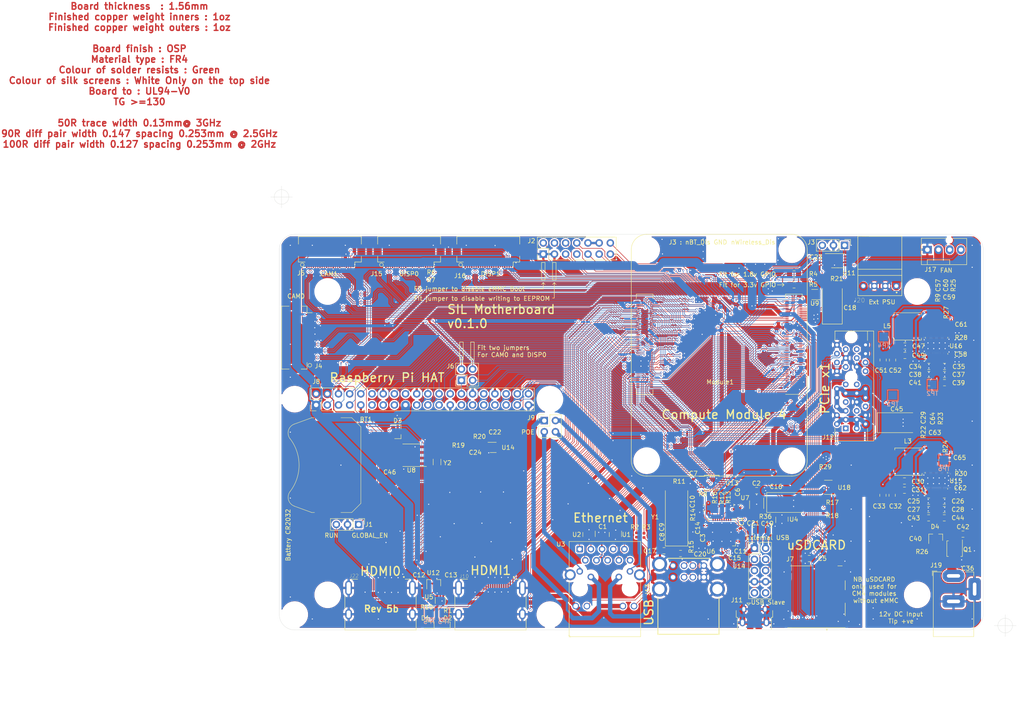
<source format=kicad_pcb>
(kicad_pcb (version 20211014) (generator pcbnew)
  (layers (0 "F.Cu" signal) (1 "In1.Cu" power) (2 "In2.Cu" power) (31 "B.Cu" signal) (34 "B.Paste" user) (35 "F.Paste" user) (36 "B.SilkS" user "B.Silkscreen") (37 "F.SilkS" user "F.Silkscreen") (38 "B.Mask" user) (39 "F.Mask" user) (44 "Edge.Cuts" user))
  (net 0 "")
  (net 1 "GND")
  (net 2 "Net-(BT1-Pad1)")
  (net 3 "Net-(C1-Pad1)")
  (net 4 "Net-(C8-Pad1)")
  (net 5 "Net-(C9-Pad1)")
  (net 6 "/CM4_HighSpeed/HDMI_5v")
  (net 7 "Net-(C24-Pad1)")
  (net 8 "/RTC , Wakeup, FAN/nRTC_INT")
  (net 9 "Net-(C29-Pad2)")
  (net 10 "Net-(C29-Pad1)")
  (net 11 "/PCIe-connector/+3.3v")
  (net 12 "/+12v")
  (net 13 "Net-(C36-Pad1)")
  (net 14 "/CM4_HighSpeed/CAM0_D0_N")
  (net 15 "/CM4_HighSpeed/CAM0_D0_P")
  (net 16 "/CM4_HighSpeed/CAM0_D1_N")
  (net 17 "/CM4_HighSpeed/CAM0_D1_P")
  (net 18 "/CM4_HighSpeed/CAM0_C_N")
  (net 19 "/CM4_HighSpeed/CAM0_C_P")
  (net 20 "/SDA0")
  (net 21 "/SCL0")
  (net 22 "/CM4_HighSpeed/CAM1_D3_P")
  (net 23 "/CM4_HighSpeed/CAM1_D3_N")
  (net 24 "/CM4_HighSpeed/CAM1_D2_P")
  (net 25 "/CM4_HighSpeed/CAM1_D2_N")
  (net 26 "/CM4_HighSpeed/CAM1_C_P")
  (net 27 "/CM4_HighSpeed/CAM1_C_N")
  (net 28 "/CM4_HighSpeed/CAM1_D1_P")
  (net 29 "/CM4_HighSpeed/CAM1_D1_N")
  (net 30 "/CM4_HighSpeed/CAM1_D0_P")
  (net 31 "/CM4_HighSpeed/CAM1_D0_N")
  (net 32 "/CM4_HighSpeed/DSI0_D0_N")
  (net 33 "/CM4_HighSpeed/DSI0_D0_P")
  (net 34 "/CM4_HighSpeed/DSI0_D1_N")
  (net 35 "/CM4_HighSpeed/DSI0_D1_P")
  (net 36 "/CM4_HighSpeed/DSI0_C_N")
  (net 37 "/CM4_HighSpeed/DSI0_C_P")
  (net 38 "/CM4_HighSpeed/DSI1_D3_P")
  (net 39 "/CM4_HighSpeed/DSI1_D3_N")
  (net 40 "/CM4_HighSpeed/DSI1_D2_P")
  (net 41 "/CM4_HighSpeed/DSI1_D2_N")
  (net 42 "/CM4_HighSpeed/DSI1_C_P")
  (net 43 "/CM4_HighSpeed/DSI1_C_N")
  (net 44 "/CM4_HighSpeed/DSI1_D1_P")
  (net 45 "/CM4_HighSpeed/DSI1_D1_N")
  (net 46 "/CM4_HighSpeed/DSI1_D0_P")
  (net 47 "/CM4_HighSpeed/DSI1_D0_N")
  (net 48 "/CM4_GPIO ( Ethernet, GPIO, SDCARD)/SD_DAT1")
  (net 49 "Net-(J7-Pad9)")
  (net 50 "/CM4_GPIO ( Ethernet, GPIO, SDCARD)/SD_DAT0")
  (net 51 "/CM4_GPIO ( Ethernet, GPIO, SDCARD)/SD_CLK")
  (net 52 "/CM4_GPIO ( Ethernet, GPIO, SDCARD)/SD_CMD")
  (net 53 "/CM4_GPIO ( Ethernet, GPIO, SDCARD)/SD_DAT3")
  (net 54 "/CM4_GPIO ( Ethernet, GPIO, SDCARD)/SD_DAT2")
  (net 55 "Net-(J7-Pad10)")
  (net 56 "/CM4_GPIO ( Ethernet, GPIO, SDCARD)/GPIO2")
  (net 57 "/CM4_GPIO ( Ethernet, GPIO, SDCARD)/GPIO3")
  (net 58 "/CM4_GPIO ( Ethernet, GPIO, SDCARD)/GPIO4")
  (net 59 "/CM4_GPIO ( Ethernet, GPIO, SDCARD)/GPIO14")
  (net 60 "/CM4_GPIO ( Ethernet, GPIO, SDCARD)/GPIO15")
  (net 61 "/CM4_GPIO ( Ethernet, GPIO, SDCARD)/GPIO17")
  (net 62 "/CM4_GPIO ( Ethernet, GPIO, SDCARD)/GPIO18")
  (net 63 "/CM4_GPIO ( Ethernet, GPIO, SDCARD)/GPIO27")
  (net 64 "/CM4_GPIO ( Ethernet, GPIO, SDCARD)/GPIO22")
  (net 65 "/CM4_GPIO ( Ethernet, GPIO, SDCARD)/GPIO23")
  (net 66 "/CM4_GPIO ( Ethernet, GPIO, SDCARD)/GPIO24")
  (net 67 "/CM4_GPIO ( Ethernet, GPIO, SDCARD)/GPIO10")
  (net 68 "/CM4_GPIO ( Ethernet, GPIO, SDCARD)/GPIO9")
  (net 69 "/CM4_GPIO ( Ethernet, GPIO, SDCARD)/GPIO25")
  (net 70 "/CM4_GPIO ( Ethernet, GPIO, SDCARD)/GPIO11")
  (net 71 "/CM4_GPIO ( Ethernet, GPIO, SDCARD)/GPIO8")
  (net 72 "/CM4_GPIO ( Ethernet, GPIO, SDCARD)/GPIO7")
  (net 73 "/CM4_GPIO ( Ethernet, GPIO, SDCARD)/GPIO5")
  (net 74 "/CM4_GPIO ( Ethernet, GPIO, SDCARD)/GPIO6")
  (net 75 "/CM4_GPIO ( Ethernet, GPIO, SDCARD)/GPIO12")
  (net 76 "/CM4_GPIO ( Ethernet, GPIO, SDCARD)/GPIO13")
  (net 77 "/CM4_GPIO ( Ethernet, GPIO, SDCARD)/GPIO16")
  (net 78 "/CM4_GPIO ( Ethernet, GPIO, SDCARD)/GPIO26")
  (net 79 "/CM4_GPIO ( Ethernet, GPIO, SDCARD)/GPIO20")
  (net 80 "/CM4_GPIO ( Ethernet, GPIO, SDCARD)/GPIO21")
  (net 81 "/CM4_GPIO ( Ethernet, GPIO, SDCARD)/TR1_TAP")
  (net 82 "/CM4_GPIO ( Ethernet, GPIO, SDCARD)/TR0_TAP")
  (net 83 "/CM4_GPIO ( Ethernet, GPIO, SDCARD)/TR3_TAP")
  (net 84 "/CM4_GPIO ( Ethernet, GPIO, SDCARD)/TR2_TAP")
  (net 85 "/CM4_HighSpeed/HDMI1_D2_P")
  (net 86 "/CM4_HighSpeed/HDMI1_D2_N")
  (net 87 "/CM4_HighSpeed/HDMI1_D1_P")
  (net 88 "/CM4_HighSpeed/HDMI1_D1_N")
  (net 89 "/CM4_HighSpeed/HDMI1_D0_P")
  (net 90 "/CM4_HighSpeed/HDMI1_D0_N")
  (net 91 "/CM4_HighSpeed/HDMI1_CK_P")
  (net 92 "/CM4_HighSpeed/HDMI1_CK_N")
  (net 93 "/CM4_HighSpeed/HDMI1_CEC")
  (net 94 "Net-(J10-Pad14)")
  (net 95 "/CM4_HighSpeed/HDMI1_SCL")
  (net 96 "/CM4_HighSpeed/HDMI1_SDA")
  (net 97 "/CM4_HighSpeed/HDMI1_HOTPLUG")
  (net 98 "Net-(J11-Pad1)")
  (net 99 "Net-(J12-PadA1)")
  (net 100 "Net-(J12-PadA7)")
  (net 101 "Net-(J12-PadB5)")
  (net 102 "Net-(J12-PadB6)")
  (net 103 "Net-(J12-PadB11)")
  (net 104 "Net-(J12-PadB17)")
  (net 105 "/USB2-HUB/HD2_N")
  (net 106 "/USB2-HUB/HD2_P")
  (net 107 "/USB2-HUB/HD1_N")
  (net 108 "/USB2-HUB/HD1_P")
  (net 109 "/USB2-HUB/HD3_P")
  (net 110 "/USB2-HUB/HD3_N")
  (net 111 "/USB2-HUB/HD4_P")
  (net 112 "/USB2-HUB/HD4_N")
  (net 113 "Net-(J17-Pad3)")
  (net 114 "Net-(J17-Pad4)")
  (net 115 "/CM4_HighSpeed/HDMI0_HOTPLUG")
  (net 116 "/CM4_HighSpeed/HDMI0_SDA")
  (net 117 "/CM4_HighSpeed/HDMI0_SCL")
  (net 118 "Net-(J22-Pad14)")
  (net 119 "/CM4_HighSpeed/HDMI0_CEC")
  (net 120 "/CM4_HighSpeed/HDMI0_CK_N")
  (net 121 "/CM4_HighSpeed/HDMI0_CK_P")
  (net 122 "/CM4_HighSpeed/HDMI0_D0_N")
  (net 123 "/CM4_HighSpeed/HDMI0_D0_P")
  (net 124 "/CM4_HighSpeed/HDMI0_D1_N")
  (net 125 "/CM4_HighSpeed/HDMI0_D1_P")
  (net 126 "/CM4_HighSpeed/HDMI0_D2_N")
  (net 127 "/CM4_HighSpeed/HDMI0_D2_P")
  (net 128 "Net-(L3-Pad1)")
  (net 129 "Net-(L5-Pad1)")
  (net 130 "/CM4_GPIO ( Ethernet, GPIO, SDCARD)/TRD1_P")
  (net 131 "/CM4_GPIO ( Ethernet, GPIO, SDCARD)/TRD3_N")
  (net 132 "/CM4_GPIO ( Ethernet, GPIO, SDCARD)/TRD1_N")
  (net 133 "/CM4_GPIO ( Ethernet, GPIO, SDCARD)/TRD2_N")
  (net 134 "/CM4_GPIO ( Ethernet, GPIO, SDCARD)/TRD0_N")
  (net 135 "/CM4_GPIO ( Ethernet, GPIO, SDCARD)/TRD2_P")
  (net 136 "/CM4_GPIO ( Ethernet, GPIO, SDCARD)/TRD0_P")
  (net 137 "/CM4_GPIO ( Ethernet, GPIO, SDCARD)/ETH_LEDG")
  (net 138 "/CM4_GPIO ( Ethernet, GPIO, SDCARD)/ETH_LEDY")
  (net 139 "Net-(Module1-Pad19)")
  (net 140 "Net-(Module1-Pad68)")
  (net 141 "Net-(Module1-Pad70)")
  (net 142 "Net-(Module1-Pad72)")
  (net 143 "Net-(Module1-Pad73)")
  (net 144 "/CM4_GPIO ( Ethernet, GPIO, SDCARD)/nPWR_LED")
  (net 145 "/nEXTRST")
  (net 146 "/USB2_N")
  (net 147 "Net-(Module1-Pad104)")
  (net 148 "/USB2_P")
  (net 149 "Net-(Module1-Pad106)")
  (net 150 "Net-(D2-Pad1)")
  (net 151 "Net-(R2-Pad1)")
  (net 152 "Net-(R3-Pad1)")
  (net 153 "Net-(D1-Pad1)")
  (net 154 "Net-(R10-Pad2)")
  (net 155 "Net-(R12-Pad1)")
  (net 156 "Net-(R13-Pad1)")
  (net 157 "Net-(R14-Pad1)")
  (net 158 "Net-(R15-Pad2)")
  (net 159 "Net-(R16-Pad1)")
  (net 160 "Net-(U6-Pad11)")
  (net 161 "/USB2-HUB/PWR1")
  (net 162 "/USB2-HUB/nOCS1")
  (net 163 "Net-(U6-Pad14)")
  (net 164 "Net-(U6-Pad34)")
  (net 165 "Net-(U11-Pad7)")
  (net 166 "Net-(U11-Pad8)")
  (net 167 "/CM4_GPIO ( Ethernet, GPIO, SDCARD)/TRD3_P")
  (net 168 "Net-(J14-Pad10)")
  (net 169 "Net-(J14-Pad9)")
  (net 170 "/CM4_GPIO ( Ethernet, GPIO, SDCARD)/WL_nDis")
  (net 171 "/CM4_GPIO ( Ethernet, GPIO, SDCARD)/GPIO19")
  (net 172 "/+3.3v")
  (net 173 "/USB2-HUB/USBD_P")
  (net 174 "/USB2-HUB/USBD_N")
  (net 175 "/USB2-HUB/USBH_N")
  (net 176 "/USB2-HUB/USBH_P")
  (net 177 "/CM4_GPIO ( Ethernet, GPIO, SDCARD)/SD_PWR")
  (net 178 "/USBOTG")
  (net 179 "/CM4_GPIO ( Ethernet, GPIO, SDCARD)/SD_PWR_ON")
  (net 180 "Net-(U18-Pad3)")
  (net 181 "Net-(R36-Pad1)")
  (net 182 "/CAM_GPIO")
  (net 183 "/ID_SC")
  (net 184 "/ID_SD")
  (net 185 "/PCIE_nRST")
  (net 186 "/PCIE_CLK_P")
  (net 187 "/PCIE_CLK_N")
  (net 188 "/PCIE_RX_P")
  (net 189 "/PCIE_RX_N")
  (net 190 "/PCIE_CLK_nREQ")
  (net 191 "/PCIE_TX_P")
  (net 192 "/PCIE_TX_N")
  (net 193 "Net-(Module1-Pad64)")
  (net 194 "Net-(Module1-Pad21)")
  (net 195 "Net-(C40-Pad2)")
  (net 196 "Net-(C57-Pad2)")
  (net 197 "Net-(C57-Pad1)")
  (net 198 "Net-(C58-Pad1)")
  (net 199 "Net-(C59-Pad1)")
  (net 200 "Net-(C60-Pad1)")
  (net 201 "Net-(C61-Pad2)")
  (net 202 "Net-(C62-Pad1)")
  (net 203 "Net-(C63-Pad1)")
  (net 204 "Net-(C64-Pad1)")
  (net 205 "Net-(C65-Pad2)")
  (net 206 "/USB2-HUB/VBUS")
  (net 207 "/CM4_HighSpeed/SCL1")
  (net 208 "/CM4_HighSpeed/SDA1")
  (net 209 "/GPIO_VREF")
  (net 210 "Net-(U4-Pad1)")
  (net 211 "Net-(U4-Pad2)")
  (net 212 "Net-(U6-Pad16)")
  (net 213 "Net-(U6-Pad18)")
  (net 214 "Net-(U6-Pad20)")
  (net 215 "/CM4_GPIO ( Ethernet, GPIO, SDCARD)/SYNC_OUT")
  (net 216 "/CM4_GPIO ( Ethernet, GPIO, SDCARD)/SYNC_IN")
  (net 217 "/CM4_GPIO ( Ethernet, GPIO, SDCARD)/AIN0")
  (net 218 "/CM4_GPIO ( Ethernet, GPIO, SDCARD)/AIN1")
  (net 219 "/CM4_GPIO ( Ethernet, GPIO, SDCARD)/+1.8v")
  (net 220 "/CM4_GPIO ( Ethernet, GPIO, SDCARD)/RUN_PG")
  (net 221 "Net-(J2-Pad13)")
  (net 222 "/CM4_GPIO ( Ethernet, GPIO, SDCARD)/EEPROM_nWP")
  (net 223 "/TV_OUT")
  (net 224 "Net-(U8-Pad7)")
  (net 225 "Net-(U8-Pad2)")
  (net 226 "Net-(U8-Pad1)")
  (net 227 "/+5v")
  (net 228 "/GLOBAL_EN")
  (net 229 "/CM4_GPIO ( Ethernet, GPIO, SDCARD)/nRPIBOOT")
  (net 230 "Net-(J4-Pad18)")
  (net 231 "Net-(J4-Pad15)")
  (net 232 "Net-(J4-Pad14)")
  (net 233 "Net-(J4-Pad12)")
  (net 234 "Net-(J4-Pad11)")
  (net 235 "Net-(J5-Pad18)")
  (net 236 "Net-(J15-Pad18)")
  (net 237 "Net-(J15-Pad17)")
  (net 238 "Net-(J15-Pad15)")
  (net 239 "Net-(J15-Pad14)")
  (net 240 "Net-(J15-Pad12)")
  (net 241 "Net-(J15-Pad11)")
  (net 242 "Net-(J16-Pad18)")
  (net 243 "Net-(J16-Pad17)")
  (net 244 "/CM4_GPIO ( Ethernet, GPIO, SDCARD)/BT_nDis")
  (net 245 "Net-(J11-Pad4)")
  (net 246 "/CM4_GPIO ( Ethernet, GPIO, SDCARD)/Reserved")
  (net 247 "Net-(C46-Pad1)")
  (footprint "Battery:BatteryHolder_Keystone_3034_1x20mm" (layer "F.Cu") (at 90 122.5 -90)
    (fp_text reference "BT1")
    (fp_text value "Battery_Cell")
  )
  (footprint "Capacitor_SMD:C_0402_1005Metric" (layer "F.Cu") (at 152.3 138.3 90)
    (fp_text reference "C1")
    (fp_text value "100n")
  )
  (footprint "Capacitor_SMD:C_0805_2012Metric" (layer "F.Cu") (at 199.45 143.75 180)
    (fp_text reference "C5")
    (fp_text value "10u")
  )
  (footprint "Capacitor_SMD:C_0402_1005Metric" (layer "F.Cu") (at 111.55 149.5 90)
    (fp_text reference "C12")
    (fp_text value "100n")
  )
  (footprint "Capacitor_SMD:C_0402_1005Metric" (layer "F.Cu") (at 117 149.6 90)
    (fp_text reference "C13")
    (fp_text value "100n")
  )
  (footprint "Capacitor_SMD:C_0402_1005Metric" (layer "F.Cu") (at 201.7 76.9 -90)
    (fp_text reference "C23")
    (fp_text value "100n")
  )
  (footprint "Capacitor_SMD:C_0402_1005Metric" (layer "F.Cu") (at 233.6 144.8)
    (fp_text reference "C36")
    (fp_text value "100n 100v")
  )
  (footprint "Capacitor_SMD:C_0805_2012Metric" (layer "F.Cu") (at 221.2 95.4)
    (fp_text reference "C47")
    (fp_text value "10u")
  )
  (footprint "Capacitor_SMD:C_0805_2012Metric" (layer "F.Cu") (at 221.2 97.55)
    (fp_text reference "C49")
    (fp_text value "10u")
  )
  (footprint "Capacitor_SMD:C_0805_2012Metric" (layer "F.Cu") (at 216.25 98.5875 -90)
    (fp_text reference "C51")
    (fp_text value "10u")
  )
  (footprint "Capacitor_SMD:C_0805_2012Metric" (layer "F.Cu") (at 218.4 98.6 -90)
    (fp_text reference "C52")
    (fp_text value "10u")
  )
  (footprint "CM4IO:Hirose_FH12-22S-0.5SH_1x22-1MP_P0.50mm_Horizontal" (layer "F.Cu") (at 90.5 75 180)
    (fp_text reference "J5")
    (fp_text value "Conn_01x22_Female")
  )
  (footprint "CM4IO:Hirose_FH12-22S-0.5SH_1x22-1MP_P0.50mm_Horizontal" (layer "F.Cu") (at 126.5 75 180)
    (fp_text reference "J16")
    (fp_text value "Conn_01x22_Female")
  )
  (footprint "Connector_PinHeader_2.54mm:PinHeader_1x03_P2.54mm_Vertical" (layer "F.Cu") (at 97.04 136 -90)
    (fp_text reference "J1")
    (fp_text value "Conn_01x03")
  )
  (footprint "Resistor_SMD:R_0402_1005Metric" (layer "F.Cu") (at 113.6 156.4 90)
    (fp_text reference "R10")
    (fp_text value "1k")
  )
  (footprint "Resistor_SMD:R_0402_1005Metric" (layer "F.Cu") (at 171.8 126.2 -90)
    (fp_text reference "R11")
    (fp_text value "2.2K 1%")
  )
  (footprint "Resistor_SMD:R_0402_1005Metric" (layer "F.Cu") (at 205.9 78.7 180)
    (fp_text reference "R21")
    (fp_text value "36K 1%")
  )
  (footprint "Package_SON:USON-10_2.5x1.0mm_P0.5mm" (layer "F.Cu") (at 155.4 138.285 -90)
    (fp_text reference "U1")
    (fp_text value "TPD4EUSB30")
  )
  (footprint "Package_TO_SOT_SMD:SOT-23" (layer "F.Cu") (at 114.1 149.3 90)
    (fp_text reference "U12")
    (fp_text value "RT9742SNGV")
  )
  (footprint "Connector_PinHeader_2.54mm:PinHeader_2x20_P2.54mm_Vertical" (layer "F.Cu") (at 87.37 108.82 90)
    (fp_text reference "J8")
    (fp_text value "THD-20-R")
  )
  (footprint "Connector_PinHeader_2.54mm:PinHeader_2x05_P2.54mm_Vertical" (layer "F.Cu") (at 187 141.4)
    (fp_text reference "J14")
    (fp_text value "Conn_02x05_Odd_Even")
  )
  (footprint "LED_SMD:LED_0603_1608Metric" (layer "F.Cu") (at 116.35 158.9 180)
    (fp_text reference "D2")
    (fp_text value "LED Green")
  )
  (footprint "Package_SO:MSOP-8_3x3mm_P0.65mm" (layer "F.Cu") (at 206 76)
    (fp_text reference "U11")
    (fp_text value "EMC2301-1-ACZL-TR")
  )
  (footprint "Capacitor_SMD:C_0402_1005Metric" (layer "F.Cu") (at 173.1 126.2 -90)
    (fp_text reference "C7")
    (fp_text value "100n")
  )
  (footprint "Capacitor_SMD:C_0402_1005Metric" (layer "F.Cu") (at 183.96 140.372 -90)
    (fp_text reference "C11")
    (fp_text value "100n")
  )
  (footprint "Capacitor_SMD:C_0805_2012Metric" (layer "F.Cu") (at 175.578 132.244 180)
    (fp_text reference "C10")
    (fp_text value "10u")
  )
  (footprint "Capacitor_SMD:C_0402_1005Metric" (layer "F.Cu") (at 173 136.6 -90)
    (fp_text reference "C9")
    (fp_text value "27pF")
  )
  (footprint "Capacitor_SMD:C_0805_2012Metric" (layer "F.Cu") (at 183 131.6 90)
    (fp_text reference "C6")
    (fp_text value "10u")
  )
  (footprint "Capacitor_SMD:C_0402_1005Metric" (layer "F.Cu") (at 173 138.8 90)
    (fp_text reference "C8")
    (fp_text value "27pF")
  )
  (footprint "Capacitor_SMD:C_0805_2012Metric" (layer "F.Cu") (at 170.2 142.6)
    (fp_text reference "C20")
    (fp_text value "10u")
  )
  (footprint "Capacitor_SMD:C_0805_2012Metric" (layer "F.Cu") (at 186.7 137.4 180)
    (fp_text reference "C21")
    (fp_text value "10u")
  )
  (footprint "Capacitor_SMD:C_0402_1005Metric" (layer "F.Cu") (at 175.204 135.768 90)
    (fp_text reference "C14")
    (fp_text value "100n")
  )
  (footprint "Capacitor_SMD:C_0805_2012Metric" (layer "F.Cu") (at 190.7625 137.4)
    (fp_text reference "C19")
    (fp_text value "10u")
  )
  (footprint "Capacitor_SMD:C_0805_2012Metric" (layer "F.Cu") (at 166.45 141.97298 180)
    (fp_text reference "C17")
    (fp_text value "10u")
  )
  (footprint "Crystal:Crystal_SMD_HC49-SD" (layer "F.Cu") (at 169.3 134.2 90)
    (fp_text reference "Y1")
    (fp_text value "24MHz")
  )
  (footprint "Package_TO_SOT_SMD:SOT-353_SC-70-5" (layer "F.Cu") (at 127.618 118.472)
    (fp_text reference "U14")
    (fp_text value "74LVC1G07SE-7")
  )
  (footprint "Package_DFN_QFN:QFN-36-1EP_6x6mm_P0.5mm_EP3.7x3.7mm" (layer "F.Cu") (at 179.604 137.768 90)
    (fp_text reference "U6")
    (fp_text value "USB2514B-I/M2")
  )
  (footprint "Resistor_SMD:R_0402_1005Metric" (layer "F.Cu") (at 125.062 117.948 90)
    (fp_text reference "R20")
    (fp_text value "510K 1%")
  )
  (footprint "Resistor_SMD:R_0402_1005Metric" (layer "F.Cu") (at 122.014 117.948 90)
    (fp_text reference "R19")
    (fp_text value "510K 1%")
  )
  (footprint "Resistor_SMD:R_0402_1005Metric" (layer "F.Cu") (at 173.725 140.925 90)
    (fp_text reference "R15")
    (fp_text value "12K 1%")
  )
  (footprint "Resistor_SMD:R_0402_1005Metric" (layer "F.Cu") (at 178.118 132.330999 90)
    (fp_text reference "R16")
    (fp_text value "36K 1%")
  )
  (footprint "Resistor_SMD:R_0402_1005Metric" (layer "F.Cu") (at 174.816 134.022 180)
    (fp_text reference "R14")
    (fp_text value "36K 1%")
  )
  (footprint "Resistor_SMD:R_0402_1005Metric" (layer "F.Cu") (at 180.912 132.244 90)
    (fp_text reference "R13")
    (fp_text value "36K 1%")
  )
  (footprint "Resistor_SMD:R_0402_1005Metric" (layer "F.Cu") (at 179.388 132.330999 90)
    (fp_text reference "R12")
    (fp_text value "36K 1%")
  )
  (footprint "Resistor_SMD:R_0402_1005Metric" (layer "F.Cu") (at 161.9 138.485 90)
    (fp_text reference "R3")
    (fp_text value "470R")
  )
  (footprint "Resistor_SMD:R_0402_1005Metric" (layer "F.Cu") (at 160.2 138.4 90)
    (fp_text reference "R2")
    (fp_text value "470R")
  )
  (footprint "Connector_PinHeader_2.54mm:PinHeader_2x02_P2.54mm_Vertical" (layer "F.Cu") (at 139.23 112.37)
    (fp_text reference "J9")
    (fp_text value "THD-02-R")
  )
  (footprint "CM4IO:USB_Micro-B_EDAC_UCON00686" (layer "F.Cu") (at 187 158.3)
    (fp_text reference "J11")
    (fp_text value "USB_OTG")
  )
  (footprint "LED_SMD:LED_0603_1608Metric" (layer "F.Cu") (at 112.7 158.9 180)
    (fp_text reference "D1")
    (fp_text value "LED Red")
  )
  (footprint "Resistor_SMD:R_0402_1005Metric" (layer "F.Cu") (at 115.8 156.4 90)
    (fp_text reference "R1")
    (fp_text value "1k")
  )
  (footprint "Package_TO_SOT_SMD:SOT-353_SC-70-5" (layer "F.Cu") (at 115.6 153.3 -90)
    (fp_text reference "U5")
    (fp_text value "74LVC1G07SE-7")
  )
  (footprint "Capacitor_SMD:C_0402_1005Metric" (layer "F.Cu") (at 123.538 118.456 180)
    (fp_text reference "C24")
    (fp_text value "100n")
  )
  (footprint "Capacitor_SMD:C_0402_1005Metric" (layer "F.Cu") (at 127.872 116.44 180)
    (fp_text reference "C22")
    (fp_text value "100n")
  )
  (footprint "Package_TO_SOT_SMD:SOT-23-5" (layer "F.Cu") (at 203.798661 127.555987 180)
    (fp_text reference "U18")
    (fp_text value "RT9742GGJ5")
  )
  (footprint "CM4IO:BarrelJack_Horizontal" (layer "F.Cu") (at 232.25 147.7 90)
    (fp_text reference "J19")
    (fp_text value "Barrel_Jack")
  )
  (footprint "CM4IO:TRJG0926HENL" (layer "F.Cu") (at 153 150.5)
    (fp_text reference "U3")
    (fp_text value "MagJack-A70-112-331N126")
  )
  (footprint "CM4IO:EDAC 690-019-298-412" (layer "F.Cu") (at 127 150.45)
    (fp_text reference "J10")
    (fp_text value "690-019-298-412" hide)
  )
  (footprint "CM4IO:EDAC 690-019-298-412" (layer "F.Cu") (at 102 150.45)
    (fp_text reference "J22")
    (fp_text value "690-019-298-412" hide)
  )
  (footprint "Resistor_SMD:R_0402_1005Metric" (layer "F.Cu") (at 187.05 134.05 180)
    (fp_text reference "R36")
    (fp_text value "15K 1%")
  )
  (footprint "Package_TO_SOT_SMD:SOT-23-6" (layer "F.Cu") (at 187.5 131.5 -90)
    (fp_text reference "U7")
    (fp_text value "AP22653W6")
  )
  (footprint "Package_SO:MSOP-10_3x3mm_P0.5mm" (layer "F.Cu") (at 177.3 126.5)
    (fp_text reference "U13")
    (fp_text value "FSUSB42MUX")
  )
  (footprint "CM4IO:MOLEX_USB_67298-4090" (layer "F.Cu") (at 172 150.7)
    (fp_text reference "J13")
    (fp_text value "690-008-221-904")
  )
  (footprint "Capacitor_SMD:C_0402_1005Metric" (layer "F.Cu") (at 180.1 142.8 -45)
    (fp_text reference "C15")
    (fp_text value "100n")
  )
  (footprint "Connector:FanPinHeader_1x04_P2.54mm_Vertical" (layer "F.Cu") (at 226.3 73.5)
    (fp_text reference "J17")
    (fp_text value "Molex 470531000")
  )
  (footprint "MountingHole:MountingHole_2.7mm_M2.5" (layer "F.Cu") (at 90 152)
    (fp_text reference "H1" hide)
    (fp_text value "MountingHole")
  )
  (footprint "MountingHole:MountingHole_2.7mm_M2.5" (layer "F.Cu") (at 82.5 156.5)
    (fp_text reference "H2" hide)
    (fp_text value "MountingHole")
  )
  (footprint "MountingHole:MountingHole_2.7mm_M2.5" (layer "F.Cu") (at 82.5 107.5)
    (fp_text reference "H3" hide)
    (fp_text value "MountingHole")
  )
  (footprint "MountingHole:MountingHole_2.7mm_M2.5" (layer "F.Cu") (at 140.5 156.5)
    (fp_text reference "H4" hide)
    (fp_text value "MountingHole")
  )
  (footprint "MountingHole:MountingHole_2.7mm_M2.5" (layer "F.Cu") (at 140.5 107.5)
    (fp_text reference "H5" hide)
    (fp_text value "MountingHole")
  )
  (footprint "MountingHole:MountingHole_2.7mm_M2.5" (layer "F.Cu") (at 224 83)
    (fp_text reference "H6" hide)
    (fp_text value "MountingHole")
  )
  (footprint "MountingHole:MountingHole_2.7mm_M2.5" (layer "F.Cu") (at 90 83)
    (fp_text reference "H7" hide)
    (fp_text value "MountingHole")
  )
  (footprint "MountingHole:MountingHole_2.7mm_M2.5" (layer "F.Cu") (at 224 152)
    (fp_text reference "H8" hide)
    (fp_text value "MountingHole")
  )
  (footprint "Diode_SMD:D_SOT-23_ANK" (layer "F.Cu") (at 228.2 138.95 90)
    (fp_text reference "D4")
    (fp_text value "MMBZ5242BLT3G")
  )
  (footprint "Resistor_SMD:R_0402_1005Metric" (layer "F.Cu") (at 227.25 142.25 -90)
    (fp_text reference "R26")
    (fp_text value "12K 1%")
  )
  (footprint "Capacitor_SMD:C_0402_1005Metric" (layer "F.Cu") (at 226.45 88.15 90)
    (fp_text reference "C57")
    (fp_text value "100n")
  )
  (footprint "Capacitor_SMD:C_0402_1005Metric" (layer "F.Cu") (at 231.9 97.25 90)
    (fp_text reference "C58")
    (fp_text value "100n")
  )
  (footprint "Capacitor_SMD:C_0402_1005Metric" (layer "F.Cu") (at 228.335 90.7 180)
    (fp_text reference "C59")
    (fp_text value "nf")
  )
  (footprint "Capacitor_SMD:C_0402_1005Metric" (layer "F.Cu") (at 227.8 88.95 -90)
    (fp_text reference "C60")
    (fp_text value "1.2nF")
  )
  (footprint "Inductor_SMD:L_Bourns_SRN6045TA" (layer "F.Cu") (at 221.85 90.95 180)
    (fp_text reference "L5")
    (fp_text value "SRN6045TA-3R3Y")
  )
  (footprint "Resistor_SMD:R_0402_1005Metric" (layer "F.Cu") (at 226.45 90.25 90)
    (fp_text reference "R9")
    (fp_text value "10R")
  )
  (footprint "Resistor_SMD:R_0402_1005Metric" (layer "F.Cu") (at 230.5 90.35 -90)
    (fp_text reference "R27")
    (fp_text value "12K 1%")
  )
  (footprint "Resistor_SMD:R_0402_1005Metric" (layer "F.Cu") (at 231.9 93.4 -90)
    (fp_text reference "R28")
    (fp_text value "2.2K 1%")
  )
  (footprint "Package_SO:SOIC-8-1EP_3.9x4.9mm_P1.27mm_EP2.95x4.9mm_Mask2.71x3.4mm_ThermalVias" (layer "F.Cu") (at 228.4 95.35 90)
    (fp_text reference "U16")
    (fp_text value "AP64501SP-13")
  )
  (footprint "Capacitor_SMD:C_0402_1005Metric" (layer "F.Cu") (at 225.6 139.15 -90)
    (fp_text reference "C40")
    (fp_text value "100n")
  )
  (footprint "Resistor_SMD:R_0402_1005Metric" (layer "F.Cu") (at 229 88.95 90)
    (fp_text reference "R25")
    (fp_text value "20K 1%")
  )
  (footprint "Capacitor_SMD:C_0402_1005Metric" (layer "F.Cu") (at 231.75 90.35 -90)
    (fp_text reference "C61")
    (fp_text value "nf")
  )
  (footprint "171826-4:TE_171826-4" (layer "F.Cu") (at 215.5 77.2 180)
    (fp_text reference "J20")
    (fp_text value "AMP171826-4" hide)
  )
  (footprint "Connector_PinHeader_2.54mm:PinHeader_2x02_P2.54mm_Vertical" (layer "F.Cu") (at 120.4 103.2 90)
    (fp_text reference "J6")
    (fp_text value "THD-02-R")
  )
  (footprint "Resistor_SMD:R_0402_1005Metric" (layer "F.Cu") (at 115.7 78.7 180)
    (fp_text reference "R6")
    (fp_text value "2.2K 1%")
  )
  (footprint "Resistor_SMD:R_0402_1005Metric" (layer "F.Cu") (at 115.7 80.1 180)
    (fp_text reference "R7")
    (fp_text value "2.2K 1%")
  )
  (footprint "Package_SON:USON-10_2.5x1.0mm_P0.5mm" (layer "F.Cu") (at 149.4 138.285 -90)
    (fp_text reference "U2")
    (fp_text value "TPD4EUSB30")
  )
  (footprint "Package_SON:USON-10_2.5x1.0mm_P0.5mm" (layer "F.Cu") (at 193.25 134.8 90)
    (fp_text reference "U4")
    (fp_text value "TPD4EUSB30")
  )
  (footprint "Connector_PinHeader_2.54mm:PinHeader_2x07_P2.54mm_Vertical" (layer "F.Cu") (at 139 74.5 90)
    (fp_text reference "J2")
    (fp_text value "Conn_02x07_Odd_Even")
  )
  (footprint "Resistor_SMD:R_0805_2012Metric_Pad1.15x1.40mm_HandSolder" (layer "F.Cu") (at 196 79)
    (fp_text reference "R4")
    (fp_text value "nf")
  )
  (footprint "Package_TO_SOT_SMD:SOT-353_SC-70-5" (layer "F.Cu") (at 200.7 83.7 180)
    (fp_text reference "U9")
    (fp_text value "74LVC1G07SE-7")
  )
  (footprint "Resistor_SMD:R_0805_2012Metric_Pad1.15x1.40mm_HandSolder" (layer "F.Cu") (at 196 81.5)
    (fp_text reference "R5")
    (fp_text value "0R")
  )
  (footprint "Package_TO_SOT_SMD:SOT-23" (layer "F.Cu") (at 105.9 114.9)
    (fp_text reference "D3")
    (fp_text value "BAT54C-7-F")
  )
  (footprint "Package_SO:SOIC-8_3.9x4.9mm_P1.27mm" (layer "F.Cu") (at 109 120.25 180)
    (fp_text reference "U8")
    (fp_text value "PCF85063AT/AAZ")
  )
  (footprint "Crystal:Crystal_SMD_3215-2Pin_3.2x1.5mm" (layer "F.Cu") (at 114.85 121.8 90)
    (fp_text reference "Y2")
    (fp_text value "X32K768S301")
  )
  (footprint "Connector_PinHeader_2.54mm:PinHeader_1x03_P2.54mm_Vertical" (layer "F.Cu") (at 207.5 72.5 -90)
    (fp_text reference "J3")
    (fp_text value "Conn_01x03")
  )
  (footprint "Capacitor_SMD:C_0402_1005Metric" (layer "F.Cu") (at 175.05 140.925 -90)
    (fp_text reference "C3")
    (fp_text value "100n")
  )
  (footprint "Capacitor_SMD:C_0402_1005Metric" (layer "F.Cu") (at 183.975 137.325 -90)
    (fp_text reference "C4")
    (fp_text value "100n")
  )
  (footprint "CM4IO:SDCARD_MOLEX_503398-1892" (layer "F.Cu") (at 201.08 152.45 180)
    (fp_text reference "J7")
    (fp_text value "Micro_SD_Card_Det")
  )
  (footprint "CM4IO:Hirose_FH12-22S-0.5SH_1x22-1MP_P0.50mm_Horizontal" (layer "F.Cu") (at 108.5 75 180)
    (fp_text reference "J15")
    (fp_text value "Conn_01x22_Female")
  )
  (footprint "CM4IO:Hirose_FH12-22S-0.5SH_1x22-1MP_P0.50mm_Horizontal" (layer "F.Cu") (at 84 93.5 -90)
    (fp_text reference "J4")
    (fp_text value "Conn_01x22_Female")
  )
  (footprint "Package_SON:Diodes_PowerDI3333-8" (layer "F.Cu") (at 232.5 141.5 -90)
    (fp_text reference "Q1")
    (fp_text value "DMP3013SFV-7")
  )
  (footprint "Capacitor_SMD:C_0402_1005Metric" (layer "F.Cu") (at 226.35 119.0625 90)
    (fp_text reference "C29")
    (fp_text value "100n")
  )
  (footprint "Capacitor_SMD:C_0805_2012Metric" (layer "F.Cu") (at 216.2 129.3625 -90)
    (fp_text reference "C33")
    (fp_text value "10u")
  )
  (footprint "Capacitor_SMD:C_0805_2012Metric" (layer "F.Cu") (at 221.1 126.1125)
    (fp_text reference "C30")
    (fp_text value "10u")
  )
  (footprint "Capacitor_SMD:C_0805_2012Metric" (layer "F.Cu") (at 218.3 129.3625 -90)
    (fp_text reference "C32")
    (fp_text value "10u")
  )
  (footprint "Capacitor_SMD:C_0805_2012Metric" (layer "F.Cu") (at 221.1 128.2125)
    (fp_text reference "C31")
    (fp_text value "10u")
  )
  (footprint "Resistor_SMD:R_0402_1005Metric" (layer "F.Cu") (at 231.85 124.4625 -90)
    (fp_text reference "R30")
    (fp_text value "15K 1%")
  )
  (footprint "Capacitor_SMD:C_0402_1005Metric" (layer "F.Cu") (at 231.85 127.6625 90)
    (fp_text reference "C62")
    (fp_text value "100n")
  )
  (footprint "Capacitor_SMD:C_0402_1005Metric" (layer "F.Cu") (at 227.8 119.8125 -90)
    (fp_text reference "C64")
    (fp_text value "1.2nF")
  )
  (footprint "Capacitor_SMD:C_0402_1005Metric" (layer "F.Cu") (at 231.65 120.8125 -90)
    (fp_text reference "C65")
    (fp_text value "nf")
  )
  (footprint "Capacitor_SMD:C_0402_1005Metric" (layer "F.Cu") (at 228.3 121.5125 180)
    (fp_text reference "C63")
    (fp_text value "nf")
  )
  (footprint "Inductor_SMD:L_Bourns_SRN6045TA" (layer "F.Cu") (at 222 121.7125 180)
    (fp_text reference "L3")
    (fp_text value "SRN6045TA-3R3Y")
  )
  (footprint "Resistor_SMD:R_0402_1005Metric" (layer "F.Cu") (at 230.35 120.8125 -90)
    (fp_text reference "R24")
    (fp_text value "47K 1%")
  )
  (footprint "CM4IO:SOIC-8-1EP_3.9x4.9mm_P1.27mm_EP2.95x4.9mm_Mask2.71x3.4mm_ThermalVias" (layer "F.Cu") (at 228.35 126.0625 90)
    (fp_text reference "U15")
    (fp_text value "AP64501SP-13")
  )
  (footprint "Resistor_SMD:R_0402_1005Metric" (layer "F.Cu") (at 226.35 121.1775 90)
    (fp_text reference "R22")
    (fp_text value "10R")
  )
  (footprint "Resistor_SMD:R_0402_1005Metric" (layer "F.Cu") (at 228.95 119.8125 90)
    (fp_text reference "R23")
    (fp_text value "12K 1%")
  )
  (footprint "CM4IO:PCIex1-36" (layer "F.Cu") (at 207.75 114.15 90)
    (fp_text reference "J12")
    (fp_text value "10018783-11200TLF")
  )
  (footprint "Capacitor_SMD:C_0805_2012Metric" (layer "F.Cu") (at 187.5 128.3 180)
    (fp_text reference "C2")
    (fp_text value "10u")
  )
  (footprint "Resistor_SMD:R_0402_1005Metric" (layer "F.Cu") (at 173.365 128.55 180)
    (fp_text reference "R8")
    (fp_text value "2.2K 1%")
  )
  (footprint "Capacitor_Tantalum_SMD:CP_EIA-7343-31_Kemet-D" (layer "F.Cu") (at 194.2 131)
    (fp_text reference "C16")
    (fp_text value "100uF")
  )
  (footprint "Capacitor_SMD:C_0805_2012Metric" (layer "F.Cu") (at 226.65 100.05 180)
    (fp_text reference "C34")
    (fp_text value "10u 35v")
  )
  (footprint "Capacitor_SMD:C_0805_2012Metric" (layer "F.Cu") (at 230.2 100.05)
    (fp_text reference "C35")
    (fp_text value "10u 35v")
  )
  (footprint "Capacitor_SMD:C_0805_2012Metric" (layer "F.Cu") (at 230.2 101.9)
    (fp_text reference "C37")
    (fp_text value "10u 35v")
  )
  (footprint "Capacitor_SMD:C_0805_2012Metric" (layer "F.Cu") (at 226.65 101.9 180)
    (fp_text reference "C38")
    (fp_text value "10u 35v")
  )
  (footprint "Capacitor_SMD:C_0805_2012Metric" (layer "F.Cu") (at 230.2 103.75)
    (fp_text reference "C39")
    (fp_text value "10u 35v")
  )
  (footprint "Capacitor_SMD:C_0805_2012Metric" (layer "F.Cu") (at 226.65 103.75 180)
    (fp_text reference "C41")
    (fp_text value "10u 35v")
  )
  (footprint "Capacitor_SMD:C_0805_2012Metric" (layer "F.Cu") (at 226.6 130.7 180)
    (fp_text reference "C25")
    (fp_text value "10u 35v")
  )
  (footprint "Capacitor_SMD:C_0805_2012Metric" (layer "F.Cu") (at 230.15 130.7)
    (fp_text reference "C26")
    (fp_text value "10u 35v")
  )
  (footprint "Capacitor_SMD:C_0805_2012Metric" (layer "F.Cu") (at 226.6 132.6 180)
    (fp_text reference "C27")
    (fp_text value "10u 35v")
  )
  (footprint "Capacitor_SMD:C_0805_2012Metric" (layer "F.Cu") (at 230.15 132.6)
    (fp_text reference "C28")
    (fp_text value "10u 35v")
  )
  (footprint "Capacitor_SMD:C_0805_2012Metric" (layer "F.Cu") (at 226.6 134.5 180)
    (fp_text reference "C43")
    (fp_text value "10u 35v")
  )
  (footprint "Capacitor_SMD:C_0805_2012Metric" (layer "F.Cu") (at 230.15 134.5)
    (fp_text reference "C44")
    (fp_text value "10u 35v")
  )
  (footprint "Capacitor_SMD:C_0805_2012Metric" (layer "F.Cu") (at 234.4 138.2)
    (fp_text reference "C42")
    (fp_text value "10u 35v")
  )
  (footprint "Capacitor_Tantalum_SMD:CP_EIA-7343-31_Kemet-D" (layer "F.Cu") (at 204.7 86 90)
    (fp_text reference "C18")
    (fp_text value "100uF")
  )
  (footprint "Capacitor_Tantalum_SMD:CP_EIA-7343-31_Kemet-D" (layer "F.Cu") (at 219.35 112.85)
    (fp_text reference "C45")
    (fp_text value "100uF")
  )
  (footprint "Resistor_SMD:R_0402_1005Metric" (layer "F.Cu") (at 202.7 130.935 -90)
    (fp_text reference "R17")
    (fp_text value "nf")
  )
  (footprint "Resistor_SMD:R_0402_1005Metric" (layer "F.Cu") (at 202.8 124.2 180)
    (fp_text reference "R29")
    (fp_text value "12K 1%")
  )
  (footprint "Resistor_SMD:R_0402_1005Metric" (layer "F.Cu") (at 202.65 133.985 -90)
    (fp_text reference "R18")
    (fp_text value "nf")
  )
  (footprint "CM4IO:Raspberry-Pi-4-Compute-Module" (layer "F.Cu") (at 195.5 73.5 180)
    (fp_text reference "Module1")
    (fp_text value "ComputeModule4")
  )
  (footprint "Capacitor_SMD:C_0402_1005Metric" (layer "F.Cu") (at 106.8 124.1)
    (fp_text reference "C46")
    (fp_text value "100n")
  )
  (footprint "TestPoint:TestPoint_Pad_2.0x2.0mm" (layer "B.Cu") (at 218.45 106.6)
    (fp_text reference "TP1")
    (fp_text value "TestPoint")
  )
  (footprint "TestPoint:TestPoint_Pad_2.0x2.0mm" (layer "B.Cu") (at 227.45 104.2)
    (fp_text reference "TP2")
    (fp_text value "TestPoint")
  )
  (footprint "TestPoint:TestPoint_Pad_2.0x2.0mm" (layer "B.Cu") (at 230.1 121.35)
    (fp_text reference "TP6")
    (fp_text value "TestPoint")
  )
  (footprint "TestPoint:TestPoint_Pad_2.0x2.0mm" (layer "B.Cu") (at 216.4 93.3)
    (fp_text reference "TP4")
    (fp_text value "TestPoint")
  )
  (footprint "TestPoint:TestPoint_Pad_2.0x2.0mm" (layer "B.Cu") (at 116.411606 156.1)
    (fp_text reference "TP3")
    (fp_text value "TestPoint")
  )
  (footprint "TestPoint:TestPoint_Pad_2.0x2.0mm" (layer "B.Cu") (at 113.1 156.1)
    (fp_text reference "TP5")
    (fp_text value "TestPoint")
  )
  (gr_line (start 136.1 82.4) (end 138.5 82.4) (layer "F.SilkS") (width 0.12))
  (gr_line (start 141.5 81) (end 141.1 81.4) (layer "F.SilkS") (width 0.12))
  (gr_line (start 192.2 81.5) (end 193.7 81.5) (layer "F.SilkS") (width 0.12))
  (gr_line (start 139 81) (end 139.4 81.4) (layer "F.SilkS") (width 0.12))
  (gr_line (start 193.7 81.5) (end 193.3 81.9) (layer "F.SilkS") (width 0.12))
  (gr_line (start 193.7 81.5) (end 193.3 81.1) (layer "F.SilkS") (width 0.12))
  (gr_line (start 193.3 81.1) (end 193.7 81.5) (layer "F.SilkS") (width 0.12))
  (gr_rect (start 122.5 94.5) (end 123.3 98.5) (layer "F.SilkS") (width 0.12) (fill none))
  (gr_line (start 139 82.4) (end 139 81) (layer "F.SilkS") (width 0.12))
  (gr_line (start 141.1 84.5) (end 141.5 84.5) (layer "F.SilkS") (width 0.12))
  (gr_line (start 138.5 82.4) (end 139 82.4) (layer "F.SilkS") (width 0.12))
  (gr_line (start 139 81) (end 138.6 81.4) (layer "F.SilkS") (width 0.12))
  (gr_line (start 141.5 81) (end 141.9 81.4) (layer "F.SilkS") (width 0.12))
  (gr_rect (start 120 94.5) (end 120.8 98.5) (layer "F.SilkS") (width 0.12) (fill none))
  (gr_rect (start 138.6 76.4) (end 139.4 80.4) (layer "F.SilkS") (width 0.12) (fill none))
  (gr_line (start 141.5 84.5) (end 141.5 81) (layer "F.SilkS") (width 0.12))
  (gr_rect (start 141.1 76.4) (end 141.9 80.4) (layer "F.SilkS") (width 0.12) (fill none))
  (gr_line (start 239 156.5) (end 239 73.5) (layer "Edge.Cuts") (width 0.05))
  (gr_line (start 235.5 70) (end 82.5 70) (layer "Edge.Cuts") (width 0.05))
  (gr_line (start 79 156.5) (end 79 73.5) (layer "Edge.Cuts") (width 0.05))
  (gr_arc (start 79 73.5) (mid 80.025126 71.025126) (end 82.5 70) (layer "Edge.Cuts") (width 0.05))
  (gr_line (start 82.5 160) (end 235.5 160) (layer "Edge.Cuts") (width 0.05))
  (gr_arc (start 82.5 160) (mid 80.025126 158.974874) (end 79 156.5) (layer "Edge.Cuts") (width 0.05))
  (gr_arc (start 235.5 70) (mid 237.974874 71.025126) (end 239 73.5) (layer "Edge.Cuts") (width 0.05))
  (gr_arc (start 239 156.5) (mid 237.974874 158.974874) (end 235.5 160) (layer "Edge.Cuts") (width 0.05))
  (gr_text "Board thickness  : 1.56mm\nFinished copper weight inners : 1oz\nFinished copper weight outers : 1oz\n\nBoard finish : OSP\nMaterial type : FR4\nColour of solder resists : Green\nColour of silk screens : White Only on the top side\nBoard to : UL94-V0\nTG >=130\n\n50R trace width 0.13mm@ 3GHz\n90R diff pair width 0.147 spacing 0.253mm @ 2.5GHz\n100R diff pair width 0.127 spacing 0.253mm @ 2GHz" (at 47.2 33.8) (layer "F.Cu") (effects (font (size 1.5 1.5) (thickness 0.3))))
  (gr_text "Rev 5b" (at 102.2 155.2) (layer "F.SilkS") (effects (font (size 1.5 1.5) (thickness 0.3))))
  (gr_text "SIL Motherboard\nv0.1.0 " (at 117 88.7) (layer "F.SilkS") (effects (font (size 2 2) (thickness 0.3)) (justify left)))
  (gr_text "Fit for 3.3v GPIO " (at 185.8 81.5) (layer "F.SilkS") (effects (font (size 1 1))))
  (gr_text "Fit jumper to disable writing to EEPROM" (at 109.5 84.6) (layer "F.SilkS") (effects (font (size 1 1)) (justify left)))
  (gr_text "nWireless_Dis" (at 186.7 71.8) (layer "F.SilkS") (effects (font (size 1 1))))
  (gr_text "CAM1" (at 90.3 79) (layer "F.SilkS") (effects (font (size 1 1))))
  (gr_text "CAM0" (at 82.8 84.075) (layer "F.SilkS") (effects (font (size 1 1))))
  (gr_text "USB Slave" (at 190.1 153.7) (layer "F.SilkS") (effects (font (size 1 1))))
  (gr_text "DISP1" (at 127 79) (layer "F.SilkS") (effects (font (size 1 1))))
  (gr_text "Raspberry Pi HAT" (at 103.5 102.6) (layer "F.SilkS") (effects (font (size 2 2) (thickness 0.3))))
  (gr_text "Fit for 1.8v GPIO" (at 185.4 79.1) (layer "F.SilkS") (effects (font (size 1 1))))
  (gr_text "DISP0" (at 108.5 79) (layer "F.SilkS") (effects (font (size 1 1))))
  (gr_text "RUN    GLOBAL_EN" (at 96.5 138.5) (layer "F.SilkS") (effects (font (size 1 1))))
  (gr_text "USB" (at 163 156 90) (layer "F.SilkS") (effects (font (size 2 2) (thickness 0.3))))
  (gr_text "Fit two jumpers \nFor CAM0 and DISP0" (at 123.9 96.6) (layer "F.SilkS") (effects (font (size 1 1)) (justify left)))
  (gr_text "Ethernet" (at 152 134.5) (layer "F.SilkS") (effects (font (size 2 2) (thickness 0.3))))
  (gr_text "J3 : nBT_Dis GND " (at 174.55 71.8) (layer "F.SilkS") (effects (font (size 1 1))))
  (gr_text "Ext PSU" (at 216 85.4) (layer "F.SilkS") (effects (font (size 1 1))))
  (gr_text "Battery CR2032\n" (at 81 138.4 90) (layer "F.SilkS") (effects (font (size 1 1))))
  (gr_text "NB uSDCARD \nonly used for \nCM4 modules \nwithout eMMC" (at 214.6 150.9) (layer "F.SilkS") (effects (font (size 1 1))))
  (gr_text "FAN" (at 230.6 78.2) (layer "F.SilkS") (effects (font (size 1 1))))
  (gr_text "uSDCARD" (at 201.1 140.7) (layer "F.SilkS") (effects (font (size 2 2) (thickness 0.3))))
  (gr_text "PCIe x1" (at 203 105 90) (layer "F.SilkS") (effects (font (size 2 2) (thickness 0.3))))
  (gr_text "External USB\n" (at 190 139) (layer "F.SilkS") (effects (font (size 1 1))))
  (gr_text "HDMI1" (at 127.05 146.45) (layer "F.SilkS") (effects (font (size 2 2) (thickness 0.3))))
  (gr_text "HDMI0" (at 102 146.65) (layer "F.SilkS") (effects (font (size 2 2) (thickness 0.3))))
  (gr_text "Fit jumper to disable eMMC Boot" (at 109.5 82.4) (layer "F.SilkS") (effects (font (size 1 1)) (justify left)))
  (gr_text "POE" (at 135.5 115) (layer "F.SilkS") (effects (font (size 1 1))))
  (gr_text "Compute Module 4" (at 180.1 111) (layer "F.SilkS") (effects (font (size 2 2) (thickness 0.3))))
  (gr_text "12v DC Input\nTip +ve" (at 220.3 157.2) (layer "F.SilkS") (effects (font (size 1 1))))
  (target plus (at 244 159) (size 5) (width 0.05) (layer "Edge.Cuts"))
  (target plus (at 79.5 61.5) (size 5) (width 0.05) (layer "Edge.Cuts"))
  (segment (start 231.215 93.885) (end 231.165 93.885) (width 0.5) (layer "F.Cu") (net 1))
  (segment (start 231.235 96.765) (end 231.115 96.765) (width 0.5) (layer "F.Cu") (net 1))
  (segment (start 225.65 95.35) (end 228.4 95.35) (width 2) (layer "F.Cu") (net 1))
  (segment (start 223.05 95.35) (end 222.1875 95.35) (width 1) (layer "F.Cu") (net 1))
  (segment (start 231.085 127.1775) (end 230.765 127.1775) (width 0.5) (layer "F.Cu") (net 1))
  (segment (start 222.95 126.1125) (end 224.2 126.1125) (width 1) (layer "F.Cu") (net 1))
  (segment (start 225.45 126.0125) (end 228.3 126.0125) (width 2) (layer "F.Cu") (net 1))
  (segment (start 231.115 124.9475) (end 229.465 124.9475) (width 0.5) (layer "F.Cu") (net 1))
  (segment (start 227.815 121.5125) (end 227.815 120.3125) (width 0.5) (layer "F.Cu") (net 1))
  (segment (start 224.3 126.0125) (end 225.45 126.0125) (width 2) (layer "F.Cu") (net 1))
  (segment (start 227.715 123.5) (end 227.715 121.6125) (width 0.5) (layer "F.Cu") (net 1))
  (segment (start 231.85 124.9475) (end 231.115 124.9475) (width 0.5) (layer "F.Cu") (net 1))
  (segment (start 216.2 130.3) (end 218.3 130.3) (width 1) (layer "F.Cu") (net 1))
  (segment (start 222.0375 128.2125) (end 222.0375 126.1125) (width 1) (layer "F.Cu") (net 1))
  (segment (start 231.85 127.1775) (end 231.085 127.1775) (width 0.5) (layer "F.Cu") (net 1))
  (segment (start 227.715 123.5) (end 227.715 125.4275) (width 0.5) (layer "F.Cu") (net 1))
  (segment (start 224.2 126.1125) (end 224.3 126.0125) (width 1) (layer "F.Cu") (net 1))
  (segment (start 222.0375 126.1125) (end 222.95 126.1125) (width 1) (layer "F.Cu") (net 1))
  (segment (start 225.6625 130.7125) (end 225.6625 134.4125) (width 1) (layer "F.Cu") (net 1))
  (segment (start 231.0875 130.7125) (end 231.0875 134.4125) (width 1) (layer "F.Cu") (net 1))
  (segment (start 195.177576 98.8) (end 195.1808 98.796776) (width 0.2) (layer "F.Cu") (net 1))
  (segment (start 173 137.7) (end 173 138.315) (width 0.23) (layer "F.Cu") (net 1))
  (segment (start 195.47999 90.8) (end 196.8 90.8) (width 0.2) (layer "F.Cu") (net 1))
  (segment (start 224.25 95.35) (end 223.05 95.35) (width 1) (layer "F.Cu") (net 1))
  (segment (start 160.5 89.2) (end 159 89.2) (width 0.2) (layer "F.Cu") (net 1))
  (segment (start 195.9 130.5) (end 196.8125 130.5) (width 1) (layer "F.Cu") (net 1))
  (segment (start 194.68 158.075) (end 194.68 155.7) (width 0.3) (layer "F.Cu") (net 1))
  (segment (start 197.5 96.4) (end 198.27638 96.4) (width 0.2) (layer "F.Cu") (net 1))
  (segment (start 177.6 139.772) (end 179.604 137.768) (width 0.5) (layer "F.Cu") (net 1))
  (segment (start 109.25 76.85) (end 109.25 77.8) (width 0.23) (layer "F.Cu") (net 1))
  (segment (start 179.604 137.768) (end 177.536 135.7) (width 0.5) (layer "F.Cu") (net 1))
  (segment (start 194.42 92) (end 195.1 92) (width 0.2) (layer "F.Cu") (net 1))
  (segment (start 193.705 157.575) (end 193.68 157.55) (width 0.23) (layer "F.Cu") (net 1))
  (segment (start 179.604 137.768) (end 177.482 137.768) (width 0.5) (layer "F.Cu") (net 1))
  (segment (start 183 130.6625) (end 182.5 131.1625) (width 0.5) (layer "F.Cu") (net 1))
  (segment (start 179.388 131.845999) (end 178.968 131.845999) (width 0.23) (layer "F.Cu") (net 1))
  (segment (start 162.453939 87.3) (end 162.938528 86.815411) (width 0.2) (layer "F.Cu") (net 1))
  (segment (start 197.95 157.468198) (end 197.95 157.15) (width 0.13) (layer "F.Cu") (net 1))
  (segment (start 161.2 100) (end 162.88999 100) (width 0.23) (layer "F.Cu") (net 1))
  (segment (start 163.6 88) (end 164.28999 88) (width 0.2) (layer "F.Cu") (net 1))
  (segment (start 151.615 137.815) (end 151.6 137.8) (width 0.3) (layer "F.Cu") (net 1))
  (segment (start 202.525 76.975) (end 202.5 77) (width 0.23) (layer "F.Cu") (net 1))
  (segment (start 194.68 157.575) (end 193.705 157.575) (width 0.23) (layer "F.Cu") (net 1))
  (segment (start 187.5 130.4) (end 187.5 129.2375) (width 0.5) (layer "F.Cu") (net 1))
  (segment (start 175.031 132.244) (end 175.4 131.875) (width 0.5) (layer "F.Cu") (net 1))
  (segment (start 230.25 130.3125) (end 230.25 130.25) (width 0.23) (layer "F.Cu") (net 1))
  (segment (start 162.909337 94) (end 162.901867 93.99253) (width 0.2) (layer "F.Cu") (net 1))
  (segment (start 160.5 98.8) (end 161.2 98.8) (width 0.2) (layer "F.Cu") (net 1))
  (segment (start 163.6 86.8) (end 162.953939 86.8) (width 0.2) (layer "F.Cu") (net 1))
  (segment (start 216.25 99.525) (end 218.3875 99.525) (width 1) (layer "F.Cu") (net 1))
  (segment (start 92.75 76.85) (end 92.75 77.8) (width 0.3) (layer "F.Cu") (net 1))
  (segment (start 227.765 92.7875) (end 227.765 94.715) (width 0.5) (layer "F.Cu") (net 1))
  (segment (start 196.3 91.4) (end 196.3 91.41137) (width 0.2) (layer "F.Cu") (net 1))
  (segment (start 160.5 100) (end 161.2 100) (width 0.2) (layer "F.Cu") (net 1))
  (segment (start 161.1 102.4) (end 161.2 102.5) (width 0.2) (layer "F.Cu") (net 1))
  (segment (start 163.6 92.8) (end 164.28999 92.8) (width 0.2) (layer "F.Cu") (net 1))
  (segment (start 104.5 151.5) (end 104.5 148.1) (width 0.23) (layer "F.Cu") (net 1))
  (segment (start 131 151.35) (end 131 148.05) (width 0.23) (layer "F.Cu") (net 1))
  (segment (start 85.25 76.85) (end 85.25 77.8) (width 0.3) (layer "F.Cu") (net 1))
  (segment (start 227.1 129.55) (end 226.5 130.15) (width 0.23) (layer "F.Cu") (net 1))
  (segment (start 163.58 91.6) (end 162.9 91.6) (width 0.2) (layer "F.Cu") (net 1))
  (segment (start 126.5 151.35) (end 126.5 148.05) (width 0.23) (layer "F.Cu") (net 1))
  (segment (start 230.3 99.65) (end 230.3 99.5) (width 0.23) (layer "F.Cu") (net 1))
  (segment (start 161.18999 97.6) (end 161.2 97.61001) (width 0.2) (layer "F.Cu") (net 1))
  (segment (start 227.15 98.85) (end 227.15 96.6) (width 0.23) (layer "F.Cu") (net 1))
  (segment (start 227.85 90.7) (end 227.85 89.485) (width 0.5) (layer "F.Cu") (net 1))
  (segment (start 196.9 102.4) (end 196.7 102.2) (width 0.2) (layer "F.Cu") (net 1))
  (segment (start 198 98.4) (end 197.5 98.4) (width 0.2) (layer "F.Cu") (net 1))
  (segment (start 175.883 135.283) (end 175.204 135.283) (width 0.23) (layer "F.Cu") (net 1))
  (segment (start 111.475 118.345) (end 109.855 118.345) (width 0.5) (layer "F.Cu") (net 1))
  (segment (start 114.1 148.3) (end 116.185 148.3) (width 0.13) (layer "F.Cu") (net 1))
  (segment (start 162.7 97.6) (end 162.9 97.6) (width 0.2) (layer "F.Cu") (net 1))
  (segment (start 222.0375 129.0625) (end 222.0375 128.2125) (width 1) (layer "F.Cu") (net 1))
  (segment (start 234.05 145.255) (end 234.05 145.55) (width 0.5) (layer "F.Cu") (net 1))
  (segment (start 222.1375 97.55) (end 222.1375 98.6625) (width 1) (layer "F.Cu") (net 1))
  (segment (start 126.668 119.122) (end 127.113 119.122) (width 0.13) (layer "F.Cu") (net 1))
  (segment (start 164.290645 102.4) (end 164.300655 102.41001) (width 0.2) (layer "F.Cu") (net 1))
  (segment (start 181.6 139.764) (end 181.6 139.8) (width 0.5) (layer "F.Cu") (net 1))
  (segment (start 180.912 131.759) (end 180.912 131.038) (width 0.3) (layer "F.Cu") (net 1))
  (segment (start 159.83001 103.6) (end 159.8 103.63001) (width 0.2) (layer "F.Cu") (net 1))
  (segment (start 202.085 77) (end 201.7 77.385) (width 0.23) (layer "F.Cu") (net 1))
  (segment (start 198.3 98.6) (end 198.1 98.4) (width 0.2) (layer "F.Cu") (net 1))
  (segment (start 160.5 91.6) (end 162.9 91.6) (width 0.2) (layer "F.Cu") (net 1))
  (segment (start 173.725 141.41) (end 174.36 141.41) (width 0.5) (layer "F.Cu") (net 1))
  (segment (start 193.9 104.8) (end 193.7 105) (width 0.2) (layer "F.Cu") (net 1))
  (segment (start 197.5 103.6) (end 198.194979 103.6) (width 0.2) (layer "F.Cu") (net 1))
  (segment (start 87.05 89.75) (end 87.1 89.8) (width 0.23) (layer "F.Cu") (net 1))
  (segment (start 207.34 158.06) (end 208.44 158.06) (width 0.23) (layer "F.Cu") (net 1))
  (segment (start 207.35 156.4) (end 207.35 158.05) (width 0.23) (layer "F.Cu") (net 1))
  (segment (start 128 151.4) (end 128 148.05) (width 0.23) (layer "F.Cu") (net 1))
  (segment (start 85.85 89.75) (end 87.05 89.75) (width 0.23) (layer "F.Cu") (net 1))
  (segment (start 163.6 90.4) (end 164.28999 90.4) (width 0.2) (layer "F.Cu") (net 1))
  (segment (start 179.604 137.768) (end 179.604 139.846) (width 0.5) (layer "F.Cu") (net 1))
  (segment (start 193.25 134.415) (end 193.25 135.185) (width 0.2) (layer "F.Cu") (net 1))
  (segment (start 225.7125 100.05) (end 225.7125 103.75) (width 1) (layer "F.Cu") (net 1))
  (segment (start 177.6 139.8) (end 177.6 139.772) (width 0.5) (layer "F.Cu") (net 1))
  (segment (start 161.18999 85.6) (end 161.2 85.58999) (width 0.2) (layer "F.Cu") (net 1))
  (segment (start 194.42 96.8) (end 193.6 96.8) (width 0.2) (layer "F.Cu") (net 1))
  (segment (start 112.385 149.015) (end 113.1 148.3) (width 0.13) (layer "F.Cu") (net 1))
  (segment (start 198 98.4) (end 198.1 98.4) (width 0.13) (layer "F.Cu") (net 1))
  (segment (start 175.45 132.675) (end 175.4 132.625) (width 0.5) (layer "F.Cu") (net 1))
  (segment (start 221.2625 99.5375) (end 221.65 99.15) (width 1) (layer "F.Cu") (net 1))
  (segment (start 98.5 150.22) (end 98.5 151.4) (width 0.23) (layer "F.Cu") (net 1))
  (segment (start 160.5 94) (end 159.7 94) (width 0.2) (layer "F.Cu") (net 1))
  (segment (start 127.55 118.685) (end 127.55 116.603) (width 0.13) (layer "F.Cu") (net 1))
  (segment (start 104.75 76.85) (end 104.75 77.84499) (width 0.3) (layer "F.Cu") (net 1))
  (segment (start 171.1375 142.6) (end 170.581263 143.156237) (width 0.8) (layer "F.Cu") (net 1))
  (segment (start 163.6 103.6) (end 162.93001 103.6) (width 0.2) (layer "F.Cu") (net 1))
  (segment (start 174.744 132.244) (end 175.175 132.675) (width 0.5) (layer "F.Cu") (net 1))
  (segment (start 179.604 137.768) (end 179.604 135.679) (width 0.5) (layer "F.Cu") (net 1))
  (segment (start 160.5 102.4) (end 161.1 102.4) (width 0.2) (layer "F.Cu") (net 1))
  (segment (start 218.3 130.3) (end 220.8 130.3) (width 1) (layer "F.Cu") (net 1))
  (segment (start 107.285 124.1) (end 107.285 123.415) (width 0.5) (layer "F.Cu") (net 1))
  (segment (start 206.05 158.05) (end 207.33 158.05) (width 0.23) (layer "F.Cu") (net 1))
  (segment (start 194.42 100.8) (end 193.9 100.8) (width 0.2) (layer "F.Cu") (net 1))
  (segment (start 196.88863 92) (end 196.825453 91.936823) (width 0.2) (layer "F.Cu") (net 1))
  (segment (start 160.5 88) (end 161.2 88) (width 0.2) (layer "F.Cu") (net 1))
  (segment (start 194.42 96.8) (end 195.2 96.8) (width 0.2) (layer "F.Cu") (net 1))
  (segment (start 164.28999 90.4) (end 164.3 90.41001) (width 0.2) (layer "F.Cu") (net 1))
  (segment (start 234.085 145.22) (end 234.05 145.255) (width 0.5) (layer "F.Cu") (net 1))
  (segment (start 193.7 105) (end 193.6 105) (width 0.2) (layer "F.Cu") (net 1))
  (segment (start 230.3 99.5) (end 229.65 98.85) (width 0.23) (layer "F.Cu") (net 1))
  (segment (start 172.415 126.685) (end 173.1 126.685) (width 0.23) (layer "F.Cu") (net 1))
  (segment (start 116.185 148.3) (end 117 149.115) (width 0.13) (layer "F.Cu") (net 1))
  (segment (start 218.4 99.5375) (end 221.2625 99.5375) (width 1) (layer "F.Cu") (net 1))
  (segment (start 127.113 119.122) (end 127.55 118.685) (width 0.13) (layer "F.Cu") (net 1))
  (segment (start 155.4 138.67) (end 155.4 139.4) (width 0.3) (layer "F.Cu") (net 1))
  (segment (start 160.5 96.4) (end 160.65 96.4) (width 0.2) (layer "F.Cu") (net 1))
  (segment (start 106 151.5) (end 106 148.1) (width 0.23) (layer "F.Cu") (net 1))
  (segment (start 194.42 94.8) (end 193.6 94.8) (width 0.2) (layer "F.Cu") (net 1))
  (segment (start 198.257418 100.4) (end 198.219139 100.361721) (width 0.13) (layer "F.Cu") (net 1))
  (segment (start 226.55 99.65) (end 226.55 99.45) (width 0.23) (layer "F.Cu") (net 1))
  (segment (start 194.42 100.8) (end 195.019942 100.8) (width 0.2) (layer "F.Cu") (net 1))
  (segment (start 183.325 131.525) (end 183.325 130.9875) (width 0.5) (layer "F.Cu") (net 1))
  (segment (start 177.482 137.768) (end 177.475 137.775) (width 0.5) (layer "F.Cu") (net 1))
  (segment (start 197.5 100.4) (end 198.18086 100.4) (width 0.2) (layer "F.Cu") (net 1))
  (segment (start 160.65 96.4) (end 161.2 96.4) (width 0.2) (layer "F.Cu") (net 1))
  (segment (start 160.5 86.8) (end 159.9 86.8) (width 0.2) (layer "F.Cu") (net 1))
  (segment (start 122.75 76.85) (end 122.75 77.8) (width 0.3) (layer "F.Cu") (net 1))
  (segment (start 114.95 151.65) (end 114.9 151.6) (width 0.13) (layer "F.Cu") (net 1))
  (segment (start 161.5 92.4) (end 162.1 92.4) (width 0.2) (layer "F.Cu") (net 1))
  (segment (start 234.1 144.365) (end 234.1 144.05) (width 0.5) (layer "F.Cu") (net 1))
  (segment (start 161.2 90.4) (end 163.58 90.4) (width 0.2) (layer "F.Cu") (net 1))
  (segment (start 160.5 95.2) (end 161.2 95.2) (width 0.2) (layer "F.Cu") (net 1))
  (segment (start 226.55 99.45) (end 227.15 98.85) (width 0.23) (layer "F.Cu") (net 1))
  (segment (start 161.5 97.9) (end 161.7 98.1) (width 0.2) (layer "F.Cu") (net 1))
  (segment (start 186.565 134.085) (end 185.8 134.85) (width 0.23) (layer "F.Cu") (net 1))
  (segment (start 107.75 76.85) (end 107.75 77.84499) (width 0.3) (layer "F.Cu") (net 1))
  (segment (start 183.497 140.9) (end 183.2 140.9) (width 0.23) (layer "F.Cu") (net 1))
  (segment (start 161.7 98.1) (end 162.2 98.1) (width 0.2) (layer "F.Cu") (net 1))
  (segment (start 197.5 94.4) (end 196.742415 94.4) (width 0.2) (layer "F.Cu") (net 1))
  (segment (start 195.1 90.42001) (end 195.47999 90.8) (width 0.2) (layer "F.Cu") (net 1))
  (segment (start 194.42 93.2) (end 193.892998 93.2) (width 0.13) (layer "F.Cu") (net 1))
  (segment (start 159 89.2) (end 158.9 89.1) (width 0.2) (layer "F.Cu") (net 1))
  (segment (start 183.565 137.9) (end 183.4 137.9) (width 0.5) (layer "F.Cu") (net 1))
  (segment (start 175.05 141.41) (end 175.765 141.41) (width 0.5) (layer "F.Cu") (net 1))
  (segment (start 236.95 147.6) (end 236.95 150.7) (width 0.5) (layer "F.Cu") (net 1))
  (segment (start 197.96 158.075) (end 197.96 157.16) (width 0.23) (layer "F.Cu") (net 1))
  (segment (start 106.25 76.85) (end 106.25 77.79499) (width 0.3) (layer "F.Cu") (net 1))
  (segment (start 221.9 113.65) (end 220.8 113.65) (width 0.5) (layer "F.Cu") (net 1))
  (segment (start 194.42 104.8) (end 193.9 104.8) (width 0.2) (layer "F.Cu") (net 1))
  (segment (start 235.4 142.75) (end 234.1 144.05) (width 0.5) (layer "F.Cu") (net 1))
  (segment (start 179.604 137.768) (end 181.6 139.764) (width 0.5) (layer "F.Cu") (net 1))
  (segment (start 182 142.9) (end 181.6 143.3) (width 0.2) (layer "F.Cu") (net 1))
  (segment (start 198.55 144.85) (end 198.55 143.7875) (width 0.5) (layer "F.Cu") (net 1))
  (segment (start 226.5 130.15) (end 226.5 130.3125) (width 0.23) (layer "F.Cu") (net 1))
  (segment (start 161.2 88) (end 163.58 88) (width 0.2) (layer "F.Cu") (net 1))
  (segment (start 174.6405 132.244) (end 174.6405 133.164474) (width 1) (layer "F.Cu") (net 1))
  (segment (start 188.3 155.48) (end 189.215 155.48) (width 0.13) (layer "F.Cu") (net 1))
  (segment (start 85.85 98.75) (end 87.1 98.75) (width 0.23) (layer "F.Cu") (net 1))
  (segment (start 182 142.5) (end 182 142.9) (width 0.2) (layer "F.Cu") (net 1))
  (segment (start 197.5 93.2) (end 196.8 93.2) (width 0.2) (layer "F.Cu") (net 1))
  (segment (start 208.44 158.06) (end 208.45 158.05) (width 0.23) (layer "F.Cu") (net 1))
  (segment (start 113.1 148.3) (end 114.8 148.3) (width 0.13) (layer "F.Cu") (net 1))
  (segment (start 185.7625 136.371432) (end 185.7625 136.6) (width 1) (layer "F.Cu") (net 1))
  (segment (start 175.1 127.5) (end 176.3 127.5) (width 0.23) (layer "F.Cu") (net 1))
  (segment (start 235.25 150.7) (end 232.25 153.7) (width 0.5) (layer "F.Cu") (net 1))
  (segment (start 175.775 141.4) (end 176.09 141.41) (width 0.5) (layer "F.Cu") (net 1))
  (segment (start 195.2 96.8) (end 195.1 96.8) (width 0.13) (layer "F.Cu") (net 1))
  (segment (start 191.1455 158.6) (end 191.4 158.6) (width 0.13) (layer "F.Cu") (net 1))
  (segment (start 101.5 148.1) (end 101.5 151.45) (width 0.23) (layer "F.Cu") (net 1))
  (segment (start 205.175 76.975) (end 205.2 77) (width 0.5) (layer "F.Cu") (net 1))
  (segment (start 162.2 98.1) (end 162.7 97.6) (width 0.2) (layer "F.Cu") (net 1))
  (segment (start 173 137.085) (end 173 137.7) (width 0.23) (layer "F.Cu") (net 1))
  (segment (start 234.085 144.8) (end 234.085 144.38) (width 0.5) (layer "F.Cu") (net 1))
  (segment (start 152.72 137.815) (end 152.735 137.8) (width 0.3) (layer "F.Cu") (net 1))
  (segment (start 125.75 76.85) (end 125.75 77.8) (width 0.3) (layer "F.Cu") (net 1))
  (segment (start 193.25 134.415) (end 193.25 133.85) (width 0.2) (layer "F.Cu") (net 1))
  (segment (start 234.085 144.38) (end 234.1 144.365) (width 0.5) (layer "F.Cu") (net 1))
  (segment (start 221.55 112.05) (end 220.8 112.05) (width 0.5) (layer "F.Cu") (net 1))
  (segment (start 195.1 91.8) (end 195.5 91.4) (width 0.2) (layer "F.Cu") (net 1))
  (segment (start 195.08499 85.6) (end 195.1 85.58499) (width 0.2) (layer "F.Cu") (net 1))
  (segment (start 197.5 96.4) (end 196.7 96.4) (width 0.2) (layer "F.Cu") (net 1))
  (segment (start 85.85 91.25) (end 87.05 91.25) (width 0.23) (layer "F.Cu") (net 1))
  (segment (start 163.6 94) (end 162.909337 94) (width 0.2) (layer "F.Cu") (net 1))
  (segment (start 193.644988 92.95199) (end 193.644988 92.8) (width 0.13) (layer "F.Cu") (net 1))
  (segment (start 94.25 76.85) (end 94.25 77.8) (width 0.3) (layer "F.Cu") (net 1))
  (segment (start 198.3 100.4) (end 198.257418 100.4) (width 0.13) (layer "F.Cu") (net 1))
  (segment (start 194.42 98.8) (end 195.177576 98.8) (width 0.2) (layer "F.Cu") (net 1))
  (segment (start 183.96 140.857) (end 183.54 140.857) (width 0.23) (layer "F.Cu") (net 1))
  (segment (start 164.28999 88) (end 164.3 88.01001) (width 0.2) (layer "F.Cu") (net 1))
  (segment (start 195.5 91.4) (end 196.3 91.4) (width 0.2) (layer "F.Cu") (net 1))
  (segment (start 222.1375 98.6625) (end 221.65 99.15) (width 1) (layer "F.Cu") (net 1))
  (segment (start 161.48999 97.9) (end 161.5 97.9) (width 0.2) (layer "F.Cu") (net 1))
  (segment (start 85.85 97.25) (end 87.05 97.25) (width 0.23) (layer "F.Cu") (net 1))
  (segment (start 160.5 92.8) (end 161.2 92.8) (width 0.2) (layer "F.Cu") (net 1))
  (segment (start 231.9 93.885) (end 231.215 93.885) (width 0.5) (layer "F.Cu") (net 1))
  (segment (start 179.5 125.5) (end 178.430032 125.5) (width 0.2) (layer "F.Cu") (net 1))
  (segment (start 121.25 76.85) (end 121.25 77.8) (width 0.3) (layer "F.Cu") (net 1))
  (segment (start 130.25 76.85) (end 130.25 77.8) (width 0.3) (layer "F.Cu") (net 1))
  (segment (start 176.9 140.9) (end 176.6 140.9) (width 0.13) (layer "F.Cu") (net 1))
  (segment (start 194.42 102.4) (end 195.1 102.4) (width 0.2) (layer "F.Cu") (net 1))
  (segment (start 149.4 138.67) (end 149.4 139.4) (width 0.3) (layer "F.Cu") (net 1))
  (segment (start 197.95 158.565) (end 197.95 157.468198) (width 0.13) (layer "F.Cu") (net 1))
  (segment (start 185.7625 137.4) (end 185.7625 136.6) (width 1) (layer "F.Cu") (net 1))
  (segment (start 170.581263 143.156237) (end 170.581263 143.918737) (width 0.8) (layer "F.Cu") (net 1))
  (segment (start 204.898661 127.555987) (end 203.944013 127.555987) (width 0.5) (layer "F.Cu") (net 1))
  (segment (start 112.25 76.85) (end 112.25 77.760009) (width 0.3) (layer "F.Cu") (net 1))
  (segment (start 174 127.5) (end 173.915 127.5) (width 0.23) (layer "F.Cu") (net 1))
  (segment (start 88.25 76.85) (end 88.25 77.8) (width 0.3) (layer "F.Cu") (net 1))
  (segment (start 198.18086 100.4) (end 198.219139 100.361721) (width 0.2) (layer "F.Cu") (net 1))
  (segment (start 197.5 105.074144) (end 197.319153 105.254991) (width 0.2) (layer "F.Cu") (net 1))
  (segment (start 182.5 131.1625) (end 182.5 131.525) (width 0.5) (layer "F.Cu") (net 1))
  (segment (start 231.9 96.765) (end 231.235 96.765) (width 0.5) (layer "F.Cu") (net 1))
  (segment (start 194.6 146.81) (end 193.76 146.81) (width 0.23) (layer "F.Cu") (net 1))
  (segment (start 181.6 139.8) (end 182.7 140.9) (width 0.13) (layer "F.Cu") (net 1))
  (segment (start 202.5 77) (end 202.085 77) (width 0.23) (layer "F.Cu") (net 1))
  (segment (start 193.76 146.81) (end 193.75 146.8) (width 0.23) (layer "F.Cu") (net 1))
  (segment (start 207.56 147.31) (end 207.56 144.35) (width 0.3) (layer "F.Cu") (net 1))
  (segment (start 161.2 92.7) (end 161.5 92.4) (width 0.2) (layer "F.Cu") (net 1))
  (segment (start 230.25 130.25) (end 229.65 129.65) (width 0.23) (layer "F.Cu") (net 1))
  (segment (start 178.968 131.845999) (end 178.745999 131.845999) (width 0.23) (layer "F.Cu") (net 1))
  (segment (start 231.115 96.765) (end 230.35 96) (width 0.5) (layer "F.Cu") (net 1))
  (segment (start 185.8 134.85) (end 185.8 136.3) (width 0.23) (layer "F.Cu") (net 1))
  (segment (start 163.58 101.2) (end 162.91001 101.2) (width 0.2) (layer "F.Cu") (net 1))
  (segment (start 152.3 137.815) (end 151.615 137.815) (width 0.3) (layer "F.Cu") (net 1))
  (segment (start 203.8875 76.975) (end 205.175 76.975) (width 0.5) (layer "F.Cu") (net 1))
  (segment (start 127.25 76.85) (end 127.25 77.8) (width 0.3) (layer "F.Cu") (net 1))
  (segment (start 160.5 86.8) (end 161.1 86.8) (width 0.2) (layer "F.Cu") (net 1))
  (segment (start 231.1375 100.05) (end 231.1375 103.75) (width 1) (layer "F.Cu") (net 1))
  (segment (start 193.892998 93.2) (end 193.644988 92.95199) (width 0.13) (layer "F.Cu") (net 1))
  (segment (start 187.768 158.6) (end 189.838 158.6) (width 0.13) (layer "F.Cu") (net 1))
  (segment (start 198.27638 96.4) (end 198.326926 96.450546) (width 0.2) (layer "F.Cu") (net 1))
  (segment (start 182.7105 158.6) (end 182.3 158.6) (width 0.13) (layer "F.Cu") (net 1))
  (segment (start 175.175 132.675) (end 175.45 132.675) (width 0.5) (layer "F.Cu") (net 1))
  (segment (start 124.25 76.85) (end 124.25 77.8) (width 0.3) (layer "F.Cu") (net 1))
  (segment (start 220.8 130.3) (end 222.0375 129.0625) (width 1) (layer "F.Cu") (net 1))
  (segment (start 194.42 85.6) (end 195.08499 85.6) (width 0.2) (layer "F.Cu") (net 1))
  (segment (start 227.765 92.7875) (end 227.765 90.785) (width 0.5) (layer "F.Cu") (net 1))
  (segment (start 194.42 94.8) (end 195.2 94.8) (width 0.2) (layer "F.Cu") (net 1))
  (segment (start 195.9 131.9) (end 196.4125 131.9) (width 1) (layer "F.Cu") (net 1))
  (segment (start 194.42 90.4) (end 195.07999 90.4) (width 0.2) (layer "F.Cu") (net 1))
  (segment (start 193.25 135.185) (end 193.25 135.75) (width 0.2) (layer "F.Cu") (net 1))
  (segment (start 103 151.45) (end 103 148.1) (width 0.23) (layer "F.Cu") (net 1))
  (segment (start 188.3 155.48) (end 188.3 158.2125) (width 0.13) (layer "F.Cu") (net 1))
  (segment (start 187.5 130.4) (end 187.5 131.4) (width 0.3) (layer "F.Cu") (net 1))
  (segment (start 91.25 76.85) (end 91.25 77.9) (width 0.3) (layer "F.Cu") (net 1))
  (segment (start 161.6 87.3) (end 162.453939 87.3) (width 0.2) (layer "F.Cu") (net 1))
  (segment (start 197.5 104.8) (end 197.5 105.074144) (width 0.2) (layer "F.Cu") (net 1))
  (segment (start 152.735 137.8) (end 153 137.8) (width 0.3) (layer "F.Cu") (net 1))
  (segment (start 180.912 131.759) (end 181.541 131.759) (width 0.3) (layer "F.Cu") (net 1))
  (segment (start 227.1 127.2625) (end 227.1 129.55) (width 0.23) (layer "F.Cu") (net 1))
  (segment (start 128.75 76.85) (end 128.75 77.8) (width 0.3) (layer "F.Cu") (net 1))
  (segment (start 159.9 86.8) (end 159.8 86.7) (width 0.2) (layer "F.Cu") (net 1))
  (segment (start 203.8875 76.975) (end 202.525 76.975) (width 0.23) (layer "F.Cu") (net 1))
  (segment (start 152.3 137.815) (end 152.72 137.815) (width 0.3) (layer "F.Cu") (net 1))
  (segment (start 161.1 86.8) (end 161.6 87.3) (width 0.2) (layer "F.Cu") (net 1))
  (segment (start 160.5 101.2) (end 159.874988 101.2) (width 0.2) (layer "F.Cu") (net 1))
  (segment (start 163.58 98.8) (end 162.9 98.8) (width 0.2) (layer "F.Cu") (net 1))
  (segment (start 187.768 158.6) (end 186.088 158.6) (width 0.13) (layer "F.Cu") (net 1))
  (segment (start 163.6 85.6) (end 164.28999 85.6) (width 0.2) (layer "F.Cu") (net 1))
  (segment (start 174.331 134.022) (end 174.331 132.5535) (width 0.6) (layer "F.Cu") (net 1))
  (segment (start 234.15 144.8) (end 236.95 147.6) (width 0.5) (layer "F.Cu") (net 1))
  (segment (start 164.28999 85.6) (end 164.3 85.58999) (width 0.2) (layer "F.Cu") (net 1))
  (segment (start 163.6 102.4) (end 164.290645 102.4) (width 0.2) (layer "F.Cu") (net 1))
  (segment (start 103.25 76.85) (end 103.25 77.85) (width 0.3) (layer "F.Cu") (net 1))
  (segment (start 229.65 98.85) (end 229.65 96.6) (width 0.23) (layer "F.Cu") (net 1))
  (segment (start 184.018 158.6) (end 182.7105 158.6) (width 0.13) (layer "F.Cu") (net 1))
  (segment (start 186.088 158.6) (end 184.018 158.6) (width 0.13) (layer "F.Cu") (net 1))
  (segment (start 159.874988 101.2) (end 159.774984 101.300004) (width 0.2) (layer "F.Cu") (net 1))
  (segment (start 178.745999 131.845999) (end 178.118 131.845999) (width 0.23) (layer "F.Cu") (net 1))
  (segment (start 177.2 140.6) (end 176.9 140.9) (width 0.13) (layer "F.Cu") (net 1))
  (segment (start 161.2 98.8) (end 162.9 98.8) (width 0.23) (layer "F.Cu") (net 1))
  (segment (start 179.604 137.768) (end 181.672 135.7) (width 0.5) (layer "F.Cu") (net 1))
  (segment (start 164.28999 92.8) (end 164.3 92.81001) (width 0.2) (layer "F.Cu") (net 1))
  (segment (start 160.5 85.6) (end 161.18999 85.6) (width 0.2) (layer "F.Cu") (net 1))
  (segment (start 185.8 136.333932) (end 185.7625 136.371432) (width 1) (layer "F.Cu") (net 1))
  (segment (start 110.75 76.85) (end 110.75 77.8) (width 0.3) (layer "F.Cu") (net 1))
  (segment (start 234.085 144.8) (end 234.085 145.22) (width 0.5) (layer "F.Cu") (net 1))
  (segment (start 196.742415 94.4) (end 196.732552 94.390137) (width 0.2) (layer "F.Cu") (net 1))
  (segment (start 195.07999 90.4) (end 195.1 90.42001) (width 0.2) (layer "F.Cu") (net 1))
  (segment (start 177.2 140.2) (end 177.2 140.6) (width 0.13) (layer "F.Cu") (net 1))
  (segment (start 160.5 91.6) (end 159.7 91.6) (width 0.2) (layer "F.Cu") (net 1))
  (segment (start 177.2 140.2) (end 177.6 139.8) (width 0.13) (layer "F.Cu") (net 1))
  (segment (start 196.3 91.41137) (end 196.825453 91.936823) (width 0.2) (layer "F.Cu") (net 1))
  (segment (start 174.331 134.41) (end 175.204 135.283) (width 0.2) (layer "F.Cu") (net 1))
  (segment (start 163.6 89.2) (end 162.9 89.2) (width 0.2) (layer "F.Cu") (net 1))
  (segment (start 90 122.5) (end 93 122.5) (width 0.5) (layer "F.Cu") (net 1))
  (segment (start 86.75 76.85) (end 86.75 77.8) (width 0.23) (layer "F.Cu") (net 1))
  (segment (start 179.604 137.768) (end 181.693 137.768) (width 0.5) (layer "F.Cu") (net 1))
  (segment (start 162.93001 103.6) (end 162.9 103.56999) (width 0.2) (layer "F.Cu") (net 1))
  (segment (start 162.88999 100) (end 162.9 99.98999) (width 0.23) (layer "F.Cu") (net 1))
  (segment (start 183.655 137.81) (end 183.565 137.9) (width 0.5) (layer "F.Cu") (net 1))
  (segment (start 194.42 98.8) (end 193.542722 98.8) (width 0.2) (layer "F.Cu") (net 1))
  (segment (start 176.6 140.9) (end 176.09 141.41) (width 0.13) (layer "F.Cu") (net 1))
  (segment (start 179.015 143.485) (end 181.315 143.485) (width 0.5) (layer "F.Cu") (net 1))
  (segment (start 155.4 137.9) (end 155.4 137.360453) (width 0.3) (layer "F.Cu") (net 1))
  (segment (start 175.1 127.5) (end 174 127.5) (width 0.23) (layer "F.Cu") (net 1))
  (segment (start 85.85 95.75) (end 87.05 95.75) (width 0.23) (layer "F.Cu") (net 1))
  (segment (start 171.8 126.685) (end 172.415 126.685) (width 0.23) (layer "F.Cu") (net 1))
  (segment (start 85.85 92.75) (end 87.05 92.75) (width 0.23) (layer "F.Cu") (net 1))
  (segment (start 160.5 101.2) (end 162.9 101.2) (width 0.2) (layer "F.Cu") (net 1))
  (segment (start 149.4 138.67) (end 149.4 137.2) (width 0.3) (layer "F.Cu") (net 1))
  (segment (start 181.315 143.485) (end 181.5 143.3) (width 0.2) (layer "F.Cu") (net 1))
  (segment (start 155.4 138.67) (end 155.4 137.9) (width 0.3) (layer "F.Cu") (net 1))
  (segment (start 160.5 89.2) (end 162.9 89.2) (width 0.2) (layer "F.Cu") (net 1))
  (segment (start 85.85 94.25) (end 87.05 94.25) (width 0.23) (layer "F.Cu") (net 1))
  (segment (start 160.5 103.6) (end 159.83001 103.6) (width 0.2) (layer "F.Cu") (net 1))
  (segment (start 197.5 90.8) (end 196.8 90.8) (width 0.2) (layer "F.Cu") (net 1))
  (segment (start 231.165 93.885) (end 230.35 94.7) (width 0.5) (layer "F.Cu") (net 1))
  (segment (start 195.019942 100.8) (end 195.226569 101.006627) (width 0.2) (layer "F.Cu") (net 1))
  (segment (start 197.5 102.4) (end 196.9 102.4) (width 0.2) (layer "F.Cu") (net 1))
  (segment (start 189.838 158.6) (end 191.1455 158.6) (width 0.13) (layer "F.Cu") (net 1))
  (segment (start 197.96 157.16) (end 197.95 157.15) (width 0.23) (layer "F.Cu") (net 1))
  (segment (start 187.5 129.2375) (end 186.5625 128.3) (width 0.5) (layer "F.Cu") (net 1))
  (segment (start 162.91001 101.2) (end 162.9 101.21001) (width 0.2) (layer "F.Cu") (net 1))
  (segment (start 196.6 102.1) (end 196.7 102.2) (width 0.13) (layer "F.Cu") (net 1))
  (segment (start 235.4 137.5) (end 235.4 142.75) (width 0.5) (layer "F.Cu") (net 1))
  (segment (start 129.5 151.35) (end 129.5 148.05) (width 0.23) (layer "F.Cu") (net 1))
  (segment (start 222.1375 95.4) (end 222.1375 97.55) (width 1) (layer "F.Cu") (net 1))
  (segment (start 193.542722 98.8) (end 193.516744 98.774022) (width 0.2) (layer "F.Cu") (net 1))
  (segment (start 160.5 97.6) (end 161.18999 97.6) (width 0.2) (layer "F.Cu") (net 1))
  (segment (start 114.95 152.35) (end 114.95 151.65) (width 0.13) (layer "F.Cu") (net 1))
  (segment (start 222.4625 112.85) (end 220.8 112.85) (width 0.5) (layer "F.Cu") (net 1))
  (segment (start 191.7 137.4) (end 191.7 136.4) (width 1) (layer "F.Cu") (net 1))
  (segment (start 193.9 100.8) (end 193.6 100.5) (width 0.2) (layer "F.Cu") (net 1))
  (segment (start 155.4 137.360453) (end 155.467559 137.292894) (width 0.3) (layer "F.Cu") (net 1))
  (segment (start 89.75 76.85) (end 89.75 77.8) (width 0.3) (layer "F.Cu") (net 1))
  (segment (start 165.5125 141.97298) (end 165.5125 146.0475) (width 0.5) (layer "F.Cu") (net 1))
  (segment (start 224.25 95.35) (end 225.65 95.35) (width 2) (layer "F.Cu") (net 1))
  (segment (start 162.5 92.8) (end 163.58 92.8) (width 0.2) (layer "F.Cu") (net 1))
  (segment (start 123.5 151.4) (end 123.5 148) (width 0.23) (layer "F.Cu") (net 1))
  (segment (start 111.3 149.015) (end 112.385 149.015) (width 0.13) (layer "F.Cu") (net 1))
  (segment (start 163.58999 99.98999) (end 162.9 99.98999) (width 0.2) (layer "F.Cu") (net 1))
  (segment (start 195.1 92) (end 195.1 91.8) (width 0.2) (layer "F.Cu") (net 1))
  (segment (start 160.5 90.4) (end 161.2 90.4) (width 0.2) (layer "F.Cu") (net 1))
  (segment (start 161.2 96.4) (end 161.3 96.3) (width 0.13) (layer "F.Cu") (net 1))
  (segment (start 194.42 103.6) (end 195.1 103.6) (width 0.2) (layer "F.Cu") (net 1))
  (segment (start 183.54 140.857) (end 183.497 140.9) (width 0.23) (layer "F.Cu") (net 1))
  (segment (start 161.2 92.8) (end 161.2 92.7) (width 0.2) (layer "F.Cu") (net 1))
  (segment (start 182.7 140.9) (end 183.2 140.9) (width 0.13) (layer "F.Cu") (net 1))
  (segment (start 163.6 97.6) (end 162.9 97.6) (width 0.2) (layer "F.Cu") (net 1))
  (segment (start 196.6 101.1) (end 196.6 102.1) (width 0.13) (layer "F.Cu") (net 1))
  (segment (start 161.2 97.61001) (end 161.48999 97.9) (width 0.2) (layer "F.Cu") (net 1))
  (segment (start 174.331 134.022) (end 174.331 134.41) (width 0.2) (layer "F.Cu") (net 1))
  (segment (start 162.1 92.4) (end 162.5 92.8) (width 0.2) (layer "F.Cu") (net 1))
  (segment (start 174.36 141.41) (end 175.05 141.41) (width 0.5) (layer "F.Cu") (net 1))
  (segment (start 203.944013 127.555987) (end 203.9 127.6) (width 0.5) (layer "F.Cu") (net 1))
  (segment (start 162.953939 86.8) (end 162.938528 86.815411) (width 0.2) (layer "F.Cu") (net 1))
  (segment (start 126.668 119.122) (end 126.668 119.632) (width 0.2) (layer "F.Cu") (net 1))
  (segment (start 197.5 92) (end 196.88863 92) (width 0.2) (layer "F.Cu") (net 1))
  (segment (start 229.65 129.65) (end 229.65 127.3125) (width 0.23) (layer "F.Cu") (net 1))
  (via (at 117.45 72.9) (size 0.45) (drill 0.25) (layers "F.Cu" "B.Cu") (net 1))
  (via (at 224.4 124.7625) (size 0.45) (drill 0.25) (layers "F.Cu" "B.Cu") (net 1))
  (via (at 232.8 126.7625) (size 0.45) (drill 0.25) (layers "F.Cu" "B.Cu") (net 1))
  (via (at 233.6 127.7625) (size 0.45) (drill 0.25) (layers "F.Cu" "B.Cu") (net 1))
  (via (at 232.8 125.8625) (size 0.45) (drill 0.25) (layers "F.Cu" "B.Cu") (net 1))
  (via (at 232.8 127.7625) (size 0.45) (drill 0.25) (layers "F.Cu" "B.Cu") (net 1))
  (via (at 233.6 128.7625) (size 0.45) (drill 0.25) (layers "F.Cu" "B.Cu") (net 1))
  (via (at 232.8 128.7625) (size 0.45) (drill 0.25) (layers "F.Cu" "B.Cu") (net 1))
  (via (at 223 127.1625) (size 0.45) (drill 0.25) (layers "F.Cu" "B.Cu") (net 1))
  (via (at 233.6 125.8625) (size 0.45) (drill 0.25) (layers "F.Cu" "B.Cu") (net 1))
  (via (at 232.8 124.7625) (size 0.45) (drill 0.25) (layers "F.Cu" "B.Cu") (net 1))
  (via (at 231.9 125.9625) (size 0.45) (drill 0.25) (layers "F.Cu" "B.Cu") (net 1))
  (via (at 231.1 125.9625) (size 0.45) (drill 0.25) (layers "F.Cu" "B.Cu") (net 1))
  (via (at 233.6 124.7625) (size 0.45) (drill 0.25) (layers "F.Cu" "B.Cu") (net 1))
  (via (at 233.6 123.5625) (size 0.45) (drill 0.25) (layers "F.Cu" "B.Cu") (net 1))
  (via (at 232.8 123.5625) (size 0.45) (drill 0.25) (layers "F.Cu" "B.Cu") (net 1))
  (via (at 223 125.0625) (size 0.45) (drill 0.25) (layers "F.Cu" "B.Cu") (net 1))
  (via (at 223.9 127.4625) (size 0.45) (drill 0.25) (layers "F.Cu" "B.Cu") (net 1))
  (via (at 225.5 124.7625) (size 0.45) (drill 0.25) (layers "F.Cu" "B.Cu") (net 1))
  (via (at 225.5 127.2625) (size 0.45) (drill 0.25) (layers "F.Cu" "B.Cu") (net 1))
  (via (at 222.95 126.1125) (size 0.45) (drill 0.25) (layers "F.Cu" "B.Cu") (net 1))
  (via (at 231.085 127.1775) (size 0.45) (drill 0.25) (layers "F.Cu" "B.Cu") (net 1))
  (via (at 224.45 126.0125) (size 0.45) (drill 0.25) (layers "F.Cu" "B.Cu") (net 1))
  (via (at 231.115 124.9475) (size 0.45) (drill 0.25) (layers "F.Cu" "B.Cu") (net 1))
  (via (at 233.6 126.8625) (size 0.45) (drill 0.25) (layers "F.Cu" "B.Cu") (net 1))
  (via (at 204.9 138.4) (size 0.45) (drill 0.25) (layers "F.Cu" "B.Cu") (net 1))
  (via (at 213.15 134.2) (size 0.45) (drill 0.25) (layers "F.Cu" "B.Cu") (net 1))
  (via (at 193.68 157.55) (size 0.45) (drill 0.25) (layers "F.Cu" "B.Cu") (net 1))
  (via (at 224.4 95.35) (size 0.45) (drill 0.25) (layers "F.Cu" "B.Cu") (net 1))
  (via (at 230.25 132.1625) (size 0.45) (drill 0.25) (layers "F.Cu" "B.Cu") (net 1))
  (via (at 226.5 132.9125) (size 0.45) (drill 0.25) (layers "F.Cu" "B.Cu") (net 1))
  (via (at 226.5 131.0625) (size 0.45) (drill 0.25) (layers "F.Cu" "B.Cu") (net 1))
  (via (at 230.25 131.1125) (size 0.45) (drill 0.25) (layers "F.Cu" "B.Cu") (net 1))
  (via (at 230.25 130.3125) (size 0.45) (drill 0.25) (layers "F.Cu" "B.Cu") (net 1))
  (via (at 226.5 132.2125) (size 0.45) (drill 0.25) (layers "F.Cu" "B.Cu") (net 1))
  (via (at 230.25 132.9625) (size 0.45) (drill 0.25) (layers "F.Cu" "B.Cu") (net 1))
  (via (at 226.5 130.3125) (size 0.45) (drill 0.25) (layers "F.Cu" "B.Cu") (net 1))
  (via (at 223 128.4125) (size 0.45) (drill 0.25) (layers "F.Cu" "B.Cu") (net 1))
  (via (at 167.4 118.9) (size 0.45) (drill 0.25) (layers "F.Cu" "B.Cu") (net 1))
  (via (at 169.6 95.5) (size 0.45) (drill 0.25) (layers "F.Cu" "B.Cu") (net 1))
  (via (at 175.2 115.2) (size 0.45) (drill 0.25) (layers "F.Cu" "B.Cu") (net 1))
  (via (at 193.516744 98.774022) (size 0.45) (drill 0.25) (layers "F.Cu" "B.Cu") (net 1))
  (via (at 207.35 156.4) (size 0.45) (drill 0.25) (layers "F.Cu" "B.Cu") (net 1))
  (via (at 175.4 131.875) (size 0.45) (drill 0.25) (layers "F.Cu" "B.Cu") (net 1))
  (via (at 124.25 80.5) (size 0.45) (drill 0.25) (layers "F.Cu" "B.Cu") (net 1))
  (via (at 161.2 90.4) (size 0.45) (drill 0.25) (layers "F.Cu" "B.Cu") (net 1))
  (via (at 107.75 77.84499) (size 0.45) (drill 0.25) (layers "F.Cu" "B.Cu") (net 1))
  (via (at 158.9 89.1) (size 0.45) (drill 0.25) (layers "F.Cu" "B.Cu") (net 1))
  (via (at 96.25 74.9) (size 0.45) (drill 0.25) (layers "F.Cu" "B.Cu") (net 1))
  (via (at 169.6 96.4) (size 0.45) (drill 0.25) (layers "F.Cu" "B.Cu") (net 1))
  (via (at 170.3 114.6) (size 0.45) (drill 0.25) (layers "F.Cu" "B.Cu") (net 1))
  (via (at 141.15 134.9125) (size 0.45) (drill 0.25) (layers "F.Cu" "B.Cu") (net 1))
  (via (at 159.7 94) (size 0.45) (drill 0.25) (layers "F.Cu" "B.Cu") (net 1))
  (via (at 193.25 133.85) (size 0.45) (drill 0.25) (layers "F.Cu" "B.Cu") (net 1))
  (via (at 93 122.5) (size 0.45) (drill 0.25) (layers "F.Cu" "B.Cu") (net 1))
  (via (at 129.5 151.35) (size 0.45) (drill 0.25) (layers "F.Cu" "B.Cu") (net 1))
  (via (at 224.4 94) (size 0.45) (drill 0.25) (layers "F.Cu" "B.Cu") (net 1))
  (via (at 106 151.45) (size 0.45) (drill 0.25) (layers "F.Cu" "B.Cu") (net 1))
  (via (at 88.25 77.8) (size 0.45) (drill 0.25) (layers "F.Cu" "B.Cu") (net 1))
  (via (at 169.95 78.2) (size 0.45) (drill 0.25) (layers "F.Cu" "B.Cu") (net 1))
  (via (at 122.75 80.5) (size 0.45) (drill 0.25) (layers "F.Cu" "B.Cu") (net 1))
  (via (at 130.25 77.8) (size 0.45) (drill 0.25) (layers "F.Cu" "B.Cu") (net 1))
  (via (at 187.2 105.6) (size 0.45) (drill 0.25) (layers "F.Cu" "B.Cu") (net 1))
  (via (at 192.45 71) (size 0.45) (drill 0.25) (layers "F.Cu" "B.Cu") (net 1))
  (via (at 171.7 116.1) (size 0.45) (drill 0.25) (layers "F.Cu" "B.Cu") (net 1))
  (via (at 232.6 95.5) (size 0.45) (drill 0.25) (layers "F.Cu" "B.Cu") (net 1))
  (via (at 125.75 77.8) (size 0.45) (drill 0.25) (layers "F.Cu" "B.Cu") (net 1))
  (via (at 110.35 133.9125) (size 0.45) (drill 0.25) (layers "F.Cu" "B.Cu") (net 1))
  (via (at 221.3 94.3) (size 0.45) (drill 0.25) (layers "F.Cu" "B.Cu") (net 1))
  (via (at 156.45 132.8125) (size 0.45) (drill 0.25) (layers "F.Cu" "B.Cu") (net 1))
  (via (at 178.2 79.2) (size 0.45) (drill 0.25) (layers "F.Cu" "B.Cu") (net 1))
  (via (at 220.8 112.85) (size 0.45) (drill 0.25) (layers "F.Cu" "B.Cu") (net 1))
  (via (at 103 148.1) (size 0.45) (drill 0.25) (layers "F.Cu" "B.Cu") (net 1))
  (via (at 193.75 146.8) (size 0.45) (drill 0.25) (layers "F.Cu" "B.Cu") (net 1))
  (via (at 198.194979 103.6) (size 0.45) (drill 0.25) (layers "F.Cu" "B.Cu") (net 1))
  (via (at 208.45 158.05) (size 0.45) (drill 0.25) (layers "F.Cu" "B.Cu") (net 1))
  (via (at 236.5 122.5) (size 0.45) (drill 0.25) (layers "F.Cu" "B.Cu") (net 1))
  (via (at 171.65 90.25) (size 0.45) (drill 0.25) (layers "F.Cu" "B.Cu") (net 1))
  (via (at 208.85 146.8) (size 0.45) (drill 0.25) (layers "F.Cu" "B.Cu") (net 1))
  (via (at 101.5 148.1) (size 0.45) (drill 0.25) (layers "F.Cu" "B.Cu") (net 1))
  (via (at 209.85 85.2) (size 0.45) (drill 0.25) (layers "F.Cu" "B.Cu") (net 1))
  (via (at 182.5 131.525) (size 0.45) (drill 0.25) (layers "F.Cu" "B.Cu") (net 1))
  (via (at 225.45 125.9125) (size 0.45) (drill 0.25) (layers "F.Cu" "B.Cu") (net 1))
  (via (at 98.45 147.8125) (size 0.45) (drill 0.25) (layers "F.Cu" "B.Cu") (net 1))
  (via (at 106 148.1) (size 0.45) (drill 0.25) (layers "F.Cu" "B.Cu") (net 1))
  (via (at 106.3 79.2) (size 0.45) (drill 0.25) (layers "F.Cu" "B.Cu") (net 1))
  (via (at 192.75 79.7) (size 0.45) (drill 0.25) (layers "F.Cu" "B.Cu") (net 1))
  (via (at 194.68 155.7) (size 0.45) (drill 0.25) (layers "F.Cu" "B.Cu") (net 1))
  (via (at 169.4 98.4) (size 0.45) (drill 0.25) (layers "F.Cu" "B.Cu") (net 1))
  (via (at 91.4 104.4) (size 0.45) (drill 0.25) (layers "F.Cu" "B.Cu") (net 1))
  (via (at 121.2 80.34499) (size 0.45) (drill 0.25) (layers "F.Cu" "B.Cu") (net 1))
  (via (at 112.25 79.8) (size 0.45) (drill 0.25) (layers "F.Cu" "B.Cu") (net 1))
  (via (at 123.5 151.4) (size 0.45) (drill 0.25) (layers "F.Cu" "B.Cu") (net 1))
  (via (at 223.05 98.85) (size 0.45) (drill 0.25) (layers "F.Cu" "B.Cu") (net 1))
  (via (at 177.475 137.775) (size 0.45) (drill 0.25) (layers "F.Cu" "B.Cu") (net 1))
  (via (at 179.55 92) (size 0.45) (drill 0.25) (layers "F.Cu" "B.Cu") (net 1))
  (via (at 162.938528 86.815411) (size 0.45) (drill 0.25) (layers "F.Cu" "B.Cu") (net 1))
  (via (at 172.415 126.685) (size 0.45) (drill 0.25) (layers "F.Cu" "B.Cu") (net 1))
  (via (at 101.5 157.5) (size 0.45) (drill 0.25) (layers "F.Cu" "B.Cu") (net 1))
  (via (at 97.05 84.5) (size 0.45) (drill 0.25) (layers "F.Cu" "B.Cu") (net 1))
  (via (at 94 72.5) (size 0.45) (drill 0.25) (layers "F.Cu" "B.Cu") (net 1))
  (via (at 169 117.5) (size 0.45) (drill 0.25) (layers "F.Cu" "B.Cu") (net 1))
  (via (at 179.604 139.846) (size 0.45) (drill 0.25) (layers "F.Cu" "B.Cu") (net 1))
  (via (at 191.4 158.6) (size 0.45) (drill 0.25) (layers "F.Cu" "B.Cu") (net 1))
  (via (at 204.95 115.1) (size 0.45) (drill 0.25) (layers "F.Cu" "B.Cu") (net 1))
  (via (at 176.3 125.4) (size 0.45) (drill 0.25) (layers "F.Cu" "B.Cu") (net 1))
  (via (at 190.3 95.159958) (size 0.45) (drill 0.25) (layers "F.Cu" "B.Cu") (net 1))
  (via (at 224.4 98.86001) (size 0.45) (drill 0.25) (layers "F.Cu" "B.Cu") (net 1))
  (via (at 171.75 89.45) (size 0.45) (drill 0.25) (layers "F.Cu" "B.Cu") (net 1))
  (via (at 226.65 101.4) (size 0.45) (drill 0.25) (layers "F.Cu" "B.Cu") (net 1))
  (via (at 144.65 131.3125) (size 0.45) (drill 0.25) (layers "F.Cu" "B.Cu") (net 1))
  (via (at 178.2 126.54999) (size 0.45) (drill 0.25) (layers "F.Cu" "B.Cu") (net 1))
  (via (at 195.2 96.8) (size 0.45) (drill 0.25) (layers "F.Cu" "B.Cu") (net 1))
  (via (at 166.5 101.4) (size 0.45) (drill 0.25) (layers "F.Cu" "B.Cu") (net 1))
  (via (at 85.15 79.5) (size 0.45) (drill 0.25) (layers "F.Cu" "B.Cu") (net 1))
  (via (at 159.8 103.63001) (size 0.45) (drill 0.25) (layers "F.Cu" "B.Cu") (net 1))
  (via (at 121.5 72.5) (size 0.45) (drill 0.25) (layers "F.Cu" "B.Cu") (net 1))
  (via (at 86.5 157.5) (size 0.45) (drill 0.25) (layers "F.Cu" "B.Cu") (net 1))
  (via (at 86.5 72.5) (size 0.45) (drill 0.25) (layers "F.Cu" "B.Cu") (net 1))
  (via (at 168 78.82001) (size 0.45) (drill 0.25) (layers "F.Cu" "B.Cu") (net 1))
  (via (at 173 137.7) (size 0.45) (drill 0.25) (layers "F.Cu" "B.Cu") (net 1))
  (via (at 164.300655 102.41001) (size 0.45) (drill 0.25) (layers "F.Cu" "B.Cu") (net 1))
  (via (at 226.65 99.6) (size 0.45) (drill 0.25) (layers "F.Cu" "B.Cu") (net 1))
  (via (at 103.25 77.85) (size 0.45) (drill 0.25) (layers "F.Cu" "B.Cu") (net 1))
  (via (at 181.6 143.3) (size 0.45) (drill 0.25) (layers "F.Cu" "B.Cu") (net 1))
  (via (at 167.35 117.5) (size 0.45) (drill 0.25) (layers "F.Cu" "B.Cu") (net 1))
  (via (at 180.95 131) (size 0.45) (drill 0.25) (layers "F.Cu" "B.Cu") (net 1))
  (via (at 198.3 98.6) (size 0.45) (drill 0.25) (layers "F.Cu" "B.Cu") (net 1))
  (via (at 183.5 85.7) (size 0.45) (drill 0.25) (layers "F.Cu" "B.Cu") (net 1))
  (via (at 173.75 84.4) (size 0.45) (drill 0.25) (layers "F.Cu" "B.Cu") (net 1))
  (via (at 168.95 116.1) (size 0.45) (drill 0.25) (layers "F.Cu" "B.Cu") (net 1))
  (via (at 126.15 79.9) (size 0.45) (drill 0.25) (layers "F.Cu" "B.Cu") (net 1))
  (via (at 159.7 91.6) (size 0.45) (drill 0.25) (layers "F.Cu" "B.Cu") (net 1))
  (via (at 178.2 88.4) (size 0.45) (drill 0.25) (layers "F.Cu" "B.Cu") (net 1))
  (via (at 175.883 135.283) (size 0.45) (drill 0.25) (layers "F.Cu" "B.Cu") (net 1))
  (via (at 225.6 96.6) (size 0.45) (drill 0.25) (layers "F.Cu" "B.Cu") (net 1))
  (via (at 171.1 97.1) (size 0.45) (drill 0.25) (layers "F.Cu" "B.Cu") (net 1))
  (via (at 213.15 139.8) (size 0.45) (drill 0.25) (layers "F.Cu" "B.Cu") (net 1))
  (via (at 131 148.05) (size 0.45) (drill 0.25) (layers "F.Cu" "B.Cu") (net 1))
  (via (at 231.235 96.765) (size 0.45) (drill 0.25) (layers "F.Cu" "B.Cu") (net 1))
  (via (at 175.4 132.625) (size 0.45) (drill 0.25) (layers "F.Cu" "B.Cu") (net 1))
  (via (at 193.6 100.5) (size 0.45) (drill 0.25) (layers "F.Cu" "B.Cu") (net 1))
  (via (at 223 96.6) (size 0.45) (drill 0.25) (layers "F.Cu" "B.Cu") (net 1))
  (via (at 236.5 132.5) (size 0.45) (drill 0.25) (layers "F.Cu" "B.Cu") (net 1))
  (via (at 167.25 115.5) (size 0.45) (drill 0.25) (layers "F.Cu" "B.Cu") (net 1))
  (via (at 98.25 86.3) (size 0.45) (drill 0.25) (layers "F.Cu" "B.Cu") (net 1))
  (via (at 226.65 100.4) (size 0.45) (drill 0.25) (layers "F.Cu" "B.Cu") (net 1))
  (via (at 232.6 94) (size 0.45) (drill 0.25) (layers "F.Cu" "B.Cu") (net 1))
  (via (at 236.5 77.5) (size 0.45) (drill 0.25) (layers "F.Cu" "B.Cu") (net 1))
  (via (at 190.15 79.8) (size 0.45) (drill 0.25) (layers "F.Cu" "B.Cu") (net 1))
  (via (at 81.5 72.5) (size 0.45) (drill 0.25) (layers "F.Cu" "B.Cu") (net 1))
  (via (at 94.15 87.5) (size 0.45) (drill 0.25) (layers "F.Cu" "B.Cu") (net 1))
  (via (at 214 155) (size 0.45) (drill 0.25) (layers "F.Cu" "B.Cu") (net 1))
  (via (at 131.95 143.9125) (size 0.45) (drill 0.25) (layers "F.Cu" "B.Cu") (net 1))
  (via (at 123.45 143.4125) (size 0.45) (drill 0.25) (layers "F.Cu" "B.Cu") (net 1))
  (via (at 152.75 157.25) (size 0.45) (drill 0.25) (layers "F.Cu" "B.Cu") (net 1))
  (via (at 167.9 100.21001) (size 0.45) (drill 0.25) (layers "F.Cu" "B.Cu") (net 1))
  (via (at 171.4 118.71001) (size 0.45) (drill 0.25) (layers "F.Cu" "B.Cu") (net 1))
  (via (at 181.3 79.2) (size 0.45) (drill 0.25) (layers "F.Cu" "B.Cu") (net 1))
  (via (at 209 72.5) (size 0.45) (drill 0.25) (layers "F.Cu" "B.Cu") (net 1))
  (via (at 198.55 142.55) (size 0.45) (drill 0.25) (layers "F.Cu" "B.Cu") (net 1))
  (via (at 225.6 95.35) (size 0.45) (drill 0.25) (layers "F.Cu" "B.Cu") (net 1))
  (via (at 128 151.4) (size 0.45) (drill 0.25) (layers "F.Cu" "B.Cu") (net 1))
  (via (at 81.5 152.5) (size 0.45) (drill 0.25) (layers "F.Cu" "B.Cu") (net 1))
  (via (at 123.5 148) (size 0.45) (drill 0.25) (layers "F.Cu" "B.Cu") (net 1))
  (via (at 225.6 94) (size 0.45) (drill 0.25) (layers "F.Cu" "B.Cu") (net 1))
  (via (at 197.25 105.3) (size 0.45) (drill 0.25) (layers "F.Cu" "B.Cu") (net 1))
  (via (at 109.25 77.8) (size 0.45) (drill 0.25) (layers "F.Cu" "B.Cu") (net 1))
  (via (at 156.9 99) (size 0.45) (drill 0.25) (layers "F.Cu" "B.Cu") (net 1))
  (via (at 114.9 151.6) (size 0.45) (drill 0.25) (layers "F.Cu" "B.Cu") (net 1))
  (via (at 112.25 77.760009) (size 0.45) (drill 0.25) (layers "F.Cu" "B.Cu") (net 1))
  (via (at 161.2 100) (size 0.45) (drill 0.25) (layers "F.Cu" "B.Cu") (net 1))
  (via (at 149.4 137.2) (size 0.45) (drill 0.25) (layers "F.Cu" "B.Cu") (net 1))
  (via (at 164.3 88.01001) (size 0.45) (drill 0.25) (layers "F.Cu" "B.Cu") (net 1))
  (via (at 87.1 89.8) (size 0.45) (drill 0.25) (layers "F.Cu" "B.Cu") (net 1))
  (via (at 233.5 94) (size 0.45) (drill 0.25) (layers "F.Cu" "B.Cu") (net 1))
  (via (at 161.2 98.8) (size 0.45) (drill 0.25) (layers "F.Cu" "B.Cu") (net 1))
  (via (at 162.9 98.8) (size 0.45) (drill 0.25) (layers "F.Cu" "B.Cu") (net 1))
  (via (at 121.75 146.6125) (size 0.45) (drill 0.25) (layers "F.Cu" "B.Cu") (net 1))
  (via (at 94.15 85.9) (size 0.45) (drill 0.25) (layers "F.Cu" "B.Cu") (net 1))
  (via (at 195.1 90.42001) (size 0.45) (drill 0.25) (layers "F.Cu" "B.Cu") (net 1))
  (via (at 161.2 97.61001) (size 0.45) (drill 0.25) (layers "F.Cu" "B.Cu") (net 1))
  (via (at 206.45 117.5) (size 0.45) (drill 0.25) (layers "F.Cu" "B.Cu") (net 1))
  (via (at 197.95 106.6) (size 0.45) (drill 0.25) (layers "F.Cu" "B.Cu") (net 1))
  (via (at 196.45 112.7) (size 0.45) (drill 0.25) (layers "F.Cu" "B.Cu") (net 1))
  (via (at 174.559486 133.245488) (size 0.45) (drill 0.25) (layers "F.Cu" "B.Cu") (net 1))
  (via (at 88.35 90.8) (size 0.45) (drill 0.25) (layers "F.Cu" "B.Cu") (net 1))
  (via (at 110.75 77.8) (size 0.45) (drill 0.25) (layers "F.Cu" "B.Cu") (net 1))
  (via (at 233.5 98) (size 0.45) (drill 0.25) (layers "F.Cu" "B.Cu") (net 1))
  (via (at 114.8 148.3) (size 0.45) (drill 0.25) (layers "F.Cu" "B.Cu") (net 1))
  (via (at 126.6 119.7) (size 0.45) (drill 0.25) (layers "F.Cu" "B.Cu") (net 1))
  (via (at 210.9 158.75) (size 0.45) (drill 0.25) (layers "F.Cu" "B.Cu") (net 1))
  (via (at 115.6 138.8) (size 0.45) (drill 0.25) (layers "F.Cu" "B.Cu") (net 1))
  (via (at 98.5 151.4) (size 0.45) (drill 0.25) (layers "F.Cu" "B.Cu") (net 1))
  (via (at 196.825453 91.936823) (size 0.45) (drill 0.25) (layers "F.Cu" "B.Cu") (net 1))
  (via (at 199.7 75.8) (size 0.45) (drill 0.25) (layers "F.Cu" "B.Cu") (net 1))
  (via (at 200.9 138.7) (size 0.45) (drill 0.25) (layers "F.Cu" "B.Cu") (net 1))
  (via (at 175.35 71.1) (size 0.45) (drill 0.25) (layers "F.Cu" "B.Cu") (net 1))
  (via (at 236.5 112.5) (size 0.45) (drill 0.25) (layers "F.Cu" "B.Cu") (net 1))
  (via (at 161.2 102.5) (size 0.45) (drill 0.25) (layers "F.Cu" "B.Cu") (net 1))
  (via (at 87.05 97.25) (size 0.45) (drill 0.25) (layers "F.Cu" "B.Cu") (net 1))
  (via (at 180.9 87.8) (size 0.45) (drill 0.25) (layers "F.Cu" "B.Cu") (net 1))
  (via (at 203.9 127.6) (size 0.45) (drill 0.25) (layers "F.Cu" "B.Cu") (net 1))
  (via (at 174.6 87.85) (size 0.45) (drill 0.25) (layers "F.Cu" "B.Cu") (net 1))
  (via (at 107.285 123.415) (size 0.45) (drill 0.25) (layers "F.Cu" "B.Cu") (net 1))
  (via (at 198.219139 100.361721) (size 0.45) (drill 0.25) (layers "F.Cu" "B.Cu") (net 1))
  (via (at 194.35 113.3) (size 0.45) (drill 0.25) (layers "F.Cu" "B.Cu") (net 1))
  (via (at 171.65 114.6) (size 0.45) (drill 0.25) (layers "F.Cu" "B.Cu") (net 1))
  (via (at 166 71.15) (size 0.45) (drill 0.25) (layers "F.Cu" "B.Cu") (net 1))
  (via (at 196.7 96.4) (size 0.45) (drill 0.25) (layers "F.Cu" "B.Cu") (net 1))
  (via (at 178.4 125.530032) (size 0.45) (drill 0.25) (layers "F.Cu" "B.Cu") (net 1))
  (via (at 112.35 142.1125) (size 0.45) (drill 0.25) (layers "F.Cu" "B.Cu") (net 1))
  (via (at 220.8 113.65) (size 0.45) (drill 0.25) (layers "F.Cu" "B.Cu") (net 1))
  (via (at 173.35 89.2) (size 0.45) (drill 0.25) (layers "F.Cu" "B.Cu") (net 1))
  (via (at 174.6 87.15) (size 0.45) (drill 0.25) (layers "F.Cu" "B.Cu") (net 1))
  (via (at 209 132.5) (size 0.45) (drill 0.25) (layers "F.Cu" "B.Cu") (net 1))
  (via (at 90.05 97.2) (size 0.45) (drill 0.25) (layers "F.Cu" "B.Cu") (net 1))
  (via (at 131 151.35) (size 0.45) (drill 0.25) (layers "F.Cu" "B.Cu") (net 1))
  (via (at 90.05 95.7) (size 0.45) (drill 0.25) (layers "F.Cu" "B.Cu") (net 1))
  (via (at 162.901867 93.99253) (size 0.45) (drill 0.25) (layers "F.Cu" "B.Cu") (net 1))
  (via (at 124.25 77.8) (size 0.45) (drill 0.25) (layers "F.Cu" "B.Cu") (net 1))
  (via (at 193.95 108.3) (size 0.45) (drill 0.25) (layers "F.Cu" "B.Cu") (net 1))
  (via (at 182.8 86.5) (size 0.45) (drill 0.25) (layers "F.Cu" "B.Cu") (net 1))
  (via (at 89.75 77.8) (size 0.45) (drill 0.25) (layers "F.Cu" "B.Cu") (net 1))
  (via (at 223.9 128.41001) (size 0.45) (drill 0.25) (layers "F.Cu" "B.Cu") (net 1))
  (via (at 94.25 77.8) (size 0.45) (drill 0.25) (layers "F.Cu" "B.Cu") (net 1))
  (via (at 92.25 99.2) (size 0.45) (drill 0.25) (layers "F.Cu" "B.Cu") (net 1))
  (via (at 191.95 76.8) (size 0.45) (drill 0.25) (layers "F.Cu" "B.Cu") (net 1))
  (via (at 225.6 98.86001) (size 0.45) (drill 0.25) (layers "F.Cu" "B.Cu") (net 1))
  (via (at 173.6 118.7) (size 0.45) (drill 0.25) (layers "F.Cu" "B.Cu") (net 1))
  (via (at 125.75 79.1) (size 0.45) (drill 0.25) (layers "F.Cu" "B.Cu") (net 1))
  (via (at 164.3 90.41001) (size 0.45) (drill 0.25) (layers "F.Cu" "B.Cu") (net 1))
  (via (at 81.5 130) (size 0.45) (drill 0.25) (layers "F.Cu" "B.Cu") (net 1))
  (via (at 129.5 148.05) (size 0.45) (drill 0.25) (layers "F.Cu" "B.Cu") (net 1))
  (via (at 104 72.5) (size 0.45) (drill 0.25) (layers "F.Cu" "B.Cu") (net 1))
  (via (at 173.2 88.15) (size 0.45) (drill 0.25) (layers "F.Cu" "B.Cu") (net 1))
  (via (at 232.6 98) (size 0.45) (drill 0.25) (layers "F.Cu" "B.Cu") (net 1))
  (via (at 151.6 137.8) (size 0.45) (drill 0.25) (layers "F.Cu" "B.Cu") (net 1))
  (via (at 173.1 91.4) (size 0.45) (drill 0.25) (layers "F.Cu" "B.Cu") (net 1))
  (via (at 183.4 137.9) (size 0.45) (drill 0.25) (layers "F.Cu" "B.Cu") (net 1))
  (via (at 237 142) (size 0.45) (drill 0.25) (layers "F.Cu" "B.Cu") (net 1))
  (via (at 106.45 137.5125) (size 0.45) (drill 0.25) (layers "F.Cu" "B.Cu") (net 1))
  (via (at 196.7 102.2) (size 0.45) (drill 0.25) (layers "F.Cu" "B.Cu") (net 1))
  (via (at 154.65 121.3125) (size 0.45) (drill 0.25) (layers "F.Cu" "B.Cu") (net 1))
  (via (at 200.65 80.3) (size 0.45) (drill 0.25) (layers "F.Cu" "B.Cu") (net 1))
  (via (at 162.9 103.56999) (size 0.45) (drill 0.25) (layers "F.Cu" "B.Cu") (net 1))
  (via (at 224.4 96.6) (size 0.45) (drill 0.25) (layers "F.Cu" "B.Cu") (net 1))
  (via (at 175.35 72.5) (size 0.45) (drill 0.25) (layers "F.Cu" "B.Cu") (net 1))
  (via (at 161.2 95.2) (size 0.45) (drill 0.25) (layers "F.Cu" "B.Cu") (net 1))
  (via (at 162.9 91.6) (size 0.45) (drill 0.25) (layers "F.Cu" "B.Cu") (net 1))
  (via (at 176.5 157.5) (size 0.45) (drill 0.25) (layers "F.Cu" "B.Cu") (net 1))
  (via (at 185.8 136.3) (size 0.45) (drill 0.25) (layers "F.Cu" "B.Cu") (net 1))
  (via (at 233.5 99) (size 0.45) (drill 0.25) (layers "F.Cu" "B.Cu") (net 1))
  (via (at 208.95 139.8) (size 0.45) (drill 0.25) (layers "F.Cu" "B.Cu") (net 1))
  (via (at 174.36 141.41) (size 0.45) (drill 0.25) (layers "F.Cu" "B.Cu") (net 1))
  (via (at 231.215 93.885) (size 0.45) (drill 0.25) (layers "F.Cu" "B.Cu") (net 1))
  (via (at 112.95 131.4125) (size 0.45) (drill 0.25) (layers "F.Cu" "B.Cu") (net 1))
  (via (at 214 157.5) (size 0.45) (drill 0.25) (layers "F.Cu" "B.Cu") (net 1))
  (via (at 193.25 135.75) (size 0.45) (drill 0.25) (layers "F.Cu" "B.Cu") (net 1))
  (via (at 161.65 127.7125) (size 0.45) (drill 0.25) (layers "F.Cu" "B.Cu") (net 1))
  (via (at 127.25 77.8) (size 0.45) (drill 0.25) (layers "F.Cu" "B.Cu") (net 1))
  (via (at 106.35 80.5) (size 0.45) (drill 0.25) (layers "F.Cu" "B.Cu") (net 1))
  (via (at 104.75 79.2) (size 0.45) (drill 0.25) (layers "F.Cu" "B.Cu") (net 1))
  (via (at 161.15 115.6) (size 0.45) (drill 0.25) (layers "F.Cu" "B.Cu") (net 1))
  (via (at 196.732552 94.390137) (size 0.45) (drill 0.25) (layers "F.Cu" "B.Cu") (net 1))
  (via (at 85.25 77.8) (size 0.45) (drill 0.25) (layers "F.Cu" "B.Cu") (net 1))
  (via (at 173.8 85.25) (size 0.45) (drill 0.25) (layers "F.Cu" "B.Cu") (net 1))
  (via (at 236.5 157.5) (size 0.45) (drill 0.25) (layers "F.Cu" "B.Cu") (net 1))
  (via (at 81.5 102.5) (size 0.45) (drill 0.25) (layers "F.Cu" "B.Cu") (net 1))
  (via (at 92.9 87.5) (size 0.45) (drill 0.25) (layers "F.Cu" "B.Cu") (net 1))
  (via (at 169.3 99.3) (size 0.45) (drill 0.25) (layers "F.Cu" "B.Cu") (net 1))
  (via (at 183.65 105.6) (size 0.45) (drill 0.25) (layers "F.Cu" "B.Cu") (net 1))
  (via (at 88.5 97.2) (size 0.45) (drill 0.25) (layers "F.Cu" "B.Cu") (net 1))
  (via (at 127.15 139.9125) (size 0.45) (drill 0.25) (layers "F.Cu" "B.Cu") (net 1))
  (via (at 234.05 145.55) (size 0.45) (drill 0.25) (layers "F.Cu" "B.Cu") (net 1))
  (via (at 87.1 98.75) (size 0.45) (drill 0.25) (layers "F.Cu" "B.Cu") (net 1))
  (via (at 193.644988 92.8) (size 0.45) (drill 0.25) (layers "F.Cu" "B.Cu") (net 1))
  (via (at 104.75 80.6) (size 0.45) (drill 0.25) (layers "F.Cu" "B.Cu") (net 1))
  (via (at 94.95 99.5) (size 0.45) (drill 0.25) (layers "F.Cu" "B.Cu") (net 1))
  (via (at 233.5 95.5) (size 0.45) (drill 0.25) (layers "F.Cu" "B.Cu") (net 1))
  (via (at 99.35 145.0125) (size 0.45) (drill 0.25) (layers "F.Cu" "B.Cu") (net 1))
  (via (at 176.3 127.5) (size 0.45) (drill 0.25) (layers "F.Cu" "B.Cu") (net 1))
  (via (at 159.1 124.9625) (size 0.45) (drill 0.25) (layers "F.Cu" "B.Cu") (net 1))
  (via (at 122.75 77.8) (size 0.45) (drill 0.25) (layers "F.Cu" "B.Cu") (net 1))
  (via (at 129.95 128.6125) (size 0.45) (drill 0.25) (layers "F.Cu" "B.Cu") (net 1))
  (via (at 161.3 96.3) (size 0.45) (drill 0.25) (layers "F.Cu" "B.Cu") (net 1))
  (via (at 183.325 131.525) (size 0.45) (drill 0.25) (layers "F.Cu" "B.Cu") (net 1))
  (via (at 173.05 90.5) (size 0.45) (drill 0.25) (layers "F.Cu" "B.Cu") (net 1))
  (via (at 88.45 94.1) (size 0.45) (drill 0.25) (layers "F.Cu" "B.Cu") (net 1))
  (via (at 222.85 136.4) (size 0.45) (drill 0.25) (layers "F.Cu" "B.Cu") (net 1))
  (via (at 179.45 86.1) (size 0.45) (drill 0.25) (layers "F.Cu" "B.Cu") (net 1))
  (via (at 114 72.5) (size 0.45) (drill 0.25) (layers "F.Cu" "B.Cu") (net 1))
  (via (at 175.35 73.9) (size 0.45) (drill 0.25) (layers "F.Cu" "B.Cu") (net 1))
  (via (at 154.05 130.1125) (size 0.45) (drill 0.25) (layers "F.Cu" "B.Cu") (net 1))
  (via (at 157.5 85.6) (size 0.45) (drill 0.25) (layers "F.Cu" "B.Cu") (net 1))
  (via (at 134.95 141.0125) (size 0.45) (drill 0.25) (layers "F.Cu" "B.Cu") (net 1))
  (via (at 230.25 99.5) (size 0.45) (drill 0.25) (layers "F.Cu" "B.Cu") (net 1))
  (via (at 121.25 77.8) (size 0.45) (drill 0.25) (layers "F.Cu" "B.Cu") (net 1))
  (via (at 193.6 105) (size 0.45) (drill 0.25) (layers "F.Cu" "B.Cu") (net 1))
  (via (at 171.6 92.6) (size 0.45) (drill 0.25) (layers "F.Cu" "B.Cu") (net 1))
  (via (at 183.2 140.9) (size 0.45) (drill 0.25) (layers "F.Cu" "B.Cu") (net 1))
  (via (at 154.85 115.3125) (size 0.45) (drill 0.25) (layers "F.Cu" "B.Cu") (net 1))
  (via (at 187.5 131.4) (size 0.45) (drill 0.25) (layers "F.Cu" "B.Cu") (net 1))
  (via (at 88.45 98.8) (size 0.45) (drill 0.25) (layers "F.Cu" "B.Cu") (net 1))
  (via (at 181.6 131.7) (size 0.45) (drill 0.25) (layers "F.Cu" "B.Cu") (net 1))
  (via (at 172.5 78.2) (size 0.45) (drill 0.25) (layers "F.Cu" "B.Cu") (net 1))
  (via (at 81.5 95) (size 0.45) (drill 0.25) (layers "F.Cu" "B.Cu") (net 1))
  (via (at 112.15 116.71001) (size 0.45) (drill 0.25) (layers "F.Cu" "B.Cu") (net 1))
  (via (at 195.35 112.1) (size 0.45) (drill 0.25) (layers "F.Cu" "B.Cu") (net 1))
  (via (at 81.5 142.5) (size 0.45) (drill 0.25) (layers "F.Cu" "B.Cu") (net 1))
  (via (at 146.2 89.8) (size 0.45) (drill 0.25) (layers "F.Cu" "B.Cu") (net 1))
  (via (at 232.6 99) (size 0.45) (drill 0.25) (layers "F.Cu" "B.Cu") (net 1))
  (via (at 213.75 85.2) (size 0.45) (drill 0.25) (layers "F.Cu" "B.Cu") (net 1))
  (via (at 104.8 90.8) (size 0.45) (drill 0.25) (layers "F.Cu" "B.Cu") (net 1))
  (via (at 225.6 129.46001) (size 0.45) (drill 0.25) (layers "F.Cu" "B.Cu") (net 1))
  (via (at 117.75 128.7125) (size 0.45) (drill 0.25) (layers "F.Cu" "B.Cu") (net 1))
  (via (at 224 157.5) (size 0.45) (drill 0.25) (layers "F.Cu" "B.Cu") (net 1))
  (via (at 107.05 147.3125) (size 0.45) (drill 0.25) (layers "F.Cu" "B.Cu") (net 1))
  (via (at 182 142.5) (size 0.45) (drill 0.25) (layers "F.Cu" "B.Cu") (net 1))
  (via (at 87.5 88.1) (size 0.45) (drill 0.25) (layers "F.Cu" "B.Cu") (net 1))
  (via (at 171.6 91.8) (size 0.45) (drill 0.25) (layers "F.Cu" "B.Cu") (net 1))
  (via (at 236.85 94.1) (size 0.45) (drill 0.25) (layers "F.Cu" "B.Cu") (net 1))
  (via (at 200.2 140.1) (size 0.45) (drill 0.25) (layers "F.Cu" "B.Cu") (net 1))
  (via (at 182.1 84.9) (size 0.45) (drill 0.25) (layers "F.Cu" "B.Cu") (net 1))
  (via (at 195.9 131.9) (size 0.45) (drill 0.25) (layers "F.Cu" "B.Cu") (net 1))
  (via (at 196.8 93.2) (size 0.45) (drill 0.25) (layers "F.Cu" "B.Cu") (net 1))
  (via (at 195.2 94.8) (size 0.45) (drill 0.25) (layers "F.Cu" "B.Cu") (net 1))
  (via (at 104.75 77.84499) (size 0.45) (drill 0.25) (layers "F.Cu" "B.Cu") (net 1))
  (via (at 179.2 90.3) (size 0.45) (drill 0.25) (layers "F.Cu" "B.Cu") (net 1))
  (via (at 126.5 151.35) (size 0.45) (drill 0.25) (layers "F.Cu" "B.Cu") (net 1))
  (via (at 197.95 157.15) (size 0.45) (drill 0.25) (layers "F.Cu" "B.Cu") (net 1))
  (via (at 149.25 126.6125) (size 0.45) (drill 0.25) (layers "F.Cu" "B.Cu") (net 1))
  (via (at 199.7 142.5) (size 0.45) (drill 0.25) (layers "F.Cu" "B.Cu") (net 1))
  (via (at 131.55 135.6125) (size 0.45) (drill 0.25) (layers "F.Cu" "B.Cu") (net 1))
  (via (at 162.9 101.21001) (size 0.45) (drill 0.25) (layers "F.Cu" "B.Cu") (net 1))
  (via (at 155.658314 75.74499) (size 0.45) (drill 0.25) (layers "F.Cu" "B.Cu") (net 1))
  (via (at 187.5 129.2375) (size 0.45) (drill 0.25) (layers "F.Cu" "B.Cu") (net 1))
  (via (at 182.7 119) (size 0.45) (drill 0.25) (layers "F.Cu" "B.Cu") (net 1))
  (via (at 223.05 97.66001) (size 0.45) (drill 0.25) (layers "F.Cu" "B.Cu") (net 1))
  (via (at 178.745999 131.845999) (size 0.45) (drill 0.25) (layers "F.Cu" "B.Cu") (net 1))
  (via (at 155.467559 137.292894) (size 0.45) (drill 0.25) (layers "F.Cu" "B.Cu") (net 1))
  (via (at 122.75 79.1) (size 0.45) (drill 0.25) (layers "F.Cu" "B.Cu") (net 1))
  (via (at 177.6 139.8) (size 0.45) (drill 0.25) (layers "F.Cu" "B.Cu") (net 1))
  (via (at 206.05 158.05) (size 0.45) (drill 0.25) (layers "F.Cu" "B.Cu") (net 1))
  (via (at 124.75 128.6125) (size 0.45) (drill 0.25) (layers "F.Cu" "B.Cu") (net 1))
  (via (at 155.4 139.4) (size 0.45) (drill 0.25) (layers "F.Cu" "B.Cu") (net 1))
  (via (at 166.5 102.21001) (size 0.45) (drill 0.25) (layers "F.Cu" "B.Cu") (net 1))
  (via (at 170.45 94.45) (size 0.45) (drill 0.25) (layers "F.Cu" "B.Cu") (net 1))
  (via (at 184.95 76.8) (size 0.45) (drill 0.25) (layers "F.Cu" "B.Cu") (net 1))
  (via (at 167.9 101) (size 0.45) (drill 0.25) (layers "F.Cu" "B.Cu") (net 1))
  (via (at 114.75 89.5) (size 0.45) (drill 0.25) (layers "F.Cu" "B.Cu") (net 1))
  (via (at 131.05 74.1) (size 0.45) (drill 0.25) (layers "F.Cu" "B.Cu") (net 1))
  (via (at 230.25 101.5) (size 0.45) (drill 0.25) (layers "F.Cu" "B.Cu") (net 1))
  (via (at 118.75 135.8125) (size 0.45) (drill 0.25) (layers "F.Cu" "B.Cu") (net 1))
  (via (at 195.1 103.6) (size 0.45) (drill 0.25) (layers "F.Cu" "B.Cu") (net 1))
  (via (at 170.3 93.1) (size 0.45) (drill 0.25) (layers "F.Cu" "B.Cu") (net 1))
  (via (at 182.3 158.6) (size 0.45) (drill 0.25) (layers "F.Cu" "B.Cu") (net 1))
  (via (at 103 90.7) (size 0.45) (drill 0.25) (layers "F.Cu" "B.Cu") (net 1))
  (via (at 198.326926 96.450546) (size 0.45) (drill 0.25) (layers "F.Cu" "B.Cu") (net 1))
  (via (at 164.3 85.58999) (size 0.45) (drill 0.25) (layers "F.Cu" "B.Cu") (net 1))
  (via (at 230.25 102.3) (size 0.45) (drill 0.25) (layers "F.Cu" "B.Cu") (net 1))
  (via (at 192.133781 95.193358) (size 0.45) (drill 0.25) (layers "F.Cu" "B.Cu") (net 1))
  (via (at 187.25 76.8) (size 0.45) (drill 0.25) (layers "F.Cu" "B.Cu") (net 1))
  (via (at 154.7 92.55) (size 0.45) (drill 0.25) (layers "F.Cu" "B.Cu") (net 1))
  (via (at 230.25 100.4) (size 0.45) (drill 0.25) (layers "F.Cu" "B.Cu") (net 1))
  (via (at 174.45 85.35) (size 0.45) (drill 0.25) (layers "F.Cu" "B.Cu") (net 1))
  (via (at 148.6 89.91001) (size 0.45) (drill 0.25) (layers "F.Cu" "B.Cu") (net 1))
  (via (at 88.3 79.4) (size 0.45) (drill 0.25) (layers "F.Cu" "B.Cu") (net 1))
  (via (at 213.25 146.2) (size 0.45) (drill 0.25) (layers "F.Cu" "B.Cu") (net 1))
  (via (at 221.3 96.5) (size 0.45) (drill 0.25) (layers "F.Cu" "B.Cu") (net 1))
  (via (at 207.56 144.35) (size 0.45) (drill 0.25) (layers "F.Cu" "B.Cu") (net 1))
  (via (at 154.85 116.9125) (size 0.45) (drill 0.25) (layers "F.Cu" "B.Cu") (net 1))
  (via (at 103.15 79.1) (size 0.45) (drill 0.25) (layers "F.Cu" "B.Cu") (net 1))
  (via (at 149.4 139.4) (size 0.45) (drill 0.25) (layers "F.Cu" "B.Cu") (net 1))
  (via (at 86.75 77.8) (size 0.45) (drill 0.25) (layers "F.Cu" "B.Cu") (net 1))
  (via (at 201.15 156.8) (size 0.45) (drill 0.25) (layers "F.Cu" "B.Cu") (net 1))
  (via (at 174.5 79.2) (size 0.45) (drill 0.25) (layers "F.Cu" "B.Cu") (net 1))
  (via (at 103 151.45) (size 0.45) (drill 0.25) (layers "F.Cu" "B.Cu") (net 1))
  (via (at 170.3 116.1) (size 0.45) (drill 0.25) (layers "F.Cu" "B.Cu") (net 1))
  (via (at 162.9 99.98999) (size 0.45) (drill 0.25) (layers "F.Cu" "B.Cu") (net 1))
  (via (at 226.65 102.3) (size 0.45) (drill 0.25) (layers "F.Cu" "B.Cu") (net 1))
  (via (at 114.25 77.9) (size 0.45) (drill 0.25) (layers "F.Cu" "B.Cu") (net 1))
  (via (at 175.8 87.35) (size 0.45) (drill 0.25) (layers "F.Cu" "B.Cu") (net 1))
  (via (at 189.29968 96.599671) (size 0.45) (drill 0.25) (layers "F.Cu" "B.Cu") (net 1))
  (via (at 96.95 82.8) (size 0.45) (drill 0.25) (layers "F.Cu" "B.Cu") (net 1))
  (via (at 181.693 137.768) (size 0.45) (drill 0.25) (layers "F.Cu" "B.Cu") (net 1))
  (via (at 236.5 72.5) (size 0.45) (drill 0.25) (layers "F.Cu" "B.Cu") (net 1))
  (via (at 231.2 95.4) (size 0.45) (drill 0.25) (layers "F.Cu" "B.Cu") (net 1))
  (via (at 201.4 137.2) (size 0.45) (drill 0.25) (layers "F.Cu" "B.Cu") (net 1))
  (via (at 161.2 88) (size 0.45) (drill 0.25) (layers "F.Cu" "B.Cu") (net 1))
  (via (at 166.1 74.4625) (size 0.45) (drill 0.25) (layers "F.Cu" "B.Cu") (net 1))
  (via (at 159 97.31001) (size 0.45) (drill 0.25) (layers "F.Cu" "B.Cu") (net 1))
  (via (at 181.672 135.7) (size 0.45) (drill 0.25) (layers "F.Cu" "B.Cu") (net 1))
  (via (at 162.9 89.2) (size 0.45) (drill 0.25) (layers "F.Cu" "B.Cu") (net 1))
  (via (at 128.75 77.8) (size 0.45) (drill 0.25) (layers "F.Cu" "B.Cu") (net 1))
  (via (at 195.1 85.58499) (size 0.45) (drill 0.25) (layers "F.Cu" "B.Cu") (net 1))
  (via (at 233.5 92.4) (size 0.45) (drill 0.25) (layers "F.Cu" "B.Cu") (net 1))
  (via (at 221.3 95.3) (size 0.45) (drill 0.25) (layers "F.Cu" "B.Cu") (net 1))
  (via (at 87.05 91.25) (size 0.45) (drill 0.25) (layers "F.Cu" "B.Cu") (net 1))
  (via (at 134.55 123.8125) (size 0.45) (drill 0.25) (layers "F.Cu" "B.Cu") (net 1))
  (via (at 94.15 74.5) (size 0.45) (drill 0.25) (layers "F.Cu" "B.Cu") (net 1))
  (via (at 81.5 82.5) (size 0.45) (drill 0.25) (layers "F.Cu" "B.Cu") (net 1))
  (via (at 104.5 148.1) (size 0.45) (drill 0.25) (layers "F.Cu" "B.Cu") (net 1))
  (via (at 110.25 144.1125) (size 0.45) (drill 0.25) (layers "F.Cu" "B.Cu") (net 1))
  (via (at 223.05 95.35) (size 0.45) (drill 0.25) (layers "F.Cu" "B.Cu") (net 1))
  (via (at 99.45 115.25) (size 0.45) (drill 0.25) (layers "F.Cu" "B.Cu") (net 1))
  (via (at 159.8 86.7) (size 0.45) (drill 0.25) (layers "F.Cu" "B.Cu") (net 1))
  (via (at 87.1 94.3) (size 0.45) (drill 0.25) (layers "F.Cu" "B.Cu") (net 1))
  (via (at 205.2 77) (size 0.45) (drill 0.25) (layers "F.Cu" "B.Cu") (net 1))
  (via (at 92.85 85.9) (size 0.45) (drill 0.25) (layers "F.Cu" "B.Cu") (net 1))
  (via (at 101.5 151.45) (size 0.45) (drill 0.25) (layers "F.Cu" "B.Cu") (net 1))
  (via (at 109.855 118.345) (size 0.45) (drill 0.25) (layers "F.Cu" "B.Cu") (net 1))
  (via (at 125.05 135.7125) (size 0.45) (drill 0.25) (layers "F.Cu" "B.Cu") (net 1))
  (via (at 233.5 96.7) (size 0.45) (drill 0.25) (layers "F.Cu" "B.Cu") (net 1))
  (via (at 192 92) (size 0.45) (drill 0.25) (layers "F.Cu" "B.Cu") (net 1))
  (via (at 232.7 92.4) (size 0.45) (drill 0.25) (layers "F.Cu" "B.Cu") (net 1))
  (via (at 161.2 85.58999) (size 0.45) (drill 0.25) (layers "F.Cu" "B.Cu") (net 1))
  (via (at 108.15 78.8) (size 0.45) (drill 0.25) (layers "F.Cu" "B.Cu") (net 1))
  (via (at 223 129.36001) (size 0.45) (drill 0.25) (layers "F.Cu" "B.Cu") (net 1))
  (via (at 171.1 98) (size 0.45) (drill 0.25) (layers "F.Cu" "B.Cu") (net 1))
  (via (at 196.65 114.9) (size 0.45) (drill 0.25) (layers "F.Cu" "B.Cu") (net 1))
  (via (at 103.25 140.1) (size 0.45) (drill 0.25) (layers "F.Cu" "B.Cu") (net 1))
  (via (at 177.536 135.7) (size 0.45) (drill 0.25) (layers "F.Cu" "B.Cu") (net 1))
  (via (at 175.119153 92.754991) (size 0.45) (drill 0.25) (layers "F.Cu" "B.Cu") (net 1))
  (via (at 170.581263 143.918737) (size 0.45) (drill 0.25) (layers "F.Cu" "B.Cu") (net 1))
  (via (at 162.9 97.6) (size 0.45) (drill 0.25) (layers "F.Cu" "B.Cu") (net 1))
  (via (at 232.6 96.7) (size 0.45) (drill 0.25) (layers "F.Cu" "B.Cu") (net 1))
  (via (at 81.5 115) (size 0.45) (drill 0.25) (layers "F.Cu" "B.Cu") (net 1))
  (via (at 193.6 96.8) (size 0.45) (drill 0.25) (layers "F.Cu" "B.Cu") (net 1))
  (via (at 92.75 77.8) (size 0.45) (drill 0.25) (layers "F.Cu" "B.Cu") (net 1))
  (via (at 128 148.05) (size 0.45) (drill 0.25) (layers "F.Cu" "B.Cu") (net 1))
  (via (at 155.5 92.6) (size 0.45) (drill 0.25) (layers "F.Cu" "B.Cu") (net 1))
  (via (at 234.1 144.05) (size 0.45) (drill 0.25) (layers "F.Cu" "B.Cu") (net 1))
  (via (at 220.8 112.05) (size 0.45) (drill 0.25) (layers "F.Cu" "B.Cu") (net 1))
  (via (at 163.6 157.15) (size 0.45) (drill 0.25) (layers "F.Cu" "B.Cu") (net 1))
  (via (at 86.75 79.5) (size 0.45) (drill 0.25) (layers "F.Cu" "B.Cu") (net 1))
  (via (at 161.2 92.8) (size 0.45) (drill 0.25) (layers "F.Cu" "B.Cu") (net 1))
  (via (at 126.5 148.05) (size 0.45) (drill 0.25) (layers "F.Cu" "B.Cu") (net 1))
  (via (at 128.05 72.55) (size 0.45) (drill 0.25) (layers "F.Cu" "B.Cu") (net 1))
  (via (at 164.3 92.81001) (size 0.45) (drill 0.25) (layers "F.Cu" "B.Cu") (net 1))
  (via (at 191.7 136.4) (size 0.45) (drill 0.25) (layers "F.Cu" "B.Cu") (net 1))
  (via (at 98.25 82.8) (size 0.45) (drill 0.25) (layers "F.Cu" "B.Cu") (net 1))
  (via (at 87.1 95.7) (size 0.45) (drill 0.25) (layers "F.Cu" "B.Cu") (net 1))
  (via (at 157.8 101) (size 0.45) (drill 0.25) (layers "F.Cu" "B.Cu") (net 1))
  (via (at 189.35 76.8) (size 0.45) (drill 0.25) (layers "F.Cu" "B.Cu") (net 1))
  (via (at 124.25 79.15) (size 0.45) (drill 0.25) (layers "F.Cu" "B.Cu") (net 1))
  (via (at 91.25 77.9) (size 0.45) (drill 0.25) (layers "F.Cu" "B.Cu") (net 1))
  (via (at 198.87999 95.313931) (size 0.45) (drill 0.25) (layers "F.Cu" "B.Cu") (net 1))
  (via (at 170.3 117.5) (size 0.45) (drill 0.25) (layers "F.Cu" "B.Cu") (net 1))
  (via (at 191.2 100.4) (size 0.45) (drill 0.25) (layers "F.Cu" "B.Cu") (net 1))
  (via (at 175.35 75.5) (size 0.45) (drill 0.25) (layers "F.Cu" "B.Cu") (net 1))
  (via (at 153.85 92.55) (size 0.45) (drill 0.25) (layers "F.Cu" "B.Cu") (net 1))
  (via (at 195.226569 101.006627) (size 0.45) (drill 0.25) (layers "F.Cu" "B.Cu") (net 1))
  (via (at 175.775 141.4) (size 0.45) (drill 0.25) (layers "F.Cu" "B.Cu") (net 1))
  (via (at 202.5 77) (size 0.45) (drill 0.25) (layers "F.Cu" "B.Cu") (net 1))
  (via (at 104.5 151.45) (size 0.45) (drill 0.25) (layers "F.Cu" "B.Cu") (net 1))
  (via (at 88.45 95.8) (size 0.45) (drill 0.25) (layers "F.Cu" "B.Cu") (net 1))
  (via (at 143.45 105.85) (size 0.45) (drill 0.25) (layers "F.Cu" "B.Cu") (net 1))
  (via (at 98.15 84.5) (size 0.45) (drill 0.25) (layers "F.Cu" "B.Cu") (net 1))
  (via (at 193.6 94.8) (size 0.45) (drill 0.25) (layers "F.Cu" "B.Cu") (net 1))
  (via (at 174 127.5) (size 0.45) (drill 0.25) (layers "F.Cu" "B.Cu") (net 1))
  (via (at 159.774984 101.300004) (size 0.45) (drill 0.25) (layers "F.Cu" "B.Cu") (net 1))
  (via (at 196.8 90.8) (size 0.45) (drill 0.25) (layers "F.Cu" "B.Cu") (net 1))
  (via (at 209 122.5) (size 0.45) (drill 0.25) (layers "F.Cu" "B.Cu") (net 1))
  (via (at 223 94.2) (size 0.45) (drill 0.25) (layers "F.Cu" "B.Cu") (net 1))
  (via (at 179.604 135.679) (size 0.45) (drill 0.25) (layers "F.Cu" "B.Cu") (net 1))
  (via (at 190.650063 97.600882) (size 0.45) (drill 0.25) (layers "F.Cu" "B.Cu") (net 1))
  (via (at 168.601867 118.97999) (size 0.45) (drill 0.25) (layers "F.Cu" "B.Cu") (net 1))
  (via (at 195.1 92) (size 0.45) (drill 0.25) (layers "F.Cu" "B.Cu") (net 1))
  (via (at 121.15 79.1) (size 0.45) (drill 0.25) (layers "F.Cu" "B.Cu") (net 1))
  (via (at 220.4 135.6) (size 0.45) (drill 0.25) (layers "F.Cu" "B.Cu") (net 1))
  (via (at 198.55 144.85) (size 0.45) (drill 0.25) (layers "F.Cu" "B.Cu") (net 1))
  (via (at 195.1808 98.796776) (size 0.45) (drill 0.25) (layers "F.Cu" "B.Cu") (net 1))
  (via (at 189.1 111.4) (size 0.45) (drill 0.25) (layers "F.Cu" "B.Cu") (net 1))
  (via (at 224.2 129.36001) (size 0.45) (drill 0.25) (layers "F.Cu" "B.Cu") (net 1))
  (via (at 153 137.8) (size 0.45) (drill 0.25) (layers "F.Cu" "B.Cu") (net 1))
  (via (at 105.5 85.4) (size 0.45) (drill 0.25) (layers "F.Cu" "B.Cu") (net 1))
  (via (at 196.6 101.1) (size 0.45) (drill 0.25) (layers "F.Cu" "B.Cu") (net 1))
  (via (at 192.35 75.9) (size 0.45) (drill 0.25) (layers "F.Cu" "B.Cu") (net 1))
  (via (at 157.75 98.96001) (size 0.45) (drill 0.25) (layers "F.Cu" "B.Cu") (net 1))
  (via (at 87.1 92.7) (size 0.45) (drill 0.25) (layers "F.Cu" "B.Cu") (net 1))
  (via (at 106.3 77.84499) (size 0.45) (drill 0.25) (layers "F.Cu" "B.Cu") (net 1))
  (via (at 96.95 86.3) (size 0.45) (drill 0.25) (layers "F.Cu" "B.Cu") (net 1))
  (via (at 127.6 79) (size 0.45) (drill 0.25) (layers "F.Cu" "B.Cu") (net 1))
  (via (at 195.15 102.4) (size 0.45) (drill 0.25) (layers "F.Cu" "B.Cu") (net 1))
  (via (at 181.6 139.8) (size 0.45) (drill 0.25) (layers "F.Cu" "B.Cu") (net 1))
  (via (at 195.9 130.51001) (size 0.45) (drill 0.25) (layers "F.Cu" "B.Cu") (net 1))
  (segment (start 182.5 131.525) (end 183.325 131.525) (width 0.5) (layer "B.Cu") (net 1))
  (segment (start 175.4 131.875) (end 175.4 132.625) (width 0.5) (layer "B.Cu") (net 1))
  (segment (start 227.1 101.05) (end 227.099998 101.05) (width 0.5) (layer "B.Cu") (net 1))
  (segment (start 90 111.515) (end 95.915 111.515) (width 0.13) (layer "F.Cu") (net 2))
  (segment (start 101.35 116.1) (end 99.8 114.55) (width 0.13) (layer "F.Cu") (net 2))
  (segment (start 98.95 114.55) (end 99.8 114.55) (width 0.13) (layer "F.Cu") (net 2))
  (segment (start 90 133.485) (end 96.815 133.485) (width 0.13) (layer "F.Cu") (net 2))
  (segment (start 101.35 128.95) (end 101.35 116.1) (width 0.13) (layer "F.Cu") (net 2))
  (segment (start 104.65 113.95) (end 104.05 114.55) (width 0.13) (layer "F.Cu") (net 2))
  (segment (start 95.915 111.515) (end 98.95 114.55) (width 0.13) (layer "F.Cu") (net 2))
  (segment (start 96.815 133.485) (end 101.35 128.95) (width 0.13) (layer "F.Cu") (net 2))
  (via (at 104.05 114.55) (size 0.45) (drill 0.25) (layers "F.Cu" "B.Cu") (net 2))
  (via (at 99.8 114.55) (size 0.45) (drill 0.25) (layers "F.Cu" "B.Cu") (net 2))
  (segment (start 99.8 114.55) (end 104.05 114.55) (width 0.13) (layer "B.Cu") (net 2))
  (segment (start 152.3 138.785) (end 152.3 141.545) (width 0.3) (layer "F.Cu") (net 3))
  (segment (start 152.365 142.88) (end 151.095 144.15) (width 0.23) (layer "B.Cu") (net 3))
  (segment (start 152.365 141.61) (end 152.365 142.88) (width 0.23) (layer "B.Cu") (net 3))
  (segment (start 173.832 138.268) (end 173.6425 138.4575) (width 0.13) (layer "F.Cu") (net 4))
  (segment (start 173 139.285) (end 170.135 139.285) (width 0.13) (layer "F.Cu") (net 4))
  (segment (start 173 139.285) (end 173.6425 138.6425) (width 0.13) (layer "F.Cu") (net 4))
  (segment (start 173.6425 138.4575) (end 173.6425 138.6425) (width 0.13) (layer "F.Cu") (net 4))
  (segment (start 176.6665 138.268) (end 173.832 138.268) (width 0.13) (layer "F.Cu") (net 4))
  (segment (start 176.6665 137.768) (end 173.768 137.768) (width 0.13) (layer "F.Cu") (net 5))
  (segment (start 173.6425 137.6425) (end 173.6425 136.7575) (width 0.13) (layer "F.Cu") (net 5))
  (segment (start 169.3 129.95) (end 169.3 132.415) (width 0.13) (layer "F.Cu") (net 5))
  (segment (start 173.768 137.768) (end 173.6425 137.6425) (width 0.13) (layer "F.Cu") (net 5))
  (segment (start 169.3 132.415) (end 173 136.115) (width 0.13) (layer "F.Cu") (net 5))
  (segment (start 173 136.115) (end 173.6425 136.7575) (width 0.13) (layer "F.Cu") (net 5))
  (segment (start 98 151.7) (end 99.25 152.95) (width 0.23) (layer "F.Cu") (net 6))
  (segment (start 118.1 148.8) (end 118.1 149.7) (width 0.23) (layer "F.Cu") (net 6))
  (segment (start 122.35 151.85) (end 121.75 151.85) (width 0.23) (layer "F.Cu") (net 6))
  (segment (start 98 150.22) (end 98 151.7) (width 0.23) (layer "F.Cu") (net 6))
  (segment (start 112.4 152.95) (end 115.05 150.3) (width 0.23) (layer "F.Cu") (net 6))
  (segment (start 121.5 151.6) (end 121.5 148.2) (width 0.23) (layer "F.Cu") (net 6))
  (segment (start 117.715 150.085) (end 117 150.085) (width 0.23) (layer "F.Cu") (net 6))
  (segment (start 118.1 149.7) (end 117.715 150.085) (width 0.23) (layer "F.Cu") (net 6))
  (segment (start 123 151.2) (end 122.35 151.85) (width 0.23) (layer "F.Cu") (net 6))
  (segment (start 123 150.22) (end 123 151.2) (width 0.23) (layer "F.Cu") (net 6))
  (segment (start 119.3 147.6) (end 118.1 148.8) (width 0.23) (layer "F.Cu") (net 6))
  (segment (start 99.25 152.95) (end 112.4 152.95) (width 0.23) (layer "F.Cu") (net 6))
  (segment (start 115.05 150.3) (end 116.785 150.3) (width 0.5) (layer "F.Cu") (net 6))
  (segment (start 121.75 151.85) (end 121.5 151.6) (width 0.23) (layer "F.Cu") (net 6))
  (segment (start 120.9 147.6) (end 119.3 147.6) (width 0.23) (layer "F.Cu") (net 6))
  (segment (start 121.5 148.2) (end 120.9 147.6) (width 0.23) (layer "F.Cu") (net 6))
  (segment (start 124.023 118.456) (end 125.039 118.456) (width 0.13) (layer "F.Cu") (net 7))
  (segment (start 126.668 118.472) (end 125.101 118.472) (width 0.13) (layer "F.Cu") (net 7))
  (segment (start 113.15 119.2) (end 121.247 119.2) (width 0.13) (layer "F.Cu") (net 8))
  (segment (start 111.475 119.615) (end 112.735 119.615) (width 0.13) (layer "F.Cu") (net 8))
  (segment (start 122.014 118.433) (end 123.03 118.433) (width 0.13) (layer "F.Cu") (net 8))
  (segment (start 121.247 119.2) (end 122.014 118.433) (width 0.13) (layer "F.Cu") (net 8))
  (segment (start 112.735 119.615) (end 113.15 119.2) (width 0.13) (layer "F.Cu") (net 8))
  (segment (start 226.445 128.625) (end 225.8125 128.625) (width 0.5) (layer "F.Cu") (net 9))
  (segment (start 226.35 118.5775) (end 225.715 118.5775) (width 0.5) (layer "F.Cu") (net 9))
  (segment (start 225.715 118.5775) (end 225.7 118.5625) (width 0.5) (layer "F.Cu") (net 9))
  (via (at 225.7 118.5625) (size 0.45) (drill 0.25) (layers "F.Cu" "B.Cu") (net 9))
  (via (at 225.8125 128.625) (size 0.45) (drill 0.25) (layers "F.Cu" "B.Cu") (net 9))
  (segment (start 223.7 120.6) (end 223.7 126.3) (width 0.5) (layer "B.Cu") (net 9))
  (segment (start 223.7 126.3) (end 224.7 127.3) (width 0.5) (layer "B.Cu") (net 9))
  (segment (start 224.7 127.55) (end 225.8125 128.6625) (width 0.5) (layer "B.Cu") (net 9))
  (segment (start 225.7 118.6) (end 223.7 120.6) (width 0.5) (layer "B.Cu") (net 9))
  (segment (start 224.7 127.3) (end 224.7 127.55) (width 0.5) (layer "B.Cu") (net 9))
  (segment (start 226.35 120.6925) (end 226.35 119.5475) (width 0.5) (layer "F.Cu") (net 10))
  (segment (start 220.1625 128.2125) (end 220.1625 126.1125) (width 2) (layer "F.Cu") (net 11))
  (segment (start 216.2 128.425) (end 219.95 128.425) (width 2) (layer "F.Cu") (net 11))
  (segment (start 220.1625 126.1125) (end 220.1625 121.95) (width 2) (layer "F.Cu") (net 11))
  (segment (start 230.35 120.3275) (end 231.65 120.3275) (width 0.5) (layer "F.Cu") (net 11))
  (segment (start 206.75 105.15) (end 207.75 106.15) (width 1) (layer "F.Cu") (net 11))
  (segment (start 231.65 120.3275) (end 231.65 119.55) (width 0.23) (layer "F.Cu") (net 11))
  (segment (start 212.25 105.15) (end 212.25 107.15) (width 2) (layer "F.Cu") (net 11))
  (segment (start 207.75 110.15) (end 206.75 110.15) (width 1) (layer "F.Cu") (net 11))
  (segment (start 211.25 106.15) (end 212.25 105.15) (width 2) (layer "F.Cu") (net 11))
  (segment (start 216.2 110) (end 213.35 107.15) (width 2) (layer "F.Cu") (net 11))
  (segment (start 216.2 118.6) (end 216.5 118.3) (width 0.5) (layer "F.Cu") (net 11))
  (segment (start 231.65 119.55) (end 231.65 119.45) (width 0.23) (layer "F.Cu") (net 11))
  (segment (start 216.2 126.9) (end 216.2 128.425) (width 2) (layer "F.Cu") (net 11))
  (segment (start 217 108.3) (end 217 109.2) (width 0.23) (layer "F.Cu") (net 11))
  (segment (start 216.2 120.9) (end 216.2 126.9) (width 3) (layer "F.Cu") (net 11))
  (segment (start 205.75 109.15) (end 205.75 107.15) (width 1) (layer "F.Cu") (net 11))
  (segment (start 213.35 107.15) (end 213.169238 107.15) (width 2) (layer "F.Cu") (net 11))
  (segment (start 210.25 106.15) (end 211.25 106.15) (width 2) (layer "F.Cu") (net 11))
  (segment (start 216.2 120.843262) (end 216.2 118.6) (width 0.5) (layer "F.Cu") (net 11))
  (segment (start 216.2 110) (end 216.2 120.843262) (width 3) (layer "F.Cu") (net 11))
  (segment (start 206.75 110.15) (end 205.75 109.15) (width 1) (layer "F.Cu") (net 11))
  (segment (start 207.75 106.15) (end 210.25 106.15) (width 2) (layer "F.Cu") (net 11))
  (segment (start 217 109.2) (end 216.2 110) (width 0.23) (layer "F.Cu") (net 11))
  (segment (start 205.75 105.15) (end 206.75 105.15) (width 1) (layer "F.Cu") (net 11))
  (segment (start 205.75 107.15) (end 205.75 105.15) (width 1) (layer "F.Cu") (net 11))
  (via (at 216.2 126.9) (size 0.45) (drill 0.25) (layers "F.Cu" "B.Cu") (net 11))
  (via (at 217 108.3) (size 0.45) (drill 0.25) (layers "F.Cu" "B.Cu") (net 11))
  (via (at 231.65 119.55) (size 0.45) (drill 0.25) (layers "F.Cu" "B.Cu") (net 11))
  (segment (start 206.75 110.15) (end 205.75 109.15) (width 1) (layer "B.Cu") (net 11))
  (segment (start 231.65 118.75) (end 229.4 116.5) (width 0.23) (layer "B.Cu") (net 11))
  (segment (start 206.75 105.15) (end 207.75 106.15) (width 1) (layer "B.Cu") (net 11))
  (segment (start 229.4 116.5) (end 224.3 116.5) (width 0.23) (layer "B.Cu") (net 11))
  (segment (start 212.25 107.15) (end 212.25 105.15) (width 1) (layer "B.Cu") (net 11))
  (segment (start 211.25 106.15) (end 212.25 105.15) (width 1) (layer "B.Cu") (net 11))
  (segment (start 216.2 126.7) (end 216.2 126.9) (width 0.23) (layer "B.Cu") (net 11))
  (segment (start 217.5 107.8) (end 217 108.3) (width 0.23) (layer "B.Cu") (net 11))
  (segment (start 219.9 120.9) (end 219.9 123) (width 0.23) (layer "B.Cu") (net 11))
  (segment (start 217.5 107.5) (end 217.5 107.8) (width 0.23) (layer "B.Cu") (net 11))
  (segment (start 205.75 109.15) (end 205.75 105.15) (width 1) (layer "B.Cu") (net 11))
  (segment (start 224.3 116.5) (end 219.9 120.9) (width 0.23) (layer "B.Cu") (net 11))
  (segment (start 231.65 119.55) (end 231.65 118.75) (width 0.23) (layer "B.Cu") (net 11))
  (segment (start 210.25 106.15) (end 211.25 106.15) (width 1) (layer "B.Cu") (net 11))
  (segment (start 219.9 123) (end 216.2 126.7) (width 0.23) (layer "B.Cu") (net 11))
  (segment (start 207.75 106.15) (end 210.25 106.15) (width 1) (layer "B.Cu") (net 11))
  (segment (start 205.75 105.15) (end 206.75 105.15) (width 1) (layer "B.Cu") (net 11))
  (segment (start 207.75 110.15) (end 206.75 110.15) (width 1) (layer "B.Cu") (net 11))
  (segment (start 227.715 128.575) (end 227.715 130.8275) (width 0.5) (layer "F.Cu") (net 12))
  (segment (start 228.985 128.575) (end 228.985 130.0775) (width 0.5) (layer "F.Cu") (net 12))
  (segment (start 229.2125 132.5125) (end 229.2125 130.7125) (width 0.5) (layer "F.Cu") (net 12))
  (segment (start 227.5375 132.5625) (end 227.5375 130.7125) (width 0.5) (layer "F.Cu") (net 12))
  (segment (start 229.2125 130.7125) (end 227.5375 130.7125) (width 0.5) (layer "F.Cu") (net 12))
  (segment (start 229.2125 134.3625) (end 227.5875 134.3625) (width 0.5) (layer "F.Cu") (net 12))
  (segment (start 229.2125 134.3625) (end 229.2125 132.5125) (width 0.5) (layer "F.Cu") (net 12))
  (segment (start 229.2125 132.5125) (end 227.5875 132.5125) (width 0.5) (layer "F.Cu") (net 12))
  (segment (start 227.5375 134.4125) (end 227.5375 132.5625) (width 0.5) (layer "F.Cu") (net 12))
  (segment (start 219.25 81.75) (end 219.25 80.5) (width 2) (layer "F.Cu") (net 12))
  (segment (start 229.2625 103.7) (end 229.2625 101.85) (width 0.5) (layer "F.Cu") (net 12))
  (segment (start 227.485 138.665) (end 228.2 137.95) (width 0.23) (layer "F.Cu") (net 12))
  (segment (start 232.05 77.85) (end 228.95 77.85) (width 2) (layer "F.Cu") (net 12))
  (segment (start 235 80.8) (end 232.05 77.85) (width 2) (layer "F.Cu") (net 12))
  (segment (start 227.5875 103.75) (end 227.5875 101.9) (width 0.5) (layer "F.Cu") (net 12))
  (segment (start 229.035 97.9125) (end 229.035 99.415) (width 0.5) (layer "F.Cu") (net 12))
  (segment (start 235 109) (end 235 134.3) (width 2) (layer "F.Cu") (net 12))
  (segment (start 216.000001 133.850001) (end 220.1 137.95) (width 2) (layer "F.Cu") (net 12))
  (segment (start 235 109) (end 235 80.8) (width 2) (layer "F.Cu") (net 12))
  (segment (start 232.175 140) (end 232.175 137.925) (width 0.5) (layer "F.Cu") (net 12))
  (segment (start 233.475 140) (end 233.475 138.375) (width 1) (layer "F.Cu") (net 12))
  (segment (start 228.2 137.95) (end 228.65 137.5) (width 2) (layer "F.Cu") (net 12))
  (segment (start 228.84 77.74) (end 228.95 77.85) (width 1) (layer "F.Cu") (net 12))
  (segment (start 215.937501 133.850001) (end 216.000001 133.850001) (width 2) (layer "F.Cu") (net 12))
  (segment (start 232 109) (end 235 109) (width 2) (layer "F.Cu") (net 12))
  (segment (start 225.6 138.665) (end 227.485 138.665) (width 0.23) (layer "F.Cu") (net 12))
  (segment (start 229.2625 100.05) (end 227.5875 100.05) (width 0.5) (layer "F.Cu") (net 12))
  (segment (start 232.175 137.925) (end 232.6 137.5) (width 0.5) (layer "F.Cu") (net 12))
  (segment (start 228.45 105.45) (end 232 109) (width 2) (layer "F.Cu") (net 12))
  (segment (start 229.2625 103.7) (end 227.6375 103.7) (width 0.5) (layer "F.Cu") (net 12))
  (segment (start 212.35 113.15) (end 213.3 114.1) (width 2) (layer "F.Cu") (net 12))
  (segment (start 219.25 80.5) (end 221.9 77.85) (width 2) (layer "F.Cu") (net 12))
  (segment (start 232.6 137.5) (end 233.475 138.375) (width 1) (layer "F.Cu") (net 12))
  (segment (start 232.6 136.7) (end 232.6 137.5) (width 2) (layer "F.Cu") (net 12))
  (segment (start 228.4 133.4125) (end 228.4 137.75) (width 2) (layer "F.Cu") (net 12))
  (segment (start 220.1 137.95) (end 228.2 137.95) (width 2) (layer "F.Cu") (net 12))
  (segment (start 213.3 114.1) (end 213.3 131.2125) (width 2) (layer "F.Cu") (net 12))
  (segment (start 235 134.3) (end 232.6 136.7) (width 2) (layer "F.Cu") (net 12))
  (segment (start 229.2625 101.85) (end 229.2625 100.05) (width 0.5) (layer "F.Cu") (net 12))
  (segment (start 227.765 97.9125) (end 227.765 100.165) (width 0.5) (layer "F.Cu") (net 12))
  (segment (start 227.5875 101.9) (end 227.5875 100.05) (width 0.5) (layer "F.Cu") (net 12))
  (segment (start 213.3 131.2125) (end 215.937501 133.850001) (width 2) (layer "F.Cu") (net 12))
  (segment (start 221.9 77.85) (end 228.95 77.85) (width 2) (layer "F.Cu") (net 12))
  (segment (start 232.6 137.5) (end 228.65 137.5) (width 3) (layer "F.Cu") (net 12))
  (segment (start 228.84 73.5) (end 228.84 77.74) (width 2) (layer "F.Cu") (net 12))
  (segment (start 229.2625 101.85) (end 227.6375 101.85) (width 0.5) (layer "F.Cu") (net 12))
  (segment (start 232.825 140) (end 232.825 137.725) (width 1) (layer "F.Cu") (net 12))
  (segment (start 228.45 102.75) (end 228.45 105.45) (width 2) (layer "F.Cu") (net 12))
  (via (at 228.45 102.75) (size 0.45) (drill 0.25) (layers "F.Cu" "B.Cu") (net 12))
  (segment (start 205.75 113.15) (end 206.75 112.15) (width 1) (layer "B.Cu") (net 12))
  (segment (start 210.25 112.15) (end 211.25 112.15) (width 1) (layer "B.Cu") (net 12))
  (segment (start 207.75 112.15) (end 210.25 112.15) (width 1) (layer "B.Cu") (net 12))
  (segment (start 210.25 114.15) (end 210.25 112.15) (width 1) (layer "B.Cu") (net 12))
  (segment (start 228.45 102.75) (end 228.45 103.2) (width 0.23) (layer "B.Cu") (net 12))
  (segment (start 211.25 112.15) (end 212.25 113.15) (width 1) (layer "B.Cu") (net 12))
  (segment (start 206.75 112.15) (end 207.75 112.15) (width 1) (layer "B.Cu") (net 12))
  (segment (start 232.5 144.4) (end 232.9 144.8) (width 1) (layer "F.Cu") (net 13))
  (segment (start 232.9 144.8) (end 232.45 145.25) (width 1) (layer "F.Cu") (net 13))
  (segment (start 232.45 145.25) (end 232.45 147.7) (width 1) (layer "F.Cu") (net 13))
  (segment (start 231.8 146.8) (end 231.8 142.9) (width 2) (layer "F.Cu") (net 13))
  (segment (start 232.25 147.7) (end 232.25 147.25) (width 2) (layer "F.Cu") (net 13))
  (segment (start 232.25 147.25) (end 231.8 146.8) (width 2) (layer "F.Cu") (net 13))
  (segment (start 231.8 142.9) (end 231.8 142.655) (width 1) (layer "F.Cu") (net 13))
  (segment (start 232.5 141.955) (end 232.5 144.4) (width 1) (layer "F.Cu") (net 13))
  (segment (start 231.8 142.655) (end 232.5 141.955) (width 1) (layer "F.Cu") (net 13))
  (segment (start 159.178702 99.59) (end 159.964999 99.59) (width 0.127) (layer "F.Cu") (net 14))
  (segment (start 85.85 98.25) (end 86.825001 98.25) (width 0.127) (layer "F.Cu") (net 14))
  (segment (start 159.974999 99.6) (end 160.5 99.6) (width 0.127) (layer "F.Cu") (net 14))
  (segment (start 157.56 100.19) (end 158.578702 100.19) (width 0.127) (layer "F.Cu") (net 14))
  (segment (start 86.825001 98.25) (end 86.885001 98.19) (width 0.127) (layer "F.Cu") (net 14))
  (segment (start 158.578702 100.19) (end 159.178702 99.59) (width 0.127) (layer "F.Cu") (net 14))
  (segment (start 86.885001 98.19) (end 87.54 98.19) (width 0.127) (layer "F.Cu") (net 14))
  (segment (start 87.54 98.19) (end 87.7 98.35) (width 0.127) (layer "F.Cu") (net 14))
  (segment (start 157.4 100.35) (end 157.56 100.19) (width 0.127) (layer "F.Cu") (net 14))
  (segment (start 159.964999 99.59) (end 159.974999 99.6) (width 0.127) (layer "F.Cu") (net 14))
  (via (at 157.4 100.35) (size 0.45) (drill 0.25) (layers "F.Cu" "B.Cu") (net 14))
  (via (at 87.7 98.35) (size 0.45) (drill 0.25) (layers "F.Cu" "B.Cu") (net 14))
  (segment (start 156.721298 100.19) (end 157.24 100.19) (width 0.127) (layer "B.Cu") (net 14))
  (segment (start 105.978702 98.19) (end 109.09 95.078702) (width 0.127) (layer "B.Cu") (net 14))
  (segment (start 149.021298 92.49) (end 156.721298 100.19) (width 0.127) (layer "B.Cu") (net 14))
  (segment (start 109.378702 92.49) (end 149.021298 92.49) (width 0.127) (layer "B.Cu") (net 14))
  (segment (start 87.7 98.35) (end 87.86 98.19) (width 0.127) (layer "B.Cu") (net 14))
  (segment (start 157.24 100.19) (end 157.4 100.35) (width 0.127) (layer "B.Cu") (net 14))
  (segment (start 87.86 98.19) (end 105.978702 98.19) (width 0.127) (layer "B.Cu") (net 14))
  (segment (start 109.09 95.078702) (end 109.09 92.778702) (width 0.127) (layer "B.Cu") (net 14))
  (segment (start 109.09 92.778702) (end 109.378702 92.49) (width 0.127) (layer "B.Cu") (net 14))
  (segment (start 85.85 97.75) (end 86.825001 97.75) (width 0.127) (layer "F.Cu") (net 15))
  (segment (start 158.421298 99.81) (end 159.021298 99.21) (width 0.127) (layer "F.Cu") (net 15))
  (segment (start 86.885001 97.81) (end 87.54 97.81) (width 0.127) (layer "F.Cu") (net 15))
  (segment (start 159.964999 99.21) (end 159.974999 99.2) (width 0.127) (layer "F.Cu") (net 15))
  (segment (start 87.54 97.81) (end 87.7 97.65) (width 0.127) (layer "F.Cu") (net 15))
  (segment (start 157.4 99.65) (end 157.56 99.81) (width 0.127) (layer "F.Cu") (net 15))
  (segment (start 159.021298 99.21) (end 159.964999 99.21) (width 0.127) (layer "F.Cu") (net 15))
  (segment (start 157.56 99.81) (end 158.421298 99.81) (width 0.127) (layer "F.Cu") (net 15))
  (segment (start 159.974999 99.2) (end 160.5 99.2) (width 0.127) (layer "F.Cu") (net 15))
  (segment (start 86.825001 97.75) (end 86.885001 97.81) (width 0.127) (layer "F.Cu") (net 15))
  (via (at 87.7 97.65) (size 0.45) (drill 0.25) (layers "F.Cu" "B.Cu") (net 15))
  (via (at 157.4 99.65) (size 0.45) (drill 0.25) (layers "F.Cu" "B.Cu") (net 15))
  (segment (start 108.71 92.621298) (end 109.221298 92.11) (width 0.127) (layer "B.Cu") (net 15))
  (segment (start 109.221298 92.11) (end 149.178702 92.11) (width 0.127) (layer "B.Cu") (net 15))
  (segment (start 105.821298 97.81) (end 108.71 94.921298) (width 0.127) (layer "B.Cu") (net 15))
  (segment (start 149.178702 92.11) (end 156.878702 99.81) (width 0.127) (layer "B.Cu") (net 15))
  (segment (start 87.7 97.65) (end 87.86 97.81) (width 0.127) (layer "B.Cu") (net 15))
  (segment (start 157.24 99.81) (end 157.4 99.65) (width 0.127) (layer "B.Cu") (net 15))
  (segment (start 87.86 97.81) (end 105.821298 97.81) (width 0.127) (layer "B.Cu") (net 15))
  (segment (start 108.71 94.921298) (end 108.71 92.621298) (width 0.127) (layer "B.Cu") (net 15))
  (segment (start 156.878702 99.81) (end 157.24 99.81) (width 0.127) (layer "B.Cu") (net 15))
  (segment (start 158.56 98.39) (end 159.964999 98.39) (width 0.127) (layer "F.Cu") (net 16))
  (segment (start 86.825001 96.75) (end 86.885001 96.69) (width 0.127) (layer "F.Cu") (net 16))
  (segment (start 158.4 98.55) (end 158.56 98.39) (width 0.127) (layer "F.Cu") (net 16))
  (segment (start 159.974999 98.4) (end 159.964999 98.39) (width 0.127) (layer "F.Cu") (net 16))
  (segment (start 160.5 98.4) (end 159.974999 98.4) (width 0.127) (layer "F.Cu") (net 16))
  (segment (start 89.24 96.69) (end 89.4 96.85) (width 0.127) (layer "F.Cu") (net 16))
  (segment (start 85.85 96.75) (end 86.825001 96.75) (width 0.127) (layer "F.Cu") (net 16))
  (segment (start 86.885001 96.69) (end 89.24 96.69) (width 0.127) (layer "F.Cu") (net 16))
  (via (at 89.4 96.85) (size 0.45) (drill 0.25) (layers "F.Cu" "B.Cu") (net 16))
  (via (at 158.4 98.55) (size 0.45) (drill 0.25) (layers "F.Cu" "B.Cu") (net 16))
  (segment (start 95.521298 93.29) (end 94.828702 93.29) (width 0.127) (layer "B.Cu") (net 16))
  (segment (start 149.321298 91.69) (end 107.428702 91.69) (width 0.127) (layer "B.Cu") (net 16))
  (segment (start 107.428702 91.69) (end 104.928702 94.19) (width 0.127) (layer "B.Cu") (net 16))
  (segment (start 158.24 98.39) (end 156.021298 98.39) (width 0.127) (layer "B.Cu") (net 16))
  (segment (start 98.078702 94.99) (end 97.221298 94.99) (width 0.127) (layer "B.Cu") (net 16))
  (segment (start 104.928702 94.19) (end 102.321298 94.19) (width 0.127) (layer "B.Cu") (net 16))
  (segment (start 89.56 96.69) (end 89.4 96.85) (width 0.127) (layer "B.Cu") (net 16))
  (segment (start 94.828702 93.29) (end 91.428702 96.69) (width 0.127) (layer "B.Cu") (net 16))
  (segment (start 101.221298 93.09) (end 99.978702 93.09) (width 0.127) (layer "B.Cu") (net 16))
  (segment (start 99.978702 93.09) (end 98.078702 94.99) (width 0.127) (layer "B.Cu") (net 16))
  (segment (start 97.221298 94.99) (end 95.521298 93.29) (width 0.127) (layer "B.Cu") (net 16))
  (segment (start 102.321298 94.19) (end 101.221298 93.09) (width 0.127) (layer "B.Cu") (net 16))
  (segment (start 156.021298 98.39) (end 149.321298 91.69) (width 0.127) (layer "B.Cu") (net 16))
  (segment (start 158.4 98.55) (end 158.24 98.39) (width 0.127) (layer "B.Cu") (net 16))
  (segment (start 91.428702 96.69) (end 89.56 96.69) (width 0.127) (layer "B.Cu") (net 16))
  (segment (start 86.825001 96.25) (end 86.885001 96.31) (width 0.127) (layer "F.Cu") (net 17))
  (segment (start 159.974999 98) (end 159.964999 98.01) (width 0.127) (layer "F.Cu") (net 17))
  (segment (start 158.4 97.85) (end 158.56 98.01) (width 0.127) (layer "F.Cu") (net 17))
  (segment (start 85.85 96.25) (end 86.825001 96.25) (width 0.127) (layer "F.Cu") (net 17))
  (segment (start 158.56 98.01) (end 159.964999 98.01) (width 0.127) (layer "F.Cu") (net 17))
  (segment (start 86.885001 96.31) (end 89.24 96.31) (width 0.127) (layer "F.Cu") (net 17))
  (segment (start 160.5 98) (end 159.974999 98) (width 0.127) (layer "F.Cu") (net 17))
  (segment (start 89.24 96.31) (end 89.4 96.15) (width 0.127) (layer "F.Cu") (net 17))
  (via (at 158.4 97.85) (size 0.45) (drill 0.25) (layers "F.Cu" "B.Cu") (net 17))
  (via (at 89.4 96.15) (size 0.45) (drill 0.25) (layers "F.Cu" "B.Cu") (net 17))
  (segment (start 158.4 97.85) (end 158.24 98.01) (width 0.127) (layer "B.Cu") (net 17))
  (segment (start 102.478702 93.81) (end 101.378702 92.71) (width 0.127) (layer "B.Cu") (net 17))
  (segment (start 97.921298 94.61) (end 97.378702 94.61) (width 0.127) (layer "B.Cu") (net 17))
  (segment (start 97.378702 94.61) (end 95.678702 92.91) (width 0.127) (layer "B.Cu") (net 17))
  (segment (start 156.178702 98.01) (end 149.478702 91.31) (width 0.127) (layer "B.Cu") (net 17))
  (segment (start 89.56 96.31) (end 89.4 96.15) (width 0.127) (layer "B.Cu") (net 17))
  (segment (start 107.271298 91.31) (end 104.771298 93.81) (width 0.127) (layer "B.Cu") (net 17))
  (segment (start 149.478702 91.31) (end 107.271298 91.31) (width 0.127) (layer "B.Cu") (net 17))
  (segment (start 158.24 98.01) (end 156.178702 98.01) (width 0.127) (layer "B.Cu") (net 17))
  (segment (start 91.271298 96.31) (end 89.56 96.31) (width 0.127) (layer "B.Cu") (net 17))
  (segment (start 104.771298 93.81) (end 102.478702 93.81) (width 0.127) (layer "B.Cu") (net 17))
  (segment (start 99.821298 92.71) (end 97.921298 94.61) (width 0.127) (layer "B.Cu") (net 17))
  (segment (start 101.378702 92.71) (end 99.821298 92.71) (width 0.127) (layer "B.Cu") (net 17))
  (segment (start 94.671298 92.91) (end 91.271298 96.31) (width 0.127) (layer "B.Cu") (net 17))
  (segment (start 95.678702 92.91) (end 94.671298 92.91) (width 0.127) (layer "B.Cu") (net 17))
  (segment (start 86.825001 95.25) (end 86.885001 95.19) (width 0.127) (layer "F.Cu") (net 18))
  (segment (start 160.5 97.2) (end 161.025001 97.2) (width 0.127) (layer "F.Cu") (net 18))
  (segment (start 85.85 95.25) (end 86.825001 95.25) (width 0.127) (layer "F.Cu") (net 18))
  (segment (start 161.035001 97.19) (end 161.74 97.19) (width 0.127) (layer "F.Cu") (net 18))
  (segment (start 161.025001 97.2) (end 161.035001 97.19) (width 0.127) (layer "F.Cu") (net 18))
  (segment (start 161.74 97.19) (end 161.9 97.35) (width 0.127) (layer "F.Cu") (net 18))
  (segment (start 87.64 95.19) (end 87.8 95.35) (width 0.127) (layer "F.Cu") (net 18))
  (segment (start 86.885001 95.19) (end 87.64 95.19) (width 0.127) (layer "F.Cu") (net 18))
  (via (at 161.9 97.35) (size 0.45) (drill 0.25) (layers "F.Cu" "B.Cu") (net 18))
  (via (at 87.8 95.35) (size 0.45) (drill 0.25) (layers "F.Cu" "B.Cu") (net 18))
  (segment (start 89.128702 95.19) (end 92.378702 91.94) (width 0.127) (layer "B.Cu") (net 18))
  (segment (start 87.8 95.35) (end 87.96 95.19) (width 0.127) (layer "B.Cu") (net 18))
  (segment (start 155.521298 96.69) (end 159.921298 96.69) (width 0.127) (layer "B.Cu") (net 18))
  (segment (start 87.96 95.19) (end 89.128702 95.19) (width 0.127) (layer "B.Cu") (net 18))
  (segment (start 159.921298 96.69) (end 160.421298 97.19) (width 0.127) (layer "B.Cu") (net 18))
  (segment (start 105.278702 91.94) (end 106.328702 90.89) (width 0.127) (layer "B.Cu") (net 18))
  (segment (start 161.74 97.19) (end 161.9 97.35) (width 0.127) (layer "B.Cu") (net 18))
  (segment (start 92.378702 91.94) (end 105.278702 91.94) (width 0.127) (layer "B.Cu") (net 18))
  (segment (start 106.328702 90.89) (end 149.721298 90.89) (width 0.127) (layer "B.Cu") (net 18))
  (segment (start 160.421298 97.19) (end 161.74 97.19) (width 0.127) (layer "B.Cu") (net 18))
  (segment (start 149.721298 90.89) (end 155.521298 96.69) (width 0.127) (layer "B.Cu") (net 18))
  (segment (start 161.035001 96.81) (end 161.74 96.81) (width 0.127) (layer "F.Cu") (net 19))
  (segment (start 87.64 94.81) (end 87.8 94.65) (width 0.127) (layer "F.Cu") (net 19))
  (segment (start 85.85 94.75) (end 86.825001 94.75) (width 0.127) (layer "F.Cu") (net 19))
  (segment (start 161.74 96.81) (end 161.9 96.65) (width 0.127) (layer "F.Cu") (net 19))
  (segment (start 160.5 96.8) (end 161.025001 96.8) (width 0.127) (layer "F.Cu") (net 19))
  (segment (start 86.885001 94.81) (end 87.64 94.81) (width 0.127) (layer "F.Cu") (net 19))
  (segment (start 161.025001 96.8) (end 161.035001 96.81) (width 0.127) (layer "F.Cu") (net 19))
  (segment (start 86.825001 94.75) (end 86.885001 94.81) (width 0.127) (layer "F.Cu") (net 19))
  (via (at 87.8 94.65) (size 0.45) (drill 0.25) (layers "F.Cu" "B.Cu") (net 19))
  (via (at 161.9 96.65) (size 0.45) (drill 0.25) (layers "F.Cu" "B.Cu") (net 19))
  (segment (start 87.96 94.81) (end 88.971298 94.81) (width 0.127) (layer "B.Cu") (net 19))
  (segment (start 88.971298 94.81) (end 92.221298 91.56) (width 0.127) (layer "B.Cu") (net 19))
  (segment (start 160.078702 96.31) (end 160.578702 96.81) (width 0.127) (layer "B.Cu") (net 19))
  (segment (start 87.8 94.65) (end 87.96 94.81) (width 0.127) (layer "B.Cu") (net 19))
  (segment (start 106.171298 90.51) (end 149.878702 90.51) (width 0.127) (layer "B.Cu") (net 19))
  (segment (start 161.74 96.81) (end 161.9 96.65) (width 0.127) (layer "B.Cu") (net 19))
  (segment (start 105.121298 91.56) (end 106.171298 90.51) (width 0.127) (layer "B.Cu") (net 19))
  (segment (start 92.221298 91.56) (end 105.121298 91.56) (width 0.127) (layer "B.Cu") (net 19))
  (segment (start 149.878702 90.51) (end 155.678702 96.31) (width 0.127) (layer "B.Cu") (net 19))
  (segment (start 160.578702 96.81) (end 161.74 96.81) (width 0.127) (layer "B.Cu") (net 19))
  (segment (start 155.678702 96.31) (end 160.078702 96.31) (width 0.127) (layer "B.Cu") (net 19))
  (segment (start 93.7 104.6) (end 95.85 104.6) (width 0.13) (layer "F.Cu") (net 20))
  (segment (start 177.275001 79.675001) (end 177.5 79.9) (width 0.13) (layer "F.Cu") (net 20))
  (segment (start 183.718779 86.740611) (end 185.873179 88.895011) (width 0.13) (layer "F.Cu") (net 20))
  (segment (start 187.3 79.6) (end 189.2 79.6) (width 0.13) (layer "F.Cu") (net 20))
  (segment (start 175.691144 79.675001) (end 177.275001 79.675001) (width 0.13) (layer "F.Cu") (net 20))
  (segment (start 177.5 79.9) (end 177.724999 80.124999) (width 0.13) (layer "F.Cu") (net 20))
  (segment (start 91.9 103.9) (end 93 103.9) (width 0.13) (layer "F.Cu") (net 20))
  (segment (start 193.482893 88.8) (end 193.387882 88.895011) (width 0.13) (layer "F.Cu") (net 20))
  (segment (start 186.775001 80.124999) (end 187.3 79.6) (width 0.13) (layer "F.Cu") (net 20))
  (segment (start 131.25 76.85) (end 131.25 74.910051) (width 0.13) (layer "F.Cu") (net 20))
  (segment (start 131.25 74.910051) (end 131.189949 74.85) (width 0.13) (layer "F.Cu") (net 20))
  (segment (start 131.25 77.63) (end 133.689803 80.069803) (width 0.13) (layer "F.Cu") (net 20))
  (segment (start 104.545 118.345) (end 106.525 118.345) (width 0.13) (layer "F.Cu") (net 20))
  (segment (start 93 103.9) (end 93.7 104.6) (width 0.13) (layer "F.Cu") (net 20))
  (segment (start 96.25 105) (end 96.25 110.05) (width 0.13) (layer "F.Cu") (net 20))
  (segment (start 131.25 76.85) (end 131.25 77.63) (width 0.13) (layer "F.Cu") (net 20))
  (segment (start 95.25 76.85) (end 95.25 77.85) (width 0.13) (layer "F.Cu") (net 20))
  (segment (start 99.7 93.9) (end 94.2 99.4) (width 0.13) (layer "F.Cu") (net 20))
  (segment (start 175.296342 80.069803) (end 175.691144 79.675001) (width 0.13) (layer "F.Cu") (net 20))
  (segment (start 99.7 82.3) (end 99.7 93.9) (width 0.13) (layer "F.Cu") (net 20))
  (segment (start 95.25 74.85) (end 95.25 76.85) (width 0.13) (layer "F.Cu") (net 20))
  (segment (start 203.8375 74.975) (end 199.425 74.975) (width 0.23) (layer "F.Cu") (net 20))
  (segment (start 193.387882 88.895011) (end 185.873179 88.895011) (width 0.13) (layer "F.Cu") (net 20))
  (segment (start 96.25 110.05) (end 104.545 118.345) (width 0.13) (layer "F.Cu") (net 20))
  (segment (start 95.5 74.6) (end 95.25 74.85) (width 0.13) (layer "F.Cu") (net 20))
  (segment (start 194.42 88.8) (end 193.482893 88.8) (width 0.13) (layer "F.Cu") (net 20))
  (segment (start 95.25 77.85) (end 99.7 82.3) (width 0.13) (layer "F.Cu") (net 20))
  (segment (start 177.724999 80.124999) (end 186.775001 80.124999) (width 0.13) (layer "F.Cu") (net 20))
  (segment (start 133.689803 80.069803) (end 175.296342 80.069803) (width 0.13) (layer "F.Cu") (net 20))
  (segment (start 95.85 104.6) (end 96.25 105) (width 0.13) (layer "F.Cu") (net 20))
  (via (at 177.5 79.9) (size 0.45) (drill 0.25) (layers "F.Cu" "B.Cu") (net 20))
  (via (at 189.2 79.6) (size 0.45) (drill 0.25) (layers "F.Cu" "B.Cu") (net 20))
  (via (at 94.2 99.4) (size 0.45) (drill 0.25) (layers "F.Cu" "B.Cu") (net 20))
  (via (at 95.5 74.6) (size 0.45) (drill 0.25) (layers "F.Cu" "B.Cu") (net 20))
  (via (at 199.425 74.975) (size 0.45) (drill 0.25) (layers "F.Cu" "B.Cu") (net 20))
  (via (at 131.189949 74.85) (size 0.45) (drill 0.25) (layers "F.Cu" "B.Cu") (net 20))
  (via (at 183.718779 86.740611) (size 0.45) (drill 0.25) (layers "F.Cu" "B.Cu") (net 20))
  (via (at 91.9 103.9) (size 0.45) (drill 0.25) (layers "F.Cu" "B.Cu") (net 20))
  (segment (start 177.5 79.9) (end 177.724999 80.124999) (width 0.13) (layer "B.Cu") (net 20))
  (segment (start 177.724999 80.124999) (end 177.724999 81.624999) (width 0.13) (layer "B.Cu") (net 20))
  (segment (start 94.2 99.4) (end 94.2 101.6) (width 0.13) (layer "B.Cu") (net 20))
  (segment (start 182 85.9) (end 182.878168 85.9) (width 0.13) (layer "B.Cu") (net 20))
  (segment (start 191.3 77.5) (end 189.2 79.6) (width 0.13) (layer "B.Cu") (net 20))
  (segment (start 131.139949 74.9) (end 131.189949 74.85) (width 0.13) (layer "B.Cu") (net 20))
  (segment (start 94.2 101.6) (end 91.9 103.9) (width 0.13) (layer "B.Cu") (net 20))
  (segment (start 199.425 74.975) (end 196.9 77.5) (width 0.13) (layer "B.Cu") (net 20))
  (segment (start 196.9 77.5) (end 191.3 77.5) (width 0.13) (layer "B.Cu") (net 20))
  (segment (start 182.878168 85.9) (end 183.718779 86.740611) (width 0.13) (layer "B.Cu") (net 20))
  (segment (start 129.575845 74.251144) (end 130.224701 74.9) (width 0.13) (layer "B.Cu") (net 20))
  (segment (start 95.848856 74.251144) (end 95.5 74.6) (width 0.13) (layer "B.Cu") (net 20))
  (segment (start 177.724999 81.624999) (end 182 85.9) (width 0.13) (layer "B.Cu") (net 20))
  (segment (start 130.224701 74.9) (end 131.139949 74.9) (width 0.13) (layer "B.Cu") (net 20))
  (segment (start 95.848856 74.251144) (end 129.575845 74.251144) (width 0.13) (layer "B.Cu") (net 20))
  (segment (start 184.6 89.2) (end 181.9 86.5) (width 0.13) (layer "F.Cu") (net 21))
  (segment (start 194.42 89.2) (end 184.6 89.2) (width 0.13) (layer "F.Cu") (net 21))
  (segment (start 107.5 117.3) (end 107.95 117.75) (width 0.13) (layer "F.Cu") (net 21))
  (segment (start 94.75 78.05) (end 94.75 76.85) (width 0.13) (layer "F.Cu") (net 21))
  (segment (start 190.7 80.5) (end 191 80.2) (width 0.13) (layer "F.Cu") (net 21))
  (segment (start 94.75 76.85) (end 94.75 74.05) (width 0.13) (layer "F.Cu") (net 21))
  (segment (start 94.75 74.05) (end 95.2 73.6) (width 0.13) (layer "F.Cu") (net 21))
  (segment (start 177.2 80.5) (end 190.7 80.5) (width 0.13) (layer "F.Cu") (net 21))
  (segment (start 200.8 75.7) (end 200.825 75.675) (width 0.23) (layer "F.Cu") (net 21))
  (segment (start 91.5 103.3) (end 91.4 103.4) (width 0.13) (layer "F.Cu") (net 21))
  (segment (start 107.95 117.75) (end 107.95 119.35) (width 0.13) (layer "F.Cu") (net 21))
  (segment (start 130.75 74.7) (end 130.45 74.4) (width 0.13) (layer "F.Cu") (net 21))
  (segment (start 91.4 103.4) (end 96.85 103.4) (width 0.13) (layer "F.Cu") (net 21))
  (segment (start 200.825 75.675) (end 203.8875 75.675) (width 0.23) (layer "F.Cu") (net 21))
  (segment (start 130.75 76.85) (end 130.75 77.65) (width 0.13) (layer "F.Cu") (net 21))
  (segment (start 176.755977 80.055977) (end 177.2 80.5) (width 0.13) (layer "F.Cu") (net 21))
  (segment (start 93 99.3) (end 99.1 93.2) (width 0.13) (layer "F.Cu") (net 21))
  (segment (start 99.1 82.4) (end 94.75 78.05) (width 0.13) (layer "F.Cu") (net 21))
  (segment (start 130.75 76.85) (end 130.75 74.7) (width 0.13) (layer "F.Cu") (net 21))
  (segment (start 175.564784 80.335216) (end 175.844023 80.055977) (width 0.13) (layer "F.Cu") (net 21))
  (segment (start 99.1 93.2) (end 99.1 82.4) (width 0.13) (layer "F.Cu") (net 21))
  (segment (start 96.85 103.4) (end 98.8 105.35) (width 0.13) (layer "F.Cu") (net 21))
  (segment (start 107.95 119.35) (end 107.685 119.615) (width 0.13) (layer "F.Cu") (net 21))
  (segment (start 98.8 111.35) (end 104.75 117.3) (width 0.13) (layer "F.Cu") (net 21))
  (segment (start 107.685 119.615) (end 106.525 119.615) (width 0.13) (layer "F.Cu") (net 21))
  (segment (start 104.75 117.3) (end 107.5 117.3) (width 0.13) (layer "F.Cu") (net 21))
  (segment (start 175.844023 80.055977) (end 176.755977 80.055977) (width 0.13) (layer "F.Cu") (net 21))
  (segment (start 130.75 77.65) (end 133.435216 80.335216) (width 0.13) (layer "F.Cu") (net 21))
  (segment (start 133.435216 80.335216) (end 175.564784 80.335216) (width 0.13) (layer "F.Cu") (net 21))
  (segment (start 98.8 105.35) (end 98.8 111.35) (width 0.13) (layer "F.Cu") (net 21))
  (via (at 93 99.3) (size 0.45) (drill 0.25) (layers "F.Cu" "B.Cu") (net 21))
  (via (at 91.4 103.4) (size 0.45) (drill 0.25) (layers "F.Cu" "B.Cu") (net 21))
  (via (at 191 80.2) (size 0.45) (drill 0.25) (layers "F.Cu" "B.Cu") (net 21))
  (via (at 177.2 80.5) (size 0.45) (drill 0.25) (layers "F.Cu" "B.Cu") (net 21))
  (via (at 95.2 73.6) (size 0.45) (drill 0.25) (layers "F.Cu" "B.Cu") (net 21))
  (via (at 200.8 75.7) (size 0.45) (drill 0.25) (layers "F.Cu" "B.Cu") (net 21))
  (via (at 181.9 86.5) (size 0.45) (drill 0.25) (layers "F.Cu" "B.Cu") (net 21))
  (via (at 130.45 74.4) (size 0.45) (drill 0.25) (layers "F.Cu" "B.Cu") (net 21))
  (segment (start 191 80.2) (end 192.1 79.1) (width 0.13) (layer "B.Cu") (net 21))
  (segment (start 177.2 80.5) (end 177.2 81.8) (width 0.13) (layer "B.Cu") (net 21))
  (segment (start 192.1 79.1) (end 197.4 79.1) (width 0.13) (layer "B.Cu") (net 21))
  (segment (start 197.4 79.1) (end 200.8 75.7) (width 0.13) (layer "B.Cu") (net 21))
  (segment (start 95.2 73.6) (end 129.65 73.6) (width 0.13) (layer "B.Cu") (net 21))
  (segment (start 129.65 73.6) (end 130.45 74.4) (width 0.13) (layer "B.Cu") (net 21))
  (segment (start 177.2 81.8) (end 181.9 86.5) (width 0.13) (layer "B.Cu") (net 21))
  (segment (start 91.4 103.4) (end 93 101.8) (width 0.13) (layer "B.Cu") (net 21))
  (segment (start 93 101.8) (end 93 99.3) (width 0.13) (layer "B.Cu") (net 21))
  (segment (start 167.588134 95.657184) (end 167.581865 95.712815) (width 0.127) (layer "F.Cu") (net 22))
  (segment (start 167.072621 95.630764) (end 167.057728 95.607063) (width 0.127) (layer "F.Cu") (net 22))
  (segment (start 166.987815 95.563134) (end 166.96 95.56) (width 0.127) (layer "F.Cu") (net 22))
  (segment (start 168.21 95.81) (end 168.182184 95.806865) (width 0.127) (layer "F.Cu") (net 22))
  (segment (start 167.572621 95.739235) (end 167.557728 95.762936) (width 0.127) (layer "F.Cu") (net 22))
  (segment (start 166.572621 95.739235) (end 166.557728 95.762936) (width 0.127) (layer "F.Cu") (net 22))
  (segment (start 168.057728 95.607063) (end 168.037936 95.587271) (width 0.127) (layer "F.Cu") (net 22))
  (segment (start 167.21 95.81) (end 167.182184 95.806865) (width 0.127) (layer "F.Cu") (net 22))
  (segment (start 168.088134 95.712815) (end 168.081865 95.657184) (width 0.127) (layer "F.Cu") (net 22))
  (segment (start 167.037936 95.587271) (end 167.014235 95.572378) (width 0.127) (layer "F.Cu") (net 22))
  (segment (start 167.097378 95.739235) (end 167.088134 95.712815) (width 0.127) (layer "F.Cu") (net 22))
  (segment (start 95.59 81.821298) (end 95.59 82.821298) (width 0.127) (layer "F.Cu") (net 22))
  (segment (start 166.581865 95.712815) (end 166.572621 95.739235) (width 0.127) (layer "F.Cu") (net 22))
  (segment (start 167.987815 95.563134) (end 167.96 95.56) (width 0.127) (layer "F.Cu") (net 22))
  (segment (start 92.25 77.825001) (end 92.19 77.885001) (width 0.127) (layer "F.Cu") (net 22))
  (segment (start 168.182184 95.806865) (end 168.155764 95.797621) (width 0.127) (layer "F.Cu") (net 22))
  (segment (start 166.597378 95.630764) (end 166.588134 95.657184) (width 0.127) (layer "F.Cu") (net 22))
  (segment (start 165.321298 95.81) (end 164.321298 96.81) (width 0.127) (layer "F.Cu") (net 22))
  (segment (start 166.632063 95.587271) (end 166.612271 95.607063) (width 0.127) (layer "F.Cu") (net 22))
  (segment (start 167.597378 95.630764) (end 167.588134 95.657184) (width 0.127) (layer "F.Cu") (net 22))
  (segment (start 166.537936 95.782728) (end 166.514235 95.797621) (width 0.127) (layer "F.Cu") (net 22))
  (segment (start 168.112271 95.762936) (end 168.097378 95.739235) (width 0.127) (layer "F.Cu") (net 22))
  (segment (start 167.132063 95.782728) (end 167.112271 95.762936) (width 0.127) (layer "F.Cu") (net 22))
  (segment (start 92.25 76.85) (end 92.25 77.825001) (width 0.127) (layer "F.Cu") (net 22))
  (segment (start 168.155764 95.797621) (end 168.132063 95.782728) (width 0.127) (layer "F.Cu") (net 22))
  (segment (start 168.072621 95.630764) (end 168.057728 95.607063) (width 0.127) (layer "F.Cu") (net 22))
  (segment (start 166.71 95.56) (end 166.682184 95.563134) (width 0.127) (layer "F.Cu") (net 22))
  (segment (start 167.612271 95.607063) (end 167.597378 95.630764) (width 0.127) (layer "F.Cu") (net 22))
  (segment (start 168.9 95.65) (end 168.74 95.81) (width 0.127) (layer "F.Cu") (net 22))
  (segment (start 168.081865 95.657184) (end 168.072621 95.630764) (width 0.127) (layer "F.Cu") (net 22))
  (segment (start 168.037936 95.587271) (end 168.014235 95.572378) (width 0.127) (layer "F.Cu") (net 22))
  (segment (start 166.612271 95.607063) (end 166.597378 95.630764) (width 0.127) (layer "F.Cu") (net 22))
  (segment (start 167.632063 95.587271) (end 167.612271 95.607063) (width 0.127) (layer "F.Cu") (net 22))
  (segment (start 166.46 95.81) (end 165.321298 95.81) (width 0.127) (layer "F.Cu") (net 22))
  (segment (start 167.71 95.56) (end 167.682184 95.563134) (width 0.127) (layer "F.Cu") (net 22))
  (segment (start 167.182184 95.806865) (end 167.155764 95.797621) (width 0.127) (layer "F.Cu") (net 22))
  (segment (start 167.081865 95.657184) (end 167.072621 95.630764) (width 0.127) (layer "F.Cu") (net 22))
  (segment (start 167.581865 95.712815) (end 167.572621 95.739235) (width 0.127) (layer "F.Cu") (net 22))
  (segment (start 167.96 95.56) (end 167.71 95.56) (width 0.127) (layer "F.Cu") (net 22))
  (segment (start 96.178702 83.41) (end 97.44 83.41) (width 0.127) (layer "F.Cu") (net 22))
  (segment (start 167.655764 95.572378) (end 167.632063 95.587271) (width 0.127) (layer "F.Cu") (net 22))
  (segment (start 166.96 95.56) (end 166.71 95.56) (width 0.127) (layer "F.Cu") (net 22))
  (segment (start 166.682184 95.563134) (end 166.655764 95.572378) (width 0.127) (layer "F.Cu") (net 22))
  (segment (start 167.514235 95.797621) (end 167.487815 95.806865) (width 0.127) (layer "F.Cu") (net 22))
  (segment (start 168.014235 95.572378) (end 167.987815 95.563134) (width 0.127) (layer "F.Cu") (net 22))
  (segment (start 166.487815 95.806865) (end 166.46 95.81) (width 0.127) (layer "F.Cu") (net 22))
  (segment (start 92.19 77.885001) (end 92.19 78.421298) (width 0.127) (layer "F.Cu") (net 22))
  (segment (start 166.557728 95.762936) (end 166.537936 95.782728) (width 0.127) (layer "F.Cu") (net 22))
  (segment (start 167.112271 95.762936) (end 167.097378 95.739235) (width 0.127) (layer "F.Cu") (net 22))
  (segment (start 167.46 95.81) (end 167.21 95.81) (width 0.127) (layer "F.Cu") (net 22))
  (segment (start 95.59 82.821298) (end 96.178702 83.41) (width 0.127) (layer "F.Cu") (net 22))
  (segment (start 167.155764 95.797621) (end 167.132063 95.782728) (width 0.127) (layer "F.Cu") (net 22))
  (segment (start 167.014235 95.572378) (end 166.987815 95.563134) (width 0.127) (layer "F.Cu") (net 22))
  (segment (start 168.132063 95.782728) (end 168.112271 95.762936) (width 0.127) (layer "F.Cu") (net 22))
  (segment (start 168.74 95.81) (end 168.21 95.81) (width 0.127) (layer "F.Cu") (net 22))
  (segment (start 167.057728 95.607063) (end 167.037936 95.587271) (width 0.127) (layer "F.Cu") (net 22))
  (segment (start 164.105001 96.8) (end 163.58 96.8) (width 0.127) (layer "F.Cu") (net 22))
  (segment (start 167.682184 95.563134) (end 167.655764 95.572378) (width 0.127) (layer "F.Cu") (net 22))
  (segment (start 168.097378 95.739235) (end 168.088134 95.712815) (width 0.127) (layer "F.Cu") (net 22))
  (segment (start 92.19 78.421298) (end 95.59 81.821298) (width 0.127) (layer "F.Cu") (net 22))
  (segment (start 167.487815 95.806865) (end 167.46 95.81) (width 0.127) (layer "F.Cu") (net 22))
  (segment (start 167.557728 95.762936) (end 167.537936 95.782728) (width 0.127) (layer "F.Cu") (net 22))
  (segment (start 97.44 83.41) (end 97.6 83.25) (width 0.127) (layer "F.Cu") (net 22))
  (segment (start 166.588134 95.657184) (end 166.581865 95.712815) (width 0.127) (layer "F.Cu") (net 22))
  (segment (start 167.088134 95.712815) (end 167.081865 95.657184) (width 0.127) (layer "F.Cu") (net 22))
  (segment (start 167.537936 95.782728) (end 167.514235 95.797621) (width 0.127) (layer "F.Cu") (net 22))
  (segment (start 164.321298 96.81) (end 164.115001 96.81) (width 0.127) (layer "F.Cu") (net 22))
  (segment (start 166.514235 95.797621) (end 166.487815 95.806865) (width 0.127) (layer "F.Cu") (net 22))
  (segment (start 164.115001 96.81) (end 164.105001 96.8) (width 0.127) (layer "F.Cu") (net 22))
  (segment (start 166.655764 95.572378) (end 166.632063 95.587271) (width 0.127) (layer "F.Cu") (net 22))
  (via (at 168.9 95.65) (size 0.45) (drill 0.25) (layers "F.Cu" "B.Cu") (net 22))
  (via (at 97.6 83.25) (size 0.45) (drill 0.25) (layers "F.Cu" "B.Cu") (net 22))
  (segment (start 99.06 83.021298) (end 98.671298 83.41) (width 0.127) (layer "B.Cu") (net 22))
  (segment (start 163.821298 87.01) (end 163.421298 87.41) (width 0.127) (layer "B.Cu") (net 22))
  (segment (start 99.571298 78.41) (end 98.51 79.471298) (width 0.127) (layer "B.Cu") (net 22))
  (segment (start 100.878702 78.41) (end 99.571298 78.41) (width 0.127) (layer "B.Cu") (net 22))
  (segment (start 97.76 83.41) (end 97.6 83.25) (width 0.127) (layer "B.Cu") (net 22))
  (segment (start 164.878702 87.01) (end 163.821298 87.01) (width 0.127) (layer "B.Cu") (net 22))
  (segment (start 98.671298 83.41) (end 97.76 83.41) (width 0.127) (layer "B.Cu") (net 22))
  (segment (start 161.678702 87.01) (end 160.621298 87.01) (width 0.127) (layer "B.Cu") (net 22))
  (segment (start 98.51 79.471298) (end 98.51 81.728702) (width 0.127) (layer "B.Cu") (net 22))
  (segment (start 166.94 90.571298) (end 166.94 89.071298) (width 0.127) (layer "B.Cu") (net 22))
  (segment (start 166.94 89.071298) (end 164.878702 87.01) (width 0.127) (layer "B.Cu") (net 22))
  (segment (start 163.421298 87.41) (end 162.078702 87.41) (width 0.127) (layer "B.Cu") (net 22))
  (segment (start 162.078702 87.41) (end 161.678702 87.01) (width 0.127) (layer "B.Cu") (net 22))
  (segment (start 99.06 82.278702) (end 99.06 83.021298) (width 0.127) (layer "B.Cu") (net 22))
  (segment (start 160.621298 87.01) (end 160.221298 87.41) (width 0.127) (layer "B.Cu") (net 22))
  (segment (start 155.078702 85.31) (end 106.978702 85.31) (width 0.127) (layer "B.Cu") (net 22))
  (segment (start 168.9 95.65) (end 168.74 95.81) (width 0.127) (layer "B.Cu") (net 22))
  (segment (start 168.74 95.81) (end 168.478702 95.81) (width 0.127) (layer "B.Cu") (net 22))
  (segment (start 168.39 92.021298) (end 166.94 90.571298) (width 0.127) (layer "B.Cu") (net 22))
  (segment (start 106.978702 85.31) (end 101.84 80.171298) (width 0.127) (layer "B.Cu") (net 22))
  (segment (start 98.51 81.728702) (end 99.06 82.278702) (width 0.127) (layer "B.Cu") (net 22))
  (segment (start 157.178702 87.41) (end 155.078702 85.31) (width 0.127) (layer "B.Cu") (net 22))
  (segment (start 101.84 80.171298) (end 101.84 79.371298) (width 0.127) (layer "B.Cu") (net 22))
  (segment (start 101.84 79.371298) (end 100.878702 78.41) (width 0.127) (layer "B.Cu") (net 22))
  (segment (start 160.221298 87.41) (end 157.178702 87.41) (width 0.127) (layer "B.Cu") (net 22))
  (segment (start 168.478702 95.81) (end 168.39 95.721298) (width 0.127) (layer "B.Cu") (net 22))
  (segment (start 168.39 95.721298) (end 168.39 92.021298) (width 0.127) (layer "B.Cu") (net 22))
  (segment (start 168.74 96.19) (end 168.9 96.35) (width 0.127) (layer "F.Cu") (net 23))
  (segment (start 91.81 78.578702) (end 95.21 81.978702) (width 0.127) (layer "F.Cu") (net 23))
  (segment (start 96.021298 83.79) (end 97.44 83.79) (width 0.127) (layer "F.Cu") (net 23))
  (segment (start 165.478702 96.19) (end 168.74 96.19) (width 0.127) (layer "F.Cu") (net 23))
  (segment (start 91.81 77.885001) (end 91.81 78.578702) (width 0.127) (layer "F.Cu") (net 23))
  (segment (start 163.58 97.2) (end 164.105001 97.2) (width 0.127) (layer "F.Cu") (net 23))
  (segment (start 95.21 81.978702) (end 95.21 82.978702) (width 0.127) (layer "F.Cu") (net 23))
  (segment (start 164.105001 97.2) (end 164.115001 97.19) (width 0.127) (layer "F.Cu") (net 23))
  (segment (start 95.21 82.978702) (end 96.021298 83.79) (width 0.127) (layer "F.Cu") (net 23))
  (segment (start 164.478702 97.19) (end 165.478702 96.19) (width 0.127) (layer "F.Cu") (net 23))
  (segment (start 91.75 76.85) (end 91.75 77.825001) (width 0.127) (layer "F.Cu") (net 23))
  (segment (start 164.115001 97.19) (end 164.478702 97.19) (width 0.127) (layer "F.Cu") (net 23))
  (segment (start 91.75 77.825001) (end 91.81 77.885001) (width 0.127) (layer "F.Cu") (net 23))
  (segment (start 97.44 83.79) (end 97.6 83.95) (width 0.127) (layer "F.Cu") (net 23))
  (via (at 168.9 96.35) (size 0.45) (drill 0.25) (layers "F.Cu" "B.Cu") (net 23))
  (via (at 97.6 83.95) (size 0.45) (drill 0.25) (layers "F.Cu" "B.Cu") (net 23))
  (segment (start 97.76 83.79) (end 97.6 83.95) (width 0.127) (layer "B.Cu") (net 23))
  (segment (start 98.89 81.571298) (end 99.44 82.121298) (width 0.127) (layer "B.Cu") (net 23))
  (segment (start 168.01 92.178702) (end 166.56 90.728702) (width 0.127) (layer "B.Cu") (net 23))
  (segment (start 161.521298 87.39) (end 160.778702 87.39) (width 0.127) (layer "B.Cu") (net 23))
  (segment (start 168.01 95.878702) (end 168.01 92.178702) (width 0.127) (layer "B.Cu") (net 23))
  (segment (start 160.778702 87.39) (end 160.378702 87.79) (width 0.127) (layer "B.Cu") (net 23))
  (segment (start 168.74 96.19) (end 168.321298 96.19) (width 0.127) (layer "B.Cu") (net 23))
  (segment (start 168.321298 96.19) (end 168.01 95.878702) (width 0.127) (layer "B.Cu") (net 23))
  (segment (start 101.46 79.528702) (end 100.721298 78.79) (width 0.127) (layer "B.Cu") (net 23))
  (segment (start 99.44 82.121298) (end 99.44 83.178702) (width 0.127) (layer "B.Cu") (net 23))
  (segment (start 163.978702 87.39) (end 163.578702 87.79) (width 0.127) (layer "B.Cu") (net 23))
  (segment (start 99.728702 78.79) (end 98.89 79.628702) (width 0.127) (layer "B.Cu") (net 23))
  (segment (start 98.89 79.628702) (end 98.89 81.571298) (width 0.127) (layer "B.Cu") (net 23))
  (segment (start 100.721298 78.79) (end 99.728702 78.79) (width 0.127) (layer "B.Cu") (net 23))
  (segment (start 160.378702 87.79) (end 157.021298 87.79) (width 0.127) (layer "B.Cu") (net 23))
  (segment (start 161.921298 87.79) (end 161.521298 87.39) (width 0.127) (layer "B.Cu") (net 23))
  (segment (start 166.56 90.728702) (end 166.56 89.228702) (width 0.127) (layer "B.Cu") (net 23))
  (segment (start 154.921298 85.69) (end 106.821298 85.69) (width 0.127) (layer "B.Cu") (net 23))
  (segment (start 98.828702 83.79) (end 97.76 83.79) (width 0.127) (layer "B.Cu") (net 23))
  (segment (start 168.9 96.35) (end 168.74 96.19) (width 0.127) (layer "B.Cu") (net 23))
  (segment (start 157.021298 87.79) (end 154.921298 85.69) (width 0.127) (layer "B.Cu") (net 23))
  (segment (start 164.721298 87.39) (end 163.978702 87.39) (width 0.127) (layer "B.Cu") (net 23))
  (segment (start 99.44 83.178702) (end 98.828702 83.79) (width 0.127) (layer "B.Cu") (net 23))
  (segment (start 163.578702 87.79) (end 161.921298 87.79) (width 0.127) (layer "B.Cu") (net 23))
  (segment (start 106.821298 85.69) (end 101.46 80.328702) (width 0.127) (layer "B.Cu") (net 23))
  (segment (start 101.46 80.328702) (end 101.46 79.528702) (width 0.127) (layer "B.Cu") (net 23))
  (segment (start 166.56 89.228702) (end 164.721298 87.39) (width 0.127) (layer "B.Cu") (net 23))
  (segment (start 167.211865 97.312816) (end 167.218134 97.257185) (width 0.127) (layer "F.Cu") (net 24))
  (segment (start 168.762063 97.382729) (end 168.785764 97.397622) (width 0.127) (layer "F.Cu") (net 24))
  (segment (start 168.59 97.16) (end 168.617815 97.163135) (width 0.127) (layer "F.Cu") (net 24))
  (segment (start 164.105001 98) (end 164.115001 98.01) (width 0.127) (layer "F.Cu") (net 24))
  (segment (start 90.69 78.221298) (end 94.19 81.721298) (width 0.127) (layer "F.Cu") (net 24))
  (segment (start 168.312184 97.163135) (end 168.34 97.16) (width 0.127) (layer "F.Cu") (net 24))
  (segment (start 168.644235 97.172379) (end 168.667936 97.187272) (width 0.127) (layer "F.Cu") (net 24))
  (segment (start 167.762063 97.382729) (end 167.785764 97.397622) (width 0.127) (layer "F.Cu") (net 24))
  (segment (start 167.718134 97.312816) (end 167.727378 97.339236) (width 0.127) (layer "F.Cu") (net 24))
  (segment (start 94.19 83.721298) (end 95.778702 85.31) (width 0.127) (layer "F.Cu") (net 24))
  (segment (start 167.144235 97.397622) (end 167.167936 97.382729) (width 0.127) (layer "F.Cu") (net 24))
  (segment (start 168.742271 97.362937) (end 168.762063 97.382729) (width 0.127) (layer "F.Cu") (net 24))
  (segment (start 167.812184 97.406866) (end 167.84 97.41) (width 0.127) (layer "F.Cu") (net 24))
  (segment (start 167.84 97.41) (end 168.09 97.41) (width 0.127) (layer "F.Cu") (net 24))
  (segment (start 167.227378 97.230765) (end 167.242271 97.207064) (width 0.127) (layer "F.Cu") (net 24))
  (segment (start 168.202621 97.339236) (end 168.211865 97.312816) (width 0.127) (layer "F.Cu") (net 24))
  (segment (start 167.202621 97.339236) (end 167.211865 97.312816) (width 0.127) (layer "F.Cu") (net 24))
  (segment (start 168.218134 97.257185) (end 168.227378 97.230765) (width 0.127) (layer "F.Cu") (net 24))
  (segment (start 163.58 98) (end 164.105001 98) (width 0.127) (layer "F.Cu") (net 24))
  (segment (start 168.617815 97.163135) (end 168.644235 97.172379) (width 0.127) (layer "F.Cu") (net 24))
  (segment (start 168.687728 97.207064) (end 168.702621 97.230765) (width 0.127) (layer "F.Cu") (net 24))
  (segment (start 168.285764 97.172379) (end 168.312184 97.163135) (width 0.127) (layer "F.Cu") (net 24))
  (segment (start 167.117815 97.406866) (end 167.144235 97.397622) (width 0.127) (layer "F.Cu") (net 24))
  (segment (start 167.644235 97.172379) (end 167.667936 97.187272) (width 0.127) (layer "F.Cu") (net 24))
  (segment (start 168.227378 97.230765) (end 168.242271 97.207064) (width 0.127) (layer "F.Cu") (net 24))
  (segment (start 168.262063 97.187272) (end 168.285764 97.172379) (width 0.127) (layer "F.Cu") (net 24))
  (segment (start 168.785764 97.397622) (end 168.812184 97.406866) (width 0.127) (layer "F.Cu") (net 24))
  (segment (start 90.75 77.825001) (end 90.69 77.885001) (width 0.127) (layer "F.Cu") (net 24))
  (segment (start 167.242271 97.207064) (end 167.262063 97.187272) (width 0.127) (layer "F.Cu") (net 24))
  (segment (start 167.742271 97.362937) (end 167.762063 97.382729) (width 0.127) (layer "F.Cu") (net 24))
  (segment (start 167.702621 97.230765) (end 167.711865 97.257185) (width 0.127) (layer "F.Cu") (net 24))
  (segment (start 168.167936 97.382729) (end 168.187728 97.362937) (width 0.127) (layer "F.Cu") (net 24))
  (segment (start 168.34 97.16) (end 168.59 97.16) (width 0.127) (layer "F.Cu") (net 24))
  (segment (start 167.262063 97.187272) (end 167.285764 97.172379) (width 0.127) (layer "F.Cu") (net 24))
  (segment (start 168.144235 97.397622) (end 168.167936 97.382729) (width 0.127) (layer "F.Cu") (net 24))
  (segment (start 168.117815 97.406866) (end 168.144235 97.397622) (width 0.127) (layer "F.Cu") (net 24))
  (segment (start 168.09 97.41) (end 168.117815 97.406866) (width 0.127) (layer "F.Cu") (net 24))
  (segment (start 90.69 77.885001) (end 90.69 78.221298) (width 0.127) (layer "F.Cu") (net 24))
  (segment (start 164.115001 98.01) (end 164.621298 98.01) (width 0.127) (layer "F.Cu") (net 24))
  (segment (start 168.187728 97.362937) (end 168.202621 97.339236) (width 0.127) (layer "F.Cu") (net 24))
  (segment (start 90.75 76.85) (end 90.75 77.825001) (width 0.127) (layer "F.Cu") (net 24))
  (segment (start 169.94 97.41) (end 170.1 97.25) (width 0.127) (layer "F.Cu") (net 24))
  (segment (start 168.667936 97.187272) (end 168.687728 97.207064) (width 0.127) (layer "F.Cu") (net 24))
  (segment (start 168.711865 97.257185) (end 168.718134 97.312816) (width 0.127) (layer "F.Cu") (net 24))
  (segment (start 168.718134 97.312816) (end 168.727378 97.339236) (width 0.127) (layer "F.Cu") (net 24))
  (segment (start 165.221298 97.41) (end 167.09 97.41) (width 0.127) (layer "F.Cu") (net 24))
  (segment (start 168.702621 97.230765) (end 168.711865 97.257185) (width 0.127) (layer "F.Cu") (net 24))
  (segment (start 167.617815 97.163135) (end 167.644235 97.172379) (width 0.127) (layer "F.Cu") (net 24))
  (segment (start 167.187728 97.362937) (end 167.202621 97.339236) (width 0.127) (layer "F.Cu") (net 24))
  (segment (start 167.59 97.16) (end 167.617815 97.163135) (width 0.127) (layer "F.Cu") (net 24))
  (segment (start 167.667936 97.187272) (end 167.687728 97.207064) (width 0.127) (layer "F.Cu") (net 24))
  (segment (start 168.242271 97.207064) (end 168.262063 97.187272) (width 0.127) (layer "F.Cu") (net 24))
  (segment (start 167.312184 97.163135) (end 167.34 97.16) (width 0.127) (layer "F.Cu") (net 24))
  (segment (start 167.218134 97.257185) (end 167.227378 97.230765) (width 0.127) (layer "F.Cu") (net 24))
  (segment (start 167.727378 97.339236) (end 167.742271 97.362937) (width 0.127) (layer "F.Cu") (net 24))
  (segment (start 95.778702 85.31) (end 97.44 85.31) (width 0.127) (layer "F.Cu") (net 24))
  (segment (start 167.785764 97.397622) (end 167.812184 97.406866) (width 0.127) (layer "F.Cu") (net 24))
  (segment (start 168.812184 97.406866) (end 168.84 97.41) (width 0.127) (layer "F.Cu") (net 24))
  (segment (start 167.167936 97.382729) (end 167.187728 97.362937) (width 0.127) (layer "F.Cu") (net 24))
  (segment (start 167.687728 97.207064) (end 167.702621 97.230765) (width 0.127) (layer "F.Cu") (net 24))
  (segment (start 167.34 97.16) (end 167.59 97.16) (width 0.127) (layer "F.Cu") (net 24))
  (segment (start 94.19 81.721298) (end 94.19 83.721298) (width 0.127) (layer "F.Cu") (net 24))
  (segment (start 167.711865 97.257185) (end 167.718134 97.312816) (width 0.127) (layer "F.Cu") (net 24))
  (segment (start 168.211865 97.312816) (end 168.218134 97.257185) (width 0.127) (layer "F.Cu") (net 24))
  (segment (start 168.727378 97.339236) (end 168.742271 97.362937) (width 0.127) (layer "F.Cu") (net 24))
  (segment (start 164.621298 98.01) (end 165.221298 97.41) (width 0.127) (layer "F.Cu") (net 24))
  (segment (start 167.09 97.41) (end 167.117815 97.406866) (width 0.127) (layer "F.Cu") (net 24))
  (segment (start 97.44 85.31) (end 97.6 85.15) (width 0.127) (layer "F.Cu") (net 24))
  (segment (start 167.285764 97.172379) (end 167.312184 97.163135) (width 0.127) (layer "F.Cu") (net 24))
  (segment (start 168.84 97.41) (end 169.94 97.41) (width 0.127) (layer "F.Cu") (net 24))
  (via (at 170.1 97.25) (size 0.45) (drill 0.25) (layers "F.Cu" "B.Cu") (net 24))
  (via (at 97.6 85.15) (size 0.45) (drill 0.25) (layers "F.Cu" "B.Cu") (net 24))
  (segment (start 100.66 83.321298) (end 100.66 84.321298) (width 0.127) (layer "B.Cu") (net 24))
  (segment (start 166.14 89.671298) (end 165.078702 88.61) (width 0.127) (layer "B.Cu") (net 24))
  (segment (start 104.54 85.521298) (end 104.54 84.321298) (width 0.127) (layer "B.Cu") (net 24))
  (segment (start 165.078702 88.61) (end 163.978702 88.61) (width 0.127) (layer "B.Cu") (net 24))
  (segment (start 167.59 92.371298) (end 166.14 90.921298) (width 0.127) (layer "B.Cu") (net 24))
  (segment (start 167.59 96.121298) (end 167.59 92.371298) (width 0.127) (layer "B.Cu") (net 24))
  (segment (start 154.778702 86.11) (end 105.128702 86.11) (width 0.127) (layer "B.Cu") (net 24))
  (segment (start 101.471298 82.51) (end 100.66 83.321298) (width 0.127) (layer "B.Cu") (net 24))
  (segment (start 169.94 97.41) (end 168.878702 97.41) (width 0.127) (layer "B.Cu") (net 24))
  (segment (start 168.878702 97.41) (end 167.59 96.121298) (width 0.127) (layer "B.Cu") (net 24))
  (segment (start 105.128702 86.11) (end 104.54 85.521298) (width 0.127) (layer "B.Cu") (net 24))
  (segment (start 156.878702 88.21) (end 154.778702 86.11) (width 0.127) (layer "B.Cu") (net 24))
  (segment (start 161.621298 88.61) (end 160.778702 88.61) (width 0.127) (layer "B.Cu") (net 24))
  (segment (start 99.671298 85.31) (end 97.76 85.31) (width 0.127) (layer "B.Cu") (net 24))
  (segment (start 160.378702 88.21) (end 156.878702 88.21) (width 0.127) (layer "B.Cu") (net 24))
  (segment (start 163.978702 88.61) (end 163.578702 88.21) (width 0.127) (layer "B.Cu") (net 24))
  (segment (start 97.76 85.31) (end 97.6 85.15) (width 0.127) (layer "B.Cu") (net 24))
  (segment (start 162.021298 88.21) (end 161.621298 88.61) (width 0.127) (layer "B.Cu") (net 24))
  (segment (start 102.728702 82.51) (end 101.471298 82.51) (width 0.127) (layer "B.Cu") (net 24))
  (segment (start 163.578702 88.21) (end 162.021298 88.21) (width 0.127) (layer "B.Cu") (net 24))
  (segment (start 100.66 84.321298) (end 99.671298 85.31) (width 0.127) (layer "B.Cu") (net 24))
  (segment (start 166.14 90.921298) (end 166.14 89.671298) (width 0.127) (layer "B.Cu") (net 24))
  (segment (start 104.54 84.321298) (end 102.728702 82.51) (width 0.127) (layer "B.Cu") (net 24))
  (segment (start 160.778702 88.61) (end 160.378702 88.21) (width 0.127) (layer "B.Cu") (net 24))
  (segment (start 170.1 97.25) (end 169.94 97.41) (width 0.127) (layer "B.Cu") (net 24))
  (segment (start 163.58 98.4) (end 164.105001 98.4) (width 0.127) (layer "F.Cu") (net 25))
  (segment (start 164.115001 98.39) (end 164.778702 98.39) (width 0.127) (layer "F.Cu") (net 25))
  (segment (start 97.44 85.69) (end 97.6 85.85) (width 0.127) (layer "F.Cu") (net 25))
  (segment (start 95.621298 85.69) (end 97.44 85.69) (width 0.127) (layer "F.Cu") (net 25))
  (segment (start 169.94 97.79) (end 170.1 97.95) (width 0.127) (layer "F.Cu") (net 25))
  (segment (start 90.31 78.378702) (end 93.81 81.878702) (width 0.127) (layer "F.Cu") (net 25))
  (segment (start 164.105001 98.4) (end 164.115001 98.39) (width 0.127) (layer "F.Cu") (net 25))
  (segment (start 164.778702 98.39) (end 165.378702 97.79) (width 0.127) (layer "F.Cu") (net 25))
  (segment (start 93.81 81.878702) (end 93.81 83.878702) (width 0.127) (layer "F.Cu") (net 25))
  (segment (start 90.31 77.885001) (end 90.31 78.378702) (width 0.127) (layer "F.Cu") (net 25))
  (segment (start 93.81 83.878702) (end 95.621298 85.69) (width 0.127) (layer "F.Cu") (net 25))
  (segment (start 90.25 76.85) (end 90.25 77.825001) (width 0.127) (layer "F.Cu") (net 25))
  (segment (start 90.25 77.825001) (end 90.31 77.885001) (width 0.127) (layer "F.Cu") (net 25))
  (segment (start 165.378702 97.79) (end 169.94 97.79) (width 0.127) (layer "F.Cu") (net 25))
  (via (at 97.6 85.85) (size 0.45) (drill 0.25) (layers "F.Cu" "B.Cu") (net 25))
  (via (at 170.1 97.95) (size 0.45) (drill 0.25) (layers "F.Cu" "B.Cu") (net 25))
  (segment (start 170.1 97.95) (end 169.94 97.79) (width 0.127) (layer "B.Cu") (net 25))
  (segment (start 97.76 85.69) (end 97.6 85.85) (width 0.127) (layer "B.Cu") (net 25))
  (segment (start 104.971298 86.49) (end 104.16 85.678702) (width 0.127) (layer "B.Cu") (net 25))
  (segment (start 104.16 85.678702) (end 104.16 84.478702) (width 0.127) (layer "B.Cu") (net 25))
  (segment (start 156.721298 88.59) (end 154.621298 86.49) (width 0.127) (layer "B.Cu") (net 25))
  (segment (start 163.821298 88.99) (end 163.421298 88.59) (width 0.127) (layer "B.Cu") (net 25))
  (segment (start 167.21 92.528702) (end 165.76 91.078702) (width 0.127) (layer "B.Cu") (net 25))
  (segment (start 168.721298 97.79) (end 167.21 96.278702) (width 0.127) (layer "B.Cu") (net 25))
  (segment (start 165.76 91.078702) (end 165.76 89.828702) (width 0.127) (layer "B.Cu") (net 25))
  (segment (start 161.778702 88.99) (end 160.621298 88.99) (width 0.127) (layer "B.Cu") (net 25))
  (segment (start 101.04 84.478702) (end 99.828702 85.69) (width 0.127) (layer "B.Cu") (net 25))
  (segment (start 101.04 83.478702) (end 101.04 84.478702) (width 0.127) (layer "B.Cu") (net 25))
  (segment (start 104.16 84.478702) (end 102.571298 82.89) (width 0.127) (layer "B.Cu") (net 25))
  (segment (start 102.571298 82.89) (end 101.628702 82.89) (width 0.127) (layer "B.Cu") (net 25))
  (segment (start 154.621298 86.49) (end 104.971298 86.49) (width 0.127) (layer "B.Cu") (net 25))
  (segment (start 167.21 96.278702) (end 167.21 92.528702) (width 0.127) (layer "B.Cu") (net 25))
  (segment (start 162.178702 88.59) (end 161.778702 88.99) (width 0.127) (layer "B.Cu") (net 25))
  (segment (start 160.621298 88.99) (end 160.221298 88.59) (width 0.127) (layer "B.Cu") (net 25))
  (segment (start 165.76 89.828702) (end 164.921298 88.99) (width 0.127) (layer "B.Cu") (net 25))
  (segment (start 99.828702 85.69) (end 97.76 85.69) (width 0.127) (layer "B.Cu") (net 25))
  (segment (start 160.221298 88.59) (end 156.721298 88.59) (width 0.127) (layer "B.Cu") (net 25))
  (segment (start 164.921298 88.99) (end 163.821298 88.99) (width 0.127) (layer "B.Cu") (net 25))
  (segment (start 163.421298 88.59) (end 162.178702 88.59) (width 0.127) (layer "B.Cu") (net 25))
  (segment (start 101.628702 82.89) (end 101.04 83.478702) (width 0.127) (layer "B.Cu") (net 25))
  (segment (start 169.94 97.79) (end 168.721298 97.79) (width 0.127) (layer "B.Cu") (net 25))
  (segment (start 167.311865 98.612815) (end 167.302621 98.639235) (width 0.127) (layer "F.Cu") (net 26))
  (segment (start 166.69 98.46) (end 166.44 98.46) (width 0.127) (layer "F.Cu") (net 26))
  (segment (start 164.115001 99.21) (end 164.105001 99.2) (width 0.127) (layer "F.Cu") (net 26))
  (segment (start 167.802621 98.530764) (end 167.787728 98.507063) (width 0.127) (layer "F.Cu") (net 26))
  (segment (start 165.221298 98.71) (end 164.721298 99.21) (width 0.127) (layer "F.Cu") (net 26))
  (segment (start 167.302621 98.639235) (end 167.287728 98.662936) (width 0.127) (layer "F.Cu") (net 26))
  (segment (start 164.105001 99.2) (end 163.58 99.2) (width 0.127) (layer "F.Cu") (net 26))
  (segment (start 167.94 98.71) (end 167.912184 98.706865) (width 0.127) (layer "F.Cu") (net 26))
  (segment (start 166.862063 98.682728) (end 166.842271 98.662936) (width 0.127) (layer "F.Cu") (net 26))
  (segment (start 167.19 98.71) (end 166.94 98.71) (width 0.127) (layer "F.Cu") (net 26))
  (segment (start 89.25 76.85) (end 89.25 77.825001) (width 0.127) (layer "F.Cu") (net 26))
  (segment (start 166.802621 98.530764) (end 166.787728 98.507063) (width 0.127) (layer "F.Cu") (net 26))
  (segment (start 166.44 98.46) (end 166.412184 98.463134) (width 0.127) (layer "F.Cu") (net 26))
  (segment (start 166.818134 98.612815) (end 166.811865 98.557184) (width 0.127) (layer "F.Cu") (net 26))
  (segment (start 167.342271 98.507063) (end 167.327378 98.530764) (width 0.127) (layer "F.Cu") (net 26))
  (segment (start 166.811865 98.557184) (end 166.802621 98.530764) (width 0.127) (layer "F.Cu") (net 26))
  (segment (start 167.318134 98.557184) (end 167.311865 98.612815) (width 0.127) (layer "F.Cu") (net 26))
  (segment (start 166.842271 98.662936) (end 166.827378 98.639235) (width 0.127) (layer "F.Cu") (net 26))
  (segment (start 166.311865 98.612815) (end 166.302621 98.639235) (width 0.127) (layer "F.Cu") (net 26))
  (segment (start 167.787728 98.507063) (end 167.767936 98.487271) (width 0.127) (layer "F.Cu") (net 26))
  (segment (start 166.267936 98.682728) (end 166.244235 98.697621) (width 0.127) (layer "F.Cu") (net 26))
  (segment (start 167.885764 98.697621) (end 167.862063 98.682728) (width 0.127) (layer "F.Cu") (net 26))
  (segment (start 166.912184 98.706865) (end 166.885764 98.697621) (width 0.127) (layer "F.Cu") (net 26))
  (segment (start 167.767936 98.487271) (end 167.744235 98.472378) (width 0.127) (layer "F.Cu") (net 26))
  (segment (start 167.744235 98.472378) (end 167.717815 98.463134) (width 0.127) (layer "F.Cu") (net 26))
  (segment (start 166.744235 98.472378) (end 166.717815 98.463134) (width 0.127) (layer "F.Cu") (net 26))
  (segment (start 167.862063 98.682728) (end 167.842271 98.662936) (width 0.127) (layer "F.Cu") (net 26))
  (segment (start 166.827378 98.639235) (end 166.818134 98.612815) (width 0.127) (layer "F.Cu") (net 26))
  (segment (start 166.217815 98.706865) (end 166.19 98.71) (width 0.127) (layer "F.Cu") (net 26))
  (segment (start 166.385764 98.472378) (end 166.362063 98.487271) (width 0.127) (layer "F.Cu") (net 26))
  (segment (start 167.717815 98.463134) (end 167.69 98.46) (width 0.127) (layer "F.Cu") (net 26))
  (segment (start 167.811865 98.557184) (end 167.802621 98.530764) (width 0.127) (layer "F.Cu") (net 26))
  (segment (start 166.717815 98.463134) (end 166.69 98.46) (width 0.127) (layer "F.Cu") (net 26))
  (segment (start 89.25 77.825001) (end 89.19 77.885001) (width 0.127) (layer "F.Cu") (net 26))
  (segment (start 166.302621 98.639235) (end 166.287728 98.662936) (width 0.127) (layer "F.Cu") (net 26))
  (segment (start 167.244235 98.697621) (end 167.217815 98.706865) (width 0.127) (layer "F.Cu") (net 26))
  (segment (start 166.19 98.71) (end 165.221298 98.71) (width 0.127) (layer "F.Cu") (net 26))
  (segment (start 167.827378 98.639235) (end 167.818134 98.612815) (width 0.127) (layer "F.Cu") (net 26))
  (segment (start 166.318134 98.557184) (end 166.311865 98.612815) (width 0.127) (layer "F.Cu") (net 26))
  (segment (start 167.842271 98.662936) (end 167.827378 98.639235) (width 0.127) (layer "F.Cu") (net 26))
  (segment (start 167.69 98.46) (end 167.44 98.46) (width 0.127) (layer "F.Cu") (net 26))
  (segment (start 167.912184 98.706865) (end 167.885764 98.697621) (width 0.127) (layer "F.Cu") (net 26))
  (segment (start 89.19 78.44) (end 89.35 78.6) (width 0.127) (layer "F.Cu") (net 26))
  (segment (start 167.287728 98.662936) (end 167.267936 98.682728) (width 0.127) (layer "F.Cu") (net 26))
  (segment (start 166.244235 98.697621) (end 166.217815 98.706865) (width 0.127) (layer "F.Cu") (net 26))
  (segment (start 166.362063 98.487271) (end 166.342271 98.507063) (width 0.127) (layer "F.Cu") (net 26))
  (segment (start 168.6 98.55) (end 168.44 98.71) (width 0.127) (layer "F.Cu") (net 26))
  (segment (start 167.412184 98.463134) (end 167.385764 98.472378) (width 0.127) (layer "F.Cu") (net 26))
  (segment (start 166.885764 98.697621) (end 166.862063 98.682728) (width 0.127) (layer "F.Cu") (net 26))
  (segment (start 166.412184 98.463134) (end 166.385764 98.472378) (width 0.127) (layer "F.Cu") (net 26))
  (segment (start 167.362063 98.487271) (end 167.342271 98.507063) (width 0.127) (layer "F.Cu") (net 26))
  (segment (start 164.721298 99.21) (end 164.115001 99.21) (width 0.127) (layer "F.Cu") (net 26))
  (segment (start 166.287728 98.662936) (end 166.267936 98.682728) (width 0.127) (layer "F.Cu") (net 26))
  (segment (start 167.267936 98.682728) (end 167.244235 98.697621) (width 0.127) (layer "F.Cu") (net 26))
  (segment (start 167.818134 98.612815) (end 167.811865 98.557184) (width 0.127) (layer "F.Cu") (net 26))
  (segment (start 166.342271 98.507063) (end 166.327378 98.530764) (width 0.127) (layer "F.Cu") (net 26))
  (segment (start 167.327378 98.530764) (end 167.318134 98.557184) (width 0.127) (layer "F.Cu") (net 26))
  (segment (start 166.327378 98.530764) (end 166.318134 98.557184) (width 0.127) (layer "F.Cu") (net 26))
  (segment (start 166.787728 98.507063) (end 166.767936 98.487271) (width 0.127) (layer "F.Cu") (net 26))
  (segment (start 166.94 98.71) (end 166.912184 98.706865) (width 0.127) (layer "F.Cu") (net 26))
  (segment (start 167.44 98.46) (end 167.412184 98.463134) (width 0.127) (layer "F.Cu") (net 26))
  (segment (start 89.19 77.885001) (end 89.19 78.44) (width 0.127) (layer "F.Cu") (net 26))
  (segment (start 168.44 98.71) (end 167.94 98.71) (width 0.127) (layer "F.Cu") (net 26))
  (segment (start 167.385764 98.472378) (end 167.362063 98.487271) (width 0.127) (layer "F.Cu") (net 26))
  (segment (start 166.767936 98.487271) (end 166.744235 98.472378) (width 0.127) (layer "F.Cu") (net 26))
  (segment (start 167.217815 98.706865) (end 167.19 98.71) (width 0.127) (layer "F.Cu") (net 26))
  (via (at 89.35 78.6) (size 0.45) (drill 0.25) (layers "F.Cu" "B.Cu") (net 26))
  (via (at 168.6 98.55) (size 0.45) (drill 0.25) (layers "F.Cu" "B.Cu") (net 26))
  (segment (start 166.79 97.321298) (end 166.79 92.721298) (width 0.127) (layer "B.Cu") (net 26))
  (segment (start 94.99 84.371298) (end 94.99 83.328702) (width 0.127) (layer "B.Cu") (net 26))
  (segment (start 168.44 98.71) (end 168.178702 98.71) (width 0.127) (layer "B.Cu") (net 26))
  (segment (start 168.178702 98.71) (end 166.79 97.321298) (width 0.127) (layer "B.Cu") (net 26))
  (segment (start 162.178702 89.81) (end 161.778702 89.41) (width 0.127) (layer "B.Cu") (net 26))
  (segment (start 96.04 82.278702) (end 96.04 80.421298) (width 0.127) (layer "B.Cu") (net 26))
  (segment (start 157.378702 89.81) (end 154.478702 86.91) (width 0.127) (layer "B.Cu") (net 26))
  (segment (start 168.6 98.55) (end 168.44 98.71) (width 0.127) (layer "B.Cu") (net 26))
  (segment (start 160.221298 89.81) (end 157.378702 89.81) (width 0.127) (layer "B.Cu") (net 26))
  (segment (start 96.728702 86.91) (end 95.99 86.171298) (width 0.127) (layer "B.Cu") (net 26))
  (segment (start 95.99 86.171298) (end 95.99 85.371298) (width 0.127) (layer "B.Cu") (net 26))
  (segment (start 161.778702 89.41) (end 160.621298 89.41) (width 0.127) (layer "B.Cu") (net 26))
  (segment (start 164.678702 89.41) (end 163.721298 89.41) (width 0.127) (layer "B.Cu") (net 26))
  (segment (start 163.321298 89.81) (end 162.178702 89.81) (width 0.127) (layer "B.Cu") (net 26))
  (segment (start 89.19 79.121298) (end 89.19 78.76) (width 0.127) (layer "B.Cu") (net 26))
  (segment (start 166.79 92.721298) (end 165.34 91.271298) (width 0.127) (layer "B.Cu") (net 26))
  (segment (start 154.478702 86.91) (end 96.728702 86.91) (width 0.127) (layer "B.Cu") (net 26))
  (segment (start 165.34 91.271298) (end 165.34 90.071298) (width 0.127) (layer "B.Cu") (net 26))
  (segment (start 89.278702 79.21) (end 89.19 79.121298) (width 0.127) (layer "B.Cu") (net 26))
  (segment (start 94.99 83.328702) (end 96.04 82.278702) (width 0.127) (layer "B.Cu") (net 26))
  (segment (start 163.721298 89.41) (end 163.321298 89.81) (width 0.127) (layer "B.Cu") (net 26))
  (segment (start 95.99 85.371298) (end 94.99 84.371298) (width 0.127) (layer "B.Cu") (net 26))
  (segment (start 165.34 90.071298) (end 164.678702 89.41) (width 0.127) (layer "B.Cu") (net 26))
  (segment (start 160.621298 89.41) (end 160.221298 89.81) (width 0.127) (layer "B.Cu") (net 26))
  (segment (start 96.04 80.421298) (end 94.828702 79.21) (width 0.127) (layer "B.Cu") (net 26))
  (segment (start 94.828702 79.21) (end 89.278702 79.21) (width 0.127) (layer "B.Cu") (net 26))
  (segment (start 89.19 78.76) (end 89.35 78.6) (width 0.127) (layer "B.Cu") (net 26))
  (segment (start 164.105001 99.6) (end 164.115001 99.59) (width 0.127) (layer "F.Cu") (net 27))
  (segment (start 88.81 77.885001) (end 88.81 78.44) (width 0.127) (layer "F.Cu") (net 27))
  (segment (start 88.75 76.85) (end 88.75 77.825001) (width 0.127) (layer "F.Cu") (net 27))
  (segment (start 88.81 78.44) (end 88.65 78.6) (width 0.127) (layer "F.Cu") (net 27))
  (segment (start 165.378702 99.09) (end 168.44 99.09) (width 0.127) (layer "F.Cu") (net 27))
  (segment (start 88.75 77.825001) (end 88.81 77.885001) (width 0.127) (layer "F.Cu") (net 27))
  (segment (start 164.115001 99.59) (end 164.878702 99.59) (width 0.127) (layer "F.Cu") (net 27))
  (segment (start 163.58 99.6) (end 164.105001 99.6) (width 0.127) (layer "F.Cu") (net 27))
  (segment (start 168.44 99.09) (end 168.6 99.25) (width 0.127) (layer "F.Cu") (net 27))
  (segment (start 164.878702 99.59) (end 165.378702 99.09) (width 0.127) (layer "F.Cu") (net 27))
  (via (at 88.65 78.6) (size 0.45) (drill 0.25) (layers "F.Cu" "B.Cu") (net 27))
  (via (at 168.6 99.25) (size 0.45) (drill 0.25) (layers "F.Cu" "B.Cu") (net 27))
  (segment (start 164.96 91.428702) (end 164.96 90.228702) (width 0.127) (layer "B.Cu") (net 27))
  (segment (start 164.96 90.228702) (end 164.521298 89.79) (width 0.127) (layer "B.Cu") (net 27))
  (segment (start 88.81 79.278702) (end 88.81 78.76) (width 0.127) (layer "B.Cu") (net 27))
  (segment (start 161.621298 89.79) (end 160.778702 89.79) (width 0.127) (layer "B.Cu") (net 27))
  (segment (start 95.66 82.121298) (end 95.66 80.578702) (width 0.127) (layer "B.Cu") (net 27))
  (segment (start 163.878702 89.79) (end 163.478702 90.19) (width 0.127) (layer "B.Cu") (net 27))
  (segment (start 94.61 84.528702) (end 94.61 83.171298) (width 0.127) (layer "B.Cu") (net 27))
  (segment (start 88.81 78.76) (end 88.65 78.6) (width 0.127) (layer "B.Cu") (net 27))
  (segment (start 166.41 97.478702) (end 166.41 92.878702) (width 0.127) (layer "B.Cu") (net 27))
  (segment (start 164.521298 89.79) (end 163.878702 89.79) (width 0.127) (layer "B.Cu") (net 27))
  (segment (start 168.6 99.25) (end 168.44 99.09) (width 0.127) (layer "B.Cu") (net 27))
  (segment (start 94.61 83.171298) (end 95.66 82.121298) (width 0.127) (layer "B.Cu") (net 27))
  (segment (start 154.321298 87.29) (end 96.571298 87.29) (width 0.127) (layer "B.Cu") (net 27))
  (segment (start 168.44 99.09) (end 168.021298 99.09) (width 0.127) (layer "B.Cu") (net 27))
  (segment (start 95.61 86.328702) (end 95.61 85.528702) (width 0.127) (layer "B.Cu") (net 27))
  (segment (start 160.778702 89.79) (end 160.378702 90.19) (width 0.127) (layer "B.Cu") (net 27))
  (segment (start 160.378702 90.19) (end 157.221298 90.19) (width 0.127) (layer "B.Cu") (net 27))
  (segment (start 96.571298 87.29) (end 95.61 86.328702) (width 0.127) (layer "B.Cu") (net 27))
  (segment (start 162.021298 90.19) (end 161.621298 89.79) (width 0.127) (layer "B.Cu") (net 27))
  (segment (start 95.61 85.528702) (end 94.61 84.528702) (width 0.127) (layer "B.Cu") (net 27))
  (segment (start 94.671298 79.59) (end 89.121298 79.59) (width 0.127) (layer "B.Cu") (net 27))
  (segment (start 95.66 80.578702) (end 94.671298 79.59) (width 0.127) (layer "B.Cu") (net 27))
  (segment (start 168.021298 99.09) (end 166.41 97.478702) (width 0.127) (layer "B.Cu") (net 27))
  (segment (start 166.41 92.878702) (end 164.96 91.428702) (width 0.127) (layer "B.Cu") (net 27))
  (segment (start 163.478702 90.19) (end 162.021298 90.19) (width 0.127) (layer "B.Cu") (net 27))
  (segment (start 157.221298 90.19) (end 154.321298 87.29) (width 0.127) (layer "B.Cu") (net 27))
  (segment (start 89.121298 79.59) (end 88.81 79.278702) (width 0.127) (layer "B.Cu") (net 27))
  (segment (start 164.987936 100.187272) (end 165.007728 100.207064) (width 0.127) (layer "F.Cu") (net 28))
  (segment (start 164.71 100.16) (end 164.91 100.16) (width 0.127) (layer "F.Cu") (net 28))
  (segment (start 165.038134 100.312816) (end 165.047378 100.339236) (width 0.127) (layer "F.Cu") (net 28))
  (segment (start 86.49 81.278702) (end 86.49 84.421298) (width 0.127) (layer "F.Cu") (net 28))
  (segment (start 164.557728 100.362937) (end 164.572621 100.339236) (width 0.127) (layer "F.Cu") (net 28))
  (segment (start 164.487815 100.406866) (end 164.514235 100.397622) (width 0.127) (layer "F.Cu") (net 28))
  (segment (start 88.578702 86.51) (end 93.34 86.51) (width 0.127) (layer "F.Cu") (net 28))
  (segment (start 165.947378 100.339236) (end 165.962271 100.362937) (width 0.127) (layer "F.Cu") (net 28))
  (segment (start 165.931865 100.257185) (end 165.938134 100.312816) (width 0.127) (layer "F.Cu") (net 28))
  (segment (start 164.572621 100.339236) (end 164.581865 100.312816) (width 0.127) (layer "F.Cu") (net 28))
  (segment (start 165.907728 100.207064) (end 165.922621 100.230765) (width 0.127) (layer "F.Cu") (net 28))
  (segment (start 164.91 100.16) (end 164.937815 100.163135) (width 0.127) (layer "F.Cu") (net 28))
  (segment (start 164.937815 100.163135) (end 164.964235 100.172379) (width 0.127) (layer "F.Cu") (net 28))
  (segment (start 87.75 77.825001) (end 87.69 77.885001) (width 0.127) (layer "F.Cu") (net 28))
  (segment (start 165.532063 100.187272) (end 165.555764 100.172379) (width 0.127) (layer "F.Cu") (net 28))
  (segment (start 165.864235 100.172379) (end 165.887936 100.187272) (width 0.127) (layer "F.Cu") (net 28))
  (segment (start 165.81 100.16) (end 165.837815 100.163135) (width 0.127) (layer "F.Cu") (net 28))
  (segment (start 165.36 100.41) (end 165.387815 100.406866) (width 0.127) (layer "F.Cu") (net 28))
  (segment (start 164.682184 100.163135) (end 164.71 100.16) (width 0.127) (layer "F.Cu") (net 28))
  (segment (start 165.047378 100.339236) (end 165.062271 100.362937) (width 0.127) (layer "F.Cu") (net 28))
  (segment (start 165.497378 100.230765) (end 165.512271 100.207064) (width 0.127) (layer "F.Cu") (net 28))
  (segment (start 164.115001 100.41) (end 164.46 100.41) (width 0.127) (layer "F.Cu") (net 28))
  (segment (start 164.964235 100.172379) (end 164.987936 100.187272) (width 0.127) (layer "F.Cu") (net 28))
  (segment (start 165.387815 100.406866) (end 165.414235 100.397622) (width 0.127) (layer "F.Cu") (net 28))
  (segment (start 165.031865 100.257185) (end 165.038134 100.312816) (width 0.127) (layer "F.Cu") (net 28))
  (segment (start 164.581865 100.312816) (end 164.588134 100.257185) (width 0.127) (layer "F.Cu") (net 28))
  (segment (start 165.982063 100.382729) (end 166.005764 100.397622) (width 0.127) (layer "F.Cu") (net 28))
  (segment (start 165.922621 100.230765) (end 165.931865 100.257185) (width 0.127) (layer "F.Cu") (net 28))
  (segment (start 166.005764 100.397622) (end 166.032184 100.406866) (width 0.127) (layer "F.Cu") (net 28))
  (segment (start 164.655764 100.172379) (end 164.682184 100.163135) (width 0.127) (layer "F.Cu") (net 28))
  (segment (start 167.04 100.41) (end 167.2 100.25) (width 0.127) (layer "F.Cu") (net 28))
  (segment (start 165.007728 100.207064) (end 165.022621 100.230765) (width 0.127) (layer "F.Cu") (net 28))
  (segment (start 165.512271 100.207064) (end 165.532063 100.187272) (width 0.127) (layer "F.Cu") (net 28))
  (segment (start 164.537936 100.382729) (end 164.557728 100.362937) (width 0.127) (layer "F.Cu") (net 28))
  (segment (start 165.481865 100.312816) (end 165.488134 100.257185) (width 0.127) (layer "F.Cu") (net 28))
  (segment (start 165.555764 100.172379) (end 165.582184 100.163135) (width 0.127) (layer "F.Cu") (net 28))
  (segment (start 165.022621 100.230765) (end 165.031865 100.257185) (width 0.127) (layer "F.Cu") (net 28))
  (segment (start 87.69 80.078702) (end 86.49 81.278702) (width 0.127) (layer "F.Cu") (net 28))
  (segment (start 165.938134 100.312816) (end 165.947378 100.339236) (width 0.127) (layer "F.Cu") (net 28))
  (segment (start 164.597378 100.230765) (end 164.612271 100.207064) (width 0.127) (layer "F.Cu") (net 28))
  (segment (start 165.887936 100.187272) (end 165.907728 100.207064) (width 0.127) (layer "F.Cu") (net 28))
  (segment (start 86.49 84.421298) (end 88.578702 86.51) (width 0.127) (layer "F.Cu") (net 28))
  (segment (start 163.58 100.4) (end 164.105001 100.4) (width 0.127) (layer "F.Cu") (net 28))
  (segment (start 165.16 100.41) (end 165.36 100.41) (width 0.127) (layer "F.Cu") (net 28))
  (segment (start 93.34 86.51) (end 93.5 86.35) (width 0.127) (layer "F.Cu") (net 28))
  (segment (start 165.414235 100.397622) (end 165.437936 100.382729) (width 0.127) (layer "F.Cu") (net 28))
  (segment (start 165.132184 100.406866) (end 165.16 100.41) (width 0.127) (layer "F.Cu") (net 28))
  (segment (start 164.588134 100.257185) (end 164.597378 100.230765) (width 0.127) (layer "F.Cu") (net 28))
  (segment (start 165.582184 100.163135) (end 165.61 100.16) (width 0.127) (layer "F.Cu") (net 28))
  (segment (start 165.437936 100.382729) (end 165.457728 100.362937) (width 0.127) (layer "F.Cu") (net 28))
  (segment (start 165.488134 100.257185) (end 165.497378 100.230765) (width 0.127) (layer "F.Cu") (net 28))
  (segment (start 164.514235 100.397622) (end 164.537936 100.382729) (width 0.127) (layer "F.Cu") (net 28))
  (segment (start 165.61 100.16) (end 165.81 100.16) (width 0.127) (layer "F.Cu") (net 28))
  (segment (start 87.75 76.85) (end 87.75 77.825001) (width 0.127) (layer "F.Cu") (net 28))
  (segment (start 165.062271 100.362937) (end 165.082063 100.382729) (width 0.127) (layer "F.Cu") (net 28))
  (segment (start 166.032184 100.406866) (end 166.06 100.41) (width 0.127) (layer "F.Cu") (net 28))
  (segment (start 164.632063 100.187272) (end 164.655764 100.172379) (width 0.127) (layer "F.Cu") (net 28))
  (segment (start 87.69 77.885001) (end 87.69 80.078702) (width 0.127) (layer "F.Cu") (net 28))
  (segment (start 165.962271 100.362937) (end 165.982063 100.382729) (width 0.127) (layer "F.Cu") (net 28))
  (segment (start 165.105764 100.397622) (end 165.132184 100.406866) (width 0.127) (layer "F.Cu") (net 28))
  (segment (start 165.472621 100.339236) (end 165.481865 100.312816) (width 0.127) (layer "F.Cu") (net 28))
  (segment (start 166.06 100.41) (end 167.04 100.41) (width 0.127) (layer "F.Cu") (net 28))
  (segment (start 164.105001 100.4) (end 164.115001 100.41) (width 0.127) (layer "F.Cu") (net 28))
  (segment (start 165.082063 100.382729) (end 165.105764 100.397622) (width 0.127) (layer "F.Cu") (net 28))
  (segment (start 164.612271 100.207064) (end 164.632063 100.187272) (width 0.127) (layer "F.Cu") (net 28))
  (segment (start 165.837815 100.163135) (end 165.864235 100.172379) (width 0.127) (layer "F.Cu") (net 28))
  (segment (start 164.46 100.41) (end 164.487815 100.406866) (width 0.127) (layer "F.Cu") (net 28))
  (segment (start 165.457728 100.362937) (end 165.472621 100.339236) (width 0.127) (layer "F.Cu") (net 28))
  (via (at 167.2 100.25) (size 0.45) (drill 0.25) (layers "F.Cu" "B.Cu") (net 28))
  (via (at 93.5 86.35) (size 0.45) (drill 0.25) (layers "F.Cu" "B.Cu") (net 28))
  (segment (start 167.2 100.25) (end 167.04 100.41) (width 0.127) (layer "B.Cu") (net 28))
  (segment (start 157.078702 90.61) (end 154.178702 87.71) (width 0.127) (layer "B.Cu") (net 28))
  (segment (start 94.578702 86.51) (end 93.66 86.51) (width 0.127) (layer "B.Cu") (net 28))
  (segment (start 162.521298 90.61) (end 162.121298 91.01) (width 0.127) (layer "B.Cu") (net 28))
  (segment (start 162.121298 91.01) (end 160.778702 91.01) (width 0.127) (layer "B.Cu") (net 28))
  (segment (start 167.04 100.41) (end 166.578702 100.41) (width 0.127) (layer "B.Cu") (net 28))
  (segment (start 160.778702 91.01) (end 160.378702 90.61) (width 0.127) (layer "B.Cu") (net 28))
  (segment (start 160.378702 90.61) (end 157.078702 90.61) (width 0.127) (layer "B.Cu") (net 28))
  (segment (start 95.778702 87.71) (end 94.578702 86.51) (width 0.127) (layer "B.Cu") (net 28))
  (segment (start 163.478702 90.61) (end 162.521298 90.61) (width 0.127) (layer "B.Cu") (net 28))
  (segment (start 93.66 86.51) (end 93.5 86.35) (width 0.127) (layer "B.Cu") (net 28))
  (segment (start 166.578702 100.41) (end 165.99 99.821298) (width 0.127) (layer "B.Cu") (net 28))
  (segment (start 165.99 99.821298) (end 165.99 93.121298) (width 0.127) (layer "B.Cu") (net 28))
  (segment (start 154.178702 87.71) (end 95.778702 87.71) (width 0.127) (layer "B.Cu") (net 28))
  (segment (start 165.99 93.121298) (end 163.478702 90.61) (width 0.127) (layer "B.Cu") (net 28))
  (segment (start 86.11 81.121298) (end 86.11 84.578702) (width 0.127) (layer "F.Cu") (net 29))
  (segment (start 88.421298 86.89) (end 93.34 86.89) (width 0.127) (layer "F.Cu") (net 29))
  (segment (start 167.04 100.79) (end 167.2 100.95) (width 0.127) (layer "F.Cu") (net 29))
  (segment (start 86.11 84.578702) (end 88.421298 86.89) (width 0.127) (layer "F.Cu") (net 29))
  (segment (start 164.115001 100.79) (end 167.04 100.79) (width 0.127) (layer "F.Cu") (net 29))
  (segment (start 93.34 86.89) (end 93.5 87.05) (width 0.127) (layer "F.Cu") (net 29))
  (segment (start 164.105001 100.8) (end 164.115001 100.79) (width 0.127) (layer "F.Cu") (net 29))
  (segment (start 87.25 76.85) (end 87.25 77.825001) (width 0.127) (layer "F.Cu") (net 29))
  (segment (start 87.25 77.825001) (end 87.31 77.885001) (width 0.127) (layer "F.Cu") (net 29))
  (segment (start 87.31 77.885001) (end 87.31 79.921298) (width 0.127) (layer "F.Cu") (net 29))
  (segment (start 87.31 79.921298) (end 86.11 81.121298) (width 0.127) (layer "F.Cu") (net 29))
  (segment (start 163.58 100.8) (end 164.105001 100.8) (width 0.127) (layer "F.Cu") (net 29))
  (via (at 167.2 100.95) (size 0.45) (drill 0.25) (layers "F.Cu" "B.Cu") (net 29))
  (via (at 93.5 87.05) (size 0.45) (drill 0.25) (layers "F.Cu" "B.Cu") (net 29))
  (segment (start 167.2 100.95) (end 167.04 100.79) (width 0.127) (layer "B.Cu") (net 29))
  (segment (start 160.621298 91.39) (end 160.221298 90.99) (width 0.127) (layer "B.Cu") (net 29))
  (segment (start 93.66 86.89) (end 93.5 87.05) (width 0.127) (layer "B.Cu") (net 29))
  (segment (start 167.04 100.79) (end 166.421298 100.79) (width 0.127) (layer "B.Cu") (net 29))
  (segment (start 163.321298 90.99) (end 162.678702 90.99) (width 0.127) (layer "B.Cu") (net 29))
  (segment (start 165.61 93.278702) (end 163.321298 90.99) (width 0.127) (layer "B.Cu") (net 29))
  (segment (start 94.421298 86.89) (end 93.66 86.89) (width 0.127) (layer "B.Cu") (net 29))
  (segment (start 165.61 99.978702) (end 165.61 93.278702) (width 0.127) (layer "B.Cu") (net 29))
  (segment (start 154.021298 88.09) (end 95.621298 88.09) (width 0.127) (layer "B.Cu") (net 29))
  (segment (start 162.278702 91.39) (end 160.621298 91.39) (width 0.127) (layer "B.Cu") (net 29))
  (segment (start 95.621298 88.09) (end 94.421298 86.89) (width 0.127) (layer "B.Cu") (net 29))
  (segment (start 156.921298 90.99) (end 154.021298 88.09) (width 0.127) (layer "B.Cu") (net 29))
  (segment (start 160.221298 90.99) (end 156.921298 90.99) (width 0.127) (layer "B.Cu") (net 29))
  (segment (start 162.678702 90.99) (end 162.278702 91.39) (width 0.127) (layer "B.Cu") (net 29))
  (segment (start 166.421298 100.79) (end 165.61 99.978702) (width 0.127) (layer "B.Cu") (net 29))
  (segment (start 86.19 78.34) (end 86.35 78.5) (width 0.127) (layer "F.Cu") (net 30))
  (segment (start 86.19 77.885001) (end 86.19 78.34) (width 0.127) (layer "F.Cu") (net 30))
  (segment (start 86.25 77.825001) (end 86.19 77.885001) (width 0.127) (layer "F.Cu") (net 30))
  (segment (start 86.25 76.85) (end 86.25 77.825001) (width 0.127) (layer "F.Cu") (net 30))
  (segment (start 164.105001 101.6) (end 164.115001 101.61) (width 0.127) (layer "F.Cu") (net 30))
  (segment (start 165.64 101.61) (end 165.8 101.45) (width 0.127) (layer "F.Cu") (net 30))
  (segment (start 164.115001 101.61) (end 165.64 101.61) (width 0.127) (layer "F.Cu") (net 30))
  (segment (start 163.58 101.6) (end 164.105001 101.6) (width 0.127) (layer "F.Cu") (net 30))
  (via (at 165.8 101.45) (size 0.45) (drill 0.25) (layers "F.Cu" "B.Cu") (net 30))
  (via (at 86.35 78.5) (size 0.45) (drill 0.25) (layers "F.Cu" "B.Cu") (net 30))
  (segment (start 164.9064 94.288576) (end 164.928284 94.306028) (width 0.127) (layer "B.Cu") (net 30))
  (segment (start 85.49 85.321298) (end 87.078702 86.91) (width 0.127) (layer "B.Cu") (net 30))
  (segment (start 164.773392 94.288576) (end 164.798611 94.276431) (width 0.127) (layer "B.Cu") (net 30))
  (segment (start 160.321298 92.21) (end 160.721298 91.81) (width 0.127) (layer "B.Cu") (net 30))
  (segment (start 85.49 80.728702) (end 85.49 85.321298) (width 0.127) (layer "B.Cu") (net 30))
  (segment (start 164.50449 93.920802) (end 164.50449 93.948793) (width 0.127) (layer "B.Cu") (net 30))
  (segment (start 87.078702 86.91) (end 88.328702 86.91) (width 0.127) (layer "B.Cu") (net 30))
  (segment (start 164.596615 94.32348) (end 164.621834 94.335625) (width 0.127) (layer "B.Cu") (net 30))
  (segment (start 164.729623 94.32348) (end 164.773392 94.288576) (width 0.127) (layer "B.Cu") (net 30))
  (segment (start 164.315495 93.710745) (end 164.340714 93.72289) (width 0.127) (layer "B.Cu") (net 30))
  (segment (start 165.063948 94.459198) (end 165.070176 94.486488) (width 0.127) (layer "B.Cu") (net 30))
  (segment (start 88.328702 86.91) (end 89.928702 88.51) (width 0.127) (layer "B.Cu") (net 30))
  (segment (start 164.649124 94.341853) (end 164.677115 94.341853) (width 0.127) (layer "B.Cu") (net 30))
  (segment (start 165.016898 94.743764) (end 165.034351 94.765649) (width 0.127) (layer "B.Cu") (net 30))
  (segment (start 164.998525 94.663265) (end 164.998525 94.691256) (width 0.127) (layer "B.Cu") (net 30))
  (segment (start 164.798611 94.276431) (end 164.825901 94.270203) (width 0.127) (layer "B.Cu") (net 30))
  (segment (start 164.451212 94.04507) (end 164.439067 94.070289) (width 0.127) (layer "B.Cu") (net 30))
  (segment (start 86.35 78.5) (end 86.19 78.66) (width 0.127) (layer "B.Cu") (net 30))
  (segment (start 164.853892 94.270203) (end 164.881181 94.276431) (width 0.127) (layer "B.Cu") (net 30))
  (segment (start 165.063948 94.541768) (end 165.051803 94.566987) (width 0.127) (layer "B.Cu") (net 30))
  (segment (start 164.704404 94.335625) (end 164.729623 94.32348) (width 0.127) (layer "B.Cu") (net 30))
  (segment (start 164.574731 94.306028) (end 164.596615 94.32348) (width 0.127) (layer "B.Cu") (net 30))
  (segment (start 164.486117 93.868293) (end 164.498262 93.893512) (width 0.127) (layer "B.Cu") (net 30))
  (segment (start 164.030929 93.757794) (end 164.056148 93.769939) (width 0.127) (layer "B.Cu") (net 30))
  (segment (start 164.439067 94.152859) (end 164.451212 94.178078) (width 0.127) (layer "B.Cu") (net 30))
  (segment (start 163.94 100.871298) (end 164.678702 101.61) (width 0.127) (layer "B.Cu") (net 30))
  (segment (start 165.004753 94.718545) (end 165.016898 94.743764) (width 0.127) (layer "B.Cu") (net 30))
  (segment (start 165.19 94.921298) (end 165.19 96.178702) (width 0.127) (layer "B.Cu") (net 30))
  (segment (start 165.64 101.61) (end 165.8 101.45) (width 0.127) (layer "B.Cu") (net 30))
  (segment (start 165.051803 94.566987) (end 165.016898 94.610756) (width 0.127) (layer "B.Cu") (net 30))
  (segment (start 164.498262 93.976082) (end 164.486117 94.001301) (width 0.127) (layer "B.Cu") (net 30))
  (segment (start 160.721298 91.81) (end 162.078702 91.81) (width 0.127) (layer "B.Cu") (net 30))
  (segment (start 164.50449 93.948793) (end 164.498262 93.976082) (width 0.127) (layer "B.Cu") (net 30))
  (segment (start 164.340714 93.72289) (end 164.362598 93.740342) (width 0.127) (layer "B.Cu") (net 30))
  (segment (start 165.070176 94.486488) (end 165.070176 94.514479) (width 0.127) (layer "B.Cu") (net 30))
  (segment (start 86.19 78.66) (end 86.19 80.028702) (width 0.127) (layer "B.Cu") (net 30))
  (segment (start 164.881181 94.276431) (end 164.9064 94.288576) (width 0.127) (layer "B.Cu") (net 30))
  (segment (start 164.678702 101.61) (end 165.64 101.61) (width 0.127) (layer "B.Cu") (net 30))
  (segment (start 164.825901 94.270203) (end 164.853892 94.270203) (width 0.127) (layer "B.Cu") (net 30))
  (segment (start 153.878702 88.51) (end 157.578702 92.21) (width 0.127) (layer "B.Cu") (net 30))
  (segment (start 165.051803 94.433979) (end 165.063948 94.459198) (width 0.127) (layer "B.Cu") (net 30))
  (segment (start 164.432839 94.097579) (end 164.432839 94.12557) (width 0.127) (layer "B.Cu") (net 30))
  (segment (start 164.621834 94.335625) (end 164.649124 94.341853) (width 0.127) (layer "B.Cu") (net 30))
  (segment (start 164.29 97.078702) (end 164.29 98.978702) (width 0.127) (layer "B.Cu") (net 30))
  (segment (start 165.004753 94.635975) (end 164.998525 94.663265) (width 0.127) (layer "B.Cu") (net 30))
  (segment (start 89.928702 88.51) (end 153.878702 88.51) (width 0.127) (layer "B.Cu") (net 30))
  (segment (start 164.439067 94.070289) (end 164.432839 94.097579) (width 0.127) (layer "B.Cu") (net 30))
  (segment (start 164.260215 93.704517) (end 164.288206 93.704517) (width 0.127) (layer "B.Cu") (net 30))
  (segment (start 164.451212 94.178078) (end 164.468665 94.199963) (width 0.127) (layer "B.Cu") (net 30))
  (segment (start 164.29 98.978702) (end 163.94 99.328702) (width 0.127) (layer "B.Cu") (net 30))
  (segment (start 164.362598 93.740342) (end 164.468665 93.846409) (width 0.127) (layer "B.Cu") (net 30))
  (segment (start 164.998525 94.691256) (end 165.004753 94.718545) (width 0.127) (layer "B.Cu") (net 30))
  (segment (start 164.207706 93.72289) (end 164.232925 93.710745) (width 0.127) (layer "B.Cu") (net 30))
  (segment (start 164.468665 94.199963) (end 164.574731 94.306028) (width 0.127) (layer "B.Cu") (net 30))
  (segment (start 163.94 99.328702) (end 163.94 100.871298) (width 0.127) (layer "B.Cu") (net 30))
  (segment (start 164.468665 93.846409) (end 164.486117 93.868293) (width 0.127) (layer "B.Cu") (net 30))
  (segment (start 164.009045 93.740342) (end 164.030929 93.757794) (width 0.127) (layer "B.Cu") (net 30))
  (segment (start 164.111429 93.776167) (end 164.138718 93.769939) (width 0.127) (layer "B.Cu") (net 30))
  (segment (start 164.163937 93.757794) (end 164.207706 93.72289) (width 0.127) (layer "B.Cu") (net 30))
  (segment (start 165.034351 94.412095) (end 165.051803 94.433979) (width 0.127) (layer "B.Cu") (net 30))
  (segment (start 157.578702 92.21) (end 160.321298 92.21) (width 0.127) (layer "B.Cu") (net 30))
  (segment (start 164.928284 94.306028) (end 165.034351 94.412095) (width 0.127) (layer "B.Cu") (net 30))
  (segment (start 164.677115 94.341853) (end 164.704404 94.335625) (width 0.127) (layer "B.Cu") (net 30))
  (segment (start 164.083438 93.776167) (end 164.111429 93.776167) (width 0.127) (layer "B.Cu") (net 30))
  (segment (start 165.070176 94.514479) (end 165.063948 94.541768) (width 0.127) (layer "B.Cu") (net 30))
  (segment (start 164.056148 93.769939) (end 164.083438 93.776167) (width 0.127) (layer "B.Cu") (net 30))
  (segment (start 162.078702 91.81) (end 164.009045 93.740342) (width 0.127) (layer "B.Cu") (net 30))
  (segment (start 164.232925 93.710745) (end 164.260215 93.704517) (width 0.127) (layer "B.Cu") (net 30))
  (segment (start 164.498262 93.893512) (end 164.50449 93.920802) (width 0.127) (layer "B.Cu") (net 30))
  (segment (start 86.19 80.028702) (end 85.49 80.728702) (width 0.127) (layer "B.Cu") (net 30))
  (segment (start 164.486117 94.001301) (end 164.451212 94.04507) (width 0.127) (layer "B.Cu") (net 30))
  (segment (start 164.432839 94.12557) (end 164.439067 94.152859) (width 0.127) (layer "B.Cu") (net 30))
  (segment (start 164.288206 93.704517) (end 164.315495 93.710745) (width 0.127) (layer "B.Cu") (net 30))
  (segment (start 165.016898 94.610756) (end 165.004753 94.635975) (width 0.127) (layer "B.Cu") (net 30))
  (segment (start 165.034351 94.765649) (end 165.19 94.921298) (width 0.127) (layer "B.Cu") (net 30))
  (segment (start 164.138718 93.769939) (end 164.163937 93.757794) (width 0.127) (layer "B.Cu") (net 30))
  (segment (start 165.19 96.178702) (end 164.29 97.078702) (width 0.127) (layer "B.Cu") (net 30))
  (segment (start 85.75 76.85) (end 85.75 77.825001) (width 0.127) (layer "F.Cu") (net 31))
  (segment (start 85.81 78.34) (end 85.65 78.5) (width 0.127) (layer "F.Cu") (net 31))
  (segment (start 165.64 101.99) (end 165.8 102.15) (width 0.127) (layer "F.Cu") (net 31))
  (segment (start 85.75 77.825001) (end 85.81 77.885001) (width 0.127) (layer "F.Cu") (net 31))
  (segment (start 163.58 102) (end 164.105001 102) (width 0.127) (layer "F.Cu") (net 31))
  (segment (start 85.81 77.885001) (end 85.81 78.34) (width 0.127) (layer "F.Cu") (net 31))
  (segment (start 164.115001 101.99) (end 165.64 101.99) (width 0.127) (layer "F.Cu") (net 31))
  (segment (start 164.105001 102) (end 164.115001 101.99) (width 0.127) (layer "F.Cu") (net 31))
  (via (at 165.8 102.15) (size 0.45) (drill 0.25) (layers "F.Cu" "B.Cu") (net 31))
  (via (at 85.65 78.5) (size 0.45) (drill 0.25) (layers "F.Cu" "B.Cu") (net 31))
  (segment (start 85.11 85.478702) (end 86.921298 87.29) (width 0.127) (layer "B.Cu") (net 31))
  (segment (start 163.56 99.171298) (end 163.56 101.028702) (width 0.127) (layer "B.Cu") (net 31))
  (segment (start 160.878702 92.19) (end 161.921298 92.19) (width 0.127) (layer "B.Cu") (net 31))
  (segment (start 163.91 96.921298) (end 163.91 98.821298) (width 0.127) (layer "B.Cu") (net 31))
  (segment (start 163.56 101.028702) (end 164.521298 101.99) (width 0.127) (layer "B.Cu") (net 31))
  (segment (start 157.421298 92.59) (end 160.478702 92.59) (width 0.127) (layer "B.Cu") (net 31))
  (segment (start 88.171298 87.29) (end 89.771298 88.89) (width 0.127) (layer "B.Cu") (net 31))
  (segment (start 161.921298 92.19) (end 164.81 95.078702) (width 0.127) (layer "B.Cu") (net 31))
  (segment (start 164.521298 101.99) (end 165.64 101.99) (width 0.127) (layer "B.Cu") (net 31))
  (segment (start 165.64 101.99) (end 165.8 102.15) (width 0.127) (layer "B.Cu") (net 31))
  (segment (start 85.65 78.5) (end 85.81 78.66) (width 0.127) (layer "B.Cu") (net 31))
  (segment (start 153.721298 88.89) (end 157.421298 92.59) (width 0.127) (layer "B.Cu") (net 31))
  (segment (start 86.921298 87.29) (end 88.171298 87.29) (width 0.127) (layer "B.Cu") (net 31))
  (segment (start 160.478702 92.59) (end 160.878702 92.19) (width 0.127) (layer "B.Cu") (net 31))
  (segment (start 164.81 96.021298) (end 163.91 96.921298) (width 0.127) (layer "B.Cu") (net 31))
  (segment (start 89.771298 88.89) (end 153.721298 88.89) (width 0.127) (layer "B.Cu") (net 31))
  (segment (start 163.91 98.821298) (end 163.56 99.171298) (width 0.127) (layer "B.Cu") (net 31))
  (segment (start 85.81 78.66) (end 85.81 79.871298) (width 0.127) (layer "B.Cu") (net 31))
  (segment (start 85.11 80.571298) (end 85.11 85.478702) (width 0.127) (layer "B.Cu") (net 31))
  (segment (start 164.81 95.078702) (end 164.81 96.021298) (width 0.127) (layer "B.Cu") (net 31))
  (segment (start 85.81 79.871298) (end 85.11 80.571298) (width 0.127) (layer "B.Cu") (net 31))
  (segment (start 103.81 78.34) (end 103.65 78.5) (width 0.127) (layer "F.Cu") (net 32))
  (segment (start 103.81 77.885001) (end 103.81 78.34) (width 0.127) (layer "F.Cu") (net 32))
  (segment (start 103.75 77.825001) (end 103.81 77.885001) (width 0.127) (layer "F.Cu") (net 32))
  (segment (start 103.75 76.85) (end 103.75 77.825001) (width 0.127) (layer "F.Cu") (net 32))
  (segment (start 169.54 94.19) (end 169.7 94.35) (width 0.127) (layer "F.Cu") (net 32))
  (segment (start 164.521298 94.19) (end 169.54 94.19) (width 0.127) (layer "F.Cu") (net 32))
  (segment (start 163.921298 93.59) (end 164.521298 94.19) (width 0.127) (layer "F.Cu") (net 32))
  (via (at 103.65 78.5) (size 0.45) (drill 0.25) (layers "F.Cu" "B.Cu") (net 32))
  (via (at 169.7 94.35) (size 0.45) (drill 0.25) (layers "F.Cu" "B.Cu") (net 32))
  (segment (start 168.81 93.778702) (end 169.221298 94.19) (width 0.127) (layer "B.Cu") (net 32))
  (segment (start 162.021298 84.89) (end 163.721298 86.59) (width 0.127) (layer "B.Cu") (net 32))
  (segment (start 168.81 93.778702) (end 168.81 91.828702) (width 0.127) (layer "B.Cu") (net 32))
  (segment (start 103.65 78.5) (end 103.81 78.66) (width 0.127) (layer "B.Cu") (net 32))
  (segment (start 167.36 90.378702) (end 167.36 88.928702) (width 0.127) (layer "B.Cu") (net 32))
  (segment (start 168.81 91.828702) (end 167.36 90.378702) (width 0.127) (layer "B.Cu") (net 32))
  (segment (start 103.81 80.878702) (end 107.821298 84.89) (width 0.127) (layer "B.Cu") (net 32))
  (segment (start 107.821298 84.89) (end 162.021298 84.89) (width 0.127) (layer "B.Cu") (net 32))
  (segment (start 163.721298 86.59) (end 165.221298 86.59) (width 0.127) (layer "B.Cu") (net 32))
  (segment (start 169.221298 94.19) (end 169.54 94.19) (width 0.127) (layer "B.Cu") (net 32))
  (segment (start 103.81 78.66) (end 103.81 80.878702) (width 0.127) (layer "B.Cu") (net 32))
  (segment (start 165.61 87.178702) (end 165.61 86.978702) (width 0.127) (layer "B.Cu") (net 32))
  (segment (start 167.36 88.928702) (end 165.61 87.178702) (width 0.127) (layer "B.Cu") (net 32))
  (segment (start 169.54 94.19) (end 169.7 94.35) (width 0.127) (layer "B.Cu") (net 32))
  (segment (start 165.61 86.978702) (end 165.221298 86.59) (width 0.127) (layer "B.Cu") (net 32))
  (segment (start 167.920469 93.714677) (end 167.914322 93.660113) (width 0.127) (layer "F.Cu") (net 33))
  (segment (start 168.871234 93.591539) (end 168.847987 93.576932) (width 0.127) (layer "F.Cu") (net 33))
  (segment (start 168.405254 93.740591) (end 168.390647 93.763838) (width 0.127) (layer "F.Cu") (net 33))
  (segment (start 167.390647 93.763838) (end 167.371234 93.783251) (width 0.127) (layer "F.Cu") (net 33))
  (segment (start 167.420469 93.660113) (end 167.414322 93.714677) (width 0.127) (layer "F.Cu") (net 33))
  (segment (start 167.794792 93.564791) (end 167.54 93.564791) (width 0.127) (layer "F.Cu") (net 33))
  (segment (start 168.794792 93.564791) (end 168.54 93.564791) (width 0.127) (layer "F.Cu") (net 33))
  (segment (start 167.944144 93.763838) (end 167.929537 93.740591) (width 0.127) (layer "F.Cu") (net 33))
  (segment (start 167.414322 93.714677) (end 167.405254 93.740591) (width 0.127) (layer "F.Cu") (net 33))
  (segment (start 167.463557 93.591539) (end 167.444144 93.610952) (width 0.127) (layer "F.Cu") (net 33))
  (segment (start 167.371234 93.783251) (end 167.347987 93.797858) (width 0.127) (layer "F.Cu") (net 33))
  (segment (start 168.929537 93.740591) (end 168.920469 93.714677) (width 0.127) (layer "F.Cu") (net 33))
  (segment (start 167.914322 93.660113) (end 167.905254 93.634199) (width 0.127) (layer "F.Cu") (net 33))
  (segment (start 167.847987 93.576932) (end 167.822073 93.567864) (width 0.127) (layer "F.Cu") (net 33))
  (segment (start 104.19 78.34) (end 104.35 78.5) (width 0.127) (layer "F.Cu") (net 33))
  (segment (start 168.444144 93.610952) (end 168.429537 93.634199) (width 0.127) (layer "F.Cu") (net 33))
  (segment (start 104.25 77.825001) (end 104.19 77.885001) (width 0.127) (layer "F.Cu") (net 33))
  (segment (start 167.429537 93.634199) (end 167.420469 93.660113) (width 0.127) (layer "F.Cu") (net 33))
  (segment (start 167.905254 93.634199) (end 167.890647 93.610952) (width 0.127) (layer "F.Cu") (net 33))
  (segment (start 164.078702 93.21) (end 163.84 93.21) (width 0.127) (layer "F.Cu") (net 33))
  (segment (start 168.486804 93.576932) (end 168.463557 93.591539) (width 0.127) (layer "F.Cu") (net 33))
  (segment (start 169.7 93.65) (end 169.54 93.81) (width 0.127) (layer "F.Cu") (net 33))
  (segment (start 168.322073 93.806926) (end 168.294792 93.81) (width 0.127) (layer "F.Cu") (net 33))
  (segment (start 168.944144 93.763838) (end 168.929537 93.740591) (width 0.127) (layer "F.Cu") (net 33))
  (segment (start 104.19 77.885001) (end 104.19 78.34) (width 0.127) (layer "F.Cu") (net 33))
  (segment (start 167.512718 93.567864) (end 167.486804 93.576932) (width 0.127) (layer "F.Cu") (net 33))
  (segment (start 169.012718 93.806926) (end 168.986804 93.797858) (width 0.127) (layer "F.Cu") (net 33))
  (segment (start 168.012718 93.806926) (end 167.986804 93.797858) (width 0.127) (layer "F.Cu") (net 33))
  (segment (start 168.294792 93.81) (end 168.04 93.81) (width 0.127) (layer "F.Cu") (net 33))
  (segment (start 167.54 93.564791) (end 167.512718 93.567864) (width 0.127) (layer "F.Cu") (net 33))
  (segment (start 169.04 93.81) (end 169.012718 93.806926) (width 0.127) (layer "F.Cu") (net 33))
  (segment (start 167.963557 93.783251) (end 167.944144 93.763838) (width 0.127) (layer "F.Cu") (net 33))
  (segment (start 168.914322 93.660113) (end 168.905254 93.634199) (width 0.127) (layer "F.Cu") (net 33))
  (segment (start 167.347987 93.797858) (end 167.322073 93.806926) (width 0.127) (layer "F.Cu") (net 33))
  (segment (start 168.890647 93.610952) (end 168.871234 93.591539) (width 0.127) (layer "F.Cu") (net 33))
  (segment (start 168.420469 93.660113) (end 168.414322 93.714677) (width 0.127) (layer "F.Cu") (net 33))
  (segment (start 167.929537 93.740591) (end 167.920469 93.714677) (width 0.127) (layer "F.Cu") (net 33))
  (segment (start 167.871234 93.591539) (end 167.847987 93.576932) (width 0.127) (layer "F.Cu") (net 33))
  (segment (start 168.463557 93.591539) (end 168.444144 93.610952) (width 0.127) (layer "F.Cu") (net 33))
  (segment (start 168.371234 93.783251) (end 168.347987 93.797858) (width 0.127) (layer "F.Cu") (net 33))
  (segment (start 168.905254 93.634199) (end 168.890647 93.610952) (width 0.127) (layer "F.Cu") (net 33))
  (segment (start 168.822073 93.567864) (end 168.794792 93.564791) (width 0.127) (layer "F.Cu") (net 33))
  (segment (start 167.405254 93.740591) (end 167.390647 93.763838) (width 0.127) (layer "F.Cu") (net 33))
  (segment (start 168.390647 93.763838) (end 168.371234 93.783251) (width 0.127) (layer "F.Cu") (net 33))
  (segment (start 167.890647 93.610952) (end 167.871234 93.591539) (width 0.127) (layer "F.Cu") (net 33))
  (segment (start 167.322073 93.806926) (end 167.294792 93.81) (width 0.127) (layer "F.Cu") (net 33))
  (segment (start 168.429537 93.634199) (end 168.420469 93.660113) (width 0.127) (layer "F.Cu") (net 33))
  (segment (start 168.847987 93.576932) (end 168.822073 93.567864) (width 0.127) (layer "F.Cu") (net 33))
  (segment (start 168.54 93.564791) (end 168.512718 93.567864) (width 0.127) (layer "F.Cu") (net 33))
  (segment (start 169.54 93.81) (end 169.04 93.81) (width 0.127) (layer "F.Cu") (net 33))
  (segment (start 167.486804 93.576932) (end 167.463557 93.591539) (width 0.127) (layer "F.Cu") (net 33))
  (segment (start 104.25 76.85) (end 104.25 77.825001) (width 0.127) (layer "F.Cu") (net 33))
  (segment (start 167.986804 93.797858) (end 167.963557 93.783251) (width 0.127) (layer "F.Cu") (net 33))
  (segment (start 168.920469 93.714677) (end 168.914322 93.660113) (width 0.127) (layer "F.Cu") (net 33))
  (segment (start 164.678702 93.81) (end 164.078702 93.21) (width 0.127) (layer "F.Cu") (net 33))
  (segment (start 168.04 93.81) (end 168.012718 93.806926) (width 0.127) (layer "F.Cu") (net 33))
  (segment (start 168.963557 93.783251) (end 168.944144 93.763838) (width 0.127) (layer "F.Cu") (net 33))
  (segment (start 168.512718 93.567864) (end 168.486804 93.576932) (width 0.127) (layer "F.Cu") (net 33))
  (segment (start 167.822073 93.567864) (end 167.794792 93.564791) (width 0.127) (layer "F.Cu") (net 33))
  (segment (start 168.414322 93.714677) (end 168.405254 93.740591) (width 0.127) (layer "F.Cu") (net 33))
  (segment (start 168.986804 93.797858) (end 168.963557 93.783251) (width 0.127) (layer "F.Cu") (net 33))
  (segment (start 167.294792 93.81) (end 164.678702 93.81) (width 0.127) (layer "F.Cu") (net 33))
  (segment (start 168.347987 93.797858) (end 168.322073 93.806926) (width 0.127) (layer "F.Cu") (net 33))
  (segment (start 167.444144 93.610952) (end 167.429537 93.634199) (width 0.127) (layer "F.Cu") (net 33))
  (via (at 169.7 93.65) (size 0.45) (drill 0.25) (layers "F.Cu" "B.Cu") (net 33))
  (via (at 104.35 78.5) (size 0.45) (drill 0.25) (layers "F.Cu" "B.Cu") (net 33))
  (segment (start 104.19 78.66) (end 104.19 80.721298) (width 0.127) (layer "B.Cu") (net 33))
  (segment (start 165.99 87.021298) (end 165.99 86.821298) (width 0.127) (layer "B.Cu") (net 33))
  (segment (start 104.19 80.721298) (end 107.978702 84.51) (width 0.127) (layer "B.Cu") (net 33))
  (segment (start 107.978702 84.51) (end 162.178702 84.51) (width 0.127) (layer "B.Cu") (net 33))
  (segment (start 162.178702 84.51) (end 163.878702 86.21) (width 0.127) (layer "B.Cu") (net 33))
  (segment (start 169.54 93.81) (end 169.7 93.65) (width 0.127) (layer "B.Cu") (net 33))
  (segment (start 167.74 90.221298) (end 167.74 88.771298) (width 0.127) (layer "B.Cu") (net 33))
  (segment (start 167.74 88.771298) (end 165.99 87.021298) (width 0.127) (layer "B.Cu") (net 33))
  (segment (start 169.19 93.621298) (end 169.19 91.671298) (width 0.127) (layer "B.Cu") (net 33))
  (segment (start 169.378702 93.81) (end 169.54 93.81) (width 0.127) (layer "B.Cu") (net 33))
  (segment (start 104.35 78.5) (end 104.19 78.66) (width 0.127) (layer "B.Cu") (net 33))
  (segment (start 163.878702 86.21) (end 165.378702 86.21) (width 0.127) (layer "B.Cu") (net 33))
  (segment (start 165.99 86.821298) (end 165.378702 86.21) (width 0.127) (layer "B.Cu") (net 33))
  (segment (start 169.19 91.671298) (end 167.74 90.221298) (width 0.127) (layer "B.Cu") (net 33))
  (segment (start 169.19 93.621298) (end 169.378702 93.81) (width 0.127) (layer "B.Cu") (net 33))
  (segment (start 105.31 77.885001) (end 105.31 79.74) (width 0.127) (layer "F.Cu") (net 34))
  (segment (start 170.74 92.39) (end 164.115001 92.39) (width 0.127) (layer "F.Cu") (net 34))
  (segment (start 105.25 76.85) (end 105.25 77.825001) (width 0.127) (layer "F.Cu") (net 34))
  (segment (start 164.105001 92.4) (end 163.58 92.4) (width 0.127) (layer "F.Cu") (net 34))
  (segment (start 164.115001 92.39) (end 164.105001 92.4) (width 0.127) (layer "F.Cu") (net 34))
  (segment (start 105.31 79.74) (end 105.15 79.9) (width 0.127) (layer "F.Cu") (net 34))
  (segment (start 170.9 92.55) (end 170.74 92.39) (width 0.127) (layer "F.Cu") (net 34))
  (segment (start 105.25 77.825001) (end 105.31 77.885001) (width 0.127) (layer "F.Cu") (net 34))
  (via (at 105.15 79.9) (size 0.45) (drill 0.25) (layers "F.Cu" "B.Cu") (net 34))
  (via (at 170.9 92.55) (size 0.45) (drill 0.25) (layers "F.Cu" "B.Cu") (net 34))
  (segment (start 169.61 91.678702) (end 170.321298 92.39) (width 0.127) (layer "B.Cu") (net 34))
  (segment (start 107.66 83.278702) (end 108.471298 84.09) (width 0.127) (layer "B.Cu") (net 34))
  (segment (start 169.61 91.478702) (end 169.61 91.678702) (width 0.127) (layer "B.Cu") (net 34))
  (segment (start 105.15 79.9) (end 105.31 80.06) (width 0.127) (layer "B.Cu") (net 34))
  (segment (start 105.31 80.928702) (end 105.821298 81.44) (width 0.127) (layer "B.Cu") (net 34))
  (segment (start 168.16 90.028702) (end 169.61 91.478702) (width 0.127) (layer "B.Cu") (net 34))
  (segment (start 106.771298 81.44) (end 107.66 82.328702) (width 0.127) (layer "B.Cu") (net 34))
  (segment (start 107.66 82.328702) (end 107.66 83.278702) (width 0.127) (layer "B.Cu") (net 34))
  (segment (start 164.021298 84.09) (end 168.16 88.228702) (width 0.127) (layer "B.Cu") (net 34))
  (segment (start 108.471298 84.09) (end 164.021298 84.09) (width 0.127) (layer "B.Cu") (net 34))
  (segment (start 168.16 88.228702) (end 168.16 90.028702) (width 0.127) (layer "B.Cu") (net 34))
  (segment (start 105.821298 81.44) (end 106.771298 81.44) (width 0.127) (layer "B.Cu") (net 34))
  (segment (start 105.31 80.06) (end 105.31 80.928702) (width 0.127) (layer "B.Cu") (net 34))
  (segment (start 170.74 92.39) (end 170.9 92.55) (width 0.127) (layer "B.Cu") (net 34))
  (segment (start 170.321298 92.39) (end 170.74 92.39) (width 0.127) (layer "B.Cu") (net 34))
  (segment (start 170.111865 91.857184) (end 170.102621 91.830764) (width 0.127) (layer "F.Cu") (net 35))
  (segment (start 105.69 79.74) (end 105.85 79.9) (width 0.127) (layer "F.Cu") (net 35))
  (segment (start 170.142271 91.962936) (end 170.127378 91.939235) (width 0.127) (layer "F.Cu") (net 35))
  (segment (start 169.74 91.76) (end 169.712184 91.763134) (width 0.127) (layer "F.Cu") (net 35))
  (segment (start 169.044235 91.772378) (end 169.017815 91.763134) (width 0.127) (layer "F.Cu") (net 35))
  (segment (start 170.9 91.85) (end 170.74 92.01) (width 0.127) (layer "F.Cu") (net 35))
  (segment (start 169.162063 91.982728) (end 169.142271 91.962936) (width 0.127) (layer "F.Cu") (net 35))
  (segment (start 168.99 91.76) (end 168.74 91.76) (width 0.127) (layer "F.Cu") (net 35))
  (segment (start 169.142271 91.962936) (end 169.127378 91.939235) (width 0.127) (layer "F.Cu") (net 35))
  (segment (start 170.102621 91.830764) (end 170.087728 91.807063) (width 0.127) (layer "F.Cu") (net 35))
  (segment (start 170.74 92.01) (end 170.24 92.01) (width 0.127) (layer "F.Cu") (net 35))
  (segment (start 168.544235 91.997621) (end 168.517815 92.006865) (width 0.127) (layer "F.Cu") (net 35))
  (segment (start 169.017815 91.763134) (end 168.99 91.76) (width 0.127) (layer "F.Cu") (net 35))
  (segment (start 170.212184 92.006865) (end 170.185764 91.997621) (width 0.127) (layer "F.Cu") (net 35))
  (segment (start 170.127378 91.939235) (end 170.118134 91.912815) (width 0.127) (layer "F.Cu") (net 35))
  (segment (start 169.642271 91.807063) (end 169.627378 91.830764) (width 0.127) (layer "F.Cu") (net 35))
  (segment (start 170.162063 91.982728) (end 170.142271 91.962936) (width 0.127) (layer "F.Cu") (net 35))
  (segment (start 169.567936 91.982728) (end 169.544235 91.997621) (width 0.127) (layer "F.Cu") (net 35))
  (segment (start 170.24 92.01) (end 170.212184 92.006865) (width 0.127) (layer "F.Cu") (net 35))
  (segment (start 168.627378 91.830764) (end 168.618134 91.857184) (width 0.127) (layer "F.Cu") (net 35))
  (segment (start 168.611865 91.912815) (end 168.602621 91.939235) (width 0.127) (layer "F.Cu") (net 35))
  (segment (start 164.115001 92.01) (end 164.105001 92) (width 0.127) (layer "F.Cu") (net 35))
  (segment (start 168.587728 91.962936) (end 168.567936 91.982728) (width 0.127) (layer "F.Cu") (net 35))
  (segment (start 170.087728 91.807063) (end 170.067936 91.787271) (width 0.127) (layer "F.Cu") (net 35))
  (segment (start 105.69 77.885001) (end 105.69 79.74) (width 0.127) (layer "F.Cu") (net 35))
  (segment (start 168.662063 91.787271) (end 168.642271 91.807063) (width 0.127) (layer "F.Cu") (net 35))
  (segment (start 169.111865 91.857184) (end 169.102621 91.830764) (width 0.127) (layer "F.Cu") (net 35))
  (segment (start 169.602621 91.939235) (end 169.587728 91.962936) (width 0.127) (layer "F.Cu") (net 35))
  (segment (start 169.49 92.01) (end 169.24 92.01) (width 0.127) (layer "F.Cu") (net 35))
  (segment (start 168.712184 91.763134) (end 168.685764 91.772378) (width 0.127) (layer "F.Cu") (net 35))
  (segment (start 169.517815 92.006865) (end 169.49 92.01) (width 0.127) (layer "F.Cu") (net 35))
  (segment (start 169.618134 91.857184) (end 169.611865 91.912815) (width 0.127) (layer "F.Cu") (net 35))
  (segment (start 170.118134 91.912815) (end 170.111865 91.857184) (width 0.127) (layer "F.Cu") (net 35))
  (segment (start 105.75 76.85) (end 105.75 77.825001) (width 0.127) (layer "F.Cu") (net 35))
  (segment (start 169.118134 91.912815) (end 169.111865 91.857184) (width 0.127) (layer "F.Cu") (net 35))
  (segment (start 169.127378 91.939235) (end 169.118134 91.912815) (width 0.127) (layer "F.Cu") (net 35))
  (segment (start 169.712184 91.763134) (end 169.685764 91.772378) (width 0.127) (layer "F.Cu") (net 35))
  (segment (start 169.087728 91.807063) (end 169.067936 91.787271) (width 0.127) (layer "F.Cu") (net 35))
  (segment (start 168.602621 91.939235) (end 168.587728 91.962936) (width 0.127) (layer "F.Cu") (net 35))
  (segment (start 169.627378 91.830764) (end 169.618134 91.857184) (width 0.127) (layer "F.Cu") (net 35))
  (segment (start 169.685764 91.772378) (end 169.662063 91.787271) (width 0.127) (layer "F.Cu") (net 35))
  (segment (start 168.685764 91.772378) (end 168.662063 91.787271) (width 0.127) (layer "F.Cu") (net 35))
  (segment (start 169.102621 91.830764) (end 169.087728 91.807063) (width 0.127) (layer "F.Cu") (net 35))
  (segment (start 169.611865 91.912815) (end 169.602621 91.939235) (width 0.127) (layer "F.Cu") (net 35))
  (segment (start 169.544235 91.997621) (end 169.517815 92.006865) (width 0.127) (layer "F.Cu") (net 35))
  (segment (start 170.185764 91.997621) (end 170.162063 91.982728) (width 0.127) (layer "F.Cu") (net 35))
  (segment (start 169.587728 91.962936) (end 169.567936 91.982728) (width 0.127) (layer "F.Cu") (net 35))
  (segment (start 168.517815 92.006865) (end 168.49 92.01) (width 0.127) (layer "F.Cu") (net 35))
  (segment (start 168.642271 91.807063) (end 168.627378 91.830764) (width 0.127) (layer "F.Cu") (net 35))
  (segment (start 168.618134 91.857184) (end 168.611865 91.912815) (width 0.127) (layer "F.Cu") (net 35))
  (segment (start 169.067936 91.787271) (end 169.044235 91.772378) (width 0.127) (layer "F.Cu") (net 35))
  (segment (start 170.067936 91.787271) (end 170.044235 91.772378) (width 0.127) (layer "F.Cu") (net 35))
  (segment (start 169.185764 91.997621) (end 169.162063 91.982728) (width 0.127) (layer "F.Cu") (net 35))
  (segment (start 168.567936 91.982728) (end 168.544235 91.997621) (width 0.127) (layer "F.Cu") (net 35))
  (segment (start 105.75 77.825001) (end 105.69 77.885001) (width 0.127) (layer "F.Cu") (net 35))
  (segment (start 169.662063 91.787271) (end 169.642271 91.807063) (width 0.127) (layer "F.Cu") (net 35))
  (segment (start 164.105001 92) (end 163.58 92) (width 0.127) (layer "F.Cu") (net 35))
  (segment (start 170.017815 91.763134) (end 169.99 91.76) (width 0.127) (layer "F.Cu") (net 35))
  (segment (start 170.044235 91.772378) (end 170.017815 91.763134) (width 0.127) (layer "F.Cu") (net 35))
  (segment (start 168.74 91.76) (end 168.712184 91.763134) (width 0.127) (layer "F.Cu") (net 35))
  (segment (start 169.99 91.76) (end 169.74 91.76) (width 0.127) (layer "F.Cu") (net 35))
  (segment (start 169.24 92.01) (end 169.212184 92.006865) (width 0.127) (layer "F.Cu") (net 35))
  (segment (start 169.212184 92.006865) (end 169.185764 91.997621) (width 0.127) (layer "F.Cu") (net 35))
  (segment (start 168.49 92.01) (end 164.115001 92.01) (width 0.127) (layer "F.Cu") (net 35))
  (via (at 170.9 91.85) (size 0.45) (drill 0.25) (layers "F.Cu" "B.Cu") (net 35))
  (via (at 105.85 79.9) (size 0.45) (drill 0.25) (layers "F.Cu" "B.Cu") (net 35))
  (segment (start 105.978702 81.06) (end 106.928702 81.06) (width 0.127) (layer "B.Cu") (net 35))
  (segment (start 169.99 91.521298) (end 170.478702 92.01) (width 0.127) (layer "B.Cu") (net 35))
  (segment (start 170.74 92.01) (end 170.9 91.85) (width 0.127) (layer "B.Cu") (net 35))
  (segment (start 108.04 82.171298) (end 108.04 83.121298) (width 0.127) (layer "B.Cu") (net 35))
  (segment (start 169.99 91.321298) (end 169.99 91.521298) (width 0.127) (layer "B.Cu") (net 35))
  (segment (start 170.478702 92.01) (end 170.74 92.01) (width 0.127) (layer "B.Cu") (net 35))
  (segment (start 164.178702 83.71) (end 168.54 88.071298) (width 0.127) (layer "B.Cu") (net 35))
  (segment (start 168.54 88.071298) (end 168.54 89.871298) (width 0.127) (layer "B.Cu") (net 35))
  (segment (start 168.54 89.871298) (end 169.99 91.321298) (width 0.127) (layer "B.Cu") (net 35))
  (segment (start 105.69 80.771298) (end 105.978702 81.06) (width 0.127) (layer "B.Cu") (net 35))
  (segment (start 105.69 80.06) (end 105.69 80.771298) (width 0.127) (layer "B.Cu") (net 35))
  (segment (start 108.628702 83.71) (end 164.178702 83.71) (width 0.127) (layer "B.Cu") (net 35))
  (segment (start 106.928702 81.06) (end 108.04 82.171298) (width 0.127) (layer "B.Cu") (net 35))
  (segment (start 105.85 79.9) (end 105.69 80.06) (width 0.127) (layer "B.Cu") (net 35))
  (segment (start 108.04 83.121298) (end 108.628702 83.71) (width 0.127) (layer "B.Cu") (net 35))
  (segment (start 106.81 78.34) (end 106.65 78.5) (width 0.127) (layer "F.Cu") (net 36))
  (segment (start 164.321298 91.59) (end 165.678702 91.59) (width 0.127) (layer "F.Cu") (net 36))
  (segment (start 106.75 76.85) (end 106.75 77.825001) (width 0.127) (layer "F.Cu") (net 36))
  (segment (start 165.678702 91.59) (end 166.078702 91.19) (width 0.127) (layer "F.Cu") (net 36))
  (segment (start 166.078702 91.19) (end 172.14 91.19) (width 0.127) (layer "F.Cu") (net 36))
  (segment (start 172.14 91.19) (end 172.3 91.35) (width 0.127) (layer "F.Cu") (net 36))
  (segment (start 106.81 77.885001) (end 106.81 78.34) (width 0.127) (layer "F.Cu") (net 36))
  (segment (start 163.921298 91.19) (end 164.321298 91.59) (width 0.127) (layer "F.Cu") (net 36))
  (segment (start 106.75 77.825001) (end 106.81 77.885001) (width 0.127) (layer "F.Cu") (net 36))
  (via (at 106.65 78.5) (size 0.45) (drill 0.25) (layers "F.Cu" "B.Cu") (net 36))
  (via (at 172.3 91.35) (size 0.45) (drill 0.25) (layers "F.Cu" "B.Cu") (net 36))
  (segment (start 107.871298 80.09) (end 106.81 79.028702) (width 0.127) (layer "B.Cu") (net 36))
  (segment (start 168.96 89.678702) (end 168.96 87.928702) (width 0.127) (layer "B.Cu") (net 36))
  (segment (start 106.81 79.028702) (end 106.81 78.66) (width 0.127) (layer "B.Cu") (net 36))
  (segment (start 164.321298 83.29) (end 111.121298 83.29) (width 0.127) (layer "B.Cu") (net 36))
  (segment (start 170.471298 91.19) (end 168.96 89.678702) (width 0.127) (layer "B.Cu") (net 36))
  (segment (start 109.721298 80.09) (end 107.871298 80.09) (width 0.127) (layer "B.Cu") (net 36))
  (segment (start 110.36 80.728702) (end 109.721298 80.09) (width 0.127) (layer "B.Cu") (net 36))
  (segment (start 110.36 82.528702) (end 110.36 80.728702) (width 0.127) (layer "B.Cu") (net 36))
  (segment (start 172.3 91.35) (end 172.14 91.19) (width 0.127) (layer "B.Cu") (net 36))
  (segment (start 106.81 78.66) (end 106.65 78.5) (width 0.127) (layer "B.Cu") (net 36))
  (segment (start 168.96 87.928702) (end 164.321298 83.29) (width 0.127) (layer "B.Cu") (net 36))
  (segment (start 172.14 91.19) (end 170.471298 91.19) (width 0.127) (layer "B.Cu") (net 36))
  (segment (start 111.121298 83.29) (end 110.36 82.528702) (width 0.127) (layer "B.Cu") (net 36))
  (segment (start 168.364792 90.564791) (end 168.31 90.564791) (width 0.127) (layer "F.Cu") (net 37))
  (segment (start 169.084322 90.660113) (end 169.075254 90.634199) (width 0.127) (layer "F.Cu") (net 37))
  (segment (start 168.992073 90.567864) (end 168.964792 90.564791) (width 0.127) (layer "F.Cu") (net 37))
  (segment (start 169.075254 90.634199) (end 169.060647 90.610952) (width 0.127) (layer "F.Cu") (net 37))
  (segment (start 168.233557 90.591539) (end 168.214144 90.610952) (width 0.127) (layer "F.Cu") (net 37))
  (segment (start 164.478702 91.21) (end 164.078702 90.81) (width 0.127) (layer "F.Cu") (net 37))
  (segment (start 168.61 90.81) (end 168.582718 90.806926) (width 0.127) (layer "F.Cu") (net 37))
  (segment (start 168.91 90.564791) (end 168.882718 90.567864) (width 0.127) (layer "F.Cu") (net 37))
  (segment (start 107.19 77.885001) (end 107.19 78.34) (width 0.127) (layer "F.Cu") (net 37))
  (segment (start 169.060647 90.610952) (end 169.041234 90.591539) (width 0.127) (layer "F.Cu") (net 37))
  (segment (start 168.556804 90.797858) (end 168.533557 90.783251) (width 0.127) (layer "F.Cu") (net 37))
  (segment (start 168.856804 90.576932) (end 168.833557 90.591539) (width 0.127) (layer "F.Cu") (net 37))
  (segment (start 168.092073 90.806926) (end 168.064792 90.81) (width 0.127) (layer "F.Cu") (net 37))
  (segment (start 169.156804 90.797858) (end 169.133557 90.783251) (width 0.127) (layer "F.Cu") (net 37))
  (segment (start 168.741234 90.783251) (end 168.717987 90.797858) (width 0.127) (layer "F.Cu") (net 37))
  (segment (start 168.392073 90.567864) (end 168.364792 90.564791) (width 0.127) (layer "F.Cu") (net 37))
  (segment (start 168.214144 90.610952) (end 168.199537 90.634199) (width 0.127) (layer "F.Cu") (net 37))
  (segment (start 168.664792 90.81) (end 168.61 90.81) (width 0.127) (layer "F.Cu") (net 37))
  (segment (start 168.064792 90.81) (end 165.921298 90.81) (width 0.127) (layer "F.Cu") (net 37))
  (segment (start 168.964792 90.564791) (end 168.91 90.564791) (width 0.127) (layer "F.Cu") (net 37))
  (segment (start 169.041234 90.591539) (end 169.017987 90.576932) (width 0.127) (layer "F.Cu") (net 37))
  (segment (start 107.19 78.34) (end 107.35 78.5) (width 0.127) (layer "F.Cu") (net 37))
  (segment (start 168.533557 90.783251) (end 168.514144 90.763838) (width 0.127) (layer "F.Cu") (net 37))
  (segment (start 168.490469 90.714677) (end 168.484322 90.660113) (width 0.127) (layer "F.Cu") (net 37))
  (segment (start 168.184322 90.714677) (end 168.175254 90.740591) (width 0.127) (layer "F.Cu") (net 37))
  (segment (start 165.521298 91.21) (end 164.478702 91.21) (width 0.127) (layer "F.Cu") (net 37))
  (segment (start 168.799537 90.634199) (end 168.790469 90.660113) (width 0.127) (layer "F.Cu") (net 37))
  (segment (start 168.692073 90.806926) (end 168.664792 90.81) (width 0.127) (layer "F.Cu") (net 37))
  (segment (start 168.790469 90.660113) (end 168.784322 90.714677) (width 0.127) (layer "F.Cu") (net 37))
  (segment (start 168.175254 90.740591) (end 168.160647 90.763838) (width 0.127) (layer "F.Cu") (net 37))
  (segment (start 168.475254 90.634199) (end 168.460647 90.610952) (width 0.127) (layer "F.Cu") (net 37))
  (segment (start 168.514144 90.763838) (end 168.499537 90.740591) (width 0.127) (layer "F.Cu") (net 37))
  (segment (start 168.31 90.564791) (end 168.282718 90.567864) (width 0.127) (layer "F.Cu") (net 37))
  (segment (start 164.078702 90.81) (end 163.84 90.81) (width 0.127) (layer "F.Cu") (net 37))
  (segment (start 168.760647 90.763838) (end 168.741234 90.783251) (width 0.127) (layer "F.Cu") (net 37))
  (segment (start 168.141234 90.783251) (end 168.117987 90.797858) (width 0.127) (layer "F.Cu") (net 37))
  (segment (start 107.25 76.85) (end 107.25 77.825001) (width 0.127) (layer "F.Cu") (net 37))
  (segment (start 165.921298 90.81) (end 165.521298 91.21) (width 0.127) (layer "F.Cu") (net 37))
  (segment (start 168.582718 90.806926) (end 168.556804 90.797858) (width 0.127) (layer "F.Cu") (net 37))
  (segment (start 169.114144 90.763838) (end 169.099537 90.740591) (width 0.127) (layer "F.Cu") (net 37))
  (segment (start 169.21 90.81) (end 169.182718 90.806926) (width 0.127) (layer "F.Cu") (net 37))
  (segment (start 168.256804 90.576932) (end 168.233557 90.591539) (width 0.127) (layer "F.Cu") (net 37))
  (segment (start 168.199537 90.634199) (end 168.190469 90.660113) (width 0.127) (layer "F.Cu") (net 37))
  (segment (start 168.460647 90.610952) (end 168.441234 90.591539) (width 0.127) (layer "F.Cu") (net 37))
  (segment (start 107.25 77.825001) (end 107.19 77.885001) (width 0.127) (layer "F.Cu") (net 37))
  (segment (start 168.417987 90.576932) (end 168.392073 90.567864) (width 0.127) (layer "F.Cu") (net 37))
  (segment (start 168.775254 90.740591) (end 168.760647 90.763838) (width 0.127) (layer "F.Cu") (net 37))
  (segment (start 168.282718 90.567864) (end 168.256804 90.576932) (width 0.127) (layer "F.Cu") (net 37))
  (segment (start 168.160647 90.763838) (end 168.141234 90.783251) (width 0.127) (layer "F.Cu") (net 37))
  (segment (start 169.090469 90.714677) (end 169.084322 90.660113) (width 0.127) (layer "F.Cu") (net 37))
  (segment (start 168.814144 90.610952) (end 168.799537 90.634199) (width 0.127) (layer "F.Cu") (net 37))
  (segment (start 169.017987 90.576932) (end 168.992073 90.567864) (width 0.127) (layer "F.Cu") (net 37))
  (segment (start 168.441234 90.591539) (end 168.417987 90.576932) (width 0.127) (layer "F.Cu") (net 37))
  (segment (start 168.117987 90.797858) (end 168.092073 90.806926) (width 0.127) (layer "F.Cu") (net 37))
  (segment (start 168.717987 90.797858) (end 168.692073 90.806926) (width 0.127) (layer "F.Cu") (net 37))
  (segment (start 168.484322 90.660113) (end 168.475254 90.634199) (width 0.127) (layer "F.Cu") (net 37))
  (segment (start 168.833557 90.591539) (end 168.814144 90.610952) (width 0.127) (layer "F.Cu") (net 37))
  (segment (start 169.099537 90.740591) (end 169.090469 90.714677) (width 0.127) (layer "F.Cu") (net 37))
  (segment (start 168.190469 90.660113) (end 168.184322 90.714677) (width 0.127) (layer "F.Cu") (net 37))
  (segment (start 168.784322 90.714677) (end 168.775254 90.740591) (width 0.127) (layer "F.Cu") (net 37))
  (segment (start 169.182718 90.806926) (end 169.156804 90.797858) (width 0.127) (layer "F.Cu") (net 37))
  (segment (start 168.499537 90.740591) (end 168.490469 90.714677) (width 0.127) (layer "F.Cu") (net 37))
  (segment (start 172.3 90.65) (end 172.14 90.81) (width 0.127) (layer "F.Cu") (net 37))
  (segment (start 168.882718 90.567864) (end 168.856804 90.576932) (width 0.127) (layer "F.Cu") (net 37))
  (segment (start 169.133557 90.783251) (end 169.114144 90.763838) (width 0.127) (layer "F.Cu") (net 37))
  (segment (start 172.14 90.81) (end 169.21 90.81) (width 0.127) (layer "F.Cu") (net 37))
  (via (at 107.35 78.5) (size 0.45) (drill 0.25) (layers "F.Cu" "B.Cu") (net 37))
  (via (at 172.3 90.65) (size 0.45) (drill 0.25) (layers "F.Cu" "B.Cu") (net 37))
  (segment (start 110.74 80.571298) (end 109.878702 79.71) (width 0.127) (layer "B.Cu") (net 37))
  (segment (start 164.478702 82.91) (end 111.278702 82.91) (width 0.127) (layer "B.Cu") (net 37))
  (segment (start 169.34 87.771298) (end 164.478702 82.91) (width 0.127) (layer "B.Cu") (net 37))
  (segment (start 172.3 90.65) (end 172.14 90.81) (width 0.127) (layer "B.Cu") (net 37))
  (segment (start 170.628702 90.81) (end 169.34 89.521298) (width 0.127) (layer "B.Cu") (net 37))
  (segment (start 169.34 89.521298) (end 169.34 87.771298) (width 0.127) (layer "B.Cu") (net 37))
  (segment (start 108.028702 79.71) (end 107.19 78.871298) (width 0.127) (layer "B.Cu") (net 37))
  (segment (start 172.14 90.81) (end 170.628702 90.81) (width 0.127) (layer "B.Cu") (net 37))
  (segment (start 111.278702 82.91) (end 110.74 82.371298) (width 0.127) (layer "B.Cu") (net 37))
  (segment (start 107.19 78.871298) (end 107.19 78.66) (width 0.127) (layer "B.Cu") (net 37))
  (segment (start 109.878702 79.71) (end 108.028702 79.71) (width 0.127) (layer "B.Cu") (net 37))
  (segment (start 107.19 78.66) (end 107.35 78.5) (width 0.127) (layer "B.Cu") (net 37))
  (segment (start 110.74 82.371298) (end 110.74 80.571298) (width 0.127) (layer "B.Cu") (net 37))
  (segment (start 170.432184 84.806865) (end 170.405764 84.797621) (width 0.127) (layer "F.Cu") (net 38))
  (segment (start 171.238134 84.712815) (end 171.231865 84.657184) (width 0.127) (layer "F.Cu") (net 38))
  (segment (start 171.305764 84.797621) (end 171.282063 84.782728) (width 0.127) (layer "F.Cu") (net 38))
  (segment (start 170.237815 84.563134) (end 170.21 84.56) (width 0.127) (layer "F.Cu") (net 38))
  (segment (start 170.307728 84.607063) (end 170.287936 84.587271) (width 0.127) (layer "F.Cu") (net 38))
  (segment (start 171.282063 84.782728) (end 171.262271 84.762936) (width 0.127) (layer "F.Cu") (net 38))
  (segment (start 171.11 84.56) (end 170.91 84.56) (width 0.127) (layer "F.Cu") (net 38))
  (segment (start 169.897378 84.630764) (end 169.888134 84.657184) (width 0.127) (layer "F.Cu") (net 38))
  (segment (start 171.262271 84.762936) (end 171.247378 84.739235) (width 0.127) (layer "F.Cu") (net 38))
  (segment (start 162.11 85.421298) (end 161.521298 86.01) (width 0.127) (layer "F.Cu") (net 38))
  (segment (start 170.91 84.56) (end 170.882184 84.563134) (width 0.127) (layer "F.Cu") (net 38))
  (segment (start 169.837936 84.782728) (end 169.814235 84.797621) (width 0.127) (layer "F.Cu") (net 38))
  (segment (start 171.247378 84.739235) (end 171.238134 84.712815) (width 0.127) (layer "F.Cu") (net 38))
  (segment (start 169.955764 84.572378) (end 169.932063 84.587271) (width 0.127) (layer "F.Cu") (net 38))
  (segment (start 170.21 84.56) (end 170.01 84.56) (width 0.127) (layer "F.Cu") (net 38))
  (segment (start 169.814235 84.797621) (end 169.787815 84.806865) (width 0.127) (layer "F.Cu") (net 38))
  (segment (start 169.76 84.81) (end 166.678702 84.81) (width 0.127) (layer "F.Cu") (net 38))
  (segment (start 166.278702 84.41) (end 162.521298 84.41) (width 0.127) (layer "F.Cu") (net 38))
  (segment (start 171.137815 84.563134) (end 171.11 84.56) (width 0.127) (layer "F.Cu") (net 38))
  (segment (start 170.362271 84.762936) (end 170.347378 84.739235) (width 0.127) (layer "F.Cu") (net 38))
  (segment (start 171.222621 84.630764) (end 171.207728 84.607063) (width 0.127) (layer "F.Cu") (net 38))
  (segment (start 170.382063 84.782728) (end 170.362271 84.762936) (width 0.127) (layer "F.Cu") (net 38))
  (segment (start 129.24 78.41) (end 129.4 78.25) (width 0.127) (layer "F.Cu") (net 38))
  (segment (start 128.25 77.825001) (end 128.19 77.885001) (width 0.127) (layer "F.Cu") (net 38))
  (segment (start 170.737936 84.782728) (end 170.714235 84.797621) (width 0.127) (layer "F.Cu") (net 38))
  (segment (start 161.035001 86.01) (end 161.025001 86) (width 0.127) (layer "F.Cu") (net 38))
  (segment (start 170.832063 84.587271) (end 170.812271 84.607063) (width 0.127) (layer "F.Cu") (net 38))
  (segment (start 162.11 84.821298) (end 162.11 85.421298) (width 0.127) (layer "F.Cu") (net 38))
  (segment (start 128.25 76.85) (end 128.25 77.825001) (width 0.127) (layer "F.Cu") (net 38))
  (segment (start 169.787815 84.806865) (end 169.76 84.81) (width 0.127) (layer "F.Cu") (net 38))
  (segment (start 170.714235 84.797621) (end 170.687815 84.806865) (width 0.127) (layer "F.Cu") (net 38))
  (segment (start 171.231865 84.657184) (end 171.222621 84.630764) (width 0.127) (layer "F.Cu") (net 38))
  (segment (start 171.187936 84.587271) (end 171.164235 84.572378) (width 0.127) (layer "F.Cu") (net 38))
  (segment (start 170.882184 84.563134) (end 170.855764 84.572378) (width 0.127) (layer "F.Cu") (net 38))
  (segment (start 169.881865 84.712815) (end 169.872621 84.739235) (width 0.127) (layer "F.Cu") (net 38))
  (segment (start 170.757728 84.762936) (end 170.737936 84.782728) (width 0.127) (layer "F.Cu") (net 38))
  (segment (start 170.855764 84.572378) (end 170.832063 84.587271) (width 0.127) (layer "F.Cu") (net 38))
  (segment (start 170.781865 84.712815) (end 170.772621 84.739235) (width 0.127) (layer "F.Cu") (net 38))
  (segment (start 128.19 78.221298) (end 128.378702 78.41) (width 0.127) (layer "F.Cu") (net 38))
  (segment (start 170.772621 84.739235) (end 170.757728 84.762936) (width 0.127) (layer "F.Cu") (net 38))
  (segment (start 170.347378 84.739235) (end 170.338134 84.712815) (width 0.127) (layer "F.Cu") (net 38))
  (segment (start 170.812271 84.607063) (end 170.797378 84.630764) (width 0.127) (layer "F.Cu") (net 38))
  (segment (start 166.678702 84.81) (end 166.278702 84.41) (width 0.127) (layer "F.Cu") (net 38))
  (segment (start 169.932063 84.587271) (end 169.912271 84.607063) (width 0.127) (layer "F.Cu") (net 38))
  (segment (start 170.01 84.56) (end 169.982184 84.563134) (width 0.127) (layer "F.Cu") (net 38))
  (segment (start 171.207728 84.607063) (end 171.187936 84.587271) (width 0.127) (layer "F.Cu") (net 38))
  (segment (start 171.36 84.81) (end 171.332184 84.806865) (width 0.127) (layer "F.Cu") (net 38))
  (segment (start 169.912271 84.607063) (end 169.897378 84.630764) (width 0.127) (layer "F.Cu") (net 38))
  (segment (start 162.521298 84.41) (end 162.11 84.821298) (width 0.127) (layer "F.Cu") (net 38))
  (segment (start 128.378702 78.41) (end 129.24 78.41) (width 0.127) (layer "F.Cu") (net 38))
  (segment (start 170.331865 84.657184) (end 170.322621 84.630764) (width 0.127) (layer "F.Cu") (net 38))
  (segment (start 128.19 77.885001) (end 128.19 78.221298) (width 0.127) (layer "F.Cu") (net 38))
  (segment (start 170.797378 84.630764) (end 170.788134 84.657184) (width 0.127) (layer "F.Cu") (net 38))
  (segment (start 170.405764 84.797621) (end 170.382063 84.782728) (width 0.127) (layer "F.Cu") (net 38))
  (segment (start 161.025001 86) (end 160.5 86) (width 0.127) (layer "F.Cu") (net 38))
  (segment (start 173 84.65) (end 172.84 84.81) (width 0.127) (layer "F.Cu") (net 38))
  (segment (start 170.322621 84.630764) (end 170.307728 84.607063) (width 0.127) (layer "F.Cu") (net 38))
  (segment (start 170.66 84.81) (end 170.46 84.81) (width 0.127) (layer "F.Cu") (net 38))
  (segment (start 169.888134 84.657184) (end 169.881865 84.712815) (width 0.127) (layer "F.Cu") (net 38))
  (segment (start 172.84 84.81) (end 171.36 84.81) (width 0.127) (layer "F.Cu") (net 38))
  (segment (start 170.338134 84.712815) (end 170.331865 84.657184) (width 0.127) (layer "F.Cu") (net 38))
  (segment (start 170.687815 84.806865) (end 170.66 84.81) (width 0.127) (layer "F.Cu") (net 38))
  (segment (start 170.287936 84.587271) (end 170.264235 84.572378) (width 0.127) (layer "F.Cu") (net 38))
  (segment (start 170.264235 84.572378) (end 170.237815 84.563134) (width 0.127) (layer "F.Cu") (net 38))
  (segment (start 169.982184 84.563134) (end 169.955764 84.572378) (width 0.127) (layer "F.Cu") (net 38))
  (segment (start 169.872621 84.739235) (end 169.857728 84.762936) (width 0.127) (layer "F.Cu") (net 38))
  (segment (start 171.164235 84.572378) (end 171.137815 84.563134) (width 0.127) (layer "F.Cu") (net 38))
  (segment (start 161.521298 86.01) (end 161.035001 86.01) (width 0.127) (layer "F.Cu") (net 38))
  (segment (start 170.788134 84.657184) (end 170.781865 84.712815) (width 0.127) (layer "F.Cu") (net 38))
  (segment (start 171.332184 84.806865) (end 171.305764 84.797621) (width 0.127) (layer "F.Cu") (net 38))
  (segment (start 169.857728 84.762936) (end 169.837936 84.782728) (width 0.127) (layer "F.Cu") (net 38))
  (segment (start 170.46 84.81) (end 170.432184 84.806865) (width 0.127) (layer "F.Cu") (net 38))
  (via (at 173 84.65) (size 0.45) (drill 0.25) (layers "F.Cu" "B.Cu") (net 38))
  (via (at 129.4 78.25) (size 0.45) (drill 0.25) (layers "F.Cu" "B.Cu") (net 38))
  (segment (start 129.56 78.41) (end 129.4 78.25) (width 0.127) (layer "B.Cu") (net 38))
  (segment (start 166.378702 78.91) (end 131.578702 78.91) (width 0.127) (layer "B.Cu") (net 38))
  (segment (start 172.278702 84.81) (end 166.378702 78.91) (width 0.127) (layer "B.Cu") (net 38))
  (segment (start 172.84 84.81) (end 172.278702 84.81) (width 0.127) (layer "B.Cu") (net 38))
  (segment (start 131.078702 78.41) (end 129.56 78.41) (width 0.127) (layer "B.Cu") (net 38))
  (segment (start 173 84.65) (end 172.84 84.81) (width 0.127) (layer "B.Cu") (net 38))
  (segment (start 131.578702 78.91) (end 131.078702 78.41) (width 0.127) (layer "B.Cu") (net 38))
  (segment (start 128.221298 78.79) (end 129.24 78.79) (width 0.127) (layer "F.Cu") (net 39))
  (segment (start 127.81 78.378702) (end 128.221298 78.79) (width 0.127) (layer "F.Cu") (net 39))
  (segment (start 162.49 84.978702) (end 162.678702 84.79) (width 0.127) (layer "F.Cu") (net 39))
  (segment (start 161.035001 86.39) (end 161.678702 86.39) (width 0.127) (layer "F.Cu") (net 39))
  (segment (start 166.521298 85.19) (end 172.84 85.19) (width 0.127) (layer "F.Cu") (net 39))
  (segment (start 161.025001 86.4) (end 161.035001 86.39) (width 0.127) (layer "F.Cu") (net 39))
  (segment (start 160.5 86.4) (end 161.025001 86.4) (width 0.127) (layer "F.Cu") (net 39))
  (segment (start 127.81 77.885001) (end 127.81 78.378702) (width 0.127) (layer "F.Cu") (net 39))
  (segment (start 162.49 85.578702) (end 162.49 84.978702) (width 0.127) (layer "F.Cu") (net 39))
  (segment (start 127.75 76.85) (end 127.75 77.825001) (width 0.127) (layer "F.Cu") (net 39))
  (segment (start 129.24 78.79) (end 129.4 78.95) (width 0.127) (layer "F.Cu") (net 39))
  (segment (start 161.678702 86.39) (end 162.49 85.578702) (width 0.127) (layer "F.Cu") (net 39))
  (segment (start 162.678702 84.79) (end 166.121298 84.79) (width 0.127) (layer "F.Cu") (net 39))
  (segment (start 166.121298 84.79) (end 166.521298 85.19) (width 0.127) (layer "F.Cu") (net 39))
  (segment (start 127.75 77.825001) (end 127.81 77.885001) (width 0.127) (layer "F.Cu") (net 39))
  (segment (start 172.84 85.19) (end 173 85.35) (width 0.127) (layer "F.Cu") (net 39))
  (via (at 173 85.35) (size 0.45) (drill 0.25) (layers "F.Cu" "B.Cu") (net 39))
  (via (at 129.4 78.95) (size 0.45) (drill 0.25) (layers "F.Cu" "B.Cu") (net 39))
  (segment (start 172.121298 85.19) (end 166.221298 79.29) (width 0.127) (layer "B.Cu") (net 39))
  (segment (start 172.84 85.19) (end 172.121298 85.19) (width 0.127) (layer "B.Cu") (net 39))
  (segment (start 173 85.35) (end 172.84 85.19) (width 0.127) (layer "B.Cu") (net 39))
  (segment (start 129.56 78.79) (end 129.4 78.95) (width 0.127) (layer "B.Cu") (net 39))
  (segment (start 131.421298 79.29) (end 130.921298 78.79) (width 0.127) (layer "B.Cu") (net 39))
  (segment (start 166.221298 79.29) (end 131.421298 79.29) (width 0.127) (layer "B.Cu") (net 39))
  (segment (start 130.921298 78.79) (end 129.56 78.79) (width 0.127) (layer "B.Cu") (net 39))
  (segment (start 170.867936 85.982729) (end 170.887728 85.962937) (width 0.127) (layer "F.Cu") (net 40))
  (segment (start 170.918134 85.857185) (end 170.927378 85.830765) (width 0.127) (layer "F.Cu") (net 40))
  (segment (start 126.69 78.34) (end 126.85 78.5) (width 0.127) (layer "F.Cu") (net 40))
  (segment (start 170.69 86.01) (end 170.79 86.01) (width 0.127) (layer "F.Cu") (net 40))
  (segment (start 126.75 77.825001) (end 126.69 77.885001) (width 0.127) (layer "F.Cu") (net 40))
  (segment (start 170.552621 85.830765) (end 170.561865 85.857185) (width 0.127) (layer "F.Cu") (net 40))
  (segment (start 171.312063 85.982729) (end 171.335764 85.997622) (width 0.127) (layer "F.Cu") (net 40))
  (segment (start 171.194235 85.772379) (end 171.217936 85.787272) (width 0.127) (layer "F.Cu") (net 40))
  (segment (start 170.285764 85.772379) (end 170.312184 85.763135) (width 0.127) (layer "F.Cu") (net 40))
  (segment (start 170.79 86.01) (end 170.817815 86.006866) (width 0.127) (layer "F.Cu") (net 40))
  (segment (start 171.362184 86.006866) (end 171.39 86.01) (width 0.127) (layer "F.Cu") (net 40))
  (segment (start 171.217936 85.787272) (end 171.237728 85.807064) (width 0.127) (layer "F.Cu") (net 40))
  (segment (start 170.242271 85.807064) (end 170.262063 85.787272) (width 0.127) (layer "F.Cu") (net 40))
  (segment (start 170.911865 85.912816) (end 170.918134 85.857185) (width 0.127) (layer "F.Cu") (net 40))
  (segment (start 170.227378 85.830765) (end 170.242271 85.807064) (width 0.127) (layer "F.Cu") (net 40))
  (segment (start 170.202621 85.939236) (end 170.211865 85.912816) (width 0.127) (layer "F.Cu") (net 40))
  (segment (start 170.592271 85.962937) (end 170.612063 85.982729) (width 0.127) (layer "F.Cu") (net 40))
  (segment (start 164.115001 86.01) (end 170.09 86.01) (width 0.127) (layer "F.Cu") (net 40))
  (segment (start 170.662184 86.006866) (end 170.69 86.01) (width 0.127) (layer "F.Cu") (net 40))
  (segment (start 170.211865 85.912816) (end 170.218134 85.857185) (width 0.127) (layer "F.Cu") (net 40))
  (segment (start 170.817815 86.006866) (end 170.844235 85.997622) (width 0.127) (layer "F.Cu") (net 40))
  (segment (start 170.635764 85.997622) (end 170.662184 86.006866) (width 0.127) (layer "F.Cu") (net 40))
  (segment (start 170.537728 85.807064) (end 170.552621 85.830765) (width 0.127) (layer "F.Cu") (net 40))
  (segment (start 171.167815 85.763135) (end 171.194235 85.772379) (width 0.127) (layer "F.Cu") (net 40))
  (segment (start 170.467815 85.763135) (end 170.494235 85.772379) (width 0.127) (layer "F.Cu") (net 40))
  (segment (start 170.612063 85.982729) (end 170.635764 85.997622) (width 0.127) (layer "F.Cu") (net 40))
  (segment (start 171.012184 85.763135) (end 171.04 85.76) (width 0.127) (layer "F.Cu") (net 40))
  (segment (start 175.34 86.01) (end 175.5 85.85) (width 0.127) (layer "F.Cu") (net 40))
  (segment (start 170.09 86.01) (end 170.117815 86.006866) (width 0.127) (layer "F.Cu") (net 40))
  (segment (start 171.14 85.76) (end 171.167815 85.763135) (width 0.127) (layer "F.Cu") (net 40))
  (segment (start 171.292271 85.962937) (end 171.312063 85.982729) (width 0.127) (layer "F.Cu") (net 40))
  (segment (start 170.887728 85.962937) (end 170.902621 85.939236) (width 0.127) (layer "F.Cu") (net 40))
  (segment (start 170.187728 85.962937) (end 170.202621 85.939236) (width 0.127) (layer "F.Cu") (net 40))
  (segment (start 170.577378 85.939236) (end 170.592271 85.962937) (width 0.127) (layer "F.Cu") (net 40))
  (segment (start 170.517936 85.787272) (end 170.537728 85.807064) (width 0.127) (layer "F.Cu") (net 40))
  (segment (start 171.237728 85.807064) (end 171.252621 85.830765) (width 0.127) (layer "F.Cu") (net 40))
  (segment (start 170.117815 86.006866) (end 170.144235 85.997622) (width 0.127) (layer "F.Cu") (net 40))
  (segment (start 171.252621 85.830765) (end 171.261865 85.857185) (width 0.127) (layer "F.Cu") (net 40))
  (segment (start 170.927378 85.830765) (end 170.942271 85.807064) (width 0.127) (layer "F.Cu") (net 40))
  (segment (start 170.568134 85.912816) (end 170.577378 85.939236) (width 0.127) (layer "F.Cu") (net 40))
  (segment (start 126.69 77.885001) (end 126.69 78.34) (width 0.127) (layer "F.Cu") (net 40))
  (segment (start 163.58 86) (end 164.105001 86) (width 0.127) (layer "F.Cu") (net 40))
  (segment (start 170.144235 85.997622) (end 170.167936 85.982729) (width 0.127) (layer "F.Cu") (net 40))
  (segment (start 170.167936 85.982729) (end 170.187728 85.962937) (width 0.127) (layer "F.Cu") (net 40))
  (segment (start 170.942271 85.807064) (end 170.962063 85.787272) (width 0.127) (layer "F.Cu") (net 40))
  (segment (start 170.44 85.76) (end 170.467815 85.763135) (width 0.127) (layer "F.Cu") (net 40))
  (segment (start 171.277378 85.939236) (end 171.292271 85.962937) (width 0.127) (layer "F.Cu") (net 40))
  (segment (start 170.494235 85.772379) (end 170.517936 85.787272) (width 0.127) (layer "F.Cu") (net 40))
  (segment (start 164.105001 86) (end 164.115001 86.01) (width 0.127) (layer "F.Cu") (net 40))
  (segment (start 170.34 85.76) (end 170.44 85.76) (width 0.127) (layer "F.Cu") (net 40))
  (segment (start 170.218134 85.857185) (end 170.227378 85.830765) (width 0.127) (layer "F.Cu") (net 40))
  (segment (start 170.262063 85.787272) (end 170.285764 85.772379) (width 0.127) (layer "F.Cu") (net 40))
  (segment (start 170.561865 85.857185) (end 170.568134 85.912816) (width 0.127) (layer "F.Cu") (net 40))
  (segment (start 171.39 86.01) (end 175.34 86.01) (width 0.127) (layer "F.Cu") (net 40))
  (segment (start 171.268134 85.912816) (end 171.277378 85.939236) (width 0.127) (layer "F.Cu") (net 40))
  (segment (start 126.75 76.85) (end 126.75 77.825001) (width 0.127) (layer "F.Cu") (net 40))
  (segment (start 171.04 85.76) (end 171.14 85.76) (width 0.127) (layer "F.Cu") (net 40))
  (segment (start 170.902621 85.939236) (end 170.911865 85.912816) (width 0.127) (layer "F.Cu") (net 40))
  (segment (start 171.335764 85.997622) (end 171.362184 86.006866) (width 0.127) (layer "F.Cu") (net 40))
  (segment (start 170.962063 85.787272) (end 170.985764 85.772379) (width 0.127) (layer "F.Cu") (net 40))
  (segment (start 170.844235 85.997622) (end 170.867936 85.982729) (width 0.127) (layer "F.Cu") (net 40))
  (segment (start 170.312184 85.763135) (end 170.34 85.76) (width 0.127) (layer "F.Cu") (net 40))
  (segment (start 171.261865 85.857185) (end 171.268134 85.912816) (width 0.127) (layer "F.Cu") (net 40))
  (segment (start 170.985764 85.772379) (end 171.012184 85.763135) (width 0.127) (layer "F.Cu") (net 40))
  (via (at 126.85 78.5) (size 0.45) (drill 0.25) (layers "F.Cu" "B.Cu") (net 40))
  (via (at 175.5 85.85) (size 0.45) (drill 0.25) (layers "F.Cu" "B.Cu") (net 40))
  (segment (start 126.69 78.66) (end 126.85 78.5) (width 0.127) (layer "B.Cu") (net 40))
  (segment (start 126.69 79.121298) (end 126.69 78.66) (width 0.127) (layer "B.Cu") (net 40))
  (segment (start 172.278702 86.01) (end 165.978702 79.71) (width 0.127) (layer "B.Cu") (net 40))
  (segment (start 127.278702 79.71) (end 126.69 79.121298) (width 0.127) (layer "B.Cu") (net 40))
  (segment (start 175.5 85.85) (end 175.34 86.01) (width 0.127) (layer "B.Cu") (net 40))
  (segment (start 165.978702 79.71) (end 127.278702 79.71) (width 0.127) (layer "B.Cu") (net 40))
  (segment (start 175.34 86.01) (end 172.278702 86.01) (width 0.127) (layer "B.Cu") (net 40))
  (segment (start 163.58 86.4) (end 164.105001 86.4) (width 0.127) (layer "F.Cu") (net 41))
  (segment (start 126.25 77.825001) (end 126.31 77.885001) (width 0.127) (layer "F.Cu") (net 41))
  (segment (start 164.105001 86.4) (end 164.115001 86.39) (width 0.127) (layer "F.Cu") (net 41))
  (segment (start 126.31 78.34) (end 126.15 78.5) (width 0.127) (layer "F.Cu") (net 41))
  (segment (start 126.25 76.85) (end 126.25 77.825001) (width 0.127) (layer "F.Cu") (net 41))
  (segment (start 126.31 77.885001) (end 126.31 78.34) (width 0.127) (layer "F.Cu") (net 41))
  (segment (start 164.115001 86.39) (end 175.34 86.39) (width 0.127) (layer "F.Cu") (net 41))
  (segment (start 175.34 86.39) (end 175.5 86.55) (width 0.127) (layer "F.Cu") (net 41))
  (via (at 175.5 86.55) (size 0.45) (drill 0.25) (layers "F.Cu" "B.Cu") (net 41))
  (via (at 126.15 78.5) (size 0.45) (drill 0.25) (layers "F.Cu" "B.Cu") (net 41))
  (segment (start 165.821298 80.09) (end 127.121298 80.09) (width 0.127) (layer "B.Cu") (net 41))
  (segment (start 126.31 79.278702) (end 126.31 78.66) (width 0.127) (layer "B.Cu") (net 41))
  (segment (start 175.34 86.39) (end 172.121298 86.39) (width 0.127) (layer "B.Cu") (net 41))
  (segment (start 126.31 78.66) (end 126.15 78.5) (width 0.127) (layer "B.Cu") (net 41))
  (segment (start 172.121298 86.39) (end 165.821298 80.09) (width 0.127) (layer "B.Cu") (net 41))
  (segment (start 127.121298 80.09) (end 126.31 79.278702) (width 0.127) (layer "B.Cu") (net 41))
  (segment (start 175.5 86.55) (end 175.34 86.39) (width 0.127) (layer "B.Cu") (net 41))
  (segment (start 171.205764 87.197621) (end 171.232184 87.206865) (width 0.127) (layer "F.Cu") (net 42))
  (segment (start 171.414235 87.197621) (end 171.437936 87.182728) (width 0.127) (layer "F.Cu") (net 42))
  (segment (start 170.797378 87.030764) (end 170.812271 87.007063) (width 0.127) (layer "F.Cu") (net 42))
  (segment (start 164.115001 87.21) (end 170.66 87.21) (width 0.127) (layer "F.Cu") (net 42))
  (segment (start 171.122621 87.030764) (end 171.131865 87.057184) (width 0.127) (layer "F.Cu") (net 42))
  (segment (start 171.822621 87.030764) (end 171.831865 87.057184) (width 0.127) (layer "F.Cu") (net 42))
  (segment (start 171.737815 86.963134) (end 171.764235 86.972378) (width 0.127) (layer "F.Cu") (net 42))
  (segment (start 170.91 86.96) (end 171.01 86.96) (width 0.127) (layer "F.Cu") (net 42))
  (segment (start 170.714235 87.197621) (end 170.737936 87.182728) (width 0.127) (layer "F.Cu") (net 42))
  (segment (start 171.037815 86.963134) (end 171.064235 86.972378) (width 0.127) (layer "F.Cu") (net 42))
  (segment (start 171.481865 87.112815) (end 171.488134 87.057184) (width 0.127) (layer "F.Cu") (net 42))
  (segment (start 170.66 87.21) (end 170.687815 87.206865) (width 0.127) (layer "F.Cu") (net 42))
  (segment (start 171.582184 86.963134) (end 171.61 86.96) (width 0.127) (layer "F.Cu") (net 42))
  (segment (start 170.737936 87.182728) (end 170.757728 87.162936) (width 0.127) (layer "F.Cu") (net 42))
  (segment (start 171.532063 86.987271) (end 171.555764 86.972378) (width 0.127) (layer "F.Cu") (net 42))
  (segment (start 170.788134 87.057184) (end 170.797378 87.030764) (width 0.127) (layer "F.Cu") (net 42))
  (segment (start 171.064235 86.972378) (end 171.087936 86.987271) (width 0.127) (layer "F.Cu") (net 42))
  (segment (start 171.71 86.96) (end 171.737815 86.963134) (width 0.127) (layer "F.Cu") (net 42))
  (segment (start 170.882184 86.963134) (end 170.91 86.96) (width 0.127) (layer "F.Cu") (net 42))
  (segment (start 171.472621 87.139235) (end 171.481865 87.112815) (width 0.127) (layer "F.Cu") (net 42))
  (segment (start 170.855764 86.972378) (end 170.882184 86.963134) (width 0.127) (layer "F.Cu") (net 42))
  (segment (start 171.807728 87.007063) (end 171.822621 87.030764) (width 0.127) (layer "F.Cu") (net 42))
  (segment (start 171.387815 87.206865) (end 171.414235 87.197621) (width 0.127) (layer "F.Cu") (net 42))
  (segment (start 171.61 86.96) (end 171.71 86.96) (width 0.127) (layer "F.Cu") (net 42))
  (segment (start 171.147378 87.139235) (end 171.162271 87.162936) (width 0.127) (layer "F.Cu") (net 42))
  (segment (start 171.497378 87.030764) (end 171.512271 87.007063) (width 0.127) (layer "F.Cu") (net 42))
  (segment (start 171.131865 87.057184) (end 171.138134 87.112815) (width 0.127) (layer "F.Cu") (net 42))
  (segment (start 171.107728 87.007063) (end 171.122621 87.030764) (width 0.127) (layer "F.Cu") (net 42))
  (segment (start 171.138134 87.112815) (end 171.147378 87.139235) (width 0.127) (layer "F.Cu") (net 42))
  (segment (start 171.838134 87.112815) (end 171.847378 87.139235) (width 0.127) (layer "F.Cu") (net 42))
  (segment (start 171.36 87.21) (end 171.387815 87.206865) (width 0.127) (layer "F.Cu") (net 42))
  (segment (start 171.831865 87.057184) (end 171.838134 87.112815) (width 0.127) (layer "F.Cu") (net 42))
  (segment (start 170.757728 87.162936) (end 170.772621 87.139235) (width 0.127) (layer "F.Cu") (net 42))
  (segment (start 171.862271 87.162936) (end 171.882063 87.182728) (width 0.127) (layer "F.Cu") (net 42))
  (segment (start 171.764235 86.972378) (end 171.787936 86.987271) (width 0.127) (layer "F.Cu") (net 42))
  (segment (start 170.781865 87.112815) (end 170.788134 87.057184) (width 0.127) (layer "F.Cu") (net 42))
  (segment (start 171.087936 86.987271) (end 171.107728 87.007063) (width 0.127) (layer "F.Cu") (net 42))
  (segment (start 163.58 87.2) (end 164.105001 87.2) (width 0.127) (layer "F.Cu") (net 42))
  (segment (start 171.555764 86.972378) (end 171.582184 86.963134) (width 0.127) (layer "F.Cu") (net 42))
  (segment (start 171.905764 87.197621) (end 171.932184 87.206865) (width 0.127) (layer "F.Cu") (net 42))
  (segment (start 171.932184 87.206865) (end 171.96 87.21) (width 0.127) (layer "F.Cu") (net 42))
  (segment (start 170.772621 87.139235) (end 170.781865 87.112815) (width 0.127) (layer "F.Cu") (net 42))
  (segment (start 164.105001 87.2) (end 164.115001 87.21) (width 0.127) (layer "F.Cu") (net 42))
  (segment (start 170.812271 87.007063) (end 170.832063 86.987271) (width 0.127) (layer "F.Cu") (net 42))
  (segment (start 170.687815 87.206865) (end 170.714235 87.197621) (width 0.127) (layer "F.Cu") (net 42))
  (segment (start 125.25 77.825001) (end 125.19 77.885001) (width 0.127) (layer "F.Cu") (net 42))
  (segment (start 171.26 87.21) (end 171.36 87.21) (width 0.127) (layer "F.Cu") (net 42))
  (segment (start 171.847378 87.139235) (end 171.862271 87.162936) (width 0.127) (layer "F.Cu") (net 42))
  (segment (start 173.85 87.05) (end 173.69 87.21) (width 0.127) (layer "F.Cu") (net 42))
  (segment (start 125.19 77.885001) (end 125.19 79.64) (width 0.127) (layer "F.Cu") (net 42))
  (segment (start 171.162271 87.162936) (end 171.182063 87.182728) (width 0.127) (layer "F.Cu") (net 42))
  (segment (start 171.488134 87.057184) (end 171.497378 87.030764) (width 0.127) (layer "F.Cu") (net 42))
  (segment (start 125.19 79.64) (end 125.35 79.8) (width 0.127) (layer "F.Cu") (net 42))
  (segment (start 171.512271 87.007063) (end 171.532063 86.987271) (width 0.127) (layer "F.Cu") (net 42))
  (segment (start 171.787936 86.987271) (end 171.807728 87.007063) (width 0.127) (layer "F.Cu") (net 42))
  (segment (start 171.437936 87.182728) (end 171.457728 87.162936) (width 0.127) (layer "F.Cu") (net 42))
  (segment (start 171.182063 87.182728) (end 171.205764 87.197621) (width 0.127) (layer "F.Cu") (net 42))
  (segment (start 171.882063 87.182728) (end 171.905764 87.197621) (width 0.127) (layer "F.Cu") (net 42))
  (segment (start 173.69 87.21) (end 171.96 87.21) (width 0.127) (layer "F.Cu") (net 42))
  (segment (start 170.832063 86.987271) (end 170.855764 86.972378) (width 0.127) (layer "F.Cu") (net 42))
  (segment (start 171.232184 87.206865) (end 171.26 87.21) (width 0.127) (layer "F.Cu") (net 42))
  (segment (start 125.25 76.85) (end 125.25 77.825001) (width 0.127) (layer "F.Cu") (net 42))
  (segment (start 171.01 86.96) (end 171.037815 86.963134) (width 0.127) (layer "F.Cu") (net 42))
  (segment (start 171.457728 87.162936) (end 171.472621 87.139235) (width 0.127) (layer "F.Cu") (net 42))
  (via (at 125.35 79.8) (size 0.45) (drill 0.25) (layers "F.Cu" "B.Cu") (net 42))
  (via (at 173.85 87.05) (size 0.45) (drill 0.25) (layers "F.Cu" "B.Cu") (net 42))
  (segment (start 172.178702 87.21) (end 173.69 87.21) (width 0.127) (layer "B.Cu") (net 42))
  (segment (start 125.35 79.8) (end 125.19 79.96) (width 0.127) (layer "B.Cu") (net 42))
  (segment (start 125.19 79.96) (end 125.19 80.221298) (width 0.127) (layer "B.Cu") (net 42))
  (segment (start 125.478702 80.51) (end 165.478702 80.51) (width 0.127) (layer "B.Cu") (net 42))
  (segment (start 173.69 87.21) (end 173.85 87.05) (width 0.127) (layer "B.Cu") (net 42))
  (segment (start 165.478702 80.51) (end 172.178702 87.21) (width 0.127) (layer "B.Cu") (net 42))
  (segment (start 125.19 80.221298) (end 125.478702 80.51) (width 0.127) (layer "B.Cu") (net 42))
  (segment (start 173.69 87.59) (end 164.115001 87.59) (width 0.127) (layer "F.Cu") (net 43))
  (segment (start 124.75 77.825001) (end 124.81 77.885001) (width 0.127) (layer "F.Cu") (net 43))
  (segment (start 124.81 79.64) (end 124.65 79.8) (width 0.127) (layer "F.Cu") (net 43))
  (segment (start 164.105001 87.6) (end 163.58 87.6) (width 0.127) (layer "F.Cu") (net 43))
  (segment (start 173.85 87.75) (end 173.69 87.59) (width 0.127) (layer "F.Cu") (net 43))
  (segment (start 124.81 77.885001) (end 124.81 79.64) (width 0.127) (layer "F.Cu") (net 43))
  (segment (start 124.75 76.85) (end 124.75 77.825001) (width 0.127) (layer "F.Cu") (net 43))
  (segment (start 164.115001 87.59) (end 164.105001 87.6) (width 0.127) (layer "F.Cu") (net 43))
  (via (at 124.65 79.8) (size 0.45) (drill 0.25) (layers "F.Cu" "B.Cu") (net 43))
  (via (at 173.85 87.75) (size 0.45) (drill 0.25) (layers "F.Cu" "B.Cu") (net 43))
  (segment (start 124.81 79.96) (end 124.81 80.378702) (width 0.127) (layer "B.Cu") (net 43))
  (segment (start 165.321298 80.89) (end 172.021298 87.59) (width 0.127) (layer "B.Cu") (net 43))
  (segment (start 124.81 80.378702) (end 125.321298 80.89) (width 0.127) (layer "B.Cu") (net 43))
  (segment (start 124.65 79.8) (end 124.81 79.96) (width 0.127) (layer "B.Cu") (net 43))
  (segment (start 173.69 87.59) (end 173.85 87.75) (width 0.127) (layer "B.Cu") (net 43))
  (segment (start 172.021298 87.59) (end 173.69 87.59) (width 0.127) (layer "B.Cu") (net 43))
  (segment (start 125.321298 80.89) (end 165.321298 80.89) (width 0.127) (layer "B.Cu") (net 43))
  (segment (start 166.085208 88.51) (end 172.34 88.51) (width 0.127) (layer "F.Cu") (net 44))
  (segment (start 164.813195 88.497859) (end 164.836442 88.483252) (width 0.127) (layer "F.Cu") (net 44))
  (segment (start 165.575855 88.463839) (end 165.590462 88.440592) (width 0.127) (layer "F.Cu") (net 44))
  (segment (start 164.870462 88.440592) (end 164.87953 88.414678) (width 0.127) (layer "F.Cu") (net 44))
  (segment (start 165.173195 88.276934) (end 165.196442 88.291541) (width 0.127) (layer "F.Cu") (net 44))
  (segment (start 165.230462 88.334201) (end 165.23953 88.360115) (width 0.127) (layer "F.Cu") (net 44))
  (segment (start 165.556442 88.483252) (end 165.575855 88.463839) (width 0.127) (layer "F.Cu") (net 44))
  (segment (start 165.974745 88.440592) (end 165.989352 88.463839) (width 0.127) (layer "F.Cu") (net 44))
  (segment (start 165.005208 88.264792) (end 165.12 88.264792) (width 0.127) (layer "F.Cu") (net 44))
  (segment (start 164.885677 88.360115) (end 164.894745 88.334201) (width 0.127) (layer "F.Cu") (net 44))
  (segment (start 164.928765 88.291541) (end 164.952012 88.276934) (width 0.127) (layer "F.Cu") (net 44))
  (segment (start 163.84 88.41) (end 164.078702 88.41) (width 0.127) (layer "F.Cu") (net 44))
  (segment (start 165.590462 88.440592) (end 165.59953 88.414678) (width 0.127) (layer "F.Cu") (net 44))
  (segment (start 165.893195 88.276934) (end 165.916442 88.291541) (width 0.127) (layer "F.Cu") (net 44))
  (segment (start 165.950462 88.334201) (end 165.95953 88.360115) (width 0.127) (layer "F.Cu") (net 44))
  (segment (start 165.725208 88.264792) (end 165.84 88.264792) (width 0.127) (layer "F.Cu") (net 44))
  (segment (start 165.12 88.264792) (end 165.147281 88.267866) (width 0.127) (layer "F.Cu") (net 44))
  (segment (start 165.84 88.264792) (end 165.867281 88.267866) (width 0.127) (layer "F.Cu") (net 44))
  (segment (start 165.867281 88.267866) (end 165.893195 88.276934) (width 0.127) (layer "F.Cu") (net 44))
  (segment (start 164.87953 88.414678) (end 164.885677 88.360115) (width 0.127) (layer "F.Cu") (net 44))
  (segment (start 164.178702 88.51) (end 164.76 88.51) (width 0.127) (layer "F.Cu") (net 44))
  (segment (start 165.672012 88.276934) (end 165.697926 88.267866) (width 0.127) (layer "F.Cu") (net 44))
  (segment (start 165.965677 88.414678) (end 165.974745 88.440592) (width 0.127) (layer "F.Cu") (net 44))
  (segment (start 164.855855 88.463839) (end 164.870462 88.440592) (width 0.127) (layer "F.Cu") (net 44))
  (segment (start 165.337926 88.506927) (end 165.365208 88.51) (width 0.127) (layer "F.Cu") (net 44))
  (segment (start 123.69 78.34) (end 123.85 78.5) (width 0.127) (layer "F.Cu") (net 44))
  (segment (start 165.916442 88.291541) (end 165.935855 88.310954) (width 0.127) (layer "F.Cu") (net 44))
  (segment (start 165.648765 88.291541) (end 165.672012 88.276934) (width 0.127) (layer "F.Cu") (net 44))
  (segment (start 164.909352 88.310954) (end 164.928765 88.291541) (width 0.127) (layer "F.Cu") (net 44))
  (segment (start 164.787281 88.506927) (end 164.813195 88.497859) (width 0.127) (layer "F.Cu") (net 44))
  (segment (start 165.614745 88.334201) (end 165.629352 88.310954) (width 0.127) (layer "F.Cu") (net 44))
  (segment (start 164.078702 88.41) (end 164.178702 88.51) (width 0.127) (layer "F.Cu") (net 44))
  (segment (start 165.629352 88.310954) (end 165.648765 88.291541) (width 0.127) (layer "F.Cu") (net 44))
  (segment (start 166.008765 88.483252) (end 166.032012 88.497859) (width 0.127) (layer "F.Cu") (net 44))
  (segment (start 165.196442 88.291541) (end 165.215855 88.310954) (width 0.127) (layer "F.Cu") (net 44))
  (segment (start 165.269352 88.463839) (end 165.288765 88.483252) (width 0.127) (layer "F.Cu") (net 44))
  (segment (start 164.836442 88.483252) (end 164.855855 88.463839) (width 0.127) (layer "F.Cu") (net 44))
  (segment (start 123.75 76.85) (end 123.75 77.825001) (width 0.127) (layer "F.Cu") (net 44))
  (segment (start 165.59953 88.414678) (end 165.605677 88.360115) (width 0.127) (layer "F.Cu") (net 44))
  (segment (start 165.697926 88.267866) (end 165.725208 88.264792) (width 0.127) (layer "F.Cu") (net 44))
  (segment (start 165.288765 88.483252) (end 165.312012 88.497859) (width 0.127) (layer "F.Cu") (net 44))
  (segment (start 164.76 88.51) (end 164.787281 88.506927) (width 0.127) (layer "F.Cu") (net 44))
  (segment (start 165.147281 88.267866) (end 165.173195 88.276934) (width 0.127) (layer "F.Cu") (net 44))
  (segment (start 164.952012 88.276934) (end 164.977926 88.267866) (width 0.127) (layer "F.Cu") (net 44))
  (segment (start 123.69 77.885001) (end 123.69 78.34) (width 0.127) (layer "F.Cu") (net 44))
  (segment (start 123.75 77.825001) (end 123.69 77.885001) (width 0.127) (layer "F.Cu") (net 44))
  (segment (start 165.365208 88.51) (end 165.48 88.51) (width 0.127) (layer "F.Cu") (net 44))
  (segment (start 164.977926 88.267866) (end 165.005208 88.264792) (width 0.127) (layer "F.Cu") (net 44))
  (segment (start 172.34 88.51) (end 172.5 88.35) (width 0.127) (layer "F.Cu") (net 44))
  (segment (start 165.215855 88.310954) (end 165.230462 88.334201) (width 0.127) (layer "F.Cu") (net 44))
  (segment (start 165.935855 88.310954) (end 165.950462 88.334201) (width 0.127) (layer "F.Cu") (net 44))
  (segment (start 165.507281 88.506927) (end 165.533195 88.497859) (width 0.127) (layer "F.Cu") (net 44))
  (segment (start 165.605677 88.360115) (end 165.614745 88.334201) (width 0.127) (layer "F.Cu") (net 44))
  (segment (start 166.057926 88.506927) (end 166.085208 88.51) (width 0.127) (layer "F.Cu") (net 44))
  (segment (start 164.894745 88.334201) (end 164.909352 88.310954) (width 0.127) (layer "F.Cu") (net 44))
  (segment (start 165.533195 88.497859) (end 165.556442 88.483252) (width 0.127) (layer "F.Cu") (net 44))
  (segment (start 165.95953 88.360115) (end 165.965677 88.414678) (width 0.127) (layer "F.Cu") (net 44))
  (segment (start 166.032012 88.497859) (end 166.057926 88.506927) (width 0.127) (layer "F.Cu") (net 44))
  (segment (start 165.312012 88.497859) (end 165.337926 88.506927) (width 0.127) (layer "F.Cu") (net 44))
  (segment (start 165.254745 88.440592) (end 165.269352 88.463839) (width 0.127) (layer "F.Cu") (net 44))
  (segment (start 165.989352 88.463839) (end 166.008765 88.483252) (width 0.127) (layer "F.Cu") (net 44))
  (segment (start 165.23953 88.360115) (end 165.245677 88.414678) (width 0.127) (layer "F.Cu") (net 44))
  (segment (start 165.245677 88.414678) (end 165.254745 88.440592) (width 0.127) (layer "F.Cu") (net 44))
  (segment (start 165.48 88.51) (end 165.507281 88.506927) (width 0.127) (layer "F.Cu") (net 44))
  (via (at 123.85 78.5) (size 0.45) (drill 0.25) (layers "F.Cu" "B.Cu") (net 44))
  (via (at 172.5 88.35) (size 0.45) (drill 0.25) (layers "F.Cu" "B.Cu") (net 44))
  (segment (start 171.09 88.121298) (end 171.09 87.321298) (width 0.127) (layer "B.Cu") (net 44))
  (segment (start 171.478702 88.51) (end 171.09 88.121298) (width 0.127) (layer "B.Cu") (net 44))
  (segment (start 172.5 88.35) (end 172.34 88.51) (width 0.127) (layer "B.Cu") (net 44))
  (segment (start 123.69 78.66) (end 123.85 78.5) (width 0.127) (layer "B.Cu") (net 44))
  (segment (start 124.078702 81.31) (end 123.69 80.921298) (width 0.127) (layer "B.Cu") (net 44))
  (segment (start 171.09 87.321298) (end 165.078702 81.31) (width 0.127) (layer "B.Cu") (net 44))
  (segment (start 172.34 88.51) (end 171.478702 88.51) (width 0.127) (layer "B.Cu") (net 44))
  (segment (start 165.078702 81.31) (end 124.078702 81.31) (width 0.127) (layer "B.Cu") (net 44))
  (segment (start 123.69 80.921298) (end 123.69 78.66) (width 0.127) (layer "B.Cu") (net 44))
  (segment (start 123.25 76.85) (end 123.25 77.825001) (width 0.127) (layer "F.Cu") (net 45))
  (segment (start 123.25 77.825001) (end 123.31 77.885001) (width 0.127) (layer "F.Cu") (net 45))
  (segment (start 172.34 88.89) (end 172.5 89.05) (width 0.127) (layer "F.Cu") (net 45))
  (segment (start 164.021298 88.89) (end 172.34 88.89) (width 0.127) (layer "F.Cu") (net 45))
  (segment (start 163.921298 88.79) (end 164.021298 88.89) (width 0.127) (layer "F.Cu") (net 45))
  (segment (start 123.31 77.885001) (end 123.31 78.34) (width 0.127) (layer "F.Cu") (net 45))
  (segment (start 123.31 78.34) (end 123.15 78.5) (width 0.127) (layer "F.Cu") (net 45))
  (via (at 123.15 78.5) (size 0.45) (drill 0.25) (layers "F.Cu" "B.Cu") (net 45))
  (via (at 172.5 89.05) (size 0.45) (drill 0.25) (layers "F.Cu" "B.Cu") (net 45))
  (segment (start 123.31 78.66) (end 123.15 78.5) (width 0.127) (layer "B.Cu") (net 45))
  (segment (start 172.5 89.05) (end 172.34 88.89) (width 0.127) (layer "B.Cu") (net 45))
  (segment (start 170.71 87.478702) (end 164.921298 81.69) (width 0.127) (layer "B.Cu") (net 45))
  (segment (start 170.71 88.278702) (end 170.71 87.478702) (width 0.127) (layer "B.Cu") (net 45))
  (segment (start 164.921298 81.69) (end 123.921298 81.69) (width 0.127) (layer "B.Cu") (net 45))
  (segment (start 123.31 81.078702) (end 123.31 78.66) (width 0.127) (layer "B.Cu") (net 45))
  (segment (start 171.321298 88.89) (end 170.71 88.278702) (width 0.127) (layer "B.Cu") (net 45))
  (segment (start 123.921298 81.69) (end 123.31 81.078702) (width 0.127) (layer "B.Cu") (net 45))
  (segment (start 172.34 88.89) (end 171.321298 88.89) (width 0.127) (layer "B.Cu") (net 45))
  (segment (start 168.130142 89.61) (end 168.14 89.61) (width 0.127) (layer "F.Cu") (net 46))
  (segment (start 167.708033 89.582744) (end 167.684346 89.597628) (width 0.127) (layer "F.Cu") (net 46))
  (segment (start 168.302108 89.387396) (end 168.282326 89.407178) (width 0.127) (layer "F.Cu") (net 46))
  (segment (start 167.727815 89.562962) (end 167.708033 89.582744) (width 0.127) (layer "F.Cu") (net 46))
  (segment (start 168.251938 89.51287) (end 168.242699 89.539275) (width 0.127) (layer "F.Cu") (net 46))
  (segment (start 168.444346 89.372512) (end 168.417941 89.363273) (width 0.127) (layer "F.Cu") (net 46))
  (segment (start 170.9 89.45) (end 170.74 89.61) (width 0.127) (layer "F.Cu") (net 46))
  (segment (start 168.562108 89.582744) (end 168.542326 89.562962) (width 0.127) (layer "F.Cu") (net 46))
  (segment (start 164.105001 89.6) (end 163.58 89.6) (width 0.127) (layer "F.Cu") (net 46))
  (segment (start 167.782326 89.407178) (end 167.767442 89.430865) (width 0.127) (layer "F.Cu") (net 46))
  (segment (start 168.64 89.61) (end 168.6122 89.606867) (width 0.127) (layer "F.Cu") (net 46))
  (segment (start 164.115001 89.61) (end 164.105001 89.6) (width 0.127) (layer "F.Cu") (net 46))
  (segment (start 168.184346 89.597628) (end 168.157941 89.606867) (width 0.127) (layer "F.Cu") (net 46))
  (segment (start 168.468033 89.387396) (end 168.444346 89.372512) (width 0.127) (layer "F.Cu") (net 46))
  (segment (start 168.325795 89.372512) (end 168.302108 89.387396) (width 0.127) (layer "F.Cu") (net 46))
  (segment (start 167.742699 89.539275) (end 167.727815 89.562962) (width 0.127) (layer "F.Cu") (net 46))
  (segment (start 168.062108 89.582744) (end 168.042326 89.562962) (width 0.127) (layer "F.Cu") (net 46))
  (segment (start 168.267442 89.430865) (end 168.258203 89.45727) (width 0.127) (layer "F.Cu") (net 46))
  (segment (start 168.258203 89.45727) (end 168.251938 89.51287) (width 0.127) (layer "F.Cu") (net 46))
  (segment (start 168.208033 89.582744) (end 168.184346 89.597628) (width 0.127) (layer "F.Cu") (net 46))
  (segment (start 168.042326 89.562962) (end 168.027442 89.539275) (width 0.127) (layer "F.Cu") (net 46))
  (segment (start 167.944346 89.372512) (end 167.917941 89.363273) (width 0.127) (layer "F.Cu") (net 46))
  (segment (start 167.890142 89.360141) (end 167.88 89.360141) (width 0.127) (layer "F.Cu") (net 46))
  (segment (start 167.968033 89.387396) (end 167.944346 89.372512) (width 0.127) (layer "F.Cu") (net 46))
  (segment (start 168.511938 89.45727) (end 168.502699 89.430865) (width 0.127) (layer "F.Cu") (net 46))
  (segment (start 167.987815 89.407178) (end 167.968033 89.387396) (width 0.127) (layer "F.Cu") (net 46))
  (segment (start 167.684346 89.597628) (end 167.657941 89.606867) (width 0.127) (layer "F.Cu") (net 46))
  (segment (start 168.227815 89.562962) (end 168.208033 89.582744) (width 0.127) (layer "F.Cu") (net 46))
  (segment (start 167.767442 89.430865) (end 167.758203 89.45727) (width 0.127) (layer "F.Cu") (net 46))
  (segment (start 167.802108 89.387396) (end 167.782326 89.407178) (width 0.127) (layer "F.Cu") (net 46))
  (segment (start 168.3522 89.363273) (end 168.325795 89.372512) (width 0.127) (layer "F.Cu") (net 46))
  (segment (start 167.758203 89.45727) (end 167.751938 89.51287) (width 0.127) (layer "F.Cu") (net 46))
  (segment (start 168.527442 89.539275) (end 168.518203 89.51287) (width 0.127) (layer "F.Cu") (net 46))
  (segment (start 167.657941 89.606867) (end 167.630142 89.61) (width 0.127) (layer "F.Cu") (net 46))
  (segment (start 168.6122 89.606867) (end 168.585795 89.597628) (width 0.127) (layer "F.Cu") (net 46))
  (segment (start 168.417941 89.363273) (end 168.390142 89.360141) (width 0.127) (layer "F.Cu") (net 46))
  (segment (start 168.542326 89.562962) (end 168.527442 89.539275) (width 0.127) (layer "F.Cu") (net 46))
  (segment (start 122.19 77.885001) (end 122.19 79.64) (width 0.127) (layer "F.Cu") (net 46))
  (segment (start 168.38 89.360141) (end 168.3522 89.363273) (width 0.127) (layer "F.Cu") (net 46))
  (segment (start 170.74 89.61) (end 168.64 89.61) (width 0.127) (layer "F.Cu") (net 46))
  (segment (start 168.502699 89.430865) (end 168.487815 89.407178) (width 0.127) (layer "F.Cu") (net 46))
  (segment (start 167.630142 89.61) (end 164.115001 89.61) (width 0.127) (layer "F.Cu") (net 46))
  (segment (start 168.1122 89.606867) (end 168.085795 89.597628) (width 0.127) (layer "F.Cu") (net 46))
  (segment (start 167.8522 89.363273) (end 167.825795 89.372512) (width 0.127) (layer "F.Cu") (net 46))
  (segment (start 168.002699 89.430865) (end 167.987815 89.407178) (width 0.127) (layer "F.Cu") (net 46))
  (segment (start 168.011938 89.45727) (end 168.002699 89.430865) (width 0.127) (layer "F.Cu") (net 46))
  (segment (start 168.518203 89.51287) (end 168.511938 89.45727) (width 0.127) (layer "F.Cu") (net 46))
  (segment (start 122.25 77.825001) (end 122.19 77.885001) (width 0.127) (layer "F.Cu") (net 46))
  (segment (start 167.825795 89.372512) (end 167.802108 89.387396) (width 0.127) (layer "F.Cu") (net 46))
  (segment (start 168.282326 89.407178) (end 168.267442 89.430865) (width 0.127) (layer "F.Cu") (net 46))
  (segment (start 168.027442 89.539275) (end 168.018203 89.51287) (width 0.127) (layer "F.Cu") (net 46))
  (segment (start 168.242699 89.539275) (end 168.227815 89.562962) (width 0.127) (layer "F.Cu") (net 46))
  (segment (start 167.751938 89.51287) (end 167.742699 89.539275) (width 0.127) (layer "F.Cu") (net 46))
  (segment (start 168.14 89.61) (end 168.1122 89.606867) (width 0.127) (layer "F.Cu") (net 46))
  (segment (start 168.390142 89.360141) (end 168.38 89.360141) (width 0.127) (layer "F.Cu") (net 46))
  (segment (start 168.585795 89.597628) (end 168.562108 89.582744) (width 0.127) (layer "F.Cu") (net 46))
  (segment (start 168.487815 89.407178) (end 168.468033 89.387396) (width 0.127) (layer "F.Cu") (net 46))
  (segment (start 168.018203 89.51287) (end 168.011938 89.45727) (width 0.127) (layer "F.Cu") (net 46))
  (segment (start 122.25 76.85) (end 122.25 77.825001) (width 0.127) (layer "F.Cu") (net 46))
  (segment (start 167.88 89.360141) (end 167.8522 89.363273) (width 0.127) (layer "F.Cu") (net 46))
  (segment (start 122.19 79.64) (end 122.35 79.8) (width 0.127) (layer "F.Cu") (net 46))
  (segment (start 168.085795 89.597628) (end 168.062108 89.582744) (width 0.127) (layer "F.Cu") (net 46))
  (segment (start 168.157941 89.606867) (end 168.130142 89.61) (width 0.127) (layer "F.Cu") (net 46))
  (segment (start 167.917941 89.363273) (end 167.890142 89.360141) (width 0.127) (layer "F.Cu") (net 46))
  (via (at 170.9 89.45) (size 0.45) (drill 0.25) (layers "F.Cu" "B.Cu") (net 46))
  (via (at 122.35 79.8) (size 0.45) (drill 0.25) (layers "F.Cu" "B.Cu") (net 46))
  (segment (start 170.528702 89.61) (end 170.14 89.221298) (width 0.127) (layer "B.Cu") (net 46))
  (segment (start 122.19 79.96) (end 122.19 80.828702) (width 0.127) (layer "B.Cu") (net 46))
  (segment (start 121.19 81.578702) (end 121.428702 81.34) (width 0.127) (layer "B.Cu") (net 46))
  (segment (start 121.478702 82.11) (end 121.19 81.821298) (width 0.127) (layer "B.Cu") (net 46))
  (segment (start 170.14 87.471298) (end 164.778702 82.11) (width 0.127) (layer "B.Cu") (net 46))
  (segment (start 164.778702 82.11) (end 121.478702 82.11) (width 0.127) (layer "B.Cu") (net 46))
  (segment (start 170.9 89.45) (end 170.74 89.61) (width 0.127) (layer "B.Cu") (net 46))
  (segment (start 122.35 79.8) (end 122.19 79.96) (width 0.127) (layer "B.Cu") (net 46))
  (segment (start 170.14 89.221298) (end 170.14 87.471298) (width 0.127) (layer "B.Cu") (net 46))
  (segment (start 121.678702 81.34) (end 121.428702 81.34) (width 0.127) (layer "B.Cu") (net 46))
  (segment (start 122.19 80.828702) (end 121.678702 81.34) (width 0.127) (layer "B.Cu") (net 46))
  (segment (start 121.19 81.821298) (end 121.19 81.578702) (width 0.127) (layer "B.Cu") (net 46))
  (segment (start 170.74 89.61) (end 170.528702 89.61) (width 0.127) (layer "B.Cu") (net 46))
  (segment (start 121.81 77.885001) (end 121.81 79.64) (width 0.127) (layer "F.Cu") (net 47))
  (segment (start 121.75 76.85) (end 121.75 77.825001) (width 0.127) (layer "F.Cu") (net 47))
  (segment (start 164.115001 89.99) (end 170.74 89.99) (width 0.127) (layer "F.Cu") (net 47))
  (segment (start 170.74 89.99) (end 170.9 90.15) (width 0.127) (layer "F.Cu") (net 47))
  (segment (start 164.105001 90) (end 164.115001 89.99) (width 0.127) (layer "F.Cu") (net 47))
  (segment (start 163.58 90) (end 164.105001 90) (width 0.127) (layer "F.Cu") (net 47))
  (segment (start 121.75 77.825001) (end 121.81 77.885001) (width 0.127) (layer "F.Cu") (net 47))
  (segment (start 121.81 79.64) (end 121.65 79.8) (width 0.127) (layer "F.Cu") (net 47))
  (via (at 170.9 90.15) (size 0.45) (drill 0.25) (layers "F.Cu" "B.Cu") (net 47))
  (via (at 121.65 79.8) (size 0.45) (drill 0.25) (layers "F.Cu" "B.Cu") (net 47))
  (segment (start 169.76 89.378702) (end 169.76 87.628702) (width 0.127) (layer "B.Cu") (net 47))
  (segment (start 170.9 90.15) (end 170.74 89.99) (width 0.127) (layer "B.Cu") (net 47))
  (segment (start 169.76 87.628702) (end 164.621298 82.49) (width 0.127) (layer "B.Cu") (net 47))
  (segment (start 121.81 79.96) (end 121.81 80.671298) (width 0.127) (layer "B.Cu") (net 47))
  (segment (start 121.521298 80.96) (end 121.271298 80.96) (width 0.127) (layer "B.Cu") (net 47))
  (segment (start 121.321298 82.49) (end 120.81 81.978702) (width 0.127) (layer "B.Cu") (net 47))
  (segment (start 164.621298 82.49) (end 121.321298 82.49) (width 0.127) (layer "B.Cu") (net 47))
  (segment (start 121.81 80.671298) (end 121.521298 80.96) (width 0.127) (layer "B.Cu") (net 47))
  (segment (start 120.81 81.978702) (end 120.81 81.421298) (width 0.127) (layer "B.Cu") (net 47))
  (segment (start 120.81 81.421298) (end 121.271298 80.96) (width 0.127) (layer "B.Cu") (net 47))
  (segment (start 170.371298 89.99) (end 169.76 89.378702) (width 0.127) (layer "B.Cu") (net 47))
  (segment (start 121.65 79.8) (end 121.81 79.96) (width 0.127) (layer "B.Cu") (net 47))
  (segment (start 170.74 89.99) (end 170.371298 89.99) (width 0.127) (layer "B.Cu") (net 47))
  (segment (start 201.02001 94.62001) (end 201.02001 136.7) (width 0.13) (layer "F.Cu") (net 48))
  (segment (start 195.76 158.075) (end 195.76 157.15) (width 0.13) (layer "F.Cu") (net 48))
  (segment (start 198 91.6) (end 201.02001 94.62001) (width 0.13) (layer "F.Cu") (net 48))
  (segment (start 197.5 91.6) (end 198 91.6) (width 0.13) (layer "F.Cu") (net 48))
  (via (at 201.02001 136.7) (size 0.45) (drill 0.25) (layers "F.Cu" "B.Cu") (net 48))
  (via (at 195.76 157.15) (size 0.45) (drill 0.25) (layers "F.Cu" "B.Cu") (net 48))
  (segment (start 195.76 141.96001) (end 201.02001 136.7) (width 0.13) (layer "B.Cu") (net 48))
  (segment (start 195.76 157.15) (end 195.76 141.96001) (width 0.13) (layer "B.Cu") (net 48))
  (segment (start 205.25 141.65) (end 201.7 138.1) (width 0.13) (layer "F.Cu") (net 49))
  (segment (start 202 135.12) (end 202.65 134.47) (width 0.13) (layer "F.Cu") (net 49))
  (segment (start 205.25 145.61) (end 205.25 141.65) (width 0.13) (layer "F.Cu") (net 49))
  (segment (start 202 135.6) (end 202 135.12) (width 0.13) (layer "F.Cu") (net 49))
  (via (at 202 135.6) (size 0.45) (drill 0.25) (layers "F.Cu" "B.Cu") (net 49))
  (via (at 201.7 138.1) (size 0.45) (drill 0.25) (layers "F.Cu" "B.Cu") (net 49))
  (segment (start 201.7 138.1) (end 202 137.8) (width 0.13) (layer "B.Cu") (net 49))
  (segment (start 202 137.8) (end 202 135.6) (width 0.13) (layer "B.Cu") (net 49))
  (segment (start 200.6 138.07001) (end 200.57001 138.1) (width 0.13) (layer "F.Cu") (net 50))
  (segment (start 198.2 92.4) (end 200.6 94.8) (width 0.13) (layer "F.Cu") (net 50))
  (segment (start 196.86 157.16) (end 196.85 157.15) (width 0.13) (layer "F.Cu") (net 50))
  (segment (start 197.5 92.4) (end 198.2 92.4) (width 0.13) (layer "F.Cu") (net 50))
  (segment (start 200.6 94.8) (end 200.6 138.07001) (width 0.13) (layer "F.Cu") (net 50))
  (segment (start 196.86 158.075) (end 196.86 157.16) (width 0.13) (layer "F.Cu") (net 50))
  (via (at 200.57001 138.1) (size 0.45) (drill 0.25) (layers "F.Cu" "B.Cu") (net 50))
  (via (at 196.85 157.15) (size 0.45) (drill 0.25) (layers "F.Cu" "B.Cu") (net 50))
  (segment (start 196.85 141.25) (end 200 138.1) (width 0.13) (layer "B.Cu") (net 50))
  (segment (start 200 138.1) (end 200.57001 138.1) (width 0.13) (layer "B.Cu") (net 50))
  (segment (start 196.85 157.15) (end 196.85 141.25) (width 0.13) (layer "B.Cu") (net 50))
  (segment (start 197.5 93.6) (end 197.97 93.6) (width 0.13) (layer "F.Cu") (net 51))
  (segment (start 199.06 158.075) (end 199.06 157.16) (width 0.13) (layer "F.Cu") (net 51))
  (segment (start 197.97 93.6) (end 199.75 95.38) (width 0.13) (layer "F.Cu") (net 51))
  (segment (start 199.75 139.35) (end 199.8 139.4) (width 0.13) (layer "F.Cu") (net 51))
  (segment (start 199.75 95.38) (end 199.75 139.35) (width 0.13) (layer "F.Cu") (net 51))
  (segment (start 199.06 157.16) (end 199.05 157.15) (width 0.13) (layer "F.Cu") (net 51))
  (via (at 199.05 157.15) (size 0.45) (drill 0.25) (layers "F.Cu" "B.Cu") (net 51))
  (via (at 199.8 139.4) (size 0.45) (drill 0.25) (layers "F.Cu" "B.Cu") (net 51))
  (segment (start 197.3 155.4) (end 199.05 157.15) (width 0.13) (layer "B.Cu") (net 51))
  (segment (start 197.3 155.4) (end 197.3 141.9) (width 0.13) (layer "B.Cu") (net 51))
  (segment (start 197.3 141.9) (end 199.8 139.4) (width 0.13) (layer "B.Cu") (net 51))
  (segment (start 203.1 144) (end 199.35 140.25) (width 0.13) (layer "F.Cu") (net 52))
  (segment (start 203.1 146.4) (end 203.1 144) (width 0.13) (layer "F.Cu") (net 52))
  (segment (start 194.42 92.8) (end 195.281918 92.8) (width 0.13) (layer "F.Cu") (net 52))
  (segment (start 199.35 106.95) (end 198.5 106.1) (width 0.13) (layer "F.Cu") (net 52))
  (segment (start 199.35 140.25) (end 199.35 106.95) (width 0.13) (layer "F.Cu") (net 52))
  (segment (start 201.26 157.875) (end 202.5175 156.6175) (width 0.13) (layer "F.Cu") (net 52))
  (segment (start 195.281918 92.8) (end 196.001924 92.079994) (width 0.13) (layer "F.Cu") (net 52))
  (segment (start 205.3 155.8) (end 205.3 148.6) (width 0.13) (layer "F.Cu") (net 52))
  (segment (start 202.5175 156.6175) (end 204.4825 156.6175) (width 0.13) (layer "F.Cu") (net 52))
  (segment (start 205.3 148.6) (end 203.1 146.4) (width 0.13) (layer "F.Cu") (net 52))
  (segment (start 204.4825 156.6175) (end 205.3 155.8) (width 0.13) (layer "F.Cu") (net 52))
  (via (at 196.001924 92.079994) (size 0.45) (drill 0.25) (layers "F.Cu" "B.Cu") (net 52))
  (via (at 198.5 106.1) (size 0.45) (drill 0.25) (layers "F.Cu" "B.Cu") (net 52))
  (segment (start 198.5 106.1) (end 199.66001 104.93999) (width 0.13) (layer "B.Cu") (net 52))
  (segment (start 197.1077 92.439989) (end 196.361919 92.439989) (width 0.13) (layer "B.Cu") (net 52))
  (segment (start 196.361919 92.439989) (end 196.001924 92.079994) (width 0.13) (layer "B.Cu") (net 52))
  (segment (start 199.66001 94.992299) (end 197.1077 92.439989) (width 0.13) (layer "B.Cu") (net 52))
  (segment (start 199.66001 104.93999) (end 199.66001 94.992299) (width 0.13) (layer "B.Cu") (net 52))
  (segment (start 202.6 157.1) (end 204.7 157.1) (width 0.13) (layer "F.Cu") (net 53))
  (segment (start 204.7 157.1) (end 206 155.8) (width 0.13) (layer "F.Cu") (net 53))
  (segment (start 200.15 95.05) (end 197.9 92.8) (width 0.13) (layer "F.Cu") (net 53))
  (segment (start 202.36 158.075) (end 202.36 157.34) (width 0.13) (layer "F.Cu") (net 53))
  (segment (start 202.36 157.34) (end 202.6 157.1) (width 0.13) (layer "F.Cu") (net 53))
  (segment (start 204.15 144.25) (end 204.15 142.75) (width 0.13) (layer "F.Cu") (net 53))
  (segment (start 204.5 147.2) (end 204.5 144.6) (width 0.13) (layer "F.Cu") (net 53))
  (segment (start 204.5 147.2) (end 206 148.7) (width 0.13) (layer "F.Cu") (net 53))
  (segment (start 197.9 92.8) (end 197.5 92.8) (width 0.13) (layer "F.Cu") (net 53))
  (segment (start 204.15 142.75) (end 200.15 138.75) (width 0.13) (layer "F.Cu") (net 53))
  (segment (start 204.5 144.6) (end 204.15 144.25) (width 0.13) (layer "F.Cu") (net 53))
  (segment (start 200.15 138.75) (end 200.15 95.05) (width 0.13) (layer "F.Cu") (net 53))
  (segment (start 206 155.8) (end 206 148.7) (width 0.13) (layer "F.Cu") (net 53))
  (segment (start 203.46 158.075) (end 204.475 158.075) (width 0.13) (layer "F.Cu") (net 54))
  (segment (start 206.7 155.85) (end 206.7 141.5) (width 0.13) (layer "F.Cu") (net 54))
  (segment (start 201.45 136.25) (end 201.45 94.45) (width 0.13) (layer "F.Cu") (net 54))
  (segment (start 204.475 158.075) (end 206.7 155.85) (width 0.13) (layer "F.Cu") (net 54))
  (segment (start 201.45 94.45) (end 198.2 91.2) (width 0.13) (layer "F.Cu") (net 54))
  (segment (start 206.7 141.5) (end 201.45 136.25) (width 0.13) (layer "F.Cu") (net 54))
  (segment (start 198.2 91.2) (end 197.5 91.2) (width 0.13) (layer "F.Cu") (net 54))
  (segment (start 203.9 135.1) (end 202.7 136.3) (width 0.13) (layer "F.Cu") (net 55))
  (segment (start 202.7 131.42) (end 202.7 132.2) (width 0.13) (layer "F.Cu") (net 55))
  (segment (start 201.7 144.82) (end 200.985 145.535) (width 0.13) (layer "F.Cu") (net 55))
  (segment (start 200.5 142.3) (end 201.7 143.5) (width 0.13) (layer "F.Cu") (net 55))
  (segment (start 202.7 132.2) (end 203.3 132.2) (width 0.13) (layer "F.Cu") (net 55))
  (segment (start 203.3 132.2) (end 203.9 132.8) (width 0.13) (layer "F.Cu") (net 55))
  (segment (start 201.7 143.5) (end 201.7 144.82) (width 0.13) (layer "F.Cu") (net 55))
  (segment (start 203.9 132.8) (end 203.9 135.1) (width 0.13) (layer "F.Cu") (net 55))
  (via (at 200.5 142.3) (size 0.45) (drill 0.25) (layers "F.Cu" "B.Cu") (net 55))
  (via (at 202.7 132.2) (size 0.45) (drill 0.25) (layers "F.Cu" "B.Cu") (net 55))
  (via (at 202.7 136.3) (size 0.45) (drill 0.25) (layers "F.Cu" "B.Cu") (net 55))
  (segment (start 202.260011 140.539989) (end 200.5 142.3) (width 0.13) (layer "B.Cu") (net 55))
  (segment (start 202.260011 136.739989) (end 202.260011 140.539989) (width 0.13) (layer "B.Cu") (net 55))
  (segment (start 202.7 136.3) (end 202.260011 136.739989) (width 0.13) (layer "B.Cu") (net 55))
  (segment (start 192.95 92.830216) (end 192.95 91.95) (width 0.13) (layer "F.Cu") (net 56))
  (segment (start 193.719784 93.6) (end 192.95 92.830216) (width 0.13) (layer "F.Cu") (net 56))
  (segment (start 194.42 93.6) (end 193.719784 93.6) (width 0.13) (layer "F.Cu") (net 56))
  (via (at 192.95 91.95) (size 0.45) (drill 0.25) (layers "F.Cu" "B.Cu") (net 56))
  (segment (start 89.91 108.87) (end 91.15 107.63) (width 0.13) (layer "B.Cu") (net 56))
  (segment (start 167.262584 103.2) (end 177.112584 93.35) (width 0.13) (layer "B.Cu") (net 56))
  (segment (start 177.112584 93.35) (end 184.05 93.35) (width 0.13) (layer "B.Cu") (net 56))
  (segment (start 164.3 103.2) (end 167.262584 103.2) (width 0.13) (layer "B.Cu") (net 56))
  (segment (start 186.024999 91.375001) (end 192.375001 91.375001) (width 0.13) (layer "B.Cu") (net 56))
  (segment (start 91.15 105.6) (end 96.35 100.4) (width 0.13) (layer "B.Cu") (net 56))
  (segment (start 163.1 102) (end 164.3 103.2) (width 0.13) (layer "B.Cu") (net 56))
  (segment (start 148.8 92.9) (end 157.9 102) (width 0.13) (layer "B.Cu") (net 56))
  (segment (start 108.65 100.4) (end 116.15 92.9) (width 0.13) (layer "B.Cu") (net 56))
  (segment (start 157.9 102) (end 163.1 102) (width 0.13) (layer "B.Cu") (net 56))
  (segment (start 96.35 100.4) (end 108.65 100.4) (width 0.13) (layer "B.Cu") (net 56))
  (segment (start 192.375001 91.375001) (end 192.95 91.95) (width 0.13) (layer "B.Cu") (net 56))
  (segment (start 184.05 93.35) (end 186.024999 91.375001) (width 0.13) (layer "B.Cu") (net 56))
  (segment (start 91.15 107.63) (end 91.15 105.6) (width 0.13) (layer "B.Cu") (net 56))
  (segment (start 116.15 92.9) (end 148.8 92.9) (width 0.13) (layer "B.Cu") (net 56))
  (segment (start 193.5 94) (end 192.1 92.6) (width 0.13) (layer "F.Cu") (net 57))
  (segment (start 194.42 94) (end 193.5 94) (width 0.13) (layer "F.Cu") (net 57))
  (segment (start 191.8 92.6) (end 191.1 91.9) (width 0.13) (layer "F.Cu") (net 57))
  (segment (start 192.1 92.6) (end 191.8 92.6) (width 0.13) (layer "F.Cu") (net 57))
  (via (at 191.1 91.9) (size 0.45) (drill 0.25) (layers "F.Cu" "B.Cu") (net 57))
  (segment (start 163.9 103.6) (end 167.5 103.6) (width 0.13) (layer "B.Cu") (net 57))
  (segment (start 93.7 107.62) (end 93.7 105.2) (width 0.13) (layer "B.Cu") (net 57))
  (segment (start 108.85 100.85) (end 116.4 93.3) (width 0.13) (layer "B.Cu") (net 57))
  (segment (start 184.2 93.8) (end 186.1 91.9) (width 0.13) (layer "B.Cu") (net 57))
  (segment (start 177.3 93.8) (end 184.2 93.8) (width 0.13) (layer "B.Cu") (net 57))
  (segment (start 116.4 93.3) (end 148.5 93.3) (width 0.13) (layer "B.Cu") (net 57))
  (segment (start 148.5 93.3) (end 158.2 103) (width 0.13) (layer "B.Cu") (net 57))
  (segment (start 163.3 103) (end 163.9 103.6) (width 0.13) (layer "B.Cu") (net 57))
  (segment (start 158.2 103) (end 163.3 103) (width 0.13) (layer "B.Cu") (net 57))
  (segment (start 93.7 105.2) (end 98.05 100.85) (width 0.13) (layer "B.Cu") (net 57))
  (segment (start 98.05 100.85) (end 108.85 100.85) (width 0.13) (layer "B.Cu") (net 57))
  (segment (start 186.1 91.9) (end 191.1 91.9) (width 0.13) (layer "B.Cu") (net 57))
  (segment (start 92.45 108.87) (end 93.7 107.62) (width 0.13) (layer "B.Cu") (net 57))
  (segment (start 167.5 103.6) (end 177.3 93.8) (width 0.13) (layer "B.Cu") (net 57))
  (segment (start 194.42 94.4) (end 193.925202 94.4) (width 0.13) (layer "F.Cu") (net 58))
  (segment (start 193.835201 94.309999) (end 192.81702 94.309999) (width 0.13) (layer "F.Cu") (net 58))
  (segment (start 193.925202 94.4) (end 193.835201 94.309999) (width 0.13) (layer "F.Cu") (net 58))
  (segment (start 192.81702 94.309999) (end 192.060347 93.553326) (width 0.13) (layer "F.Cu") (net 58))
  (via (at 192.060347 93.553326) (size 0.45) (drill 0.25) (layers "F.Cu" "B.Cu") (net 58))
  (segment (start 177.6 94.7) (end 184.7 94.7) (width 0.13) (layer "B.Cu") (net 58))
  (segment (start 109.25 101.75) (end 116.8 94.2) (width 0.13) (layer "B.Cu") (net 58))
  (segment (start 96.3 107.56) (end 96.3 105.7) (width 0.13) (layer "B.Cu") (net 58))
  (segment (start 191.856938 93.349917) (end 192.060347 93.553326) (width 0.13) (layer "B.Cu") (net 58))
  (segment (start 186.6 92.8) (end 190.300166 92.8) (width 0.13) (layer "B.Cu") (net 58))
  (segment (start 116.8 94.2) (end 148 94.2) (width 0.13) (layer "B.Cu") (net 58))
  (segment (start 190.300166 92.8) (end 190.850083 93.349917) (width 0.13) (layer "B.Cu") (net 58))
  (segment (start 94.99 108.87) (end 96.3 107.56) (width 0.13) (layer "B.Cu") (net 58))
  (segment (start 184.7 94.7) (end 186.6 92.8) (width 0.13) (layer "B.Cu") (net 58))
  (segment (start 96.3 105.7) (end 100.25 101.75) (width 0.13) (layer "B.Cu") (net 58))
  (segment (start 158.4 104.6) (end 167.7 104.6) (width 0.13) (layer "B.Cu") (net 58))
  (segment (start 167.7 104.6) (end 177.6 94.7) (width 0.13) (layer "B.Cu") (net 58))
  (segment (start 190.850083 93.349917) (end 191.856938 93.349917) (width 0.13) (layer "B.Cu") (net 58))
  (segment (start 148 94.2) (end 158.4 104.6) (width 0.13) (layer "B.Cu") (net 58))
  (segment (start 100.25 101.75) (end 109.25 101.75) (width 0.13) (layer "B.Cu") (net 58))
  (segment (start 196.481918 93.7) (end 195.801924 93.020006) (width 0.13) (layer "F.Cu") (net 59))
  (segment (start 197.5 94) (end 197.02 94) (width 0.13) (layer "F.Cu") (net 59))
  (segment (start 196.72 93.7) (end 196.481918 93.7) (width 0.13) (layer "F.Cu") (net 59))
  (segment (start 197.02 94) (end 196.72 93.7) (width 0.13) (layer "F.Cu") (net 59))
  (via (at 195.801924 93.020006) (size 0.45) (drill 0.25) (layers "F.Cu" "B.Cu") (net 59))
  (segment (start 186.4 92.3) (end 190.5 92.3) (width 0.13) (layer "B.Cu") (net 59))
  (segment (start 158.640001 104.140001) (end 167.559999 104.140001) (width 0.13) (layer "B.Cu") (net 59))
  (segment (start 195.576925 93.245005) (end 195.801924 93.020006) (width 0.13) (layer "B.Cu") (net 59))
  (segment (start 192.8 92.7) (end 193.345005 93.245005) (width 0.13) (layer "B.Cu") (net 59))
  (segment (start 167.559999 104.140001) (end 177.45 94.25) (width 0.13) (layer "B.Cu") (net 59))
  (segment (start 190.5 92.3) (end 190.9 92.7) (width 0.13) (layer "B.Cu") (net 59))
  (segment (start 177.45 94.25) (end 184.45 94.25) (width 0.13) (layer "B.Cu") (net 59))
  (segment (start 193.345005 93.245005) (end 195.576925 93.245005) (width 0.13) (layer "B.Cu") (net 59))
  (segment (start 109.05 101.3) (end 116.55 93.8) (width 0.13) (layer "B.Cu") (net 59))
  (segment (start 190.9 92.7) (end 192.8 92.7) (width 0.13) (layer "B.Cu") (net 59))
  (segment (start 116.55 93.8) (end 148.3 93.8) (width 0.13) (layer "B.Cu") (net 59))
  (segment (start 184.45 94.25) (end 186.4 92.3) (width 0.13) (layer "B.Cu") (net 59))
  (segment (start 100.02 101.3) (end 109.05 101.3) (width 0.13) (layer "B.Cu") (net 59))
  (segment (start 148.3 93.8) (end 158.640001 104.140001) (width 0.13) (layer "B.Cu") (net 59))
  (segment (start 94.99 106.33) (end 100.02 101.3) (width 0.13) (layer "B.Cu") (net 59))
  (segment (start 197.5 94.8) (end 197.02 94.8) (width 0.13) (layer "F.Cu") (net 60))
  (segment (start 197.02 94.8) (end 196.915013 94.904987) (width 0.13) (layer "F.Cu") (net 60))
  (segment (start 196.915013 94.904987) (end 196.304987 94.904987) (width 0.13) (layer "F.Cu") (net 60))
  (segment (start 196.304987 94.904987) (end 195.9 94.5) (width 0.13) (layer "F.Cu") (net 60))
  (via (at 195.9 94.5) (size 0.45) (drill 0.25) (layers "F.Cu" "B.Cu") (net 60))
  (segment (start 101.66 102.2) (end 109.5 102.2) (width 0.13) (layer "B.Cu") (net 60))
  (segment (start 158.2 105) (end 167.9 105) (width 0.13) (layer "B.Cu") (net 60))
  (segment (start 186.7 93.3) (end 190.140146 93.3) (width 0.13) (layer "B.Cu") (net 60))
  (segment (start 97.53 106.33) (end 101.66 102.2) (width 0.13) (layer "B.Cu") (net 60))
  (segment (start 191.461746 93.679927) (end 191.825146 94.043327) (width 0.13) (layer "B.Cu") (net 60))
  (segment (start 109.5 102.2) (end 117.1 94.6) (width 0.13) (layer "B.Cu") (net 60))
  (segment (start 184.85 95.15) (end 186.7 93.3) (width 0.13) (layer "B.Cu") (net 60))
  (segment (start 190.520073 93.679927) (end 191.461746 93.679927) (width 0.13) (layer "B.Cu") (net 60))
  (segment (start 195.443327 94.043327) (end 195.9 94.5) (width 0.13) (layer "B.Cu") (net 60))
  (segment (start 117.1 94.6) (end 147.8 94.6) (width 0.13) (layer "B.Cu") (net 60))
  (segment (start 190.140146 93.3) (end 190.520073 93.679927) (width 0.13) (layer "B.Cu") (net 60))
  (segment (start 177.75 95.15) (end 184.85 95.15) (width 0.13) (layer "B.Cu") (net 60))
  (segment (start 147.8 94.6) (end 158.2 105) (width 0.13) (layer "B.Cu") (net 60))
  (segment (start 167.9 105) (end 177.75 95.15) (width 0.13) (layer "B.Cu") (net 60))
  (segment (start 191.825146 94.043327) (end 195.443327 94.043327) (width 0.13) (layer "B.Cu") (net 60))
  (segment (start 193.925202 95.2) (end 193.835201 95.290001) (width 0.13) (layer "F.Cu") (net 61))
  (segment (start 194.42 95.2) (end 193.925202 95.2) (width 0.13) (layer "F.Cu") (net 61))
  (segment (start 193.290001 95.290001) (end 192.9 94.9) (width 0.13) (layer "F.Cu") (net 61))
  (segment (start 193.835201 95.290001) (end 193.290001 95.290001) (width 0.13) (layer "F.Cu") (net 61))
  (via (at 192.9 94.9) (size 0.45) (drill 0.25) (layers "F.Cu" "B.Cu") (net 61))
  (segment (start 117.45 95.5) (end 109.9 103.05) (width 0.13) (layer "B.Cu") (net 61))
  (segment (start 104 103.05) (end 101.4 105.65) (width 0.13) (layer "B.Cu") (net 61))
  (segment (start 178.05 96.05) (end 185.15 96.05) (width 0.13) (layer "B.Cu") (net 61))
  (segment (start 101.4 105.65) (end 101.4 107.54) (width 0.13) (layer "B.Cu") (net 61))
  (segment (start 117.6 95.4) (end 147.4 95.4) (width 0.13) (layer "B.Cu") (net 61))
  (segment (start 189.7 94.1) (end 189.939947 94.339947) (width 0.13) (layer "B.Cu") (net 61))
  (segment (start 117.45 95.5) (end 117.5 95.5) (width 0.13) (layer "B.Cu") (net 61))
  (segment (start 157.8 105.8) (end 168.3 105.8) (width 0.13) (layer "B.Cu") (net 61))
  (segment (start 187.1 94.1) (end 189.7 94.1) (width 0.13) (layer "B.Cu") (net 61))
  (segment (start 109.9 103.05) (end 104 103.05) (width 0.13) (layer "B.Cu") (net 61))
  (segment (start 168.3 105.8) (end 178.05 96.05) (width 0.13) (layer "B.Cu") (net 61))
  (segment (start 101.4 107.54) (end 100.07 108.87) (width 0.13) (layer "B.Cu") (net 61))
  (segment (start 185.15 96.05) (end 187.1 94.1) (width 0.13) (layer "B.Cu") (net 61))
  (segment (start 191.188356 94.339947) (end 191.551757 94.703348) (width 0.13) (layer "B.Cu") (net 61))
  (segment (start 191.551757 94.703348) (end 192.703346 94.703346) (width 0.13) (layer "B.Cu") (net 61))
  (segment (start 117.5 95.5) (end 117.6 95.4) (width 0.13) (layer "B.Cu") (net 61))
  (segment (start 189.939947 94.339947) (end 191.188356 94.339947) (width 0.13) (layer "B.Cu") (net 61))
  (segment (start 192.703346 94.703346) (end 192.9 94.9) (width 0.13) (layer "B.Cu") (net 61))
  (segment (start 147.4 95.4) (end 157.8 105.8) (width 0.13) (layer "B.Cu") (net 61))
  (segment (start 198.118198 95.2) (end 198.275038 95.04316) (width 0.13) (layer "F.Cu") (net 62))
  (segment (start 198.275038 95.04316) (end 198.275038 94.9) (width 0.13) (layer "F.Cu") (net 62))
  (segment (start 197.5 95.2) (end 198.118198 95.2) (width 0.13) (layer "F.Cu") (net 62))
  (via (at 198.275038 94.9) (size 0.45) (drill 0.25) (layers "F.Cu" "B.Cu") (net 62))
  (segment (start 185 95.6) (end 186.9 93.7) (width 0.13) (layer "B.Cu") (net 62))
  (segment (start 193.929997 94.309999) (end 194.909999 95.290001) (width 0.13) (layer "B.Cu") (net 62))
  (segment (start 186.9 93.7) (end 189.880126 93.7) (width 0.13) (layer "B.Cu") (net 62))
  (segment (start 195.968285 95.290001) (end 196.358286 94.9) (width 0.13) (layer "B.Cu") (net 62))
  (segment (start 190.190063 94.009937) (end 191.32505 94.009937) (width 0.13) (layer "B.Cu") (net 62))
  (segment (start 191.32505 94.009937) (end 191.625112 94.309999) (width 0.13) (layer "B.Cu") (net 62))
  (segment (start 168.1 105.4) (end 177.9 95.6) (width 0.13) (layer "B.Cu") (net 62))
  (segment (start 100.07 106.33) (end 103.75 102.65) (width 0.13) (layer "B.Cu") (net 62))
  (segment (start 177.9 95.6) (end 185 95.6) (width 0.13) (layer "B.Cu") (net 62))
  (segment (start 189.880126 93.7) (end 190.190063 94.009937) (width 0.13) (layer "B.Cu") (net 62))
  (segment (start 147.6 95) (end 158 105.4) (width 0.13) (layer "B.Cu") (net 62))
  (segment (start 103.75 102.65) (end 109.7 102.65) (width 0.13) (layer "B.Cu") (net 62))
  (segment (start 158 105.4) (end 168.1 105.4) (width 0.13) (layer "B.Cu") (net 62))
  (segment (start 191.625112 94.309999) (end 193.929997 94.309999) (width 0.13) (layer "B.Cu") (net 62))
  (segment (start 109.7 102.65) (end 117.35 95) (width 0.13) (layer "B.Cu") (net 62))
  (segment (start 196.358286 94.9) (end 198.275038 94.9) (width 0.13) (layer "B.Cu") (net 62))
  (segment (start 194.909999 95.290001) (end 195.968285 95.290001) (width 0.13) (layer "B.Cu") (net 62))
  (segment (start 117.35 95) (end 147.6 95) (width 0.13) (layer "B.Cu") (net 62))
  (segment (start 192.427342 95.624999) (end 192.368982 95.683359) (width 0.13) (layer "F.Cu") (net 63))
  (segment (start 192.368982 95.683359) (end 191.823392 95.683359) (width 0.13) (layer "F.Cu") (net 63))
  (segment (start 191.823392 95.683359) (end 191.3 95.159967) (width 0.13) (layer "F.Cu") (net 63))
  (segment (start 194.395001 95.624999) (end 192.427342 95.624999) (width 0.13) (layer "F.Cu") (net 63))
  (via (at 191.3 95.159967) (size 0.45) (drill 0.25) (layers "F.Cu" "B.Cu") (net 63))
  (segment (start 178.2 96.5) (end 185.3 96.5) (width 0.13) (layer "B.Cu") (net 63))
  (segment (start 105.95 103.45) (end 110.1 103.45) (width 0.13) (layer "B.Cu") (net 63))
  (segment (start 190.80999 94.669957) (end 191.3 95.159967) (width 0.13) (layer "B.Cu") (net 63))
  (segment (start 102.61 108.87) (end 103.9 107.58) (width 0.13) (layer "B.Cu") (net 63))
  (segment (start 103.9 105.5) (end 105.95 103.45) (width 0.13) (layer "B.Cu") (net 63))
  (segment (start 110.1 103.45) (end 117.75 95.8) (width 0.13) (layer "B.Cu") (net 63))
  (segment (start 103.9 107.58) (end 103.9 105.5) (width 0.13) (layer "B.Cu") (net 63))
  (segment (start 147.2 95.8) (end 157.65 106.25) (width 0.13) (layer "B.Cu") (net 63))
  (segment (start 157.65 106.25) (end 168.45 106.25) (width 0.13) (layer "B.Cu") (net 63))
  (segment (start 187.130043 94.669957) (end 190.80999 94.669957) (width 0.13) (layer "B.Cu") (net 63))
  (segment (start 185.3 96.5) (end 187.130043 94.669957) (width 0.13) (layer "B.Cu") (net 63))
  (segment (start 117.75 95.8) (end 147.2 95.8) (width 0.13) (layer "B.Cu") (net 63))
  (segment (start 168.45 106.25) (end 178.2 96.5) (width 0.13) (layer "B.Cu") (net 63))
  (segment (start 192.539058 95.979989) (end 192.505677 96.01337) (width 0.13) (layer "F.Cu") (net 64))
  (segment (start 189.518198 95.519989) (end 189.2 95.519989) (width 0.13) (layer "F.Cu") (net 64))
  (segment (start 192.505677 96.01337) (end 190.011575 96.013366) (width 0.13) (layer "F.Cu") (net 64))
  (segment (start 190.011575 96.013366) (end 189.518198 95.519989) (width 0.13) (layer "F.Cu") (net 64))
  (segment (start 194.399989 95.979989) (end 192.539058 95.979989) (width 0.13) (layer "F.Cu") (net 64))
  (via (at 189.2 95.519989) (size 0.45) (drill 0.25) (layers "F.Cu" "B.Cu") (net 64))
  (segment (start 106.4 107.62) (end 106.4 105.7) (width 0.13) (layer "B.Cu") (net 64))
  (segment (start 168.8 107.1) (end 178.6 97.3) (width 0.13) (layer "B.Cu") (net 64))
  (segment (start 178.6 97.3) (end 185.7 97.3) (width 0.13) (layer "B.Cu") (net 64))
  (segment (start 185.7 97.3) (end 187.480011 95.519989) (width 0.13) (layer "B.Cu") (net 64))
  (segment (start 118.4 96.6) (end 146.8 96.6) (width 0.13) (layer "B.Cu") (net 64))
  (segment (start 146.8 96.6) (end 157.3 107.1) (width 0.13) (layer "B.Cu") (net 64))
  (segment (start 110.725 104.275) (end 118.4 96.6) (width 0.13) (layer "B.Cu") (net 64))
  (segment (start 157.3 107.1) (end 168.8 107.1) (width 0.13) (layer "B.Cu") (net 64))
  (segment (start 106.4 105.7) (end 107.825 104.275) (width 0.13) (layer "B.Cu") (net 64))
  (segment (start 187.480011 95.519989) (end 189.2 95.519989) (width 0.13) (layer "B.Cu") (net 64))
  (segment (start 105.15 108.87) (end 106.4 107.62) (width 0.13) (layer "B.Cu") (net 64))
  (segment (start 107.825 104.275) (end 110.725 104.275) (width 0.13) (layer "B.Cu") (net 64))
  (segment (start 197.174161 95.6) (end 197.139162 95.565001) (width 0.13) (layer "F.Cu") (net 65))
  (segment (start 196.937999 95.565001) (end 196.882988 95.50999) (width 0.13) (layer "F.Cu") (net 65))
  (segment (start 196.882988 95.50999) (end 196.668818 95.50999) (width 0.13) (layer "F.Cu") (net 65))
  (segment (start 196.668818 95.50999) (end 196.571159 95.412331) (width 0.13) (layer "F.Cu") (net 65))
  (segment (start 197.139162 95.565001) (end 196.937999 95.565001) (width 0.13) (layer "F.Cu") (net 65))
  (via (at 196.571159 95.412331) (size 0.45) (drill 0.25) (layers "F.Cu" "B.Cu") (net 65))
  (segment (start 118.1 96.2) (end 147 96.2) (width 0.13) (layer "B.Cu") (net 65))
  (segment (start 107.63 103.85) (end 110.45 103.85) (width 0.13) (layer "B.Cu") (net 65))
  (segment (start 178.4 96.9) (end 185.5 96.9) (width 0.13) (layer "B.Cu") (net 65))
  (segment (start 187.390003 95.009997) (end 189.409997 95.009997) (width 0.13) (layer "B.Cu") (net 65))
  (segment (start 168.6 106.7) (end 178.4 96.9) (width 0.13) (layer "B.Cu") (net 65))
  (segment (start 105.15 106.33) (end 107.63 103.85) (width 0.13) (layer "B.Cu") (net 65))
  (segment (start 190.03733 95.63733) (end 196.34616 95.63733) (width 0.13) (layer "B.Cu") (net 65))
  (segment (start 185.5 96.9) (end 187.390003 95.009997) (width 0.13) (layer "B.Cu") (net 65))
  (segment (start 189.409997 95.009997) (end 190.03733 95.63733) (width 0.13) (layer "B.Cu") (net 65))
  (segment (start 147 96.2) (end 157.5 106.7) (width 0.13) (layer "B.Cu") (net 65))
  (segment (start 157.5 106.7) (end 168.6 106.7) (width 0.13) (layer "B.Cu") (net 65))
  (segment (start 196.34616 95.63733) (end 196.571159 95.412331) (width 0.13) (layer "B.Cu") (net 65))
  (segment (start 110.45 103.85) (end 118.1 96.2) (width 0.13) (layer "B.Cu") (net 65))
  (segment (start 198.1 96) (end 198.3 95.8) (width 0.13) (layer "F.Cu") (net 66))
  (segment (start 197.5 96) (end 198.1 96) (width 0.13) (layer "F.Cu") (net 66))
  (via (at 198.3 95.8) (size 0.45) (drill 0.25) (layers "F.Cu" "B.Cu") (net 66))
  (segment (start 178.8 97.7) (end 185.9 97.7) (width 0.13) (layer "B.Cu") (net 66))
  (segment (start 169 107.5) (end 178.8 97.7) (width 0.13) (layer "B.Cu") (net 66))
  (segment (start 198.120013 95.979987) (end 198.3 95.8) (width 0.13) (layer "B.Cu") (net 66))
  (segment (start 118.7 97) (end 146.6 97) (width 0.13) (layer "B.Cu") (net 66))
  (segment (start 146.6 97) (end 157.1 107.5) (width 0.13) (layer "B.Cu") (net 66))
  (segment (start 187.620013 95.979987) (end 198.120013 95.979987) (width 0.13) (layer "B.Cu") (net 66))
  (segment (start 110.84 104.86) (end 118.7 97) (width 0.13) (layer "B.Cu") (net 66))
  (segment (start 157.1 107.5) (end 169 107.5) (width 0.13) (layer "B.Cu") (net 66))
  (segment (start 109.16 104.86) (end 110.84 104.86) (width 0.13) (layer "B.Cu") (net 66))
  (segment (start 107.69 106.33) (end 109.16 104.86) (width 0.13) (layer "B.Cu") (net 66))
  (segment (start 185.9 97.7) (end 187.620013 95.979987) (width 0.13) (layer "B.Cu") (net 66))
  (segment (start 192.664799 96.309999) (end 192.574798 96.4) (width 0.13) (layer "F.Cu") (net 67))
  (segment (start 192.574798 96.4) (end 189.925202 96.4) (width 0.13) (layer "F.Cu") (net 67))
  (segment (start 194.42 96.4) (end 193.925202 96.4) (width 0.13) (layer "F.Cu") (net 67))
  (segment (start 193.925202 96.4) (end 193.835201 96.309999) (width 0.13) (layer "F.Cu") (net 67))
  (segment (start 189.925202 96.4) (end 189.625202 96.1) (width 0.13) (layer "F.Cu") (net 67))
  (segment (start 188.7 96.1) (end 188.2 96.6) (width 0.13) (layer "F.Cu") (net 67))
  (segment (start 193.835201 96.309999) (end 192.664799 96.309999) (width 0.13) (layer "F.Cu") (net 67))
  (segment (start 189.625202 96.1) (end 188.7 96.1) (width 0.13) (layer "F.Cu") (net 67))
  (via (at 188.2 96.6) (size 0.45) (drill 0.25) (layers "F.Cu" "B.Cu") (net 67))
  (segment (start 111.5 107.6) (end 111.5 104.9) (width 0.13) (layer "B.Cu") (net 67))
  (segment (start 187.6 96.6) (end 188.2 96.6) (width 0.13) (layer "B.Cu") (net 67))
  (segment (start 156.9 107.9) (end 169.2 107.9) (width 0.13) (layer "B.Cu") (net 67))
  (segment (start 186.1 98.1) (end 187.6 96.6) (width 0.13) (layer "B.Cu") (net 67))
  (segment (start 169.2 107.9) (end 179 98.1) (width 0.13) (layer "B.Cu") (net 67))
  (segment (start 146.4 97.4) (end 156.9 107.9) (width 0.13) (layer "B.Cu") (net 67))
  (segment (start 110.23 108.87) (end 111.5 107.6) (width 0.13) (layer "B.Cu") (net 67))
  (segment (start 179 98.1) (end 186.1 98.1) (width 0.13) (layer "B.Cu") (net 67))
  (segment (start 111.5 104.9) (end 119 97.4) (width 0.13) (layer "B.Cu") (net 67))
  (segment (start 119 97.4) (end 146.4 97.4) (width 0.13) (layer "B.Cu") (net 67))
  (segment (start 193.925204 97.2) (end 193.835202 97.290002) (width 0.13) (layer "F.Cu") (net 68))
  (segment (start 193.390002 97.290002) (end 192.9 96.8) (width 0.13) (layer "F.Cu") (net 68))
  (segment (start 194.42 97.2) (end 193.925204 97.2) (width 0.13) (layer "F.Cu") (net 68))
  (segment (start 193.835202 97.290002) (end 193.390002 97.290002) (width 0.13) (layer "F.Cu") (net 68))
  (via (at 192.9 96.8) (size 0.45) (drill 0.25) (layers "F.Cu" "B.Cu") (net 68))
  (segment (start 146 98.2) (end 156.5 108.7) (width 0.13) (layer "B.Cu") (net 68))
  (segment (start 179.3 99) (end 186.4 99) (width 0.13) (layer "B.Cu") (net 68))
  (segment (start 114.1 103.7) (end 119.6 98.2) (width 0.13) (layer "B.Cu") (net 68))
  (segment (start 187.96931 97.43069) (end 189.628347 97.43069) (width 0.13) (layer "B.Cu") (net 68))
  (segment (start 189.628347 97.43069) (end 190.259037 96.8) (width 0.13) (layer "B.Cu") (net 68))
  (segment (start 119.6 98.2) (end 146 98.2) (width 0.13) (layer "B.Cu") (net 68))
  (segment (start 112.77 108.87) (end 114.1 107.54) (width 0.13) (layer "B.Cu") (net 68))
  (segment (start 114.1 107.54) (end 114.1 103.7) (width 0.13) (layer "B.Cu") (net 68))
  (segment (start 190.259037 96.8) (end 192.9 96.8) (width 0.13) (layer "B.Cu") (net 68))
  (segment (start 169.6 108.7) (end 179.3 99) (width 0.13) (layer "B.Cu") (net 68))
  (segment (start 156.5 108.7) (end 169.6 108.7) (width 0.13) (layer "B.Cu") (net 68))
  (segment (start 186.4 99) (end 187.96931 97.43069) (width 0.13) (layer "B.Cu") (net 68))
  (segment (start 196.921604 96.8) (end 196.796605 96.924999) (width 0.13) (layer "F.Cu") (net 69))
  (segment (start 196.124999 96.924999) (end 195.9 96.7) (width 0.13) (layer "F.Cu") (net 69))
  (segment (start 196.796605 96.924999) (end 196.124999 96.924999) (width 0.13) (layer "F.Cu") (net 69))
  (segment (start 197.5 96.8) (end 196.921604 96.8) (width 0.13) (layer "F.Cu") (net 69))
  (via (at 195.9 96.7) (size 0.45) (drill 0.25) (layers "F.Cu" "B.Cu") (net 69))
  (segment (start 187.709999 97.090001) (end 189.50233 97.090001) (width 0.13) (layer "B.Cu") (net 69))
  (segment (start 189.50233 97.090001) (end 190.282333 96.309998) (width 0.13) (layer "B.Cu") (net 69))
  (segment (start 119.3 97.8) (end 146.2 97.8) (width 0.13) (layer "B.Cu") (net 69))
  (segment (start 146.2 97.8) (end 156.7 108.3) (width 0.13) (layer "B.Cu") (net 69))
  (segment (start 186.25 98.55) (end 187.709999 97.090001) (width 0.13) (layer "B.Cu") (net 69))
  (segment (start 179.15 98.55) (end 186.25 98.55) (width 0.13) (layer "B.Cu") (net 69))
  (segment (start 112.77 106.33) (end 112.77 104.33) (width 0.13) (layer "B.Cu") (net 69))
  (segment (start 169.4 108.3) (end 179.15 98.55) (width 0.13) (layer "B.Cu") (net 69))
  (segment (start 190.282333 96.309998) (end 195.509998 96.309998) (width 0.13) (layer "B.Cu") (net 69))
  (segment (start 112.77 104.33) (end 119.3 97.8) (width 0.13) (layer "B.Cu") (net 69))
  (segment (start 195.509998 96.309998) (end 195.9 96.7) (width 0.13) (layer "B.Cu") (net 69))
  (segment (start 156.7 108.3) (end 169.4 108.3) (width 0.13) (layer "B.Cu") (net 69))
  (segment (start 191.333016 97.624) (end 191.3 97.590984) (width 0.13) (layer "F.Cu") (net 70))
  (segment (start 194.42 97.6) (end 193.99191 97.6) (width 0.13) (layer "F.Cu") (net 70))
  (segment (start 193.99191 97.6) (end 193.96791 97.624) (width 0.13) (layer "F.Cu") (net 70))
  (segment (start 193.96791 97.624) (end 191.333016 97.624) (width 0.13) (layer "F.Cu") (net 70))
  (via (at 191.3 97.590984) (size 0.45) (drill 0.25) (layers "F.Cu" "B.Cu") (net 70))
  (segment (start 190.800101 98.090883) (end 191.3 97.590984) (width 0.13) (layer "B.Cu") (net 70))
  (segment (start 186.9 99.8) (end 188.609117 98.090883) (width 0.13) (layer "B.Cu") (net 70))
  (segment (start 116.55 102.6) (end 120.15 99) (width 0.13) (layer "B.Cu") (net 70))
  (segment (start 156.1 109.5) (end 170 109.5) (width 0.13) (layer "B.Cu") (net 70))
  (segment (start 170 109.5) (end 179.7 99.8) (width 0.13) (layer "B.Cu") (net 70))
  (segment (start 145.6 99) (end 156.1 109.5) (width 0.13) (layer "B.Cu") (net 70))
  (segment (start 179.7 99.8) (end 186.9 99.8) (width 0.13) (layer "B.Cu") (net 70))
  (segment (start 115.31 108.87) (end 116.55 107.63) (width 0.13) (layer "B.Cu") (net 70))
  (segment (start 188.609117 98.090883) (end 190.800101 98.090883) (width 0.13) (layer "B.Cu") (net 70))
  (segment (start 120.15 99) (end 145.6 99) (width 0.13) (layer "B.Cu") (net 70))
  (segment (start 116.55 107.63) (end 116.55 102.6) (width 0.13) (layer "B.Cu") (net 70))
  (segment (start 197.5 97.2) (end 198.4 97.2) (width 0.13) (layer "F.Cu") (net 71))
  (via (at 198.4 97.2) (size 0.45) (drill 0.25) (layers "F.Cu" "B.Cu") (net 71))
  (segment (start 198.275001 97.324999) (end 198.4 97.2) (width 0.13) (layer "B.Cu") (net 71))
  (segment (start 115.31 106.33) (end 115.31 103.19) (width 0.13) (layer "B.Cu") (net 71))
  (segment (start 145.8 98.6) (end 156.3 109.1) (width 0.13) (layer "B.Cu") (net 71))
  (segment (start 179.5 99.4) (end 186.6 99.4) (width 0.13) (layer "B.Cu") (net 71))
  (segment (start 192.524999 97.324999) (end 198.275001 97.324999) (width 0.13) (layer "B.Cu") (net 71))
  (segment (start 115.31 103.19) (end 119.9 98.6) (width 0.13) (layer "B.Cu") (net 71))
  (segment (start 119.9 98.6) (end 145.8 98.6) (width 0.13) (layer "B.Cu") (net 71))
  (segment (start 189.765042 97.760701) (end 190.424761 97.100982) (width 0.13) (layer "B.Cu") (net 71))
  (segment (start 186.6 99.4) (end 188.239299 97.760701) (width 0.13) (layer "B.Cu") (net 71))
  (segment (start 156.3 109.1) (end 169.8 109.1) (width 0.13) (layer "B.Cu") (net 71))
  (segment (start 192.300982 97.100982) (end 192.524999 97.324999) (width 0.13) (layer "B.Cu") (net 71))
  (segment (start 188.239299 97.760701) (end 189.765042 97.760701) (width 0.13) (layer "B.Cu") (net 71))
  (segment (start 169.8 109.1) (end 179.5 99.4) (width 0.13) (layer "B.Cu") (net 71))
  (segment (start 190.424761 97.100982) (end 192.300982 97.100982) (width 0.13) (layer "B.Cu") (net 71))
  (segment (start 198.275001 97.675001) (end 198.5 97.9) (width 0.13) (layer "F.Cu") (net 72))
  (segment (start 198.149797 97.675001) (end 198.275001 97.675001) (width 0.13) (layer "F.Cu") (net 72))
  (segment (start 197.5 97.6) (end 198.074796 97.6) (width 0.13) (layer "F.Cu") (net 72))
  (segment (start 198.074796 97.6) (end 198.149797 97.675001) (width 0.13) (layer "F.Cu") (net 72))
  (via (at 198.5 97.9) (size 0.45) (drill 0.25) (layers "F.Cu" "B.Cu") (net 72))
  (segment (start 191.34789 98.444018) (end 192.116907 97.675001) (width 0.13) (layer "B.Cu") (net 72))
  (segment (start 170.2 109.9) (end 179.85 100.25) (width 0.13) (layer "B.Cu") (net 72))
  (segment (start 155.8 109.9) (end 170.2 109.9) (width 0.13) (layer "B.Cu") (net 72))
  (segment (start 120.9 101.9) (end 121.65 101.15) (width 0.13) (layer "B.Cu") (net 72))
  (segment (start 121.65 100.2) (end 122.430011 99.419989) (width 0.13) (layer "B.Cu") (net 72))
  (segment (start 192.116907 97.675001) (end 198.275001 97.675001) (width 0.13) (layer "B.Cu") (net 72))
  (segment (start 145.319989 99.419989) (end 155.8 109.9) (width 0.13) (layer "B.Cu") (net 72))
  (segment (start 179.85 100.25) (end 187.05 100.25) (width 0.13) (layer "B.Cu") (net 72))
  (segment (start 117.85 103.2) (end 119.15 101.9) (width 0.13) (layer "B.Cu") (net 72))
  (segment (start 188.855982 98.444018) (end 191.34789 98.444018) (width 0.13) (layer "B.Cu") (net 72))
  (segment (start 122.430011 99.419989) (end 145.319989 99.419989) (width 0.13) (layer "B.Cu") (net 72))
  (segment (start 119.15 101.9) (end 120.9 101.9) (width 0.13) (layer "B.Cu") (net 72))
  (segment (start 198.275001 97.675001) (end 198.5 97.9) (width 0.13) (layer "B.Cu") (net 72))
  (segment (start 117.85 106.28) (end 117.85 103.2) (width 0.13) (layer "B.Cu") (net 72))
  (segment (start 187.05 100.25) (end 188.855982 98.444018) (width 0.13) (layer "B.Cu") (net 72))
  (segment (start 121.65 101.15) (end 121.65 100.2) (width 0.13) (layer "B.Cu") (net 72))
  (segment (start 194.42 98.4) (end 193.867926 98.4) (width 0.13) (layer "F.Cu") (net 73))
  (segment (start 193.867926 98.4) (end 193.751946 98.28402) (width 0.13) (layer "F.Cu") (net 73))
  (segment (start 193.039649 98.604923) (end 192.81465 98.829922) (width 0.13) (layer "F.Cu") (net 73))
  (segment (start 193.039649 98.525913) (end 193.039649 98.604923) (width 0.13) (layer "F.Cu") (net 73))
  (segment (start 193.751946 98.28402) (end 193.281542 98.28402) (width 0.13) (layer "F.Cu") (net 73))
  (segment (start 193.281542 98.28402) (end 193.039649 98.525913) (width 0.13) (layer "F.Cu") (net 73))
  (via (at 192.81465 98.829922) (size 0.45) (drill 0.25) (layers "F.Cu" "B.Cu") (net 73))
  (segment (start 129.31481 100.660022) (end 144.76002 100.66002) (width 0.13) (layer "B.Cu") (net 73))
  (segment (start 170.8 111.1) (end 180.35 101.55) (width 0.13) (layer "B.Cu") (net 73))
  (segment (start 189.765948 99.434052) (end 192.21052 99.434052) (width 0.13) (layer "B.Cu") (net 73))
  (segment (start 155.2 111.1) (end 170.8 111.1) (width 0.13) (layer "B.Cu") (net 73))
  (segment (start 180.35 101.55) (end 187.65 101.55) (width 0.13) (layer "B.Cu") (net 73))
  (segment (start 124.15 107.65) (end 124.15 105.824832) (width 0.13) (layer "B.Cu") (net 73))
  (segment (start 144.76002 100.66002) (end 155.2 111.1) (width 0.13) (layer "B.Cu") (net 73))
  (segment (start 187.65 101.55) (end 189.765948 99.434052) (width 0.13) (layer "B.Cu") (net 73))
  (segment (start 192.21052 99.434052) (end 192.81465 98.829922) (width 0.13) (layer "B.Cu") (net 73))
  (segment (start 122.93 108.87) (end 124.15 107.65) (width 0.13) (layer "B.Cu") (net 73))
  (segment (start 124.15 105.824832) (end 129.31481 100.660022) (width 0.13) (layer "B.Cu") (net 73))
  (segment (start 193.595469 99.337825) (end 192.435782 99.337827) (width 0.13) (layer "F.Cu") (net 74))
  (segment (start 193.730011 99.269989) (end 193.663304 99.26999) (width 0.13) (layer "F.Cu") (net 74))
  (segment (start 192.032845 99.740764) (end 190.959236 99.740764) (width 0.13) (layer "F.Cu") (net 74))
  (segment (start 193.663304 99.26999) (end 193.595469 99.337825) (width 0.13) (layer "F.Cu") (net 74))
  (segment (start 193.8 99.2) (end 193.730011 99.269989) (width 0.13) (layer "F.Cu") (net 74))
  (segment (start 190.959236 99.740764) (end 190.4 100.3) (width 0.13) (layer "F.Cu") (net 74))
  (segment (start 192.435782 99.337827) (end 192.032845 99.740764) (width 0.13) (layer "F.Cu") (net 74))
  (segment (start 194.42 99.2) (end 193.8 99.2) (width 0.13) (layer "F.Cu") (net 74))
  (via (at 190.4 100.3) (size 0.45) (drill 0.25) (layers "F.Cu" "B.Cu") (net 74))
  (segment (start 180.7 102.4) (end 188.3 102.4) (width 0.13) (layer "B.Cu") (net 74))
  (segment (start 125.47 108.87) (end 126.75 107.59) (width 0.13) (layer "B.Cu") (net 74))
  (segment (start 171.2 111.9) (end 180.7 102.4) (width 0.13) (layer "B.Cu") (net 74))
  (segment (start 126.75 107.59) (end 126.75 105.599664) (width 0.13) (layer "B.Cu") (net 74))
  (segment (start 188.3 102.4) (end 190.4 100.3) (width 0.13) (layer "B.Cu") (net 74))
  (segment (start 154.8 111.9) (end 171.2 111.9) (width 0.13) (layer "B.Cu") (net 74))
  (segment (start 144.320042 101.420042) (end 154.8 111.9) (width 0.13) (layer "B.Cu") (net 74))
  (segment (start 126.75 105.599664) (end 130.929622 101.420042) (width 0.13) (layer "B.Cu") (net 74))
  (segment (start 130.929622 101.420042) (end 144.320042 101.420042) (width 0.13) (layer "B.Cu") (net 74))
  (segment (start 196.5 98.8) (end 196.3 98.6) (width 0.13) (layer "F.Cu") (net 75))
  (segment (start 197.5 98.8) (end 196.5 98.8) (width 0.13) (layer "F.Cu") (net 75))
  (via (at 196.3 98.6) (size 0.45) (drill 0.25) (layers "F.Cu" "B.Cu") (net 75))
  (segment (start 130.709969 101.040031) (end 144.540031 101.040031) (width 0.13) (layer "B.Cu") (net 75))
  (segment (start 187.8 102) (end 190.035941 99.764059) (width 0.13) (layer "B.Cu") (net 75))
  (segment (start 125.47 106.28) (end 130.709969 101.040031) (width 0.13) (layer "B.Cu") (net 75))
  (segment (start 180.5 102) (end 187.8 102) (width 0.13) (layer "B.Cu") (net 75))
  (segment (start 155 111.5) (end 171 111.5) (width 0.13) (layer "B.Cu") (net 75))
  (segment (start 195.295025 99.286777) (end 195.981802 98.6) (width 0.13) (layer "B.Cu") (net 75))
  (segment (start 171 111.5) (end 180.5 102) (width 0.13) (layer "B.Cu") (net 75))
  (segment (start 190.035941 99.764059) (end 192.669235 99.764059) (width 0.13) (layer "B.Cu") (net 75))
  (segment (start 192.669235 99.764059) (end 193.146517 99.286777) (width 0.13) (layer "B.Cu") (net 75))
  (segment (start 144.540031 101.040031) (end 155 111.5) (width 0.13) (layer "B.Cu") (net 75))
  (segment (start 193.146517 99.286777) (end 195.295025 99.286777) (width 0.13) (layer "B.Cu") (net 75))
  (segment (start 195.981802 98.6) (end 196.3 98.6) (width 0.13) (layer "B.Cu") (net 75))
  (segment (start 192 100.5) (end 192.832165 99.667835) (width 0.13) (layer "F.Cu") (net 76))
  (segment (start 193.732165 99.667835) (end 192.832165 99.667835) (width 0.13) (layer "F.Cu") (net 76))
  (segment (start 194.42 99.6) (end 193.8 99.6) (width 0.13) (layer "F.Cu") (net 76))
  (segment (start 193.8 99.6) (end 193.732165 99.667835) (width 0.13) (layer "F.Cu") (net 76))
  (via (at 192 100.5) (size 0.45) (drill 0.25) (layers "F.Cu" "B.Cu") (net 76))
  (segment (start 180.85 102.85) (end 189.55 102.85) (width 0.13) (layer "B.Cu") (net 76))
  (segment (start 171.4 112.3) (end 180.85 102.85) (width 0.13) (layer "B.Cu") (net 76))
  (segment (start 154.6 112.3) (end 171.4 112.3) (width 0.13) (layer "B.Cu") (net 76))
  (segment (start 191.9 100.5) (end 192 100.5) (width 0.13) (layer "B.Cu") (net 76))
  (segment (start 129.3 107.58) (end 129.3 105.78708) (width 0.13) (layer "B.Cu") (net 76))
  (segment (start 144.100052 101.800052) (end 154.6 112.3) (width 0.13) (layer "B.Cu") (net 76))
  (segment (start 133.287028 101.800052) (end 144.100052 101.800052) (width 0.13) (layer "B.Cu") (net 76))
  (segment (start 128.01 108.87) (end 129.3 107.58) (width 0.13) (layer "B.Cu") (net 76))
  (segment (start 189.55 102.85) (end 191.9 100.5) (width 0.13) (layer "B.Cu") (net 76))
  (segment (start 129.3 105.78708) (end 133.287028 101.800052) (width 0.13) (layer "B.Cu") (net 76))
  (segment (start 197.975018 99.2) (end 198.275018 99.5) (width 0.13) (layer "F.Cu") (net 77))
  (segment (start 197.5 99.2) (end 197.975018 99.2) (width 0.13) (layer "F.Cu") (net 77))
  (via (at 198.275018 99.5) (size 0.45) (drill 0.25) (layers "F.Cu" "B.Cu") (net 77))
  (segment (start 130.55 106.28) (end 134.63 102.2) (width 0.13) (layer "B.Cu") (net 77))
  (segment (start 189.85 103.25) (end 193.483214 99.616786) (width 0.13) (layer "B.Cu") (net 77))
  (segment (start 181.05 103.25) (end 189.85 103.25) (width 0.13) (layer "B.Cu") (net 77))
  (segment (start 171.6 112.7) (end 181.05 103.25) (width 0.13) (layer "B.Cu") (net 77))
  (segment (start 154.4 112.7) (end 171.6 112.7) (width 0.13) (layer "B.Cu") (net 77))
  (segment (start 143.9 102.2) (end 154.4 112.7) (width 0.13) (layer "B.Cu") (net 77))
  (segment (start 193.483214 99.616786) (end 195.568 99.616786) (width 0.13) (layer "B.Cu") (net 77))
  (segment (start 195.684786 99.5) (end 198.275018 99.5) (width 0.13) (layer "B.Cu") (net 77))
  (segment (start 134.63 102.2) (end 143.9 102.2) (width 0.13) (layer "B.Cu") (net 77))
  (segment (start 195.568 99.616786) (end 195.684786 99.5) (width 0.13) (layer "B.Cu") (net 77))
  (segment (start 195.8 100.773455) (end 195.8 101.7) (width 0.13) (layer "F.Cu") (net 78))
  (segment (start 194.42 100.4) (end 195.426545 100.4) (width 0.13) (layer "F.Cu") (net 78))
  (segment (start 195.426545 100.4) (end 195.8 100.773455) (width 0.13) (layer "F.Cu") (net 78))
  (via (at 195.8 101.7) (size 0.45) (drill 0.25) (layers "F.Cu" "B.Cu") (net 78))
  (segment (start 136.2 107.5) (end 136.8 106.9) (width 0.13) (layer "B.Cu") (net 78))
  (segment (start 169.5 114.5) (end 169.920001 114.079999) (width 0.13) (layer "B.Cu") (net 78))
  (segment (start 172.820001 114.079999) (end 181.9 105) (width 0.13) (layer "B.Cu") (net 78))
  (segment (start 192.7 105) (end 194.7 103) (width 0.13) (layer "B.Cu") (net 78))
  (segment (start 138.2 103.8) (end 143.2 103.8) (width 0.13) (layer "B.Cu") (net 78))
  (segment (start 134.46 107.5) (end 136.2 107.5) (width 0.13) (layer "B.Cu") (net 78))
  (segment (start 153.9 114.5) (end 169.5 114.5) (width 0.13) (layer "B.Cu") (net 78))
  (segment (start 195.4 103) (end 195.8 102.6) (width 0.13) (layer "B.Cu") (net 78))
  (segment (start 133.09 108.87) (end 134.46 107.5) (width 0.13) (layer "B.Cu") (net 78))
  (segment (start 194.7 103) (end 195.4 103) (width 0.13) (layer "B.Cu") (net 78))
  (segment (start 143.2 103.8) (end 153.9 114.5) (width 0.13) (layer "B.Cu") (net 78))
  (segment (start 169.920001 114.079999) (end 172.820001 114.079999) (width 0.13) (layer "B.Cu") (net 78))
  (segment (start 136.8 105.2) (end 138.2 103.8) (width 0.13) (layer "B.Cu") (net 78))
  (segment (start 136.8 106.9) (end 136.8 105.2) (width 0.13) (layer "B.Cu") (net 78))
  (segment (start 181.9 105) (end 192.7 105) (width 0.13) (layer "B.Cu") (net 78))
  (segment (start 195.8 102.6) (end 195.8 101.7) (width 0.13) (layer "B.Cu") (net 78))
  (segment (start 196.30999 99.6) (end 195.9 100.00999) (width 0.13) (layer "F.Cu") (net 79))
  (segment (start 197.5 99.6) (end 196.30999 99.6) (width 0.13) (layer "F.Cu") (net 79))
  (via (at 195.9 100.00999) (size 0.45) (drill 0.25) (layers "F.Cu" "B.Cu") (net 79))
  (segment (start 136.42 103) (end 143.562584 103) (width 0.13) (layer "B.Cu") (net 79))
  (segment (start 181.35 104.15) (end 191.45 104.15) (width 0.13) (layer "B.Cu") (net 79))
  (segment (start 154.081292 113.518708) (end 171.981292 113.518708) (width 0.13) (layer "B.Cu") (net 79))
  (segment (start 133.09 106.33) (end 136.42 103) (width 0.13) (layer "B.Cu") (net 79))
  (segment (start 143.562584 103) (end 154.081292 113.518708) (width 0.13) (layer "B.Cu") (net 79))
  (segment (start 191.45 104.15) (end 195.59001 100.00999) (width 0.13) (layer "B.Cu") (net 79))
  (segment (start 171.981292 113.518708) (end 181.35 104.15) (width 0.13) (layer "B.Cu") (net 79))
  (segment (start 195.59001 100.00999) (end 195.9 100.00999) (width 0.13) (layer "B.Cu") (net 79))
  (segment (start 196.6 100.4) (end 197 100) (width 0.13) (layer "F.Cu") (net 80))
  (segment (start 197 100) (end 197.5 100) (width 0.13) (layer "F.Cu") (net 80))
  (via (at 196.6 100.4) (size 0.45) (drill 0.25) (layers "F.Cu" "B.Cu") (net 80))
  (segment (start 196.5 100.4) (end 196.6 100.4) (width 0.13) (layer "B.Cu") (net 80))
  (segment (start 135.63 105.127919) (end 137.357919 103.4) (width 0.13) (layer "B.Cu") (net 80))
  (segment (start 169.139976 114.1) (end 169.419988 113.819988) (width 0.13) (layer "B.Cu") (net 80))
  (segment (start 137.357919 103.4) (end 143.4 103.4) (width 0.13) (layer "B.Cu") (net 80))
  (segment (start 172.280012 113.819988) (end 181.567711 104.532289) (width 0.13) (layer "B.Cu") (net 80))
  (segment (start 154.1 114.1) (end 169.139976 114.1) (width 0.13) (layer "B.Cu") (net 80))
  (segment (start 135.63 106.33) (end 135.63 105.127919) (width 0.13) (layer "B.Cu") (net 80))
  (segment (start 143.4 103.4) (end 154.1 114.1) (width 0.13) (layer "B.Cu") (net 80))
  (segment (start 169.419988 113.819988) (end 172.280012 113.819988) (width 0.13) (layer "B.Cu") (net 80))
  (segment (start 181.567711 104.532289) (end 192.367711 104.532289) (width 0.13) (layer "B.Cu") (net 80))
  (segment (start 192.367711 104.532289) (end 196.5 100.4) (width 0.13) (layer "B.Cu") (net 80))
  (segment (start 144.2 153.1) (end 136.8 145.7) (width 1) (layer "B.Cu") (net 81))
  (segment (start 144.369999 155.469999) (end 145.3 156.4) (width 0.5) (layer "B.Cu") (net 81))
  (segment (start 150.05 148.1) (end 151.65 149.7) (width 1) (layer "B.Cu") (net 81))
  (segment (start 144.369999 153.269999) (end 144.2 153.1) (width 0.5) (layer "B.Cu") (net 81))
  (segment (start 151.65 149.7) (end 151.65 155.75) (width 1) (layer "B.Cu") (net 81))
  (segment (start 151.65 155.75) (end 150.1 157.3) (width 1) (layer "B.Cu") (net 81))
  (segment (start 138.13 112.37) (end 139.23 112.37) (width 1) (layer "B.Cu") (net 81))
  (segment (start 150.1 157.3) (end 145.75 157.3) (width 1) (layer "B.Cu") (net 81))
  (segment (start 144.369999 153.269999) (end 144.369999 155.469999) (width 0.5) (layer "B.Cu") (net 81))
  (segment (start 144.369999 154.5) (end 144.4 154.530001) (width 0.23) (layer "B.Cu") (net 81))
  (segment (start 145.3 156.4) (end 145.3 156.85) (width 0.5) (layer "B.Cu") (net 81))
  (segment (start 136.8 145.7) (end 136.8 113.7) (width 1) (layer "B.Cu") (net 81))
  (segment (start 136.8 113.7) (end 138.13 112.37) (width 1) (layer "B.Cu") (net 81))
  (segment (start 145.75 157.3) (end 145.3 156.85) (width 1) (layer "B.Cu") (net 81))
  (segment (start 139.2 137.75) (end 139.2 114.94) (width 1) (layer "B.Cu") (net 82))
  (segment (start 146.1 144.65) (end 139.2 137.75) (width 1) (layer "B.Cu") (net 82))
  (segment (start 146.1 144.65) (end 146.15 144.65) (width 0.23) (layer "B.Cu") (net 82))
  (segment (start 146.15 144.65) (end 147.490001 145.990001) (width 0.23) (layer "B.Cu") (net 82))
  (segment (start 160.9 142.45) (end 160.9 144.949999) (width 0.5) (layer "B.Cu") (net 83))
  (segment (start 159.05 145.95) (end 158.715 146.67) (width 0.23) (layer "B.Cu") (net 83))
  (segment (start 160.9 140.562754) (end 160.9 142.45) (width 0.5) (layer "B.Cu") (net 83))
  (segment (start 160.9 134) (end 160.9 142.45) (width 1) (layer "B.Cu") (net 83))
  (segment (start 141.81 114.91) (end 160.9 134) (width 1) (layer "B.Cu") (net 83))
  (segment (start 160.9 144.949999) (end 159.05 145.95) (width 0.23) (layer "B.Cu") (net 83))
  (segment (start 160.9 144.949999) (end 160.715001 144.949999) (width 0.5) (layer "B.Cu") (net 83))
  (segment (start 163.483999 148.416001) (end 163.483999 147.866001) (width 0.5) (layer "B.Cu") (net 84))
  (segment (start 162.529999 145.229999) (end 162.4 145.1) (width 0.23) (layer "B.Cu") (net 84))
  (segment (start 154.9 156.9) (end 161.35 156.9) (width 1) (layer "B.Cu") (net 84))
  (segment (start 163.2 142.7) (end 162.4 143.5) (width 0.5) (layer "B.Cu") (net 84))
  (segment (start 162.2 153.2) (end 162.05 153.05) (width 1) (layer "B.Cu") (net 84))
  (segment (start 162.05 150.25) (end 162.05 149.85) (width 0.5) (layer "B.Cu") (net 84))
  (segment (start 162.2 156.05) (end 162.2 153.2) (width 1) (layer "B.Cu") (net 84))
  (segment (start 142.97 112.37) (end 163.2 132.6) (width 1) (layer "B.Cu") (net 84))
  (segment (start 162.05 149.85) (end 163.483999 148.416001) (width 0.5) (layer "B.Cu") (net 84))
  (segment (start 154.2 150.1) (end 154.2 156.2) (width 1) (layer "B.Cu") (net 84))
  (segment (start 163.2 132.6) (end 163.2 142.5) (width 1) (layer "B.Cu") (net 84))
  (segment (start 154.2 156.2) (end 154.9 156.9) (width 1) (layer "B.Cu") (net 84))
  (segment (start 162.529999 145.5) (end 162.529999 145.229999) (width 0.23) (layer "B.Cu") (net 84))
  (segment (start 155.89 148.41) (end 154.2 150.1) (width 1) (layer "B.Cu") (net 84))
  (segment (start 161.35 156.9) (end 162.2 156.05) (width 1) (layer "B.Cu") (net 84))
  (segment (start 162.529999 145.5) (end 163.483999 147.866001) (width 0.23) (layer "B.Cu") (net 84))
  (segment (start 162.4 143.5) (end 162.4 145.1) (width 0.5) (layer "B.Cu") (net 84))
  (segment (start 161.3 156.9) (end 161.35 156.9) (width 0.5) (layer "B.Cu") (net 84))
  (segment (start 141.77 112.37) (end 142.97 112.37) (width 1) (layer "B.Cu") (net 84))
  (segment (start 154.9 156.9) (end 161.3 156.9) (width 0.7) (layer "B.Cu") (net 84))
  (segment (start 162.05 153.05) (end 162.05 150.25) (width 1) (layer "B.Cu") (net 84))
  (segment (start 131.302435 146.591759) (end 131.271868 146.581063) (width 0.127) (layer "F.Cu") (net 85))
  (segment (start 131.479231 146.74) (end 131.475605 146.70782) (width 0.127) (layer "F.Cu") (net 85))
  (segment (start 131.19 146.45077) (end 131.19 146.39) (width 0.127) (layer "F.Cu") (net 85))
  (segment (start 131.271868 146.959706) (end 131.302435 146.94901) (width 0.127) (layer "F.Cu") (net 85))
  (segment (start 131.271868 146.259706) (end 131.302435 146.24901) (width 0.127) (layer "F.Cu") (net 85))
  (segment (start 131.193625 147.05782) (end 131.204321 147.027253) (width 0.127) (layer "F.Cu") (net 85))
  (segment (start 131.424781 145.926935) (end 131.397362 145.909706) (width 0.127) (layer "F.Cu") (net 85))
  (segment (start 131.397362 146.609706) (end 131.366795 146.59901) (width 0.127) (layer "F.Cu") (net 85))
  (segment (start 131.424781 146.626935) (end 131.397362 146.609706) (width 0.127) (layer "F.Cu") (net 85))
  (segment (start 131.44768 146.649834) (end 131.424781 146.626935) (width 0.127) (layer "F.Cu") (net 85))
  (segment (start 131.193625 146.35782) (end 131.204321 146.327253) (width 0.127) (layer "F.Cu") (net 85))
  (segment (start 131.366795 146.241759) (end 131.397362 146.231063) (width 0.127) (layer "F.Cu") (net 85))
  (segment (start 131.19 143.778702) (end 154.09 120.878702) (width 0.127) (layer "F.Cu") (net 85))
  (segment (start 131.366795 146.941759) (end 131.397362 146.931063) (width 0.127) (layer "F.Cu") (net 85))
  (segment (start 131.22155 146.540935) (end 131.204321 146.513516) (width 0.127) (layer "F.Cu") (net 85))
  (segment (start 158.968702 96) (end 160.5 96) (width 0.127) (layer "F.Cu") (net 85))
  (segment (start 131.475605 146.70782) (end 131.464909 146.677253) (width 0.127) (layer "F.Cu") (net 85))
  (segment (start 131.22155 145.840935) (end 131.204321 145.813516) (width 0.127) (layer "F.Cu") (net 85))
  (segment (start 131.366795 145.89901) (end 131.302435 145.891759) (width 0.127) (layer "F.Cu") (net 85))
  (segment (start 131.479231 146.10077) (end 131.479231 146.04) (width 0.127) (layer "F.Cu") (net 85))
  (segment (start 131.271868 146.581063) (end 131.244449 146.563834) (width 0.127) (layer "F.Cu") (net 85))
  (segment (start 131.204321 145.813516) (end 131.193625 145.782949) (width 0.127) (layer "F.Cu") (net 85))
  (segment (start 131.464909 146.677253) (end 131.44768 146.649834) (width 0.127) (layer "F.Cu") (net 85))
  (segment (start 131.19 146.39) (end 131.193625 146.35782) (width 0.127) (layer "F.Cu") (net 85))
  (segment (start 131.193625 146.482949) (end 131.19 146.45077) (width 0.127) (layer "F.Cu") (net 85))
  (segment (start 131.19 147.09) (end 131.193625 147.05782) (width 0.127) (layer "F.Cu") (net 85))
  (segment (start 131.479231 146.80077) (end 131.479231 146.74) (width 0.127) (layer "F.Cu") (net 85))
  (segment (start 131.22155 146.299834) (end 131.244449 146.276935) (width 0.127) (layer "F.Cu") (net 85))
  (segment (start 131.244449 146.976935) (end 131.271868 146.959706) (width 0.127) (layer "F.Cu") (net 85))
  (segment (start 131.193625 145.782949) (end 131.19 145.75077) (width 0.127) (layer "F.Cu") (net 85))
  (segment (start 131.244449 146.276935) (end 131.271868 146.259706) (width 0.127) (layer "F.Cu") (net 85))
  (segment (start 131.244449 145.863834) (end 131.22155 145.840935) (width 0.127) (layer "F.Cu") (net 85))
  (segment (start 131.397362 145.909706) (end 131.366795 145.89901) (width 0.127) (layer "F.Cu") (net 85))
  (segment (start 131.44768 146.890935) (end 131.464909 146.863516) (width 0.127) (layer "F.Cu") (net 85))
  (segment (start 131.366795 146.59901) (end 131.302435 146.591759) (width 0.127) (layer "F.Cu") (net 85))
  (segment (start 131.475605 146.00782) (end 131.464909 145.977253) (width 0.127) (layer "F.Cu") (net 85))
  (segment (start 131.302435 146.94901) (end 131.366795 146.941759) (width 0.127) (layer "F.Cu") (net 85))
  (segment (start 131.44768 146.190935) (end 131.464909 146.163516) (width 0.127) (layer "F.Cu") (net 85))
  (segment (start 131.464909 145.977253) (end 131.44768 145.949834) (width 0.127) (layer "F.Cu") (net 85))
  (segment (start 131.5 147.769999) (end 131.19 147.459999) (width 0.127) (layer "F.Cu") (net 85))
  (segment (start 131.302435 146.24901) (end 131.366795 146.241759) (width 0.127) (layer "F.Cu") (net 85))
  (segment (start 154.09 100.878702) (end 158.968702 96) (width 0.127) (layer "F.Cu") (net 85))
  (segment (start 131.19 145.75077) (end 131.19 143.778702) (width 0.127) (layer "F.Cu") (net 85))
  (segment (start 131.204321 147.027253) (end 131.22155 146.999834) (width 0.127) (layer "F.Cu") (net 85))
  (segment (start 131.22155 146.999834) (end 131.244449 146.976935) (width 0.127) (layer "F.Cu") (net 85))
  (segment (start 131.5 149.72) (end 131.5 147.769999) (width 0.127) (layer "F.Cu") (net 85))
  (segment (start 131.397362 146.231063) (end 131.424781 146.213834) (width 0.127) (layer "F.Cu") (net 85))
  (segment (start 154.09 120.878702) (end 154.09 100.878702) (width 0.127) (layer "F.Cu") (net 85))
  (segment (start 131.479231 146.04) (end 131.475605 146.00782) (width 0.127) (layer "F.Cu") (net 85))
  (segment (start 131.19 147.459999) (end 131.19 147.09) (width 0.127) (layer "F.Cu") (net 85))
  (segment (start 131.44768 145.949834) (end 131.424781 145.926935) (width 0.127) (layer "F.Cu") (net 85))
  (segment (start 131.204321 146.513516) (end 131.193625 146.482949) (width 0.127) (layer "F.Cu") (net 85))
  (segment (start 131.475605 146.832949) (end 131.479231 146.80077) (width 0.127) (layer "F.Cu") (net 85))
  (segment (start 131.475605 146.132949) (end 131.479231 146.10077) (width 0.127) (layer "F.Cu") (net 85))
  (segment (start 131.424781 146.213834) (end 131.44768 146.190935) (width 0.127) (layer "F.Cu") (net 85))
  (segment (start 131.271868 145.881063) (end 131.244449 145.863834) (width 0.127) (layer "F.Cu") (net 85))
  (segment (start 131.204321 146.327253) (end 131.22155 146.299834) (width 0.127) (layer "F.Cu") (net 85))
  (segment (start 131.424781 146.913834) (end 131.44768 146.890935) (width 0.127) (layer "F.Cu") (net 85))
  (segment (start 131.397362 146.931063) (end 131.424781 146.913834) (width 0.127) (layer "F.Cu") (net 85))
  (segment (start 131.464909 146.163516) (end 131.475605 146.132949) (width 0.127) (layer "F.Cu") (net 85))
  (segment (start 131.302435 145.891759) (end 131.271868 145.881063) (width 0.127) (layer "F.Cu") (net 85))
  (segment (start 131.244449 146.563834) (end 131.22155 146.540935) (width 0.127) (layer "F.Cu") (net 85))
  (segment (start 131.464909 146.863516) (end 131.475605 146.832949) (width 0.127) (layer "F.Cu") (net 85))
  (segment (start 130.5 149.72) (end 130.5 147.769999) (width 0.127) (layer "F.Cu") (net 86))
  (segment (start 130.81 143.621298) (end 153.71 120.721298) (width 0.127) (layer "F.Cu") (net 86))
  (segment (start 130.5 147.769999) (end 130.81 147.459999) (width 0.127) (layer "F.Cu") (net 86))
  (segment (start 153.71 100.721298) (end 158.821298 95.61) (width 0.127) (layer "F.Cu") (net 86))
  (segment (start 130.81 147.459999) (end 130.81 143.621298) (width 0.127) (layer "F.Cu") (net 86))
  (segment (start 159.964999 95.61) (end 159.974999 95.6) (width 0.127) (layer "F.Cu") (net 86))
  (segment (start 153.71 120.721298) (end 153.71 100.721298) (width 0.127) (layer "F.Cu") (net 86))
  (segment (start 159.974999 95.6) (end 160.5 95.6) (width 0.127) (layer "F.Cu") (net 86))
  (segment (start 158.821298 95.61) (end 159.964999 95.61) (width 0.127) (layer "F.Cu") (net 86))
  (segment (start 159.974999 94.8) (end 160.5 94.8) (width 0.127) (layer "F.Cu") (net 87))
  (segment (start 129.69 147.09) (end 129.693134 147.062184) (width 0.127) (layer "F.Cu") (net 87))
  (segment (start 129.737063 146.192271) (end 129.760764 146.177378) (width 0.127) (layer "F.Cu") (net 87))
  (segment (start 129.702378 146.494235) (end 129.693134 146.467815) (width 0.127) (layer "F.Cu") (net 87))
  (segment (start 129.760764 145.752621) (end 129.737063 145.737728) (width 0.127) (layer "F.Cu") (net 87))
  (segment (start 129.892936 145.792271) (end 129.869235 145.777378) (width 0.127) (layer "F.Cu") (net 87))
  (segment (start 129.717271 146.212063) (end 129.737063 146.192271) (width 0.127) (layer "F.Cu") (net 87))
  (segment (start 129.94 146.84) (end 129.94 146.69) (width 0.127) (layer "F.Cu") (net 87))
  (segment (start 129.693134 146.467815) (end 129.69 146.44) (width 0.127) (layer "F.Cu") (net 87))
  (segment (start 129.760764 146.552621) (end 129.737063 146.537728) (width 0.127) (layer "F.Cu") (net 87))
  (segment (start 129.912728 146.917936) (end 129.927621 146.894235) (width 0.127) (layer "F.Cu") (net 87))
  (segment (start 129.842815 146.161865) (end 129.869235 146.152621) (width 0.127) (layer "F.Cu") (net 87))
  (segment (start 129.787184 146.561865) (end 129.760764 146.552621) (width 0.127) (layer "F.Cu") (net 87))
  (segment (start 129.892936 146.937728) (end 129.912728 146.917936) (width 0.127) (layer "F.Cu") (net 87))
  (segment (start 153.19 100.378702) (end 158.778702 94.79) (width 0.127) (layer "F.Cu") (net 87))
  (segment (start 129.927621 145.835764) (end 129.912728 145.812063) (width 0.127) (layer "F.Cu") (net 87))
  (segment (start 129.912728 145.812063) (end 129.892936 145.792271) (width 0.127) (layer "F.Cu") (net 87))
  (segment (start 129.717271 147.012063) (end 129.737063 146.992271) (width 0.127) (layer "F.Cu") (net 87))
  (segment (start 129.927621 146.635764) (end 129.912728 146.612063) (width 0.127) (layer "F.Cu") (net 87))
  (segment (start 129.702378 147.035764) (end 129.717271 147.012063) (width 0.127) (layer "F.Cu") (net 87))
  (segment (start 129.737063 146.537728) (end 129.717271 146.517936) (width 0.127) (layer "F.Cu") (net 87))
  (segment (start 129.787184 146.968134) (end 129.842815 146.961865) (width 0.127) (layer "F.Cu") (net 87))
  (segment (start 129.936865 146.867815) (end 129.94 146.84) (width 0.127) (layer "F.Cu") (net 87))
  (segment (start 129.760764 146.177378) (end 129.787184 146.168134) (width 0.127) (layer "F.Cu") (net 87))
  (segment (start 129.760764 146.977378) (end 129.787184 146.968134) (width 0.127) (layer "F.Cu") (net 87))
  (segment (start 129.737063 146.992271) (end 129.760764 146.977378) (width 0.127) (layer "F.Cu") (net 87))
  (segment (start 129.69 145.64) (end 129.69 144.078702) (width 0.127) (layer "F.Cu") (net 87))
  (segment (start 129.787184 145.761865) (end 129.760764 145.752621) (width 0.127) (layer "F.Cu") (net 87))
  (segment (start 129.892936 146.592271) (end 129.869235 146.577378) (width 0.127) (layer "F.Cu") (net 87))
  (segment (start 129.927621 146.894235) (end 129.936865 146.867815) (width 0.127) (layer "F.Cu") (net 87))
  (segment (start 129.94 145.89) (end 129.936865 145.862184) (width 0.127) (layer "F.Cu") (net 87))
  (segment (start 129.69 144.078702) (end 153.19 120.578702) (width 0.127) (layer "F.Cu") (net 87))
  (segment (start 129.869235 146.152621) (end 129.892936 146.137728) (width 0.127) (layer "F.Cu") (net 87))
  (segment (start 129.702378 145.694235) (end 129.693134 145.667815) (width 0.127) (layer "F.Cu") (net 87))
  (segment (start 158.778702 94.79) (end 159.964999 94.79) (width 0.127) (layer "F.Cu") (net 87))
  (segment (start 129.693134 147.062184) (end 129.702378 147.035764) (width 0.127) (layer "F.Cu") (net 87))
  (segment (start 129.842815 146.961865) (end 129.869235 146.952621) (width 0.127) (layer "F.Cu") (net 87))
  (segment (start 129.737063 145.737728) (end 129.717271 145.717936) (width 0.127) (layer "F.Cu") (net 87))
  (segment (start 129.717271 145.717936) (end 129.702378 145.694235) (width 0.127) (layer "F.Cu") (net 87))
  (segment (start 129.69 147.459999) (end 129.69 147.09) (width 0.127) (layer "F.Cu") (net 87))
  (segment (start 129.787184 146.168134) (end 129.842815 146.161865) (width 0.127) (layer "F.Cu") (net 87))
  (segment (start 129.892936 146.137728) (end 129.912728 146.117936) (width 0.127) (layer "F.Cu") (net 87))
  (segment (start 129.69 146.29) (end 129.693134 146.262184) (width 0.127) (layer "F.Cu") (net 87))
  (segment (start 130 147.769999) (end 129.69 147.459999) (width 0.127) (layer "F.Cu") (net 87))
  (segment (start 129.936865 146.067815) (end 129.94 146.04) (width 0.127) (layer "F.Cu") (net 87))
  (segment (start 130 149.72) (end 130 147.769999) (width 0.127) (layer "F.Cu") (net 87))
  (segment (start 129.912728 146.612063) (end 129.892936 146.592271) (width 0.127) (layer "F.Cu") (net 87))
  (segment (start 129.693134 146.262184) (end 129.702378 146.235764) (width 0.127) (layer "F.Cu") (net 87))
  (segment (start 129.936865 146.662184) (end 129.927621 146.635764) (width 0.127) (layer "F.Cu") (net 87))
  (segment (start 129.936865 145.862184) (end 129.927621 145.835764) (width 0.127) (layer "F.Cu") (net 87))
  (segment (start 129.927621 146.094235) (end 129.936865 146.067815) (width 0.127) (layer "F.Cu") (net 87))
  (segment (start 129.69 146.44) (end 129.69 146.29) (width 0.127) (layer "F.Cu") (net 87))
  (segment (start 129.869235 146.577378) (end 129.842815 146.568134) (width 0.127) (layer "F.Cu") (net 87))
  (segment (start 129.842815 145.768134) (end 129.787184 145.761865) (width 0.127) (layer "F.Cu") (net 87))
  (segment (start 129.702378 146.235764) (end 129.717271 146.212063) (width 0.127) (layer "F.Cu") (net 87))
  (segment (start 129.693134 145.667815) (end 129.69 145.64) (width 0.127) (layer "F.Cu") (net 87))
  (segment (start 129.869235 146.952621) (end 129.892936 146.937728) (width 0.127) (layer "F.Cu") (net 87))
  (segment (start 129.842815 146.568134) (end 129.787184 146.561865) (width 0.127) (layer "F.Cu") (net 87))
  (segment (start 153.19 120.578702) (end 153.19 100.378702) (width 0.127) (layer "F.Cu") (net 87))
  (segment (start 129.912728 146.117936) (end 129.927621 146.094235) (width 0.127) (layer "F.Cu") (net 87))
  (segment (start 129.869235 145.777378) (end 129.842815 145.768134) (width 0.127) (layer "F.Cu") (net 87))
  (segment (start 129.94 146.69) (end 129.936865 146.662184) (width 0.127) (layer "F.Cu") (net 87))
  (segment (start 159.964999 94.79) (end 159.974999 94.8) (width 0.127) (layer "F.Cu") (net 87))
  (segment (start 129.94 146.04) (end 129.94 145.89) (width 0.127) (layer "F.Cu") (net 87))
  (segment (start 129.717271 146.517936) (end 129.702378 146.494235) (width 0.127) (layer "F.Cu") (net 87))
  (segment (start 129 147.769999) (end 129.31 147.459999) (width 0.127) (layer "F.Cu") (net 88))
  (segment (start 129 149.72) (end 129 147.769999) (width 0.127) (layer "F.Cu") (net 88))
  (segment (start 129.31 143.921298) (end 129.315649 143.915649) (width 0.127) (layer "F.Cu") (net 88))
  (segment (start 152.81 100.221298) (end 152.81 120.421298) (width 0.127) (layer "F.Cu") (net 88))
  (segment (start 129.31 147.459999) (end 129.31 143.921298) (width 0.127) (layer "F.Cu") (net 88))
  (segment (start 158.591297 94.440001) (end 152.81 100.221298) (width 0.127) (layer "F.Cu") (net 88))
  (segment (start 159.951202 94.4) (end 159.911201 94.440001) (width 0.127) (layer "F.Cu") (net 88))
  (segment (start 159.911201 94.440001) (end 158.591297 94.440001) (width 0.127) (layer "F.Cu") (net 88))
  (segment (start 160.5 94.4) (end 159.951202 94.4) (width 0.127) (layer "F.Cu") (net 88))
  (segment (start 152.81 120.421298) (end 129.315649 143.915649) (width 0.127) (layer "F.Cu") (net 88))
  (segment (start 128.19 144.378702) (end 152.29 120.278702) (width 0.127) (layer "F.Cu") (net 89))
  (segment (start 128.436865 146.112184) (end 128.427621 146.085764) (width 0.127) (layer "F.Cu") (net 89))
  (segment (start 128.237063 146.392271) (end 128.260764 146.377378) (width 0.127) (layer "F.Cu") (net 89))
  (segment (start 128.44 146.24) (end 128.44 146.14) (width 0.127) (layer "F.Cu") (net 89))
  (segment (start 128.217271 146.667936) (end 128.202378 146.644235) (width 0.127) (layer "F.Cu") (net 89))
  (segment (start 128.427621 146.294235) (end 128.436865 146.267815) (width 0.127) (layer "F.Cu") (net 89))
  (segment (start 128.237063 146.687728) (end 128.217271 146.667936) (width 0.127) (layer "F.Cu") (net 89))
  (segment (start 128.412728 146.062063) (end 128.392936 146.042271) (width 0.127) (layer "F.Cu") (net 89))
  (segment (start 128.19 146.59) (end 128.19 146.49) (width 0.127) (layer "F.Cu") (net 89))
  (segment (start 128.369235 146.727378) (end 128.342815 146.718134) (width 0.127) (layer "F.Cu") (net 89))
  (segment (start 128.237063 147.092271) (end 128.260764 147.077378) (width 0.127) (layer "F.Cu") (net 89))
  (segment (start 160.02 93.6) (end 160.5 93.6) (width 0.127) (layer "F.Cu") (net 89))
  (segment (start 128.202378 147.135764) (end 128.217271 147.112063) (width 0.127) (layer "F.Cu") (net 89))
  (segment (start 128.19 146.49) (end 128.193134 146.462184) (width 0.127) (layer "F.Cu") (net 89))
  (segment (start 128.5 149.72) (end 128.5 147.71) (width 0.127) (layer "F.Cu") (net 89))
  (segment (start 128.427621 146.994235) (end 128.436865 146.967815) (width 0.127) (layer "F.Cu") (net 89))
  (segment (start 128.436865 146.967815) (end 128.44 146.94) (width 0.127) (layer "F.Cu") (net 89))
  (segment (start 128.392936 146.042271) (end 128.369235 146.027378) (width 0.127) (layer "F.Cu") (net 89))
  (segment (start 128.217271 146.412063) (end 128.237063 146.392271) (width 0.127) (layer "F.Cu") (net 89))
  (segment (start 128.287184 146.368134) (end 128.342815 146.361865) (width 0.127) (layer "F.Cu") (net 89))
  (segment (start 128.202378 145.944235) (end 128.193134 145.917815) (width 0.127) (layer "F.Cu") (net 89))
  (segment (start 128.287184 147.068134) (end 128.342815 147.061865) (width 0.127) (layer "F.Cu") (net 89))
  (segment (start 128.427621 146.785764) (end 128.412728 146.762063) (width 0.127) (layer "F.Cu") (net 89))
  (segment (start 128.44 146.94) (end 128.44 146.84) (width 0.127) (layer "F.Cu") (net 89))
  (segment (start 128.392936 146.742271) (end 128.369235 146.727378) (width 0.127) (layer "F.Cu") (net 89))
  (segment (start 128.342815 146.361865) (end 128.369235 146.352621) (width 0.127) (layer "F.Cu") (net 89))
  (segment (start 128.44 146.14) (end 128.436865 146.112184) (width 0.127) (layer "F.Cu") (net 89))
  (segment (start 159.979999 93.559999) (end 160.02 93.6) (width 0.127) (layer "F.Cu") (net 89))
  (segment (start 152.29 99.778702) (end 158.508703 93.559999) (width 0.127) (layer "F.Cu") (net 89))
  (segment (start 128.260764 146.002621) (end 128.237063 145.987728) (width 0.127) (layer "F.Cu") (net 89))
  (segment (start 128.237063 145.987728) (end 128.217271 145.967936) (width 0.127) (layer "F.Cu") (net 89))
  (segment (start 158.508703 93.559999) (end 159.979999 93.559999) (width 0.127) (layer "F.Cu") (net 89))
  (segment (start 128.19 147.4) (end 128.19 147.19) (width 0.127) (layer "F.Cu") (net 89))
  (segment (start 128.260764 147.077378) (end 128.287184 147.068134) (width 0.127) (layer "F.Cu") (net 89))
  (segment (start 128.342815 146.018134) (end 128.287184 146.011865) (width 0.127) (layer "F.Cu") (net 89))
  (segment (start 128.369235 146.027378) (end 128.342815 146.018134) (width 0.127) (layer "F.Cu") (net 89))
  (segment (start 128.193134 146.462184) (end 128.202378 146.435764) (width 0.127) (layer "F.Cu") (net 89))
  (segment (start 128.392936 147.037728) (end 128.412728 147.017936) (width 0.127) (layer "F.Cu") (net 89))
  (segment (start 128.436865 146.812184) (end 128.427621 146.785764) (width 0.127) (layer "F.Cu") (net 89))
  (segment (start 128.369235 146.352621) (end 128.392936 146.337728) (width 0.127) (layer "F.Cu") (net 89))
  (segment (start 128.19 145.89) (end 128.19 144.378702) (width 0.127) (layer "F.Cu") (net 89))
  (segment (start 128.217271 145.967936) (end 128.202378 145.944235) (width 0.127) (layer "F.Cu") (net 89))
  (segment (start 128.202378 146.435764) (end 128.217271 146.412063) (width 0.127) (layer "F.Cu") (net 89))
  (segment (start 128.287184 146.711865) (end 128.260764 146.702621) (width 0.127) (layer "F.Cu") (net 89))
  (segment (start 128.392936 146.337728) (end 128.412728 146.317936) (width 0.127) (layer "F.Cu") (net 89))
  (segment (start 128.342815 146.718134) (end 128.287184 146.711865) (width 0.127) (layer "F.Cu") (net 89))
  (segment (start 128.287184 146.011865) (end 128.260764 146.002621) (width 0.127) (layer "F.Cu") (net 89))
  (segment (start 128.369235 147.052621) (end 128.392936 147.037728) (width 0.127) (layer "F.Cu") (net 89))
  (segment (start 128.44 146.84) (end 128.436865 146.812184) (width 0.127) (layer "F.Cu") (net 89))
  (segment (start 128.412728 147.017936) (end 128.427621 146.994235) (width 0.127) (layer "F.Cu") (net 89))
  (segment (start 128.412728 146.762063) (end 128.392936 146.742271) (width 0.127) (layer "F.Cu") (net 89))
  (segment (start 128.193134 147.162184) (end 128.202378 147.135764) (width 0.127) (layer "F.Cu") (net 89))
  (segment (start 128.412728 146.317936) (end 128.427621 146.294235) (width 0.127) (layer "F.Cu") (net 89))
  (segment (start 128.193134 145.917815) (end 128.19 145.89) (width 0.127) (layer "F.Cu") (net 89))
  (segment (start 128.19 147.19) (end 128.193134 147.162184) (width 0.127) (layer "F.Cu") (net 89))
  (segment (start 128.260764 146.702621) (end 128.237063 146.687728) (width 0.127) (layer "F.Cu") (net 89))
  (segment (start 152.29 120.278702) (end 152.29 99.778702) (width 0.127) (layer "F.Cu") (net 89))
  (segment (start 128.260764 146.377378) (end 128.287184 146.368134) (width 0.127) (layer "F.Cu") (net 89))
  (segment (start 128.436865 146.267815) (end 128.44 146.24) (width 0.127) (layer "F.Cu") (net 89))
  (segment (start 128.5 147.71) (end 128.19 147.4) (width 0.127) (layer "F.Cu") (net 89))
  (segment (start 128.193134 146.617815) (end 128.19 146.59) (width 0.127) (layer "F.Cu") (net 89))
  (segment (start 128.202378 146.644235) (end 128.193134 146.617815) (width 0.127) (layer "F.Cu") (net 89))
  (segment (start 128.427621 146.085764) (end 128.412728 146.062063) (width 0.127) (layer "F.Cu") (net 89))
  (segment (start 128.342815 147.061865) (end 128.369235 147.052621) (width 0.127) (layer "F.Cu") (net 89))
  (segment (start 128.217271 147.112063) (end 128.237063 147.092271) (width 0.127) (layer "F.Cu") (net 89))
  (segment (start 127.5 147.71) (end 127.81 147.4) (width 0.127) (layer "F.Cu") (net 90))
  (segment (start 127.81 147.4) (end 127.81 144.221298) (width 0.127) (layer "F.Cu") (net 90))
  (segment (start 151.91 99.621298) (end 158.311297 93.220001) (width 0.127) (layer "F.Cu") (net 90))
  (segment (start 127.81 144.221298) (end 151.91 120.121298) (width 0.127) (layer "F.Cu") (net 90))
  (segment (start 159.999999 93.220001) (end 160.02 93.2) (width 0.127) (layer "F.Cu") (net 90))
  (segment (start 158.311297 93.220001) (end 159.999999 93.220001) (width 0.127) (layer "F.Cu") (net 90))
  (segment (start 151.91 120.121298) (end 151.91 99.621298) (width 0.127) (layer "F.Cu") (net 90))
  (segment (start 160.02 93.2) (end 160.5 93.2) (width 0.127) (layer "F.Cu") (net 90))
  (segment (start 127.5 149.72) (end 127.5 147.71) (width 0.127) (layer "F.Cu") (net 90))
  (segment (start 126.856645 146.39) (end 126.890023 146.386239) (width 0.127) (layer "F.Cu") (net 91))
  (segment (start 126.973919 145.546476) (end 126.950168 145.522725) (width 0.127) (layer "F.Cu") (net 91))
  (segment (start 126.950168 146.957274) (end 126.973919 146.933523) (width 0.127) (layer "F.Cu") (net 91))
  (segment (start 127.002884 146.273378) (end 127.006645 146.24) (width 0.127) (layer "F.Cu") (net 91))
  (segment (start 159.999999 92.379999) (end 160.02 92.4) (width 0.127) (layer "F.Cu") (net 91))
  (segment (start 126.99179 145.574917) (end 126.973919 145.546476) (width 0.127) (layer "F.Cu") (net 91))
  (segment (start 127 149.72) (end 127 147.71) (width 0.127) (layer "F.Cu") (net 91))
  (segment (start 126.69376 145.973378) (end 126.69 145.94) (width 0.127) (layer "F.Cu") (net 91))
  (segment (start 126.746476 146.422725) (end 126.774917 146.404854) (width 0.127) (layer "F.Cu") (net 91))
  (segment (start 127.006645 145.64) (end 127.002884 145.606621) (width 0.127) (layer "F.Cu") (net 91))
  (segment (start 126.99179 146.905082) (end 127.002884 146.873378) (width 0.127) (layer "F.Cu") (net 91))
  (segment (start 126.704854 147.074917) (end 126.722725 147.046476) (width 0.127) (layer "F.Cu") (net 91))
  (segment (start 126.973919 146.933523) (end 126.99179 146.905082) (width 0.127) (layer "F.Cu") (net 91))
  (segment (start 126.806621 145.79376) (end 126.84 145.79) (width 0.127) (layer "F.Cu") (net 91))
  (segment (start 158.288703 92.379999) (end 159.999999 92.379999) (width 0.127) (layer "F.Cu") (net 91))
  (segment (start 126.890023 146.386239) (end 126.921727 146.375145) (width 0.127) (layer "F.Cu") (net 91))
  (segment (start 126.69 145.94) (end 126.69376 145.906621) (width 0.127) (layer "F.Cu") (net 91))
  (segment (start 126.84 145.49) (end 126.806621 145.486239) (width 0.127) (layer "F.Cu") (net 91))
  (segment (start 126.704854 145.405082) (end 126.69376 145.373378) (width 0.127) (layer "F.Cu") (net 91))
  (segment (start 126.856645 145.79) (end 126.890023 145.786239) (width 0.127) (layer "F.Cu") (net 91))
  (segment (start 127.002884 146.206621) (end 126.99179 146.174917) (width 0.127) (layer "F.Cu") (net 91))
  (segment (start 126.704854 145.874917) (end 126.722725 145.846476) (width 0.127) (layer "F.Cu") (net 91))
  (segment (start 126.99179 145.705082) (end 127.002884 145.673378) (width 0.127) (layer "F.Cu") (net 91))
  (segment (start 126.69376 146.506621) (end 126.704854 146.474917) (width 0.127) (layer "F.Cu") (net 91))
  (segment (start 126.921727 145.775145) (end 126.950168 145.757274) (width 0.127) (layer "F.Cu") (net 91))
  (segment (start 126.806621 146.39376) (end 126.84 146.39) (width 0.127) (layer "F.Cu") (net 91))
  (segment (start 126.774917 146.675145) (end 126.746476 146.657274) (width 0.127) (layer "F.Cu") (net 91))
  (segment (start 126.69376 145.906621) (end 126.704854 145.874917) (width 0.127) (layer "F.Cu") (net 91))
  (segment (start 126.722725 146.033523) (end 126.704854 146.005082) (width 0.127) (layer "F.Cu") (net 91))
  (segment (start 127.002884 145.673378) (end 127.006645 145.64) (width 0.127) (layer "F.Cu") (net 91))
  (segment (start 126.69376 146.573378) (end 126.69 146.54) (width 0.127) (layer "F.Cu") (net 91))
  (segment (start 126.774917 145.475145) (end 126.746476 145.457274) (width 0.127) (layer "F.Cu") (net 91))
  (segment (start 126.774917 145.804854) (end 126.806621 145.79376) (width 0.127) (layer "F.Cu") (net 91))
  (segment (start 126.746476 146.657274) (end 126.722725 146.633523) (width 0.127) (layer "F.Cu") (net 91))
  (segment (start 126.950168 145.522725) (end 126.921727 145.504854) (width 0.127) (layer "F.Cu") (net 91))
  (segment (start 126.84 146.39) (end 126.856645 146.39) (width 0.127) (layer "F.Cu") (net 91))
  (segment (start 126.806621 146.686239) (end 126.774917 146.675145) (width 0.127) (layer "F.Cu") (net 91))
  (segment (start 126.973919 146.146476) (end 126.950168 146.122725) (width 0.127) (layer "F.Cu") (net 91))
  (segment (start 126.856645 145.49) (end 126.84 145.49) (width 0.127) (layer "F.Cu") (net 91))
  (segment (start 126.69376 145.373378) (end 126.69 145.34) (width 0.127) (layer "F.Cu") (net 91))
  (segment (start 127.002884 146.873378) (end 127.006645 146.84) (width 0.127) (layer "F.Cu") (net 91))
  (segment (start 126.722725 147.046476) (end 126.746476 147.022725) (width 0.127) (layer "F.Cu") (net 91))
  (segment (start 126.950168 146.722725) (end 126.921727 146.704854) (width 0.127) (layer "F.Cu") (net 91))
  (segment (start 126.950168 146.357274) (end 126.973919 146.333523) (width 0.127) (layer "F.Cu") (net 91))
  (segment (start 126.950168 146.122725) (end 126.921727 146.104854) (width 0.127) (layer "F.Cu") (net 91))
  (segment (start 126.921727 146.704854) (end 126.890023 146.69376) (width 0.127) (layer "F.Cu") (net 91))
  (segment (start 126.722725 146.633523) (end 126.704854 146.605082) (width 0.127) (layer "F.Cu") (net 91))
  (segment (start 126.774917 146.075145) (end 126.746476 146.057274) (width 0.127) (layer "F.Cu") (net 91))
  (segment (start 126.69 144.578702) (end 151.39 119.878702) (width 0.127) (layer "F.Cu") (net 91))
  (segment (start 126.890023 145.786239) (end 126.921727 145.775145) (width 0.127) (layer "F.Cu") (net 91))
  (segment (start 127.002884 146.806621) (end 126.99179 146.774917) (width 0.127) (layer "F.Cu") (net 91))
  (segment (start 126.806621 145.486239) (end 126.774917 145.475145) (width 0.127) (layer "F.Cu") (net 91))
  (segment (start 126.99179 146.774917) (end 126.973919 146.746476) (width 0.127) (layer "F.Cu") (net 91))
  (segment (start 126.806621 146.99376) (end 126.84 146.99) (width 0.127) (layer "F.Cu") (net 91))
  (segment (start 126.69 147.14) (end 126.69376 147.106621) (width 0.127) (layer "F.Cu") (net 91))
  (segment (start 126.746476 147.022725) (end 126.774917 147.004854) (width 0.127) (layer "F.Cu") (net 91))
  (segment (start 126.99179 146.305082) (end 127.002884 146.273378) (width 0.127) (layer "F.Cu") (net 91))
  (segment (start 126.84 146.09) (end 126.806621 146.086239) (width 0.127) (layer "F.Cu") (net 91))
  (segment (start 126.890023 146.09376) (end 126.856645 146.09) (width 0.127) (layer "F.Cu") (net 91))
  (segment (start 126.890023 146.986239) (end 126.921727 146.975145) (width 0.127) (layer "F.Cu") (net 91))
  (segment (start 126.69 147.4) (end 126.69 147.14) (width 0.127) (layer "F.Cu") (net 91))
  (segment (start 126.890023 146.69376) (end 126.856645 146.69) (width 0.127) (layer "F.Cu") (net 91))
  (segment (start 151.39 99.278702) (end 158.288703 92.379999) (width 0.127) (layer "F.Cu") (net 91))
  (segment (start 126.921727 146.375145) (end 126.950168 146.357274) (width 0.127) (layer "F.Cu") (net 91))
  (segment (start 151.39 119.878702) (end 151.39 99.278702) (width 0.127) (layer "F.Cu") (net 91))
  (segment (start 126.722725 145.846476) (end 126.746476 145.822725) (width 0.127) (layer "F.Cu") (net 91))
  (segment (start 126.806621 146.086239) (end 126.774917 146.075145) (width 0.127) (layer "F.Cu") (net 91))
  (segment (start 126.69 146.54) (end 126.69376 146.506621) (width 0.127) (layer "F.Cu") (net 91))
  (segment (start 126.84 146.69) (end 126.806621 146.686239) (width 0.127) (layer "F.Cu") (net 91))
  (segment (start 126.746476 145.457274) (end 126.722725 145.433523) (width 0.127) (layer "F.Cu") (net 91))
  (segment (start 127.002884 145.606621) (end 126.99179 145.574917) (width 0.127) (layer "F.Cu") (net 91))
  (segment (start 126.890023 145.49376) (end 126.856645 145.49) (width 0.127) (layer "F.Cu") (net 91))
  (segment (start 126.856645 146.69) (end 126.84 146.69) (width 0.127) (layer "F.Cu") (net 91))
  (segment (start 126.84 146.99) (end 126.856645 146.99) (width 0.127) (layer "F.Cu") (net 91))
  (segment (start 126.921727 145.504854) (end 126.890023 145.49376) (width 0.127) (layer "F.Cu") (net 91))
  (segment (start 126.856645 146.09) (end 126.84 146.09) (width 0.127) (layer "F.Cu") (net 91))
  (segment (start 126.774917 146.404854) (end 126.806621 146.39376) (width 0.127) (layer "F.Cu") (net 91))
  (segment (start 126.921727 146.975145) (end 126.950168 146.957274) (width 0.127) (layer "F.Cu") (net 91))
  (segment (start 126.722725 145.433523) (end 126.704854 145.405082) (width 0.127) (layer "F.Cu") (net 91))
  (segment (start 126.84 145.79) (end 126.856645 145.79) (width 0.127) (layer "F.Cu") (net 91))
  (segment (start 126.704854 146.605082) (end 126.69376 146.573378) (width 0.127) (layer "F.Cu") (net 91))
  (segment (start 160.02 92.4) (end 160.5 92.4) (width 0.127) (layer "F.Cu") (net 91))
  (segment (start 127 147.71) (end 126.69 147.4) (width 0.127) (layer "F.Cu") (net 91))
  (segment (start 127.006645 146.24) (end 127.002884 146.206621) (width 0.127) (layer "F.Cu") (net 91))
  (segment (start 126.69376 147.106621) (end 126.704854 147.074917) (width 0.127) (layer "F.Cu") (net 91))
  (segment (start 126.704854 146.474917) (end 126.722725 146.446476) (width 0.127) (layer "F.Cu") (net 91))
  (segment (start 126.856645 146.99) (end 126.890023 146.986239) (width 0.127) (layer "F.Cu") (net 91))
  (segment (start 126.950168 145.757274) (end 126.973919 145.733523) (width 0.127) (layer "F.Cu") (net 91))
  (segment (start 126.99179 146.174917) (end 126.973919 146.146476) (width 0.127) (layer "F.Cu") (net 91))
  (segment (start 126.973919 146.746476) (end 126.950168 146.722725) (width 0.127) (layer "F.Cu") (net 91))
  (segment (start 126.973919 146.333523) (end 126.99179 146.305082) (width 0.127) (layer "F.Cu") (net 91))
  (segment (start 126.746476 145.822725) (end 126.774917 145.804854) (width 0.127) (layer "F.Cu") (net 91))
  (segment (start 126.774917 147.004854) (end 126.806621 146.99376) (width 0.127) (layer "F.Cu") (net 91))
  (segment (start 126.722725 146.446476) (end 126.746476 146.422725) (width 0.127) (layer "F.Cu") (net 91))
  (segment (start 126.973919 145.733523) (end 126.99179 145.705082) (width 0.127) (layer "F.Cu") (net 91))
  (segment (start 126.704854 146.005082) (end 126.69376 145.973378) (width 0.127) (layer "F.Cu") (net 91))
  (segment (start 126.746476 146.057274) (end 126.722725 146.033523) (width 0.127) (layer "F.Cu") (net 91))
  (segment (start 126.921727 146.104854) (end 126.890023 146.09376) (width 0.127) (layer "F.Cu") (net 91))
  (segment (start 127.006645 146.84) (end 127.002884 146.806621) (width 0.127) (layer "F.Cu") (net 91))
  (segment (start 126.69 145.34) (end 126.69 144.578702) (width 0.127) (layer "F.Cu") (net 91))
  (segment (start 126.31 147.4) (end 126.31 144.421298) (width 0.127) (layer "F.Cu") (net 92))
  (segment (start 158.091297 92.040001) (end 159.979999 92.040001) (width 0.127) (layer "F.Cu") (net 92))
  (segment (start 126.31 144.421298) (end 151.01 119.721298) (width 0.127) (layer "F.Cu") (net 92))
  (segment (start 151.01 99.121298) (end 158.091297 92.040001) (width 0.127) (layer "F.Cu") (net 92))
  (segment (start 151.01 119.721298) (end 151.01 99.121298) (width 0.127) (layer "F.Cu") (net 92))
  (segment (start 159.979999 92.040001) (end 160.02 92) (width 0.127) (layer "F.Cu") (net 92))
  (segment (start 126 147.71) (end 126.31 147.4) (width 0.127) (layer "F.Cu") (net 92))
  (segment (start 126 150.22) (end 126 147.71) (width 0.127) (layer "F.Cu") (net 92))
  (segment (start 160.02 92) (end 160.5 92) (width 0.127) (layer "F.Cu") (net 92))
  (segment (start 163.58 95.2) (end 162.683298 95.2) (width 0.13) (layer "F.Cu") (net 93))
  (segment (start 150.5 98.6) (end 155.899999 93.200001) (width 0.13) (layer "F.Cu") (net 93))
  (segment (start 150.5 119.6) (end 150.5 98.6) (width 0.13) (layer "F.Cu") (net 93))
  (segment (start 125.5 144.6) (end 150.5 119.6) (width 0.13) (layer "F.Cu") (net 93))
  (segment (start 162.683298 95.2) (end 162.663238 95.17994) (width 0.13) (layer "F.Cu") (net 93))
  (segment (start 125.5 149.72) (end 125.5 144.6) (width 0.13) (layer "F.Cu") (net 93))
  (via (at 155.899999 93.200001) (size 0.45) (drill 0.25) (layers "F.Cu" "B.Cu") (net 93))
  (via (at 162.663238 95.17994) (size 0.45) (drill 0.25) (layers "F.Cu" "B.Cu") (net 93))
  (segment (start 157.2 94.5) (end 160.3 94.5) (width 0.13) (layer "B.Cu") (net 93))
  (segment (start 160.6 94.2) (end 161.683298 94.2) (width 0.13) (layer "B.Cu") (net 93))
  (segment (start 155.9 93.2) (end 157.2 94.5) (width 0.13) (layer "B.Cu") (net 93))
  (segment (start 161.683298 94.2) (end 162.663238 95.17994) (width 0.13) (layer "B.Cu") (net 93))
  (segment (start 160.3 94.5) (end 160.6 94.2) (width 0.13) (layer "B.Cu") (net 93))
  (segment (start 150.1 98.2) (end 155.1 93.2) (width 0.13) (layer "F.Cu") (net 95))
  (segment (start 164.26601 95.6) (end 164.26999 95.59602) (width 0.13) (layer "F.Cu") (net 95))
  (segment (start 163.58 95.6) (end 164.26601 95.6) (width 0.13) (layer "F.Cu") (net 95))
  (segment (start 124.5 149.72) (end 124.5 145) (width 0.13) (layer "F.Cu") (net 95))
  (segment (start 124.5 145) (end 150.1 119.4) (width 0.13) (layer "F.Cu") (net 95))
  (segment (start 150.1 119.4) (end 150.1 98.2) (width 0.13) (layer "F.Cu") (net 95))
  (via (at 155.1 93.2) (size 0.45) (drill 0.25) (layers "F.Cu" "B.Cu") (net 95))
  (via (at 164.26999 95.59602) (size 0.45) (drill 0.25) (layers "F.Cu" "B.Cu") (net 95))
  (segment (start 162.230626 95.341313) (end 162.501865 95.612552) (width 0.13) (layer "B.Cu") (net 95))
  (segment (start 162.86876 95.59602) (end 164.26999 95.59602) (width 0.13) (layer "B.Cu") (net 95))
  (segment (start 162.852228 95.612552) (end 162.86876 95.59602) (width 0.13) (layer "B.Cu") (net 95))
  (segment (start 160.26771 94.9) (end 160.667709 94.5) (width 0.13) (layer "B.Cu") (net 95))
  (segment (start 160.667709 94.5) (end 161.478398 94.5) (width 0.13) (layer "B.Cu") (net 95))
  (segment (start 162.230626 95.252228) (end 162.230626 95.341313) (width 0.13) (layer "B.Cu") (net 95))
  (segment (start 161.478398 94.5) (end 162.230626 95.252228) (width 0.13) (layer "B.Cu") (net 95))
  (segment (start 155.1 93.2) (end 156.8 94.9) (width 0.13) (layer "B.Cu") (net 95))
  (segment (start 162.501865 95.612552) (end 162.852228 95.612552) (width 0.13) (layer "B.Cu") (net 95))
  (segment (start 156.8 94.9) (end 160.26771 94.9) (width 0.13) (layer "B.Cu") (net 95))
  (segment (start 124 149.72) (end 124 144.9) (width 0.13) (layer "F.Cu") (net 96))
  (segment (start 149.7 97.8) (end 154.3 93.2) (width 0.13) (layer "F.Cu") (net 96))
  (segment (start 162.933031 96) (end 162.903625 96.029406) (width 0.13) (layer "F.Cu") (net 96))
  (segment (start 163.58 96) (end 162.933031 96) (width 0.13) (layer "F.Cu") (net 96))
  (segment (start 124 144.9) (end 149.7 119.2) (width 0.13) (layer "F.Cu") (net 96))
  (segment (start 149.7 119.2) (end 149.7 97.8) (width 0.13) (layer "F.Cu") (net 96))
  (via (at 154.3 93.2) (size 0.45) (drill 0.25) (layers "F.Cu" "B.Cu") (net 96))
  (via (at 162.903625 96.029406) (size 0.45) (drill 0.25) (layers "F.Cu" "B.Cu") (net 96))
  (segment (start 161.970615 95.449013) (end 162.551008 96.029406) (width 0.13) (layer "B.Cu") (net 96))
  (segment (start 156.4 95.3) (end 160.23542 95.3) (width 0.13) (layer "B.Cu") (net 96))
  (segment (start 162.551008 96.029406) (end 162.903625 96.029406) (width 0.13) (layer "B.Cu") (net 96))
  (segment (start 160.23542 95.3) (end 160.775409 94.760011) (width 0.13) (layer "B.Cu") (net 96))
  (segment (start 161.970615 95.359928) (end 161.970615 95.449013) (width 0.13) (layer "B.Cu") (net 96))
  (segment (start 160.775409 94.760011) (end 161.370698 94.760011) (width 0.13) (layer "B.Cu") (net 96))
  (segment (start 161.370698 94.760011) (end 161.970615 95.359928) (width 0.13) (layer "B.Cu") (net 96))
  (segment (start 154.3 93.2) (end 156.4 95.3) (width 0.13) (layer "B.Cu") (net 96))
  (segment (start 149.3 97.3) (end 153.4 93.2) (width 0.13) (layer "F.Cu") (net 97))
  (segment (start 161.7 95.8) (end 162.349408 96.449408) (width 0.13) (layer "F.Cu") (net 97))
  (segment (start 122.5 145.8) (end 149.3 119) (width 0.13) (layer "F.Cu") (net 97))
  (segment (start 149.3 119) (end 149.3 97.3) (width 0.13) (layer "F.Cu") (net 97))
  (segment (start 122.5 149.72) (end 122.5 145.8) (width 0.13) (layer "F.Cu") (net 97))
  (segment (start 163.530592 96.449408) (end 162.349408 96.449408) (width 0.13) (layer "F.Cu") (net 97))
  (via (at 153.4 93.2) (size 0.45) (drill 0.25) (layers "F.Cu" "B.Cu") (net 97))
  (via (at 161.7 95.8) (size 0.45) (drill 0.25) (layers "F.Cu" "B.Cu") (net 97))
  (segment (start 153.4 93.2) (end 156 95.8) (width 0.13) (layer "B.Cu") (net 97))
  (segment (start 156 95.8) (end 161.7 95.8) (width 0.13) (layer "B.Cu") (net 97))
  (segment (start 185.7 155.48) (end 185.7 150.8) (width 0.13) (layer "F.Cu") (net 98))
  (segment (start 173.85 128.55) (end 174.25 128.55) (width 0.13) (layer "F.Cu") (net 98))
  (segment (start 188.2 149.9) (end 188.2 142.9) (width 0.13) (layer "F.Cu") (net 98))
  (segment (start 185.7 150.8) (end 186.2 150.3) (width 0.13) (layer "F.Cu") (net 98))
  (segment (start 187.8 150.3) (end 188.2 149.9) (width 0.13) (layer "F.Cu") (net 98))
  (segment (start 186.2 150.3) (end 187.8 150.3) (width 0.13) (layer "F.Cu") (net 98))
  (segment (start 174.25 128.55) (end 174.5 128.3) (width 0.13) (layer "F.Cu") (net 98))
  (via (at 174.5 128.3) (size 0.45) (drill 0.25) (layers "F.Cu" "B.Cu") (net 98))
  (via (at 188.2 142.9) (size 0.45) (drill 0.25) (layers "F.Cu" "B.Cu") (net 98))
  (segment (start 182.6 135.1) (end 176.7 135.1) (width 0.13) (layer "B.Cu") (net 98))
  (segment (start 175.84501 134.24501) (end 175.84501 129.64501) (width 0.13) (layer "B.Cu") (net 98))
  (segment (start 188.2 142.9) (end 188 142.7) (width 0.13) (layer "B.Cu") (net 98))
  (segment (start 176.7 135.1) (end 175.84501 134.24501) (width 0.13) (layer "B.Cu") (net 98))
  (segment (start 175.84501 129.64501) (end 174.5 128.3) (width 0.13) (layer "B.Cu") (net 98))
  (segment (start 185.3 137.8) (end 182.6 135.1) (width 0.13) (layer "B.Cu") (net 98))
  (segment (start 185.3 142.7) (end 185.3 137.8) (width 0.13) (layer "B.Cu") (net 98))
  (segment (start 188 142.7) (end 185.3 142.7) (width 0.13) (layer "B.Cu") (net 98))
  (segment (start 171.8 147.19) (end 171 147.99) (width 0.147) (layer "F.Cu") (net 105))
  (segment (start 171.8 146.717156) (end 171.8 147.19) (width 0.147) (layer "F.Cu") (net 105))
  (segment (start 175.717156 143.6) (end 174.917156 143.6) (width 0.147) (layer "F.Cu") (net 105))
  (segment (start 172.122153 146.395003) (end 171.8 146.717156) (width 0.147) (layer "F.Cu") (net 105))
  (segment (start 174.017876 144.49928) (end 174.017876 145.79928) (width 0.147) (layer "F.Cu") (net 105))
  (segment (start 174.917156 143.6) (end 174.017876 144.49928) (width 0.147) (layer "F.Cu") (net 105))
  (segment (start 178.654 140.7555) (end 178.654 141.463156) (width 0.147) (layer "F.Cu") (net 105))
  (segment (start 173.422153 146.395003) (end 172.122153 146.395003) (width 0.147) (layer "F.Cu") (net 105))
  (segment (start 176.517156 142.8) (end 175.717156 143.6) (width 0.147) (layer "F.Cu") (net 105))
  (segment (start 178.654 141.463156) (end 177.317156 142.8) (width 0.147) (layer "F.Cu") (net 105))
  (segment (start 177.317156 142.8) (end 176.517156 142.8) (width 0.147) (layer "F.Cu") (net 105))
  (segment (start 174.017876 145.79928) (end 173.422153 146.395003) (width 0.147) (layer "F.Cu") (net 105))
  (segment (start 174.417876 144.664968) (end 174.417876 145.964968) (width 0.147) (layer "F.Cu") (net 106))
  (segment (start 172.2 147.19) (end 173 147.99) (width 0.147) (layer "F.Cu") (net 106))
  (segment (start 172.287841 146.795003) (end 172.2 146.882844) (width 0.147) (layer "F.Cu") (net 106))
  (segment (start 176.682844 143.2) (end 175.882844 144) (width 0.147) (layer "F.Cu") (net 106))
  (segment (start 177.482844 143.2) (end 176.682844 143.2) (width 0.147) (layer "F.Cu") (net 106))
  (segment (start 175.082844 144) (end 174.417876 144.664968) (width 0.147) (layer "F.Cu") (net 106))
  (segment (start 174.417876 145.964968) (end 173.587841 146.795003) (width 0.147) (layer "F.Cu") (net 106))
  (segment (start 179.054 141.628844) (end 177.482844 143.2) (width 0.147) (layer "F.Cu") (net 106))
  (segment (start 173.587841 146.795003) (end 172.287841 146.795003) (width 0.147) (layer "F.Cu") (net 106))
  (segment (start 179.054 140.7555) (end 179.054 141.628844) (width 0.147) (layer "F.Cu") (net 106))
  (segment (start 172.2 146.882844) (end 172.2 147.19) (width 0.147) (layer "F.Cu") (net 106))
  (segment (start 175.882844 144) (end 175.082844 144) (width 0.147) (layer "F.Cu") (net 106))
  (segment (start 172.15 143.767156) (end 173.417156 142.5) (width 0.147) (layer "F.Cu") (net 107))
  (segment (start 175.717156 142) (end 176.717156 142) (width 0.147) (layer "F.Cu") (net 107))
  (segment (start 175.217156 142.5) (end 175.717156 142) (width 0.147) (layer "F.Cu") (net 107))
  (segment (start 172.15 144.22) (end 172.15 143.767156) (width 0.147) (layer "F.Cu") (net 107))
  (segment (start 173.417156 142.5) (end 175.217156 142.5) (width 0.147) (layer "F.Cu") (net 107))
  (segment (start 176.717156 142) (end 177.654 141.063156) (width 0.147) (layer "F.Cu") (net 107))
  (segment (start 171 145.37) (end 172.15 144.22) (width 0.147) (layer "F.Cu") (net 107))
  (segment (start 176.882844 142.4) (end 178.054 141.228844) (width 0.147) (layer "F.Cu") (net 108))
  (segment (start 178.054 141.228844) (end 178.054 140.7555) (width 0.147) (layer "F.Cu") (net 108))
  (segment (start 175.382844 142.9) (end 175.882844 142.4) (width 0.147) (layer "F.Cu") (net 108))
  (segment (start 172.55 144.92) (end 172.55 143.932844) (width 0.147) (layer "F.Cu") (net 108))
  (segment (start 172.55 143.932844) (end 173.582844 142.9) (width 0.147) (layer "F.Cu") (net 108))
  (segment (start 173.582844 142.9) (end 175.382844 142.9) (width 0.147) (layer "F.Cu") (net 108))
  (segment (start 175.882844 142.4) (end 176.882844 142.4) (width 0.147) (layer "F.Cu") (net 108))
  (segment (start 180.554 141.671156) (end 180.554 140.7555) (width 0.147) (layer "F.Cu") (net 109))
  (segment (start 181.1 142.1) (end 180.982844 142.1) (width 0.147) (layer "F.Cu") (net 109))
  (segment (start 180.982844 142.1) (end 180.554 141.671156) (width 0.147) (layer "F.Cu") (net 109))
  (segment (start 181.2 142) (end 181.1 142.1) (width 0.147) (layer "F.Cu") (net 109))
  (via (at 181.2 142) (size 0.45) (drill 0.25) (layers "F.Cu" "B.Cu") (net 109))
  (segment (start 180.1 143.382844) (end 180.1 142.517156) (width 0.147) (layer "B.Cu") (net 109))
  (segment (start 180.517156 142.1) (end 181.1 142.1) (width 0.147) (layer "B.Cu") (net 109))
  (segment (start 181.2 142) (end 181.1 142.1) (width 0.147) (layer "B.Cu") (net 109))
  (segment (start 180.1 142.517156) (end 180.517156 142.1) (width 0.147) (layer "B.Cu") (net 109))
  (segment (start 185.93 145.41) (end 182.127156 145.41) (width 0.147) (layer "B.Cu") (net 109))
  (segment (start 182.127156 145.41) (end 180.1 143.382844) (width 0.147) (layer "B.Cu") (net 109))
  (segment (start 187 146.48) (end 185.93 145.41) (width 0.147) (layer "B.Cu") (net 109))
  (segment (start 181.2 142.6) (end 181.1 142.5) (width 0.147) (layer "F.Cu") (net 110))
  (segment (start 181.1 142.5) (end 180.817156 142.5) (width 0.147) (layer "F.Cu") (net 110))
  (segment (start 180.817156 142.5) (end 180.154 141.836844) (width 0.147) (layer "F.Cu") (net 110))
  (segment (start 180.154 141.836844) (end 180.154 140.7555) (width 0.147) (layer "F.Cu") (net 110))
  (via (at 181.2 142.6) (size 0.45) (drill 0.25) (layers "F.Cu" "B.Cu") (net 110))
  (segment (start 183.658574 144.829406) (end 183.647648 144.798183) (width 0.147) (layer "B.Cu") (net 110))
  (segment (start 184.165981 144.829406) (end 184.158574 144.895149) (width 0.147) (layer "B.Cu") (net 110))
  (segment (start 184.676907 144.926372) (end 184.665981 144.895149) (width 0.147) (layer "B.Cu") (net 110))
  (segment (start 184.647648 144.798183) (end 184.630049 144.770174) (width 0.147) (layer "B.Cu") (net 110))
  (segment (start 184.07865 144.99537) (end 184.047427 145.006296) (width 0.147) (layer "B.Cu") (net 110))
  (segment (start 184.245905 144.729185) (end 184.217896 144.746784) (width 0.147) (layer "B.Cu") (net 110))
  (segment (start 183.277128 144.718259) (end 183.245905 144.729185) (width 0.147) (layer "B.Cu") (net 110))
  (segment (start 184.014556 145.01) (end 183.81 145.01) (width 0.147) (layer "B.Cu") (net 110))
  (segment (start 184.514556 144.714556) (end 184.31 144.714556) (width 0.147) (layer "B.Cu") (net 110))
  (segment (start 181.1 142.5) (end 181.2 142.6) (width 0.147) (layer "B.Cu") (net 110))
  (segment (start 183.745905 144.99537) (end 183.717896 144.977771) (width 0.147) (layer "B.Cu") (net 110))
  (segment (start 183.606659 144.746784) (end 183.57865 144.729185) (width 0.147) (layer "B.Cu") (net 110))
  (segment (start 183.194506 144.770174) (end 183.176907 144.798183) (width 0.147) (layer "B.Cu") (net 110))
  (segment (start 184.665981 144.895149) (end 184.658574 144.829406) (width 0.147) (layer "B.Cu") (net 110))
  (segment (start 184.694506 144.954381) (end 184.676907 144.926372) (width 0.147) (layer "B.Cu") (net 110))
  (segment (start 180.5 143.217156) (end 180.5 142.682844) (width 0.147) (layer "B.Cu") (net 110))
  (segment (start 184.217896 144.746784) (end 184.194506 144.770174) (width 0.147) (layer "B.Cu") (net 110))
  (segment (start 184.606659 144.746784) (end 184.57865 144.729185) (width 0.147) (layer "B.Cu") (net 110))
  (segment (start 184.658574 144.829406) (end 184.647648 144.798183) (width 0.147) (layer "B.Cu") (net 110))
  (segment (start 183.630049 144.770174) (end 183.606659 144.746784) (width 0.147) (layer "B.Cu") (net 110))
  (segment (start 183.57865 144.729185) (end 183.547427 144.718259) (width 0.147) (layer "B.Cu") (net 110))
  (segment (start 183.514556 144.714556) (end 183.31 144.714556) (width 0.147) (layer "B.Cu") (net 110))
  (segment (start 183.106659 144.977771) (end 183.07865 144.99537) (width 0.147) (layer "B.Cu") (net 110))
  (segment (start 183.81 145.01) (end 183.777128 145.006296) (width 0.147) (layer "B.Cu") (net 110))
  (segment (start 184.194506 144.770174) (end 184.176907 144.798183) (width 0.147) (layer "B.Cu") (net 110))
  (segment (start 183.147648 144.926372) (end 183.130049 144.954381) (width 0.147) (layer "B.Cu") (net 110))
  (segment (start 183.176907 144.798183) (end 183.165981 144.829406) (width 0.147) (layer "B.Cu") (net 110))
  (segment (start 183.547427 144.718259) (end 183.514556 144.714556) (width 0.147) (layer "B.Cu") (net 110))
  (segment (start 183.014556 145.01) (end 182.292844 145.01) (width 0.147) (layer "B.Cu") (net 110))
  (segment (start 183.047427 145.006296) (end 183.014556 145.01) (width 0.147) (layer "B.Cu") (net 110))
  (segment (start 183.717896 144.977771) (end 183.694506 144.954381) (width 0.147) (layer "B.Cu") (net 110))
  (segment (start 180.5 142.682844) (end 180.682844 142.5) (width 0.147) (layer "B.Cu") (net 110))
  (segment (start 184.547427 144.718259) (end 184.514556 144.714556) (width 0.147) (layer "B.Cu") (net 110))
  (segment (start 184.047427 145.006296) (end 184.014556 145.01) (width 0.147) (layer "B.Cu") (net 110))
  (segment (start 183.245905 144.729185) (end 183.217896 144.746784) (width 0.147) (layer "B.Cu") (net 110))
  (segment (start 183.31 144.714556) (end 183.277128 144.718259) (width 0.147) (layer "B.Cu") (net 110))
  (segment (start 183.665981 144.895149) (end 183.658574 144.829406) (width 0.147) (layer "B.Cu") (net 110))
  (segment (start 187 143.94) (end 185.93 145.01) (width 0.147) (layer "B.Cu") (net 110))
  (segment (start 183.07865 144.99537) (end 183.047427 145.006296) (width 0.147) (layer "B.Cu") (net 110))
  (segment (start 184.147648 144.926372) (end 184.130049 144.954381) (width 0.147) (layer "B.Cu") (net 110))
  (segment (start 183.676907 144.926372) (end 183.665981 144.895149) (width 0.147) (layer "B.Cu") (net 110))
  (segment (start 183.647648 144.798183) (end 183.630049 144.770174) (width 0.147) (layer "B.Cu") (net 110))
  (segment (start 183.165981 144.829406) (end 183.158574 144.895149) (width 0.147) (layer "B.Cu") (net 110))
  (segment (start 184.130049 144.954381) (end 184.106659 144.977771) (width 0.147) (layer "B.Cu") (net 110))
  (segment (start 184.81 145.01) (end 184.777128 145.006296) (width 0.147) (layer "B.Cu") (net 110))
  (segment (start 183.158574 144.895149) (end 183.147648 144.926372) (width 0.147) (layer "B.Cu") (net 110))
  (segment (start 184.277128 144.718259) (end 184.245905 144.729185) (width 0.147) (layer "B.Cu") (net 110))
  (segment (start 184.717896 144.977771) (end 184.694506 144.954381) (width 0.147) (layer "B.Cu") (net 110))
  (segment (start 182.292844 145.01) (end 180.5 143.217156) (width 0.147) (layer "B.Cu") (net 110))
  (segment (start 183.217896 144.746784) (end 183.194506 144.770174) (width 0.147) (layer "B.Cu") (net 110))
  (segment (start 184.106659 144.977771) (end 184.07865 144.99537) (width 0.147) (layer "B.Cu") (net 110))
  (segment (start 183.130049 144.954381) (end 183.106659 144.977771) (width 0.147) (layer "B.Cu") (net 110))
  (segment (start 184.31 144.714556) (end 184.277128 144.718259) (width 0.147) (layer "B.Cu") (net 110))
  (segment (start 180.682844 142.5) (end 181.1 142.5) (width 0.147) (layer "B.Cu") (net 110))
  (segment (start 185.93 145.01) (end 184.81 145.01) (width 0.147) (layer "B.Cu") (net 110))
  (segment (start 184.745905 144.99537) (end 184.717896 144.977771) (width 0.147) (layer "B.Cu") (net 110))
  (segment (start 183.777128 145.006296) (end 183.745905 144.99537) (width 0.147) (layer "B.Cu") (net 110))
  (segment (start 184.630049 144.770174) (end 184.606659 144.746784) (width 0.147) (layer "B.Cu") (net 110))
  (segment (start 184.777128 145.006296) (end 184.745905 144.99537) (width 0.147) (layer "B.Cu") (net 110))
  (segment (start 183.694506 144.954381) (end 183.676907 144.926372) (width 0.147) (layer "B.Cu") (net 110))
  (segment (start 184.57865 144.729185) (end 184.547427 144.718259) (width 0.147) (layer "B.Cu") (net 110))
  (segment (start 184.176907 144.798183) (end 184.165981 144.829406) (width 0.147) (layer "B.Cu") (net 110))
  (segment (start 184.158574 144.895149) (end 184.147648 144.926372) (width 0.147) (layer "B.Cu") (net 110))
  (segment (start 185.817156 139.3) (end 191.382844 139.3) (width 0.147) (layer "F.Cu") (net 111))
  (segment (start 184.417156 141.6) (end 185 141.017156) (width 0.147) (layer "F.Cu") (net 111))
  (segment (start 192.1 144.282844) (end 190.972844 145.41) (width 0.147) (layer "F.Cu") (net 111))
  (segment (start 191.382844 139.3) (end 192.1 140.017156) (width 0.147) (layer "F.Cu") (net 111))
  (segment (start 182.082844 141.6) (end 184.417156 141.6) (width 0.147) (layer "F.Cu") (net 111))
  (segment (start 190.61 145.41) (end 189.54 146.48) (width 0.147) (layer "F.Cu") (net 111))
  (segment (start 190.972844 145.41) (end 190.61 145.41) (width 0.147) (layer "F.Cu") (net 111))
  (segment (start 185 140.117156) (end 185.817156 139.3) (width 0.147) (layer "F.Cu") (net 111))
  (segment (start 185 141.017156) (end 185 140.117156) (width 0.147) (layer "F.Cu") (net 111))
  (segment (start 181.554 141.071156) (end 182.082844 141.6) (width 0.147) (layer "F.Cu") (net 111))
  (segment (start 192.1 140.017156) (end 192.1 144.282844) (width 0.147) (layer "F.Cu") (net 111))
  (segment (start 191.7 140.35) (end 191.695926 140.386151) (width 0.147) (layer "F.Cu") (net 112))
  (segment (start 191.7 144.117156) (end 190.807156 145.01) (width 0.147) (layer "F.Cu") (net 112))
  (segment (start 191.391164 140.604434) (end 191.379149 140.638772) (width 0.147) (layer "F.Cu") (net 112))
  (segment (start 191.695926 141.138772) (end 191.7 141.174924) (width 0.147) (layer "F.Cu") (net 112))
  (segment (start 191.217156 139.7) (end 191.7 140.182844) (width 0.147) (layer "F.Cu") (net 112))
  (segment (start 191.608027 140.496373) (end 191.573689 140.508388) (width 0.147) (layer "F.Cu") (net 112))
  (segment (start 191.664555 140.451293) (end 191.638831 140.477017) (width 0.147) (layer "F.Cu") (net 112))
  (segment (start 191.695926 140.386151) (end 191.683911 140.420489) (width 0.147) (layer "F.Cu") (net 112))
  (segment (start 185.982844 139.7) (end 191.217156 139.7) (width 0.147) (layer "F.Cu") (net 112))
  (segment (start 181.917156 142) (end 184.582844 142) (width 0.147) (layer "F.Cu") (net 112))
  (segment (start 191.375076 140.85) (end 191.379149 140.886151) (width 0.147) (layer "F.Cu") (net 112))
  (segment (start 190.807156 145.01) (end 190.61 145.01) (width 0.147) (layer "F.Cu") (net 112))
  (segment (start 191.573689 140.508388) (end 191.501386 140.516535) (width 0.147) (layer "F.Cu") (net 112))
  (segment (start 191.7 141.174924) (end 191.7 144.117156) (width 0.147) (layer "F.Cu") (net 112))
  (segment (start 184.582844 142) (end 185.4 141.182844) (width 0.147) (layer "F.Cu") (net 112))
  (segment (start 185.4 141.182844) (end 185.4 140.282844) (width 0.147) (layer "F.Cu") (net 112))
  (segment (start 191.436244 140.547906) (end 191.41052 140.57363) (width 0.147) (layer "F.Cu") (net 112))
  (segment (start 191.501386 141.008388) (end 191.573689 141.016535) (width 0.147) (layer "F.Cu") (net 112))
  (segment (start 185.4 140.282844) (end 185.982844 139.7) (width 0.147) (layer "F.Cu") (net 112))
  (segment (start 191.379149 140.886151) (end 191.391164 140.920489) (width 0.147) (layer "F.Cu") (net 112))
  (segment (start 181.154 141.236844) (end 181.917156 142) (width 0.147) (layer "F.Cu") (net 112))
  (segment (start 181.154 140.7555) (end 181.154 141.236844) (width 0.147) (layer "F.Cu") (net 112))
  (segment (start 191.638831 141.047906) (end 191.664555 141.07363) (width 0.147) (layer "F.Cu") (net 112))
  (segment (start 191.573689 141.016535) (end 191.608027 141.02855) (width 0.147) (layer "F.Cu") (net 112))
  (segment (start 191.379149 140.638772) (end 191.375076 140.674924) (width 0.147) (layer "F.Cu") (net 112))
  (segment (start 191.467048 140.996373) (end 191.501386 141.008388) (width 0.147) (layer "F.Cu") (net 112))
  (segment (start 191.436244 140.977017) (end 191.467048 140.996373) (width 0.147) (layer "F.Cu") (net 112))
  (segment (start 191.375076 140.674924) (end 191.375076 140.85) (width 0.147) (layer "F.Cu") (net 112))
  (segment (start 191.7 140.182844) (end 191.7 140.35) (width 0.147) (layer "F.Cu") (net 112))
  (segment (start 191.501386 140.516535) (end 191.467048 140.52855) (width 0.147) (layer "F.Cu") (net 112))
  (segment (start 190.61 145.01) (end 189.54 143.94) (width 0.147) (layer "F.Cu") (net 112))
  (segment (start 191.391164 140.920489) (end 191.41052 140.951293) (width 0.147) (layer "F.Cu") (net 112))
  (segment (start 191.638831 140.477017) (end 191.608027 140.496373) (width 0.147) (layer "F.Cu") (net 112))
  (segment (start 191.41052 140.951293) (end 191.436244 140.977017) (width 0.147) (layer "F.Cu") (net 112))
  (segment (start 191.683911 141.104434) (end 191.695926 141.138772) (width 0.147) (layer "F.Cu") (net 112))
  (segment (start 191.467048 140.52855) (end 191.436244 140.547906) (width 0.147) (layer "F.Cu") (net 112))
  (segment (start 191.664555 141.07363) (end 191.683911 141.104434) (width 0.147) (layer "F.Cu") (net 112))
  (segment (start 191.683911 140.420489) (end 191.664555 140.451293) (width 0.147) (layer "F.Cu") (net 112))
  (segment (start 191.41052 140.57363) (end 191.391164 140.604434) (width 0.147) (layer "F.Cu") (net 112))
  (segment (start 191.608027 141.02855) (end 191.638831 141.047906) (width 0.147) (layer "F.Cu") (net 112))
  (segment (start 209.425 78.7) (end 216.325 71.8) (width 0.13) (layer "F.Cu") (net 113))
  (segment (start 231.38 73.28) (end 229.9 71.8) (width 0.13) (layer "F.Cu") (net 113))
  (segment (start 207.225 76.4) (end 207.2 76.4) (width 0.23) (layer "F.Cu") (net 113))
  (segment (start 209.425 78.7) (end 206.385 78.7) (width 0.13) (layer "F.Cu") (net 113))
  (segment (start 207.3 76.325) (end 207.225 76.4) (width 0.23) (layer "F.Cu") (net 113))
  (segment (start 207.2 76.4) (end 206.385 77.215) (width 0.23) (layer "F.Cu") (net 113))
  (segment (start 206.385 77.215) (end 206.385 78.7) (width 0.23) (layer "F.Cu") (net 113))
  (segment (start 229.9 71.8) (end 216.325 71.8) (width 0.13) (layer "F.Cu") (net 113))
  (segment (start 209.675 76.975) (end 209.7 77) (width 0.13) (layer "F.Cu") (net 114))
  (segment (start 208.1125 76.975) (end 209.675 76.975) (width 0.13) (layer "F.Cu") (net 114))
  (via (at 209.7 77) (size 0.45) (drill 0.25) (layers "F.Cu" "B.Cu") (net 114))
  (segment (start 231.9 75.5) (end 211.2 75.5) (width 0.13) (layer "B.Cu") (net 114))
  (segment (start 211.2 75.5) (end 209.7 77) (width 0.13) (layer "B.Cu") (net 114))
  (segment (start 233.9 73.5) (end 231.9 75.5) (width 0.13) (layer "B.Cu") (net 114))
  (segment (start 161.8 93.518198) (end 161.8 93.2) (width 0.13) (layer "F.Cu") (net 115))
  (segment (start 97.5 149.72) (end 97.5 148) (width 0.13) (layer "F.Cu") (net 115))
  (segment (start 116 129.5) (end 130.3 129.5) (width 0.13) (layer "F.Cu") (net 115))
  (segment (start 130.3 129.5) (end 144 115.8) (width 0.13) (layer "F.Cu") (net 115))
  (segment (start 163.000072 94.499928) (end 162.78173 94.499928) (width 0.13) (layer "F.Cu") (net 115))
  (segment (start 163.1 94.4) (end 163.000072 94.499928) (width 0.13) (layer "F.Cu") (net 115))
  (segment (start 162.78173 94.499928) (end 161.8 93.518198) (width 0.13) (layer "F.Cu") (net 115))
  (segment (start 97.5 148) (end 116 129.5) (width 0.13) (layer "F.Cu") (net 115))
  (segment (start 144 115.8) (end 144 92.9) (width 0.13) (layer "F.Cu") (net 115))
  (segment (start 144 92.9) (end 147 89.9) (width 0.13) (layer "F.Cu") (net 115))
  (segment (start 163.58 94.4) (end 163.1 94.4) (width 0.13) (layer "F.Cu") (net 115))
  (via (at 161.8 93.2) (size 0.45) (drill 0.25) (layers "F.Cu" "B.Cu") (net 115))
  (via (at 147 89.9) (size 0.45) (drill 0.25) (layers "F.Cu" "B.Cu") (net 115))
  (segment (start 161.419819 93.261983) (end 161.481802 93.2) (width 0.13) (layer "B.Cu") (net 115))
  (segment (start 157.461983 93.261983) (end 161.419819 93.261983) (width 0.13) (layer "B.Cu") (net 115))
  (segment (start 153.5 89.3) (end 157.461983 93.261983) (width 0.13) (layer "B.Cu") (net 115))
  (segment (start 161.481802 93.2) (end 161.8 93.2) (width 0.13) (layer "B.Cu") (net 115))
  (segment (start 147 89.9) (end 147.6 89.3) (width 0.13) (layer "B.Cu") (net 115))
  (segment (start 147.6 89.3) (end 153.5 89.3) (width 0.13) (layer "B.Cu") (net 115))
  (segment (start 151.6 86.2) (end 158.2 86.2) (width 0.13) (layer "F.Cu") (net 116))
  (segment (start 130.45 130) (end 144.4 116.05) (width 0.13) (layer "F.Cu") (net 116))
  (segment (start 162.9 85.4) (end 162.9 86) (width 0.13) (layer "F.Cu") (net 116))
  (segment (start 99 149.72) (end 99 147.2) (width 0.13) (layer "F.Cu") (net 116))
  (segment (start 99 147.2) (end 116.2 130) (width 0.13) (layer "F.Cu") (net 116))
  (segment (start 162.9 86) (end 162.2 86.7) (width 0.13) (layer "F.Cu") (net 116))
  (segment (start 144.4 93.4) (end 151.6 86.2) (width 0.13) (layer "F.Cu") (net 116))
  (segment (start 116.2 130) (end 130.45 130) (width 0.13) (layer "F.Cu") (net 116))
  (segment (start 144.4 116.05) (end 144.4 93.4) (width 0.13) (layer "F.Cu") (net 116))
  (segment (start 163.1 85.2) (end 162.9 85.4) (width 0.13) (layer "F.Cu") (net 116))
  (segment (start 163.58 85.2) (end 163.1 85.2) (width 0.13) (layer "F.Cu") (net 116))
  (via (at 158.2 86.2) (size 0.45) (drill 0.25) (layers "F.Cu" "B.Cu") (net 116))
  (via (at 162.2 86.7) (size 0.45) (drill 0.25) (layers "F.Cu" "B.Cu") (net 116))
  (segment (start 161.7 86.2) (end 162.2 86.7) (width 0.13) (layer "B.Cu") (net 116))
  (segment (start 158.2 86.2) (end 161.7 86.2) (width 0.13) (layer "B.Cu") (net 116))
  (segment (start 158.4 86.7) (end 159.9 85.2) (width 0.13) (layer "F.Cu") (net 117))
  (segment (start 99.5 147.4) (end 116.4 130.5) (width 0.13) (layer "F.Cu") (net 117))
  (segment (start 144.8 94.4) (end 152.5 86.7) (width 0.13) (layer "F.Cu") (net 117))
  (segment (start 144.8 116.3) (end 144.8 94.4) (width 0.13) (layer "F.Cu") (net 117))
  (segment (start 159.9 85.2) (end 160.5 85.2) (width 0.13) (layer "F.Cu") (net 117))
  (segment (start 152.5 86.7) (end 158.4 86.7) (width 0.13) (layer "F.Cu") (net 117))
  (segment (start 99.5 149.72) (end 99.5 147.4) (width 0.13) (layer "F.Cu") (net 117))
  (segment (start 130.6 130.5) (end 144.8 116.3) (width 0.13) (layer "F.Cu") (net 117))
  (segment (start 116.4 130.5) (end 130.6 130.5) (width 0.13) (layer "F.Cu") (net 117))
  (segment (start 116.6 131) (end 130.7 131) (width 0.13) (layer "F.Cu") (net 119))
  (segment (start 162.659939 94.759939) (end 161.646992 93.746992) (width 0.13) (layer "F.Cu") (net 119))
  (segment (start 100.5 147.1) (end 116.6 131) (width 0.13) (layer "F.Cu") (net 119))
  (segment (start 100.5 149.72) (end 100.5 147.1) (width 0.13) (layer "F.Cu") (net 119))
  (segment (start 145.2 116.5) (end 145.2 94.9) (width 0.13) (layer "F.Cu") (net 119))
  (segment (start 163.539939 94.759939) (end 162.659939 94.759939) (width 0.13) (layer "F.Cu") (net 119))
  (segment (start 145.2 94.9) (end 148 92.1) (width 0.13) (layer "F.Cu") (net 119))
  (segment (start 161.646992 93.746992) (end 161.353008 93.746992) (width 0.13) (layer "F.Cu") (net 119))
  (segment (start 130.7 131) (end 145.2 116.5) (width 0.13) (layer "F.Cu") (net 119))
  (segment (start 150.2 89.8) (end 148 92) (width 0.13) (layer "F.Cu") (net 119))
  (segment (start 148 92) (end 148 92.1) (width 0.13) (layer "F.Cu") (net 119))
  (via (at 150.2 89.8) (size 0.45) (drill 0.25) (layers "F.Cu" "B.Cu") (net 119))
  (via (at 161.353008 93.746992) (size 0.45) (drill 0.25) (layers "F.Cu" "B.Cu") (net 119))
  (segment (start 153.4 89.8) (end 150.2 89.8) (width 0.13) (layer "B.Cu") (net 119))
  (segment (start 161.353008 93.746992) (end 161.128009 93.521993) (width 0.13) (layer "B.Cu") (net 119))
  (segment (start 161.128009 93.521993) (end 157.121993 93.521993) (width 0.13) (layer "B.Cu") (net 119))
  (segment (start 157.121993 93.521993) (end 153.4 89.8) (width 0.13) (layer "B.Cu") (net 119))
  (segment (start 101.31 147.459999) (end 101.31 147.121298) (width 0.127) (layer "F.Cu") (net 120))
  (segment (start 116.821298 131.61) (end 131.121298 131.61) (width 0.127) (layer "F.Cu") (net 120))
  (segment (start 145.71 117.021298) (end 145.71 95.121298) (width 0.127) (layer "F.Cu") (net 120))
  (segment (start 101 149.72) (end 101 147.769999) (width 0.127) (layer "F.Cu") (net 120))
  (segment (start 131.121298 131.61) (end 145.71 117.021298) (width 0.127) (layer "F.Cu") (net 120))
  (segment (start 145.71 95.121298) (end 153.621298 87.21) (width 0.127) (layer "F.Cu") (net 120))
  (segment (start 153.621298 87.21) (end 159.964999 87.21) (width 0.127) (layer "F.Cu") (net 120))
  (segment (start 159.964999 87.21) (end 159.974999 87.2) (width 0.127) (layer "F.Cu") (net 120))
  (segment (start 101 147.769999) (end 101.31 147.459999) (width 0.127) (layer "F.Cu") (net 120))
  (segment (start 101.31 147.121298) (end 116.821298 131.61) (width 0.127) (layer "F.Cu") (net 120))
  (segment (start 159.974999 87.2) (end 160.5 87.2) (width 0.127) (layer "F.Cu") (net 120))
  (segment (start 155.241532 87.599479) (end 155.259681 87.610883) (width 0.127) (layer "F.Cu") (net 121))
  (segment (start 101.69 147.278702) (end 116.978702 131.99) (width 0.127) (layer "F.Cu") (net 121))
  (segment (start 154.276605 87.745404) (end 154.291762 87.760561) (width 0.127) (layer "F.Cu") (net 121))
  (segment (start 155.553322 87.707023) (end 155.558121 87.664421) (width 0.127) (layer "F.Cu") (net 121))
  (segment (start 155.045201 87.644189) (end 155.056605 87.62604) (width 0.127) (layer "F.Cu") (net 121))
  (segment (start 154.829911 87.771965) (end 154.850143 87.779045) (width 0.127) (layer "F.Cu") (net 121))
  (segment (start 155.370143 87.779045) (end 155.391444 87.781445) (width 0.127) (layer "F.Cu") (net 121))
  (segment (start 102 147.769999) (end 101.69 147.459999) (width 0.127) (layer "F.Cu") (net 121))
  (segment (start 154.739681 87.610883) (end 154.754838 87.62604) (width 0.127) (layer "F.Cu") (net 121))
  (segment (start 154.309911 87.771965) (end 154.330143 87.779045) (width 0.127) (layer "F.Cu") (net 121))
  (segment (start 154.42 87.781445) (end 154.4413 87.779045) (width 0.127) (layer "F.Cu") (net 121))
  (segment (start 154.68 87.59) (end 154.7013 87.592399) (width 0.127) (layer "F.Cu") (net 121))
  (segment (start 154.330143 87.779045) (end 154.351444 87.781445) (width 0.127) (layer "F.Cu") (net 121))
  (segment (start 155.630143 87.592399) (end 155.651444 87.59) (width 0.127) (layer "F.Cu") (net 121))
  (segment (start 154.513322 87.707023) (end 154.518121 87.664421) (width 0.127) (layer "F.Cu") (net 121))
  (segment (start 155.131444 87.59) (end 155.2 87.59) (width 0.127) (layer "F.Cu") (net 121))
  (segment (start 154.785201 87.727255) (end 154.796605 87.745404) (width 0.127) (layer "F.Cu") (net 121))
  (segment (start 155.038121 87.664421) (end 155.045201 87.644189) (width 0.127) (layer "F.Cu") (net 121))
  (segment (start 154.1813 87.592399) (end 154.201532 87.599479) (width 0.127) (layer "F.Cu") (net 121))
  (segment (start 154.7013 87.592399) (end 154.721532 87.599479) (width 0.127) (layer "F.Cu") (net 121))
  (segment (start 154.291762 87.760561) (end 154.309911 87.771965) (width 0.127) (layer "F.Cu") (net 121))
  (segment (start 154.850143 87.779045) (end 154.871444 87.781445) (width 0.127) (layer "F.Cu") (net 121))
  (segment (start 154.871444 87.781445) (end 154.94 87.781445) (width 0.127) (layer "F.Cu") (net 121))
  (segment (start 155.591762 87.610883) (end 155.609911 87.599479) (width 0.127) (layer "F.Cu") (net 121))
  (segment (start 155.089911 87.599479) (end 155.110143 87.592399) (width 0.127) (layer "F.Cu") (net 121))
  (segment (start 102 149.72) (end 102 147.769999) (width 0.127) (layer "F.Cu") (net 121))
  (segment (start 155.546242 87.727255) (end 155.553322 87.707023) (width 0.127) (layer "F.Cu") (net 121))
  (segment (start 154.525201 87.644189) (end 154.536605 87.62604) (width 0.127) (layer "F.Cu") (net 121))
  (segment (start 153.778702 87.59) (end 154.16 87.59) (width 0.127) (layer "F.Cu") (net 121))
  (segment (start 155.565201 87.644189) (end 155.576605 87.62604) (width 0.127) (layer "F.Cu") (net 121))
  (segment (start 154.479681 87.760561) (end 154.494838 87.745404) (width 0.127) (layer "F.Cu") (net 121))
  (segment (start 154.246242 87.644189) (end 154.253322 87.664421) (width 0.127) (layer "F.Cu") (net 121))
  (segment (start 154.253322 87.664421) (end 154.258121 87.707023) (width 0.127) (layer "F.Cu") (net 121))
  (segment (start 155.071762 87.610883) (end 155.089911 87.599479) (width 0.127) (layer "F.Cu") (net 121))
  (segment (start 154.518121 87.664421) (end 154.525201 87.644189) (width 0.127) (layer "F.Cu") (net 121))
  (segment (start 154.721532 87.599479) (end 154.739681 87.610883) (width 0.127) (layer "F.Cu") (net 121))
  (segment (start 154.773322 87.664421) (end 154.778121 87.707023) (width 0.127) (layer "F.Cu") (net 121))
  (segment (start 155.305201 87.727255) (end 155.316605 87.745404) (width 0.127) (layer "F.Cu") (net 121))
  (segment (start 155.4813 87.779045) (end 155.501532 87.771965) (width 0.127) (layer "F.Cu") (net 121))
  (segment (start 101.69 147.459999) (end 101.69 147.278702) (width 0.127) (layer "F.Cu") (net 121))
  (segment (start 154.999681 87.760561) (end 155.014838 87.745404) (width 0.127) (layer "F.Cu") (net 121))
  (segment (start 155.2 87.59) (end 155.2213 87.592399) (width 0.127) (layer "F.Cu") (net 121))
  (segment (start 146.09 95.278702) (end 153.778702 87.59) (width 0.127) (layer "F.Cu") (net 121))
  (segment (start 154.219681 87.610883) (end 154.234838 87.62604) (width 0.127) (layer "F.Cu") (net 121))
  (segment (start 154.9613 87.779045) (end 154.981532 87.771965) (width 0.127) (layer "F.Cu") (net 121))
  (segment (start 154.981532 87.771965) (end 154.999681 87.760561) (width 0.127) (layer "F.Cu") (net 121))
  (segment (start 154.201532 87.599479) (end 154.219681 87.610883) (width 0.127) (layer "F.Cu") (net 121))
  (segment (start 154.265201 87.727255) (end 154.276605 87.745404) (width 0.127) (layer "F.Cu") (net 121))
  (segment (start 154.494838 87.745404) (end 154.506242 87.727255) (width 0.127) (layer "F.Cu") (net 121))
  (segment (start 154.590143 87.592399) (end 154.611444 87.59) (width 0.127) (layer "F.Cu") (net 121))
  (segment (start 154.461532 87.771965) (end 154.479681 87.760561) (width 0.127) (layer "F.Cu") (net 121))
  (segment (start 155.501532 87.771965) (end 155.519681 87.760561) (width 0.127) (layer "F.Cu") (net 121))
  (segment (start 155.286242 87.644189) (end 155.293322 87.664421) (width 0.127) (layer "F.Cu") (net 121))
  (segment (start 155.033322 87.707023) (end 155.038121 87.664421) (width 0.127) (layer "F.Cu") (net 121))
  (segment (start 154.569911 87.599479) (end 154.590143 87.592399) (width 0.127) (layer "F.Cu") (net 121))
  (segment (start 155.609911 87.599479) (end 155.630143 87.592399) (width 0.127) (layer "F.Cu") (net 121))
  (segment (start 155.2213 87.592399) (end 155.241532 87.599479) (width 0.127) (layer "F.Cu") (net 121))
  (segment (start 154.778121 87.707023) (end 154.785201 87.727255) (width 0.127) (layer "F.Cu") (net 121))
  (segment (start 155.331762 87.760561) (end 155.349911 87.771965) (width 0.127) (layer "F.Cu") (net 121))
  (segment (start 154.16 87.59) (end 154.1813 87.592399) (width 0.127) (layer "F.Cu") (net 121))
  (segment (start 155.576605 87.62604) (end 155.591762 87.610883) (width 0.127) (layer "F.Cu") (net 121))
  (segment (start 154.234838 87.62604) (end 154.246242 87.644189) (width 0.127) (layer "F.Cu") (net 121))
  (segment (start 155.259681 87.610883) (end 155.274838 87.62604) (width 0.127) (layer "F.Cu") (net 121))
  (segment (start 155.349911 87.771965) (end 155.370143 87.779045) (width 0.127) (layer "F.Cu") (net 121))
  (segment (start 154.796605 87.745404) (end 154.811762 87.760561) (width 0.127) (layer "F.Cu") (net 121))
  (segment (start 154.258121 87.707023) (end 154.265201 87.727255) (width 0.127) (layer "F.Cu") (net 121))
  (segment (start 146.09 117.178702) (end 146.09 95.278702) (width 0.127) (layer "F.Cu") (net 121))
  (segment (start 155.534838 87.745404) (end 155.546242 87.727255) (width 0.127) (layer "F.Cu") (net 121))
  (segment (start 155.391444 87.781445) (end 155.46 87.781445) (width 0.127) (layer "F.Cu") (net 121))
  (segment (start 155.519681 87.760561) (end 155.534838 87.745404) (width 0.127) (layer "F.Cu") (net 121))
  (segment (start 159.974999 87.6) (end 160.5 87.6) (width 0.127) (layer "F.Cu") (net 121))
  (segment (start 155.46 87.781445) (end 155.4813 87.779045) (width 0.127) (layer "F.Cu") (net 121))
  (segment (start 155.651444 87.59) (end 159.964999 87.59) (width 0.127) (layer "F.Cu") (net 121))
  (segment (start 154.766242 87.644189) (end 154.773322 87.664421) (width 0.127) (layer "F.Cu") (net 121))
  (segment (start 155.274838 87.62604) (end 155.286242 87.644189) (width 0.127) (layer "F.Cu") (net 121))
  (segment (start 155.014838 87.745404) (end 155.026242 87.727255) (width 0.127) (layer "F.Cu") (net 121))
  (segment (start 116.978702 131.99) (end 131.278702 131.99) (width 0.127) (layer "F.Cu") (net 121))
  (segment (start 154.551762 87.610883) (end 154.569911 87.599479) (width 0.127) (layer "F.Cu") (net 121))
  (segment (start 154.754838 87.62604) (end 154.766242 87.644189) (width 0.127) (layer "F.Cu") (net 121))
  (segment (start 155.298121 87.707023) (end 155.305201 87.727255) (width 0.127) (layer "F.Cu") (net 121))
  (segment (start 154.94 87.781445) (end 154.9613 87.779045) (width 0.127) (layer "F.Cu") (net 121))
  (segment (start 154.351444 87.781445) (end 154.42 87.781445) (width 0.127) (layer "F.Cu") (net 121))
  (segment (start 155.558121 87.664421) (end 155.565201 87.644189) (width 0.127) (layer "F.Cu") (net 121))
  (segment (start 155.056605 87.62604) (end 155.071762 87.610883) (width 0.127) (layer "F.Cu") (net 121))
  (segment (start 154.506242 87.727255) (end 154.513322 87.707023) (width 0.127) (layer "F.Cu") (net 121))
  (segment (start 155.026242 87.727255) (end 155.033322 87.707023) (width 0.127) (layer "F.Cu") (net 121))
  (segment (start 154.811762 87.760561) (end 154.829911 87.771965) (width 0.127) (layer "F.Cu") (net 121))
  (segment (start 155.110143 87.592399) (end 155.131444 87.59) (width 0.127) (layer "F.Cu") (net 121))
  (segment (start 155.316605 87.745404) (end 155.331762 87.760561) (width 0.127) (layer "F.Cu") (net 121))
  (segment (start 155.293322 87.664421) (end 155.298121 87.707023) (width 0.127) (layer "F.Cu") (net 121))
  (segment (start 159.964999 87.59) (end 159.974999 87.6) (width 0.127) (layer "F.Cu") (net 121))
  (segment (start 154.4413 87.779045) (end 154.461532 87.771965) (width 0.127) (layer "F.Cu") (net 121))
  (segment (start 131.278702 131.99) (end 146.09 117.178702) (width 0.127) (layer "F.Cu") (net 121))
  (segment (start 154.611444 87.59) (end 154.68 87.59) (width 0.127) (layer "F.Cu") (net 121))
  (segment (start 154.536605 87.62604) (end 154.551762 87.610883) (width 0.127) (layer "F.Cu") (net 121))
  (segment (start 159.974999 88.4) (end 159.964999 88.41) (width 0.127) (layer "F.Cu") (net 122))
  (segment (start 102.81 147.121298) (end 117.321298 132.61) (width 0.127) (layer "F.Cu") (net 122))
  (segment (start 146.61 117.521298) (end 146.61 95.621298) (width 0.127) (layer "F.Cu") (net 122))
  (segment (start 117.321298 132.61) (end 131.521298 132.61) (width 0.127) (layer "F.Cu") (net 122))
  (segment (start 146.61 95.621298) (end 154.021298 88.21) (width 0.127) (layer "F.Cu") (net 122))
  (segment (start 159.578702 88.41) (end 159.964999 88.41) (width 0.127) (layer "F.Cu") (net 122))
  (segment (start 160.5 88.4) (end 159.974999 88.4) (width 0.127) (layer "F.Cu") (net 122))
  (segment (start 159.378702 88.21) (end 159.578702 88.41) (width 0.127) (layer "F.Cu") (net 122))
  (segment (start 154.021298 88.21) (end 159.378702 88.21) (width 0.127) (layer "F.Cu") (net 122))
  (segment (start 102.81 147.5) (end 102.81 147.121298) (width 0.127) (layer "F.Cu") (net 122))
  (segment (start 131.521298 132.61) (end 146.61 117.521298) (width 0.127) (layer "F.Cu") (net 122))
  (segment (start 102.5 147.81) (end 102.81 147.5) (width 0.127) (layer "F.Cu") (net 122))
  (segment (start 102.5 150.22) (end 102.5 147.81) (width 0.127) (layer "F.Cu") (net 122))
  (segment (start 155.335764 88.827621) (end 155.362184 88.836865) (width 0.127) (layer "F.Cu") (net 123))
  (segment (start 155.577378 88.660764) (end 155.592271 88.637063) (width 0.127) (layer "F.Cu") (net 123))
  (segment (start 156.177378 88.660764) (end 156.192271 88.637063) (width 0.127) (layer "F.Cu") (net 123))
  (segment (start 156.094235 88.827621) (end 156.117936 88.812728) (width 0.127) (layer "F.Cu") (net 123))
  (segment (start 155.935764 88.827621) (end 155.962184 88.836865) (width 0.127) (layer "F.Cu") (net 123))
  (segment (start 154.894235 88.827621) (end 154.917936 88.812728) (width 0.127) (layer "F.Cu") (net 123))
  (segment (start 155.817936 88.617271) (end 155.837728 88.637063) (width 0.127) (layer "F.Cu") (net 123))
  (segment (start 154.637728 88.637063) (end 154.652621 88.660764) (width 0.127) (layer "F.Cu") (net 123))
  (segment (start 155.837728 88.637063) (end 155.852621 88.660764) (width 0.127) (layer "F.Cu") (net 123))
  (segment (start 154.692271 88.792936) (end 154.712063 88.812728) (width 0.127) (layer "F.Cu") (net 123))
  (segment (start 159.974999 88.8) (end 160.5 88.8) (width 0.127) (layer "F.Cu") (net 123))
  (segment (start 154.567815 88.593134) (end 154.594235 88.602378) (width 0.127) (layer "F.Cu") (net 123))
  (segment (start 155.09 88.59) (end 155.14 88.59) (width 0.127) (layer "F.Cu") (net 123))
  (segment (start 155.517936 88.812728) (end 155.537728 88.792936) (width 0.127) (layer "F.Cu") (net 123))
  (segment (start 155.277378 88.769235) (end 155.292271 88.792936) (width 0.127) (layer "F.Cu") (net 123))
  (segment (start 103.5 146.968702) (end 117.478702 132.99) (width 0.127) (layer "F.Cu") (net 123))
  (segment (start 155.861865 88.687184) (end 155.868134 88.742815) (width 0.127) (layer "F.Cu") (net 123))
  (segment (start 155.252621 88.660764) (end 155.261865 88.687184) (width 0.127) (layer "F.Cu") (net 123))
  (segment (start 154.867815 88.836865) (end 154.894235 88.827621) (width 0.127) (layer "F.Cu") (net 123))
  (segment (start 154.937728 88.792936) (end 154.952621 88.769235) (width 0.127) (layer "F.Cu") (net 123))
  (segment (start 155.467815 88.836865) (end 155.494235 88.827621) (width 0.127) (layer "F.Cu") (net 123))
  (segment (start 155.292271 88.792936) (end 155.312063 88.812728) (width 0.127) (layer "F.Cu") (net 123))
  (segment (start 156.192271 88.637063) (end 156.212063 88.617271) (width 0.127) (layer "F.Cu") (net 123))
  (segment (start 156.137728 88.792936) (end 156.152621 88.769235) (width 0.127) (layer "F.Cu") (net 123))
  (segment (start 156.161865 88.742815) (end 156.168134 88.687184) (width 0.127) (layer "F.Cu") (net 123))
  (segment (start 146.99 95.778702) (end 154.178702 88.59) (width 0.127) (layer "F.Cu") (net 123))
  (segment (start 155.662184 88.593134) (end 155.69 88.59) (width 0.127) (layer "F.Cu") (net 123))
  (segment (start 155.635764 88.602378) (end 155.662184 88.593134) (width 0.127) (layer "F.Cu") (net 123))
  (segment (start 154.968134 88.687184) (end 154.977378 88.660764) (width 0.127) (layer "F.Cu") (net 123))
  (segment (start 156.212063 88.617271) (end 156.235764 88.602378) (width 0.127) (layer "F.Cu") (net 123))
  (segment (start 155.892271 88.792936) (end 155.912063 88.812728) (width 0.127) (layer "F.Cu") (net 123))
  (segment (start 156.235764 88.602378) (end 156.262184 88.593134) (width 0.127) (layer "F.Cu") (net 123))
  (segment (start 155.44 88.84) (end 155.467815 88.836865) (width 0.127) (layer "F.Cu") (net 123))
  (segment (start 155.261865 88.687184) (end 155.268134 88.742815) (width 0.127) (layer "F.Cu") (net 123))
  (segment (start 154.652621 88.660764) (end 154.661865 88.687184) (width 0.127) (layer "F.Cu") (net 123))
  (segment (start 154.668134 88.742815) (end 154.677378 88.769235) (width 0.127) (layer "F.Cu") (net 123))
  (segment (start 154.54 88.59) (end 154.567815 88.593134) (width 0.127) (layer "F.Cu") (net 123))
  (segment (start 156.117936 88.812728) (end 156.137728 88.792936) (width 0.127) (layer "F.Cu") (net 123))
  (segment (start 155.561865 88.742815) (end 155.568134 88.687184) (width 0.127) (layer "F.Cu") (net 123))
  (segment (start 155.99 88.84) (end 156.04 88.84) (width 0.127) (layer "F.Cu") (net 123))
  (segment (start 155.167815 88.593134) (end 155.194235 88.602378) (width 0.127) (layer "F.Cu") (net 123))
  (segment (start 155.537728 88.792936) (end 155.552621 88.769235) (width 0.127) (layer "F.Cu") (net 123))
  (segment (start 117.478702 132.99) (end 131.678702 132.99) (width 0.127) (layer "F.Cu") (net 123))
  (segment (start 156.262184 88.593134) (end 156.29 88.59) (width 0.127) (layer "F.Cu") (net 123))
  (segment (start 155.035764 88.602378) (end 155.062184 88.593134) (width 0.127) (layer "F.Cu") (net 123))
  (segment (start 155.962184 88.836865) (end 155.99 88.84) (width 0.127) (layer "F.Cu") (net 123))
  (segment (start 156.152621 88.769235) (end 156.161865 88.742815) (width 0.127) (layer "F.Cu") (net 123))
  (segment (start 154.661865 88.687184) (end 154.668134 88.742815) (width 0.127) (layer "F.Cu") (net 123))
  (segment (start 154.735764 88.827621) (end 154.762184 88.836865) (width 0.127) (layer "F.Cu") (net 123))
  (segment (start 154.178702 88.59) (end 154.54 88.59) (width 0.127) (layer "F.Cu") (net 123))
  (segment (start 156.168134 88.687184) (end 156.177378 88.660764) (width 0.127) (layer "F.Cu") (net 123))
  (segment (start 156.067815 88.836865) (end 156.094235 88.827621) (width 0.127) (layer "F.Cu") (net 123))
  (segment (start 155.217936 88.617271) (end 155.237728 88.637063) (width 0.127) (layer "F.Cu") (net 123))
  (segment (start 159.421298 88.79) (end 159.964999 88.79) (width 0.127) (layer "F.Cu") (net 123))
  (segment (start 154.977378 88.660764) (end 154.992271 88.637063) (width 0.127) (layer "F.Cu") (net 123))
  (segment (start 155.568134 88.687184) (end 155.577378 88.660764) (width 0.127) (layer "F.Cu") (net 123))
  (segment (start 155.362184 88.836865) (end 155.39 88.84) (width 0.127) (layer "F.Cu") (net 123))
  (segment (start 154.917936 88.812728) (end 154.937728 88.792936) (width 0.127) (layer "F.Cu") (net 123))
  (segment (start 155.592271 88.637063) (end 155.612063 88.617271) (width 0.127) (layer "F.Cu") (net 123))
  (segment (start 154.79 88.84) (end 154.84 88.84) (width 0.127) (layer "F.Cu") (net 123))
  (segment (start 155.237728 88.637063) (end 155.252621 88.660764) (width 0.127) (layer "F.Cu") (net 123))
  (segment (start 155.494235 88.827621) (end 155.517936 88.812728) (width 0.127) (layer "F.Cu") (net 123))
  (segment (start 155.74 88.59) (end 155.767815 88.593134) (width 0.127) (layer "F.Cu") (net 123))
  (segment (start 156.04 88.84) (end 156.067815 88.836865) (width 0.127) (layer "F.Cu") (net 123))
  (segment (start 154.594235 88.602378) (end 154.617936 88.617271) (width 0.127) (layer "F.Cu") (net 123))
  (segment (start 156.29 88.59) (end 159.221298 88.59) (width 0.127) (layer "F.Cu") (net 123))
  (segment (start 159.964999 88.79) (end 159.974999 88.8) (width 0.127) (layer "F.Cu") (net 123))
  (segment (start 154.712063 88.812728) (end 154.735764 88.827621) (width 0.127) (layer "F.Cu") (net 123))
  (segment (start 154.961865 88.742815) (end 154.968134 88.687184) (width 0.127) (layer "F.Cu") (net 123))
  (segment (start 155.912063 88.812728) (end 155.935764 88.827621) (width 0.127) (layer "F.Cu") (net 123))
  (segment (start 146.99 117.678702) (end 146.99 95.778702) (width 0.127) (layer "F.Cu") (net 123))
  (segment (start 155.69 88.59) (end 155.74 88.59) (width 0.127) (layer "F.Cu") (net 123))
  (segment (start 155.062184 88.593134) (end 155.09 88.59) (width 0.127) (layer "F.Cu") (net 123))
  (segment (start 154.84 88.84) (end 154.867815 88.836865) (width 0.127) (layer "F.Cu") (net 123))
  (segment (start 155.268134 88.742815) (end 155.277378 88.769235) (width 0.127) (layer "F.Cu") (net 123))
  (segment (start 154.952621 88.769235) (end 154.961865 88.742815) (width 0.127) (layer "F.Cu") (net 123))
  (segment (start 155.612063 88.617271) (end 155.635764 88.602378) (width 0.127) (layer "F.Cu") (net 123))
  (segment (start 154.992271 88.637063) (end 155.012063 88.617271) (width 0.127) (layer "F.Cu") (net 123))
  (segment (start 155.877378 88.769235) (end 155.892271 88.792936) (width 0.127) (layer "F.Cu") (net 123))
  (segment (start 155.868134 88.742815) (end 155.877378 88.769235) (width 0.127) (layer "F.Cu") (net 123))
  (segment (start 155.194235 88.602378) (end 155.217936 88.617271) (width 0.127) (layer "F.Cu") (net 123))
  (segment (start 155.012063 88.617271) (end 155.035764 88.602378) (width 0.127) (layer "F.Cu") (net 123))
  (segment (start 155.767815 88.593134) (end 155.794235 88.602378) (width 0.127) (layer "F.Cu") (net 123))
  (segment (start 154.677378 88.769235) (end 154.692271 88.792936) (width 0.127) (layer "F.Cu") (net 123))
  (segment (start 154.617936 88.617271) (end 154.637728 88.637063) (width 0.127) (layer "F.Cu") (net 123))
  (segment (start 155.39 88.84) (end 155.44 88.84) (width 0.127) (layer "F.Cu") (net 123))
  (segment (start 131.678702 132.99) (end 146.99 117.678702) (width 0.127) (layer "F.Cu") (net 123))
  (segment (start 155.14 88.59) (end 155.167815 88.593134) (width 0.127) (layer "F.Cu") (net 123))
  (segment (start 155.312063 88.812728) (end 155.335764 88.827621) (width 0.127) (layer "F.Cu") (net 123))
  (segment (start 154.762184 88.836865) (end 154.79 88.84) (width 0.127) (layer "F.Cu") (net 123))
  (segment (start 103.5 150.22) (end 103.5 146.968702) (width 0.127) (layer "F.Cu") (net 123))
  (segment (start 159.221298 88.59) (end 159.421298 88.79) (width 0.127) (layer "F.Cu") (net 123))
  (segment (start 155.552621 88.769235) (end 155.561865 88.742815) (width 0.127) (layer "F.Cu") (net 123))
  (segment (start 155.794235 88.602378) (end 155.817936 88.617271) (width 0.127) (layer "F.Cu") (net 123))
  (segment (start 155.852621 88.660764) (end 155.861865 88.687184) (width 0.127) (layer "F.Cu") (net 123))
  (segment (start 104 147.231298) (end 104 149.72) (width 0.127) (layer "F.Cu") (net 124))
  (segment (start 153.921298 89.61) (end 147.51 96.021298) (width 0.127) (layer "F.Cu") (net 124))
  (segment (start 147.51 96.021298) (end 147.51 118.021298) (width 0.127) (layer "F.Cu") (net 124))
  (segment (start 132.021298 133.51) (end 117.721298 133.51) (width 0.127) (layer "F.Cu") (net 124))
  (segment (start 117.721298 133.51) (end 104 147.231298) (width 0.127) (layer "F.Cu") (net 124))
  (segment (start 159.974999 89.6) (end 159.964999 89.61) (width 0.127) (layer "F.Cu") (net 124))
  (segment (start 159.964999 89.61) (end 153.921298 89.61) (width 0.127) (layer "F.Cu") (net 124))
  (segment (start 160.5 89.6) (end 159.974999 89.6) (width 0.127) (layer "F.Cu") (net 124))
  (segment (start 147.51 118.021298) (end 132.021298 133.51) (width 0.127) (layer "F.Cu") (net 124))
  (segment (start 104.69 147.078702) (end 117.878702 133.89) (width 0.127) (layer "F.Cu") (net 125))
  (segment (start 104.69 147.459999) (end 104.69 147.078702) (width 0.127) (layer "F.Cu") (net 125))
  (segment (start 154.67716 90.27716) (end 154.69 90.27716) (width 0.127) (layer "F.Cu") (net 125))
  (segment (start 147.89 96.178702) (end 154.078702 89.99) (width 0.127) (layer "F.Cu") (net 125))
  (segment (start 154.52998 90.10163) (end 154.537179 90.165529) (width 0.127) (layer "F.Cu") (net 125))
  (segment (start 154.564904 90.2231) (end 154.587639 90.245835) (width 0.127) (layer "F.Cu") (net 125))
  (segment (start 154.078702 89.99) (end 154.39 89.99) (width 0.127) (layer "F.Cu") (net 125))
  (segment (start 154.97716 89.99) (end 154.99 89.99) (width 0.127) (layer "F.Cu") (net 125))
  (segment (start 154.77952 90.245835) (end 154.802255 90.2231) (width 0.127) (layer "F.Cu") (net 125))
  (segment (start 154.94521 89.993599) (end 154.97716 89.99) (width 0.127) (layer "F.Cu") (net 125))
  (segment (start 155.42998 90.165529) (end 155.437179 90.10163) (width 0.127) (layer "F.Cu") (net 125))
  (segment (start 154.887639 90.021324) (end 154.914862 90.004218) (width 0.127) (layer "F.Cu") (net 125))
  (segment (start 155.021949 89.993599) (end 155.052297 90.004218) (width 0.127) (layer "F.Cu") (net 125))
  (segment (start 155.464904 90.044059) (end 155.487639 90.021324) (width 0.127) (layer "F.Cu") (net 125))
  (segment (start 105 147.769999) (end 104.69 147.459999) (width 0.127) (layer "F.Cu") (net 125))
  (segment (start 155.24521 90.27356) (end 155.27716 90.27716) (width 0.127) (layer "F.Cu") (net 125))
  (segment (start 154.819361 90.195877) (end 154.82998 90.165529) (width 0.127) (layer "F.Cu") (net 125))
  (segment (start 155.54521 89.993599) (end 155.57716 89.99) (width 0.127) (layer "F.Cu") (net 125))
  (segment (start 155.147798 90.195877) (end 155.164904 90.2231) (width 0.127) (layer "F.Cu") (net 125))
  (segment (start 154.547798 90.195877) (end 154.564904 90.2231) (width 0.127) (layer "F.Cu") (net 125))
  (segment (start 154.82998 90.165529) (end 154.837179 90.10163) (width 0.127) (layer "F.Cu") (net 125))
  (segment (start 155.119361 90.071282) (end 155.12998 90.10163) (width 0.127) (layer "F.Cu") (net 125))
  (segment (start 155.102255 90.044059) (end 155.119361 90.071282) (width 0.127) (layer "F.Cu") (net 125))
  (segment (start 154.864904 90.044059) (end 154.887639 90.021324) (width 0.127) (layer "F.Cu") (net 125))
  (segment (start 155.214862 90.262941) (end 155.24521 90.27356) (width 0.127) (layer "F.Cu") (net 125))
  (segment (start 155.352297 90.262941) (end 155.37952 90.245835) (width 0.127) (layer "F.Cu") (net 125))
  (segment (start 154.837179 90.10163) (end 154.847798 90.071282) (width 0.127) (layer "F.Cu") (net 125))
  (segment (start 154.614862 90.262941) (end 154.64521 90.27356) (width 0.127) (layer "F.Cu") (net 125))
  (segment (start 154.47952 90.021324) (end 154.502255 90.044059) (width 0.127) (layer "F.Cu") (net 125))
  (segment (start 155.321949 90.27356) (end 155.352297 90.262941) (width 0.127) (layer "F.Cu") (net 125))
  (segment (start 154.752297 90.262941) (end 154.77952 90.245835) (width 0.127) (layer "F.Cu") (net 125))
  (segment (start 155.07952 90.021324) (end 155.102255 90.044059) (width 0.127) (layer "F.Cu") (net 125))
  (segment (start 154.421949 89.993599) (end 154.452297 90.004218) (width 0.127) (layer "F.Cu") (net 125))
  (segment (start 159.974999 90) (end 160.5 90) (width 0.127) (layer "F.Cu") (net 125))
  (segment (start 155.12998 90.10163) (end 155.137179 90.165529) (width 0.127) (layer "F.Cu") (net 125))
  (segment (start 155.437179 90.10163) (end 155.447798 90.071282) (width 0.127) (layer "F.Cu") (net 125))
  (segment (start 155.487639 90.021324) (end 155.514862 90.004218) (width 0.127) (layer "F.Cu") (net 125))
  (segment (start 147.89 118.178702) (end 147.89 96.178702) (width 0.127) (layer "F.Cu") (net 125))
  (segment (start 154.914862 90.004218) (end 154.94521 89.993599) (width 0.127) (layer "F.Cu") (net 125))
  (segment (start 155.419361 90.195877) (end 155.42998 90.165529) (width 0.127) (layer "F.Cu") (net 125))
  (segment (start 155.187639 90.245835) (end 155.214862 90.262941) (width 0.127) (layer "F.Cu") (net 125))
  (segment (start 155.514862 90.004218) (end 155.54521 89.993599) (width 0.127) (layer "F.Cu") (net 125))
  (segment (start 155.57716 89.99) (end 159.964999 89.99) (width 0.127) (layer "F.Cu") (net 125))
  (segment (start 154.537179 90.165529) (end 154.547798 90.195877) (width 0.127) (layer "F.Cu") (net 125))
  (segment (start 155.402255 90.2231) (end 155.419361 90.195877) (width 0.127) (layer "F.Cu") (net 125))
  (segment (start 155.37952 90.245835) (end 155.402255 90.2231) (width 0.127) (layer "F.Cu") (net 125))
  (segment (start 154.721949 90.27356) (end 154.752297 90.262941) (width 0.127) (layer "F.Cu") (net 125))
  (segment (start 154.99 89.99) (end 155.021949 89.993599) (width 0.127) (layer "F.Cu") (net 125))
  (segment (start 155.447798 90.071282) (end 155.464904 90.044059) (width 0.127) (layer "F.Cu") (net 125))
  (segment (start 155.052297 90.004218) (end 155.07952 90.021324) (width 0.127) (layer "F.Cu") (net 125))
  (segment (start 159.964999 89.99) (end 159.974999 90) (width 0.127) (layer "F.Cu") (net 125))
  (segment (start 155.29 90.27716) (end 155.321949 90.27356) (width 0.127) (layer "F.Cu") (net 125))
  (segment (start 154.64521 90.27356) (end 154.67716 90.27716) (width 0.127) (layer "F.Cu") (net 125))
  (segment (start 154.69 90.27716) (end 154.721949 90.27356) (width 0.127) (layer "F.Cu") (net 125))
  (segment (start 155.137179 90.165529) (end 155.147798 90.195877) (width 0.127) (layer "F.Cu") (net 125))
  (segment (start 155.27716 90.27716) (end 155.29 90.27716) (width 0.127) (layer "F.Cu") (net 125))
  (segment (start 154.587639 90.245835) (end 154.614862 90.262941) (width 0.127) (layer "F.Cu") (net 125))
  (segment (start 117.878702 133.89) (end 132.178702 133.89) (width 0.127) (layer "F.Cu") (net 125))
  (segment (start 132.178702 133.89) (end 147.89 118.178702) (width 0.127) (layer "F.Cu") (net 125))
  (segment (start 154.452297 90.004218) (end 154.47952 90.021324) (width 0.127) (layer "F.Cu") (net 125))
  (segment (start 105 149.72) (end 105 147.769999) (width 0.127) (layer "F.Cu") (net 125))
  (segment (start 155.164904 90.2231) (end 155.187639 90.245835) (width 0.127) (layer "F.Cu") (net 125))
  (segment (start 154.847798 90.071282) (end 154.864904 90.044059) (width 0.127) (layer "F.Cu") (net 125))
  (segment (start 154.502255 90.044059) (end 154.519361 90.071282) (width 0.127) (layer "F.Cu") (net 125))
  (segment (start 154.519361 90.071282) (end 154.52998 90.10163) (width 0.127) (layer "F.Cu") (net 125))
  (segment (start 154.802255 90.2231) (end 154.819361 90.195877) (width 0.127) (layer "F.Cu") (net 125))
  (segment (start 154.39 89.99) (end 154.421949 89.993599) (width 0.127) (layer "F.Cu") (net 125))
  (segment (start 154.021298 90.81) (end 148.41 96.421298) (width 0.127) (layer "F.Cu") (net 126))
  (segment (start 105.5 147.769999) (end 105.5 149.72) (width 0.127) (layer "F.Cu") (net 126))
  (segment (start 132.421298 134.51) (end 118.321298 134.51) (width 0.127) (layer "F.Cu") (net 126))
  (segment (start 159.964999 90.81) (end 154.021298 90.81) (width 0.127) (layer "F.Cu") (net 126))
  (segment (start 105.81 147.021298) (end 105.81 147.459999) (width 0.127) (layer "F.Cu") (net 126))
  (segment (start 159.974999 90.8) (end 159.964999 90.81) (width 0.127) (layer "F.Cu") (net 126))
  (segment (start 148.41 118.521298) (end 132.421298 134.51) (width 0.127) (layer "F.Cu") (net 126))
  (segment (start 105.81 147.459999) (end 105.5 147.769999) (width 0.127) (layer "F.Cu") (net 126))
  (segment (start 160.5 90.8) (end 159.974999 90.8) (width 0.127) (layer "F.Cu") (net 126))
  (segment (start 118.321298 134.51) (end 105.81 147.021298) (width 0.127) (layer "F.Cu") (net 126))
  (segment (start 148.41 96.421298) (end 148.41 118.521298) (width 0.127) (layer "F.Cu") (net 126))
  (segment (start 156.207729 91.207063) (end 156.187937 91.187271) (width 0.127) (layer "F.Cu") (net 127))
  (segment (start 156.262272 91.362936) (end 156.247379 91.339235) (width 0.127) (layer "F.Cu") (net 127))
  (segment (start 156.648135 91.257184) (end 156.641866 91.312815) (width 0.127) (layer "F.Cu") (net 127))
  (segment (start 157.512064 91.187271) (end 157.492272 91.207063) (width 0.127) (layer "F.Cu") (net 127))
  (segment (start 157.058135 91.312815) (end 157.051866 91.257184) (width 0.127) (layer "F.Cu") (net 127))
  (segment (start 157.180001 91.409999) (end 157.152185 91.406865) (width 0.127) (layer "F.Cu") (net 127))
  (segment (start 156.238135 91.312815) (end 156.231866 91.257184) (width 0.127) (layer "F.Cu") (net 127))
  (segment (start 156.305765 91.397621) (end 156.282064 91.382728) (width 0.127) (layer "F.Cu") (net 127))
  (segment (start 156.930001 91.159999) (end 156.770001 91.159999) (width 0.127) (layer "F.Cu") (net 127))
  (segment (start 157.152185 91.406865) (end 157.125765 91.397621) (width 0.127) (layer "F.Cu") (net 127))
  (segment (start 156.332185 91.406865) (end 156.305765 91.397621) (width 0.127) (layer "F.Cu") (net 127))
  (segment (start 156.770001 91.159999) (end 156.742185 91.163134) (width 0.127) (layer "F.Cu") (net 127))
  (segment (start 157.125765 91.397621) (end 157.102064 91.382728) (width 0.127) (layer "F.Cu") (net 127))
  (segment (start 157.452622 91.339235) (end 157.437729 91.362936) (width 0.127) (layer "F.Cu") (net 127))
  (segment (start 156.597937 91.382728) (end 156.574236 91.397621) (width 0.127) (layer "F.Cu") (net 127))
  (segment (start 156.137816 91.163134) (end 156.110001 91.159999) (width 0.127) (layer "F.Cu") (net 127))
  (segment (start 157.461866 91.312815) (end 157.452622 91.339235) (width 0.127) (layer "F.Cu") (net 127))
  (segment (start 132.578702 134.89) (end 118.478702 134.89) (width 0.127) (layer "F.Cu") (net 127))
  (segment (start 156.742185 91.163134) (end 156.715765 91.172378) (width 0.127) (layer "F.Cu") (net 127))
  (segment (start 157.590001 91.159999) (end 157.562185 91.163134) (width 0.127) (layer "F.Cu") (net 127))
  (segment (start 106.19 147.178702) (end 106.19 147.459999) (width 0.127) (layer "F.Cu") (net 127))
  (segment (start 156.617729 91.362936) (end 156.597937 91.382728) (width 0.127) (layer "F.Cu") (net 127))
  (segment (start 156.282064 91.382728) (end 156.262272 91.362936) (width 0.127) (layer "F.Cu") (net 127))
  (segment (start 157.051866 91.257184) (end 157.042622 91.230764) (width 0.127) (layer "F.Cu") (net 127))
  (segment (start 157.042622 91.230764) (end 157.027729 91.207063) (width 0.127) (layer "F.Cu") (net 127))
  (segment (start 157.477379 91.230764) (end 157.468135 91.257184) (width 0.127) (layer "F.Cu") (net 127))
  (segment (start 157.067379 91.339235) (end 157.058135 91.312815) (width 0.127) (layer "F.Cu") (net 127))
  (segment (start 156.231866 91.257184) (end 156.222622 91.230764) (width 0.127) (layer "F.Cu") (net 127))
  (segment (start 157.417937 91.382728) (end 157.394236 91.397621) (width 0.127) (layer "F.Cu") (net 127))
  (segment (start 157.007937 91.187271) (end 156.984236 91.172378) (width 0.127) (layer "F.Cu") (net 127))
  (segment (start 156.547816 91.406865) (end 156.520001 91.409999) (width 0.127) (layer "F.Cu") (net 127))
  (segment (start 160.5 91.2) (end 160.02 91.2) (width 0.127) (layer "F.Cu") (net 127))
  (segment (start 106.5 147.769999) (end 106.5 149.72) (width 0.127) (layer "F.Cu") (net 127))
  (segment (start 159.979999 91.159999) (end 157.590001 91.159999) (width 0.127) (layer "F.Cu") (net 127))
  (segment (start 156.222622 91.230764) (end 156.207729 91.207063) (width 0.127) (layer "F.Cu") (net 127))
  (segment (start 156.957816 91.163134) (end 156.930001 91.159999) (width 0.127) (layer "F.Cu") (net 127))
  (segment (start 156.692064 91.187271) (end 156.672272 91.207063) (width 0.127) (layer "F.Cu") (net 127))
  (segment (start 156.247379 91.339235) (end 156.238135 91.312815) (width 0.127) (layer "F.Cu") (net 127))
  (segment (start 156.984236 91.172378) (end 156.957816 91.163134) (width 0.127) (layer "F.Cu") (net 127))
  (segment (start 157.027729 91.207063) (end 157.007937 91.187271) (width 0.127) (layer "F.Cu") (net 127))
  (segment (start 148.79 118.678702) (end 132.578702 134.89) (width 0.127) (layer "F.Cu") (net 127))
  (segment (start 157.535765 91.172378) (end 157.512064 91.187271) (width 0.127) (layer "F.Cu") (net 127))
  (segment (start 157.562185 91.163134) (end 157.535765 91.172378) (width 0.127) (layer "F.Cu") (net 127))
  (segment (start 156.360001 91.409999) (end 156.332185 91.406865) (width 0.127) (layer "F.Cu") (net 127))
  (segment (start 160.02 91.2) (end 159.979999 91.159999) (width 0.127) (layer "F.Cu") (net 127))
  (segment (start 156.657379 91.230764) (end 156.648135 91.257184) (width 0.127) (layer "F.Cu") (net 127))
  (segment (start 157.468135 91.257184) (end 157.461866 91.312815) (width 0.127) (layer "F.Cu") (net 127))
  (segment (start 118.478702 134.89) (end 106.19 147.178702) (width 0.127) (layer "F.Cu") (net 127))
  (segment (start 156.187937 91.187271) (end 156.164236 91.172378) (width 0.127) (layer "F.Cu") (net 127))
  (segment (start 156.632622 91.339235) (end 156.617729 91.362936) (width 0.127) (layer "F.Cu") (net 127))
  (segment (start 157.340001 91.409999) (end 157.180001 91.409999) (width 0.127) (layer "F.Cu") (net 127))
  (segment (start 156.715765 91.172378) (end 156.692064 91.187271) (width 0.127) (layer "F.Cu") (net 127))
  (segment (start 156.672272 91.207063) (end 156.657379 91.230764) (width 0.127) (layer "F.Cu") (net 127))
  (segment (start 157.367816 91.406865) (end 157.340001 91.409999) (width 0.127) (layer "F.Cu") (net 127))
  (segment (start 157.102064 91.382728) (end 157.082272 91.362936) (width 0.127) (layer "F.Cu") (net 127))
  (segment (start 156.574236 91.397621) (end 156.547816 91.406865) (width 0.127) (layer "F.Cu") (net 127))
  (segment (start 157.492272 91.207063) (end 157.477379 91.230764) (width 0.127) (layer "F.Cu") (net 127))
  (segment (start 148.79 96.578702) (end 148.79 118.678702) (width 0.127) (layer "F.Cu") (net 127))
  (segment (start 157.437729 91.362936) (end 157.417937 91.382728) (width 0.127) (layer "F.Cu") (net 127))
  (segment (start 156.520001 91.409999) (end 156.360001 91.409999) (width 0.127) (layer "F.Cu") (net 127))
  (segment (start 154.208703 91.159999) (end 148.79 96.578702) (width 0.127) (layer "F.Cu") (net 127))
  (segment (start 156.641866 91.312815) (end 156.632622 91.339235) (width 0.127) (layer "F.Cu") (net 127))
  (segment (start 106.19 147.459999) (end 106.5 147.769999) (width 0.127) (layer "F.Cu") (net 127))
  (segment (start 156.164236 91.172378) (end 156.137816 91.163134) (width 0.127) (layer "F.Cu") (net 127))
  (segment (start 156.110001 91.159999) (end 154.208703 91.159999) (width 0.127) (layer "F.Cu") (net 127))
  (segment (start 157.082272 91.362936) (end 157.067379 91.339235) (width 0.127) (layer "F.Cu") (net 127))
  (segment (start 157.394236 91.397621) (end 157.367816 91.406865) (width 0.127) (layer "F.Cu") (net 127))
  (segment (start 226.445 123.5) (end 226.445 121.7575) (width 0.5) (layer "F.Cu") (net 128))
  (segment (start 225.8625 123.5) (end 224.075 121.7125) (width 0.5) (layer "F.Cu") (net 128))
  (segment (start 226.445 123.5) (end 225.8625 123.5) (width 0.5) (layer "F.Cu") (net 128))
  (segment (start 226.45 90.735) (end 224.14 90.735) (width 0.5) (layer "F.Cu") (net 129))
  (segment (start 226.45 90.735) (end 226.45 92.7425) (width 0.5) (layer "F.Cu") (net 129))
  (segment (start 151.2 139.75) (end 151.35 139.75) (width 0.127) (layer "F.Cu") (net 130))
  (segment (start 150.34 139.142501) (end 150.34 139.49) (width 0.127) (layer "F.Cu") (net 130))
  (segment (start 174.978702 121.89) (end 192.478702 104.39) (width 0.127) (layer "F.Cu") (net 130))
  (segment (start 193.884999 104.39) (end 193.894999 104.4) (width 0.127) (layer "F.Cu") (net 130))
  (segment (start 168.578702 121.89) (end 174.978702 121.89) (width 0.127) (layer "F.Cu") (net 130))
  (segment (start 151.2 138.45) (end 151.55 138.45) (width 0.127) (layer "F.Cu") (net 130))
  (segment (start 192.478702 104.39) (end 193.884999 104.39) (width 0.127) (layer "F.Cu") (net 130))
  (segment (start 150.34 138.085) (end 150.34 138.197499) (width 0.127) (layer "F.Cu") (net 130))
  (segment (start 151.65 140.4) (end 151.7 140.4) (width 0.127) (layer "F.Cu") (net 130))
  (segment (start 160.478702 126.49) (end 163.978702 126.49) (width 0.127) (layer "F.Cu") (net 130))
  (segment (start 150.45 139.6) (end 150.75 139.6) (width 0.127) (layer "F.Cu") (net 130))
  (segment (start 151.05 139.9) (end 151.2 139.75) (width 0.127) (layer "F.Cu") (net 130))
  (segment (start 150.8 140.6) (end 151 140.6) (width 0.127) (layer "F.Cu") (net 130))
  (segment (start 150.4 137.487499) (end 150.34 137.427499) (width 0.127) (layer "F.Cu") (net 130))
  (segment (start 150.34 138.197499) (end 150.4 138.257499) (width 0.127) (layer "F.Cu") (net 130))
  (segment (start 151.55 138.45) (end 151.65 138.55) (width 0.127) (layer "F.Cu") (net 130))
  (segment (start 193.894999 104.4) (end 194.42 104.4) (width 0.127) (layer "F.Cu") (net 130))
  (segment (start 150.75 139.6) (end 151.1 139.25) (width 0.127) (layer "F.Cu") (net 130))
  (segment (start 150.4 138.67) (end 150.4 139.082501) (width 0.127) (layer "F.Cu") (net 130))
  (segment (start 150.34 136.628702) (end 160.478702 126.49) (width 0.127) (layer "F.Cu") (net 130))
  (segment (start 151.1 138.55) (end 151.2 138.45) (width 0.127) (layer "F.Cu") (net 130))
  (segment (start 151.65 138.55) (end 151.65 139.15) (width 0.127) (layer "F.Cu") (net 130))
  (segment (start 150.25 140.2) (end 149.825 140.625) (width 0.127) (layer "F.Cu") (net 130))
  (segment (start 151.5 140.4) (end 151.65 140.4) (width 0.127) (layer "F.Cu") (net 130))
  (segment (start 151.65 139.15) (end 151.75 139.25) (width 0.127) (layer "F.Cu") (net 130))
  (segment (start 150.4 138.257499) (end 150.4 138.67) (width 0.127) (layer "F.Cu") (net 130))
  (segment (start 150.25 140.2) (end 150.4 140.2) (width 0.127) (layer "F.Cu") (net 130))
  (segment (start 151 140.6) (end 151.05 140.55) (width 0.127) (layer "F.Cu") (net 130))
  (segment (start 150.4 140.2) (end 150.8 140.6) (width 0.127) (layer "F.Cu") (net 130))
  (segment (start 151.7 140.4) (end 151.75 140.35) (width 0.127) (layer "F.Cu") (net 130))
  (segment (start 149.825 140.625) (end 149.825 141.61) (width 0.127) (layer "F.Cu") (net 130))
  (segment (start 150.34 137.427499) (end 150.34 136.628702) (width 0.127) (layer "F.Cu") (net 130))
  (segment (start 151.1 139.25) (end 151.1 138.55) (width 0.127) (layer "F.Cu") (net 130))
  (segment (start 150.4 137.9) (end 150.4 137.487499) (width 0.127) (layer "F.Cu") (net 130))
  (segment (start 151.35 139.75) (end 151.45 139.85) (width 0.127) (layer "F.Cu") (net 130))
  (segment (start 150.4 139.082501) (end 150.34 139.142501) (width 0.127) (layer "F.Cu") (net 130))
  (segment (start 151.75 140.35) (end 151.75 139.25) (width 0.127) (layer "F.Cu") (net 130))
  (segment (start 151.05 140.55) (end 151.05 139.9) (width 0.127) (layer "F.Cu") (net 130))
  (segment (start 151.45 140.35) (end 151.5 140.4) (width 0.127) (layer "F.Cu") (net 130))
  (segment (start 163.978702 126.49) (end 168.578702 121.89) (width 0.127) (layer "F.Cu") (net 130))
  (segment (start 151.45 139.85) (end 151.45 140.35) (width 0.127) (layer "F.Cu") (net 130))
  (segment (start 150.34 139.49) (end 150.45 139.6) (width 0.127) (layer "F.Cu") (net 130))
  (segment (start 155.96 137.427499) (end 155.96 136.471298) (width 0.127) (layer "F.Cu") (net 131))
  (segment (start 155.9 137.9) (end 155.9 137.487499) (width 0.127) (layer "F.Cu") (net 131))
  (segment (start 155.9 138.67) (end 155.9 139.4) (width 0.127) (layer "F.Cu") (net 131))
  (segment (start 196.731298 104) (end 196.21 104.521298) (width 0.127) (layer "F.Cu") (net 131))
  (segment (start 195.421298 106.41) (end 196.21 105.621298) (width 0.127) (layer "F.Cu") (net 131))
  (segment (start 196.21 105.621298) (end 196.21 104.521298) (width 0.127) (layer "F.Cu") (net 131))
  (segment (start 156.4 139.9) (end 156.4 141.963602) (width 0.127) (layer "F.Cu") (net 131))
  (segment (start 169.221298 123.21) (end 175.621298 123.21) (width 0.127) (layer "F.Cu") (net 131))
  (segment (start 155.9 137.487499) (end 155.96 137.427499) (width 0.127) (layer "F.Cu") (net 131))
  (segment (start 155.9 139.4) (end 156.4 139.9) (width 0.127) (layer "F.Cu") (net 131))
  (segment (start 155.9 138.257499) (end 155.9 138.67) (width 0.127) (layer "F.Cu") (net 131))
  (segment (start 155.96 136.471298) (end 169.221298 123.21) (width 0.127) (layer "F.Cu") (net 131))
  (segment (start 192.421298 106.41) (end 195.421298 106.41) (width 0.127) (layer "F.Cu") (net 131))
  (segment (start 155.96 138.085) (end 155.96 138.197499) (width 0.127) (layer "F.Cu") (net 131))
  (segment (start 175.621298 123.21) (end 192.421298 106.41) (width 0.127) (layer "F.Cu") (net 131))
  (segment (start 156.4 141.963602) (end 158.586398 144.15) (width 0.127) (layer "F.Cu") (net 131))
  (segment (start 197.5 104) (end 196.731298 104) (width 0.127) (layer "F.Cu") (net 131))
  (segment (start 155.96 138.197499) (end 155.9 138.257499) (width 0.127) (layer "F.Cu") (net 131))
  (segment (start 149.9 139.082501) (end 149.96 139.142501) (width 0.127) (layer "F.Cu") (net 132))
  (segment (start 160.321298 126.11) (end 163.821298 126.11) (width 0.127) (layer "F.Cu") (net 132))
  (segment (start 149.96 138.085) (end 149.96 138.197499) (width 0.127) (layer "F.Cu") (net 132))
  (segment (start 149.96 139.94) (end 148.8 141.1) (width 0.127) (layer "F.Cu") (net 132))
  (segment (start 152.285 142.8) (end 153.635 144.15) (width 0.127) (layer "F.Cu") (net 132))
  (segment (start 193.894999 104) (end 194.42 104) (width 0.127) (layer "F.Cu") (net 132))
  (segment (start 149.96 138.197499) (end 149.9 138.257499) (width 0.127) (layer "F.Cu") (net 132))
  (segment (start 148.8 141.1) (end 148.8 142.3) (width 0.127) (layer "F.Cu") (net 132))
  (segment (start 149.96 137.427499) (end 149.96 136.471298) (width 0.127) (layer "F.Cu") (net 132))
  (segment (start 149.9 138.257499) (end 149.9 138.67) (width 0.127) (layer "F.Cu") (net 132))
  (segment (start 168.421298 121.51) (end 174.821298 121.51) (width 0.127) (layer "F.Cu") (net 132))
  (segment (start 149.96 136.471298) (end 160.321298 126.11) (width 0.127) (layer "F.Cu") (net 132))
  (segment (start 149.3 142.8) (end 152.285 142.8) (width 0.127) (layer "F.Cu") (net 132))
  (segment (start 174.821298 121.51) (end 192.321298 104.01) (width 0.127) (layer "F.Cu") (net 132))
  (segment (start 149.9 137.9) (end 149.9 137.487499) (width 0.127) (layer "F.Cu") (net 132))
  (segment (start 149.9 137.487499) (end 149.96 137.427499) (width 0.127) (layer "F.Cu") (net 132))
  (segment (start 149.9 138.67) (end 149.9 139.082501) (width 0.127) (layer "F.Cu") (net 132))
  (segment (start 148.8 142.3) (end 149.3 142.8) (width 0.127) (layer "F.Cu") (net 132))
  (segment (start 163.821298 126.11) (end 168.421298 121.51) (width 0.127) (layer "F.Cu") (net 132))
  (segment (start 192.321298 104.01) (end 193.884999 104.01) (width 0.127) (layer "F.Cu") (net 132))
  (segment (start 149.96 139.142501) (end 149.96 139.94) (width 0.127) (layer "F.Cu") (net 132))
  (segment (start 193.884999 104.01) (end 193.894999 104) (width 0.127) (layer "F.Cu") (net 132))
  (segment (start 154.84 136.928702) (end 168.978702 122.79) (width 0.127) (layer "F.Cu") (net 133))
  (segment (start 195.69 104.178702) (end 196.678702 103.19) (width 0.127) (layer "F.Cu") (net 133))
  (segment (start 154.84 138.085) (end 154.84 138.197499) (width 0.127) (layer "F.Cu") (net 133))
  (segment (start 155.6 140.2) (end 156 140.6) (width 0.127) (layer "F.Cu") (net 133))
  (segment (start 195.69 105.378702) (end 195.69 104.178702) (width 0.127) (layer "F.Cu") (net 133))
  (segment (start 196.964999 103.19) (end 196.974999 103.2) (width 0.127) (layer "F.Cu") (net 133))
  (segment (start 155.3 140.2) (end 155.6 140.2) (width 0.127) (layer "F.Cu") (net 133))
  (segment (start 154.84 137.427499) (end 154.84 136.928702) (width 0.127) (layer "F.Cu") (net 133))
  (segment (start 154.9 139.8) (end 155.3 140.2) (width 0.127) (layer "F.Cu") (net 133))
  (segment (start 154.84 138.197499) (end 154.9 138.257499) (width 0.127) (layer "F.Cu") (net 133))
  (segment (start 154.9 138.67) (end 154.9 139.8) (width 0.127) (layer "F.Cu") (net 133))
  (segment (start 154.9 137.487499) (end 154.84 137.427499) (width 0.127) (layer "F.Cu") (net 133))
  (segment (start 196.678702 103.19) (end 196.964999 103.19) (width 0.127) (layer "F.Cu") (net 133))
  (segment (start 192.278702 105.89) (end 195.178702 105.89) (width 0.127) (layer "F.Cu") (net 133))
  (segment (start 154.9 137.9) (end 154.9 137.487499) (width 0.127) (layer "F.Cu") (net 133))
  (segment (start 175.378702 122.79) (end 192.278702 105.89) (width 0.127) (layer "F.Cu") (net 133))
  (segment (start 168.978702 122.79) (end 175.378702 122.79) (width 0.127) (layer "F.Cu") (net 133))
  (segment (start 156 140.6) (end 156 143.975) (width 0.127) (layer "F.Cu") (net 133))
  (segment (start 196.974999 103.2) (end 197.5 103.2) (width 0.127) (layer "F.Cu") (net 133))
  (segment (start 154.9 138.257499) (end 154.9 138.67) (width 0.127) (layer "F.Cu") (net 133))
  (segment (start 195.178702 105.89) (end 195.69 105.378702) (width 0.127) (layer "F.Cu") (net 133))
  (segment (start 193.884999 103.19) (end 193.894999 103.2) (width 0.127) (layer "F.Cu") (net 134))
  (segment (start 163.678702 125.59) (end 168.178702 121.09) (width 0.127) (layer "F.Cu") (net 134))
  (segment (start 168.178702 121.09) (end 174.578702 121.09) (width 0.127) (layer "F.Cu") (net 134))
  (segment (start 148.9 137.9) (end 148.9 137.487499) (width 0.127) (layer "F.Cu") (net 134))
  (segment (start 174.578702 121.09) (end 192.478702 103.19) (width 0.127) (layer "F.Cu") (net 134))
  (segment (start 193.894999 103.2) (end 194.42 103.2) (width 0.127) (layer "F.Cu") (net 134))
  (segment (start 148.4 143.995) (end 148.4 140.3) (width 0.127) (layer "F.Cu") (net 134))
  (segment (start 148.9 138.257499) (end 148.9 138.67) (width 0.127) (layer "F.Cu") (net 134))
  (segment (start 148.84 138.085) (end 148.84 138.197499) (width 0.127) (layer "F.Cu") (net 134))
  (segment (start 148.4 140.3) (end 148.84 139.86) (width 0.127) (layer "F.Cu") (net 134))
  (segment (start 148.9 137.487499) (end 148.84 137.427499) (width 0.127) (layer "F.Cu") (net 134))
  (segment (start 148.84 138.197499) (end 148.9 138.257499) (width 0.127) (layer "F.Cu") (net 134))
  (segment (start 148.84 137.427499) (end 148.84 136.928702) (width 0.127) (layer "F.Cu") (net 134))
  (segment (start 160.178702 125.59) (end 163.678702 125.59) (width 0.127) (layer "F.Cu") (net 134))
  (segment (start 192.478702 103.19) (end 193.884999 103.19) (width 0.127) (layer "F.Cu") (net 134))
  (segment (start 148.9 139.082501) (end 148.9 138.67) (width 0.127) (layer "F.Cu") (net 134))
  (segment (start 148.84 139.86) (end 148.84 139.142501) (width 0.127) (layer "F.Cu") (net 134))
  (segment (start 148.84 136.928702) (end 160.178702 125.59) (width 0.127) (layer "F.Cu") (net 134))
  (segment (start 148.84 139.142501) (end 148.9 139.082501) (width 0.127) (layer "F.Cu") (net 134))
  (segment (start 154.4 138.67) (end 154.4 139.3) (width 0.127) (layer "F.Cu") (net 135))
  (segment (start 154.46 137.427499) (end 154.46 136.771298) (width 0.127) (layer "F.Cu") (net 135))
  (segment (start 192.121298 105.51) (end 195.021298 105.51) (width 0.127) (layer "F.Cu") (net 135))
  (segment (start 155.7 140.8) (end 155.7 140.815) (width 0.127) (layer "F.Cu") (net 135))
  (segment (start 195.021298 105.51) (end 195.31 105.221298) (width 0.127) (layer "F.Cu") (net 135))
  (segment (start 153.65 139.4) (end 153.45 139.6) (width 0.127) (layer "F.Cu") (net 135))
  (segment (start 155 140.5) (end 155.4 140.5) (width 0.127) (layer "F.Cu") (net 135))
  (segment (start 175.221298 122.41) (end 192.121298 105.51) (width 0.127) (layer "F.Cu") (net 135))
  (segment (start 155.4 140.5) (end 155.7 140.8) (width 0.127) (layer "F.Cu") (net 135))
  (segment (start 153.65 140.25) (end 154.75 140.25) (width 0.127) (layer "F.Cu") (net 135))
  (segment (start 154.4 138.257499) (end 154.4 138.67) (width 0.127) (layer "F.Cu") (net 135))
  (segment (start 154.75 140.25) (end 155 140.5) (width 0.127) (layer "F.Cu") (net 135))
  (segment (start 168.821298 122.41) (end 175.221298 122.41) (width 0.127) (layer "F.Cu") (net 135))
  (segment (start 154.46 138.197499) (end 154.4 138.257499) (width 0.127) (layer "F.Cu") (net 135))
  (segment (start 195.31 105.221298) (end 195.31 104.021298) (width 0.127) (layer "F.Cu") (net 135))
  (segment (start 196.521298 102.81) (end 196.964999 102.81) (width 0.127) (layer "F.Cu") (net 135))
  (segment (start 154.46 138.085) (end 154.46 138.197499) (width 0.127) (layer "F.Cu") (net 135))
  (segment (start 154.4 139.3) (end 154.3 139.4) (width 0.127) (layer "F.Cu") (net 135))
  (segment (start 155.7 140.815) (end 154.905 141.61) (width 0.127) (layer "F.Cu") (net 135))
  (segment (start 196.974999 102.8) (end 197.5 102.8) (width 0.127) (layer "F.Cu") (net 135))
  (segment (start 195.31 104.021298) (end 196.521298 102.81) (width 0.127) (layer "F.Cu") (net 135))
  (segment (start 153.45 140.05) (end 153.65 140.25) (width 0.127) (layer "F.Cu") (net 135))
  (segment (start 154.4 137.9) (end 154.4 137.487499) (width 0.127) (layer "F.Cu") (net 135))
  (segment (start 154.46 136.771298) (end 168.821298 122.41) (width 0.127) (layer "F.Cu") (net 135))
  (segment (start 154.3 139.4) (end 153.65 139.4) (width 0.127) (layer "F.Cu") (net 135))
  (segment (start 153.45 139.6) (end 153.45 140.05) (width 0.127) (layer "F.Cu") (net 135))
  (segment (start 154.4 137.487499) (end 154.46 137.427499) (width 0.127) (layer "F.Cu") (net 135))
  (segment (start 196.964999 102.81) (end 196.974999 102.8) (width 0.127) (layer "F.Cu") (net 135))
  (segment (start 148.46 139.59) (end 148.35 139.7) (width 0.127) (layer "F.Cu") (net 136))
  (segment (start 148.4 139.082501) (end 148.46 139.142501) (width 0.127) (layer "F.Cu") (net 136))
  (segment (start 146.8 140.25) (end 146.5 139.95) (width 0.127) (layer "F.Cu") (net 136))
  (segment (start 146.5 139.95) (end 146.5 139.55) (width 0.127) (layer "F.Cu") (net 136))
  (segment (start 146.5 139.55) (end 146.7 139.35) (width 0.127) (layer "F.Cu") (net 136))
  (segment (start 174.421298 120.71) (end 192.321298 102.81) (width 0.127) (layer "F.Cu") (net 136))
  (segment (start 146.7 139.35) (end 147.5 139.35) (width 0.127) (layer "F.Cu") (net 136))
  (segment (start 192.321298 102.81) (end 193.884999 102.81) (width 0.127) (layer "F.Cu") (net 136))
  (segment (start 148.46 138.085) (end 148.46 138.197499) (width 0.127) (layer "F.Cu") (net 136))
  (segment (start 148.4 138.67) (end 148.4 139.082501) (width 0.127) (layer "F.Cu") (net 136))
  (segment (start 148.46 136.771298) (end 160.021298 125.21) (width 0.127) (layer "F.Cu") (net 136))
  (segment (start 146.82 140.25) (end 146.8 140.25) (width 0.127) (layer "F.Cu") (net 136))
  (segment (start 163.521298 125.21) (end 168.021298 120.71) (width 0.127) (layer "F.Cu") (net 136))
  (segment (start 146.82 140.25) (end 147.285 140.715) (width 0.127) (layer "F.Cu") (net 136))
  (segment (start 148.4 138.257499) (end 148.4 138.67) (width 0.127) (layer "F.Cu") (net 136))
  (segment (start 148.46 139.54) (end 148.46 139.142501) (width 0.127) (layer "F.Cu") (net 136))
  (segment (start 193.894999 102.8) (end 194.42 102.8) (width 0.127) (layer "F.Cu") (net 136))
  (segment (start 148.4 137.9) (end 148.4 137.487499) (width 0.127) (layer "F.Cu") (net 136))
  (segment (start 147.5 139.35) (end 147.85 139.7) (width 0.127) (layer "F.Cu") (net 136))
  (segment (start 148.46 139.54) (end 148.46 139.59) (width 0.127) (layer "F.Cu") (net 136))
  (segment (start 147.285 141.61) (end 147.285 140.715) (width 0.127) (layer "F.Cu") (net 136))
  (segment (start 168.021298 120.71) (end 174.421298 120.71) (width 0.127) (layer "F.Cu") (net 136))
  (segment (start 160.021298 125.21) (end 163.521298 125.21) (width 0.127) (layer "F.Cu") (net 136))
  (segment (start 148.4 137.487499) (end 148.46 137.427499) (width 0.127) (layer "F.Cu") (net 136))
  (segment (start 193.884999 102.81) (end 193.894999 102.8) (width 0.127) (layer "F.Cu") (net 136))
  (segment (start 148.46 138.197499) (end 148.4 138.257499) (width 0.127) (layer "F.Cu") (net 136))
  (segment (start 148.46 137.427499) (end 148.46 136.771298) (width 0.127) (layer "F.Cu") (net 136))
  (segment (start 147.85 139.7) (end 148.35 139.7) (width 0.127) (layer "F.Cu") (net 136))
  (segment (start 178.6 124) (end 193.7 108.9) (width 0.13) (layer "F.Cu") (net 137))
  (segment (start 193.7 108.9) (end 194.921606 108.9) (width 0.13) (layer "F.Cu") (net 137))
  (segment (start 199 102.517802) (end 198.082198 101.6) (width 0.13) (layer "F.Cu") (net 137))
  (segment (start 199 104.821606) (end 199 102.517802) (width 0.13) (layer "F.Cu") (net 137))
  (segment (start 198.082198 101.6) (end 197.5 101.6) (width 0.13) (layer "F.Cu") (net 137))
  (segment (start 194.921606 108.9) (end 199 104.821606) (width 0.13) (layer "F.Cu") (net 137))
  (segment (start 160.2 137.915) (end 160.2 133.5) (width 0.13) (layer "F.Cu") (net 137))
  (segment (start 160.2 133.5) (end 169.7 124) (width 0.13) (layer "F.Cu") (net 137))
  (segment (start 169.7 124) (end 178.6 124) (width 0.13) (layer "F.Cu") (net 137))
  (segment (start 170.1 124.4) (end 179 124.4) (width 0.13) (layer "F.Cu") (net 138))
  (segment (start 179 124.4) (end 193.9 109.5) (width 0.13) (layer "F.Cu") (net 138))
  (segment (start 197.5 102) (end 198.029635 102) (width 0.13) (layer "F.Cu") (net 138))
  (segment (start 195.2 108) (end 198.679989 104.520011) (width 0.13) (layer "F.Cu") (net 138))
  (segment (start 198.029635 102) (end 198.679989 102.650354) (width 0.13) (layer "F.Cu") (net 138))
  (segment (start 161.9 138) (end 161.9 132.6) (width 0.13) (layer "F.Cu") (net 138))
  (segment (start 161.9 132.6) (end 170.1 124.4) (width 0.13) (layer "F.Cu") (net 138))
  (segment (start 198.679989 102.650354) (end 198.679989 104.520011) (width 0.13) (layer "F.Cu") (net 138))
  (via (at 195.2 108) (size 0.45) (drill 0.25) (layers "F.Cu" "B.Cu") (net 138))
  (via (at 193.9 109.5) (size 0.45) (drill 0.25) (layers "F.Cu" "B.Cu") (net 138))
  (segment (start 193.9 109.3) (end 193.9 109.5) (width 0.13) (layer "B.Cu") (net 138))
  (segment (start 195.2 108) (end 193.9 109.3) (width 0.13) (layer "B.Cu") (net 138))
  (segment (start 118.4 152.7) (end 132 152.7) (width 0.13) (layer "F.Cu") (net 144))
  (segment (start 115.6 151.895) (end 115.895 151.6) (width 0.13) (layer "F.Cu") (net 144))
  (segment (start 132.6 152.1) (end 132.6 145.3) (width 0.13) (layer "F.Cu") (net 144))
  (segment (start 160.3 117.6) (end 163.964578 117.6) (width 0.13) (layer "F.Cu") (net 144))
  (segment (start 173.779978 119.920022) (end 180.4 113.3) (width 0.13) (layer "F.Cu") (net 144))
  (segment (start 115.6 152.35) (end 115.6 151.895) (width 0.13) (layer "F.Cu") (net 144))
  (segment (start 117.3 151.6) (end 118.4 152.7) (width 0.13) (layer "F.Cu") (net 144))
  (segment (start 115.895 151.6) (end 117.3 151.6) (width 0.13) (layer "F.Cu") (net 144))
  (segment (start 132.6 145.3) (end 160.3 117.6) (width 0.13) (layer "F.Cu") (net 144))
  (segment (start 132 152.7) (end 132.6 152.1) (width 0.13) (layer "F.Cu") (net 144))
  (segment (start 196.5 86) (end 197.5 86) (width 0.13) (layer "F.Cu") (net 144))
  (segment (start 166.2846 119.920022) (end 173.779978 119.920022) (width 0.13) (layer "F.Cu") (net 144))
  (segment (start 180.4 113.3) (end 180.4 92.05) (width 0.13) (layer "F.Cu") (net 144))
  (segment (start 163.964578 117.6) (end 166.2846 119.920022) (width 0.13) (layer "F.Cu") (net 144))
  (via (at 180.4 92.05) (size 0.45) (drill 0.25) (layers "F.Cu" "B.Cu") (net 144))
  (via (at 196.5 86) (size 0.45) (drill 0.25) (layers "F.Cu" "B.Cu") (net 144))
  (segment (start 196.5 86) (end 196.275001 86.224999) (width 0.13) (layer "B.Cu") (net 144))
  (segment (start 196.275001 86.224999) (end 189.875001 86.224999) (width 0.13) (layer "B.Cu") (net 144))
  (segment (start 180.4 92.05) (end 184.05 92.05) (width 0.13) (layer "B.Cu") (net 144))
  (segment (start 189.875001 86.224999) (end 184.05 92.05) (width 0.13) (layer "B.Cu") (net 144))
  (segment (start 188.3 112.7) (end 181.7 119.3) (width 0.13) (layer "F.Cu") (net 145))
  (segment (start 188.3 112) (end 188.3 112.7) (width 0.13) (layer "F.Cu") (net 145))
  (segment (start 177.4 133.614) (end 177.4 129.1) (width 0.13) (layer "F.Cu") (net 145))
  (segment (start 180.2 91) (end 184.4 95.2) (width 0.13) (layer "F.Cu") (net 145))
  (segment (start 178.104 134.8305) (end 178.104 134.318) (width 0.13) (layer "F.Cu") (net 145))
  (segment (start 184.4 95.2) (end 184.4 105.6) (width 0.13) (layer "F.Cu") (net 145))
  (segment (start 194.42 85.2) (end 193.605009 85.2) (width 0.13) (layer "F.Cu") (net 145))
  (segment (start 193.605009 85.2) (end 193.5 85.305009) (width 0.13) (layer "F.Cu") (net 145))
  (segment (start 178.104 134.318) (end 177.4 133.614) (width 0.13) (layer "F.Cu") (net 145))
  (via (at 181.7 119.3) (size 0.45) (drill 0.25) (layers "F.Cu" "B.Cu") (net 145))
  (via (at 177.4 129.1) (size 0.45) (drill 0.25) (layers "F.Cu" "B.Cu") (net 145))
  (via (at 193.5 85.305009) (size 0.45) (drill 0.25) (layers "F.Cu" "B.Cu") (net 145))
  (via (at 188.3 112) (size 0.45) (drill 0.25) (layers "F.Cu" "B.Cu") (net 145))
  (via (at 184.4 105.6) (size 0.45) (drill 0.25) (layers "F.Cu" "B.Cu") (net 145))
  (via (at 180.2 91) (size 0.45) (drill 0.25) (layers "F.Cu" "B.Cu") (net 145))
  (segment (start 177.4 129.1) (end 181.7 124.8) (width 0.13) (layer "B.Cu") (net 145))
  (segment (start 180.2 91) (end 184.5 91) (width 0.13) (layer "B.Cu") (net 145))
  (segment (start 181.7 124.8) (end 181.7 119.3) (width 0.13) (layer "B.Cu") (net 145))
  (segment (start 184.5 91) (end 190.194991 85.305009) (width 0.13) (layer "B.Cu") (net 145))
  (segment (start 184.4 105.6) (end 184.4 108.1) (width 0.13) (layer "B.Cu") (net 145))
  (segment (start 190.194991 85.305009) (end 193.5 85.305009) (width 0.13) (layer "B.Cu") (net 145))
  (segment (start 184.4 108.1) (end 188.3 112) (width 0.13) (layer "B.Cu") (net 145))
  (segment (start 175.1 127) (end 176.150001 127) (width 0.147) (layer "F.Cu") (net 146))
  (segment (start 176.532843 126.95) (end 176.835355 126.647488) (width 0.147) (layer "F.Cu") (net 146))
  (segment (start 176.150001 127) (end 176.200001 126.95) (width 0.147) (layer "F.Cu") (net 146))
  (segment (start 163.58 104.4) (end 162.982844 104.4) (width 0.147) (layer "F.Cu") (net 146))
  (segment (start 176.200001 126.95) (end 176.532843 126.95) (width 0.147) (layer "F.Cu") (net 146))
  (segment (start 172.7 118.55) (end 172.85 118.7) (width 0.147) (layer "F.Cu") (net 146))
  (segment (start 176.835355 126.647488) (end 177.047488 126.647488) (width 0.147) (layer "F.Cu") (net 146))
  (segment (start 170.382844 113.6) (end 172.082844 113.6) (width 0.147) (layer "F.Cu") (net 146))
  (segment (start 162.7 105.917156) (end 170.382844 113.6) (width 0.147) (layer "F.Cu") (net 146))
  (segment (start 162.7 104.682844) (end 162.7 105.917156) (width 0.147) (layer "F.Cu") (net 146))
  (segment (start 162.982844 104.4) (end 162.7 104.682844) (width 0.147) (layer "F.Cu") (net 146))
  (segment (start 172.082844 113.6) (end 172.7 114.217156) (width 0.147) (layer "F.Cu") (net 146))
  (segment (start 172.7 114.217156) (end 172.7 118.55) (width 0.147) (layer "F.Cu") (net 146))
  (via (at 177.047488 126.647488) (size 0.45) (drill 0.25) (layers "F.Cu" "B.Cu") (net 146))
  (via (at 172.85 118.7) (size 0.45) (drill 0.25) (layers "F.Cu" "B.Cu") (net 146))
  (segment (start 177.6 125.882843) (end 177.6 124.717156) (width 0.147) (layer "B.Cu") (net 146))
  (segment (start 172.7 119.817156) (end 172.7 118.85) (width 0.147) (layer "B.Cu") (net 146))
  (segment (start 172.7 118.85) (end 172.85 118.7) (width 0.147) (layer "B.Cu") (net 146))
  (segment (start 177.047488 126.435355) (end 177.6 125.882843) (width 0.147) (layer "B.Cu") (net 146))
  (segment (start 177.6 124.717156) (end 172.7 119.817156) (width 0.147) (layer "B.Cu") (net 146))
  (segment (start 177.047488 126.647488) (end 177.047488 126.435355) (width 0.147) (layer "B.Cu") (net 146))
  (segment (start 176.367157 126.55) (end 176.552512 126.364645) (width 0.147) (layer "F.Cu") (net 148))
  (segment (start 163.58 104) (end 162.817156 104) (width 0.147) (layer "F.Cu") (net 148))
  (segment (start 162.3 106.082844) (end 170.217156 114) (width 0.147) (layer "F.Cu") (net 148))
  (segment (start 170.217156 114) (end 171.917156 114) (width 0.147) (layer "F.Cu") (net 148))
  (segment (start 176.552512 126.364645) (end 176.552512 126.152512) (width 0.147) (layer "F.Cu") (net 148))
  (segment (start 176.150001 126.5) (end 176.200001 126.55) (width 0.147) (layer "F.Cu") (net 148))
  (segment (start 172.3 118.55) (end 172.15 118.7) (width 0.147) (layer "F.Cu") (net 148))
  (segment (start 162.817156 104) (end 162.3 104.517156) (width 0.147) (layer "F.Cu") (net 148))
  (segment (start 175.1 126.5) (end 176.150001 126.5) (width 0.147) (layer "F.Cu") (net 148))
  (segment (start 171.917156 114) (end 172.3 114.382844) (width 0.147) (layer "F.Cu") (net 148))
  (segment (start 162.3 104.517156) (end 162.3 106.082844) (width 0.147) (layer "F.Cu") (net 148))
  (segment (start 176.200001 126.55) (end 176.367157 126.55) (width 0.147) (layer "F.Cu") (net 148))
  (segment (start 172.3 114.382844) (end 172.3 118.55) (width 0.147) (layer "F.Cu") (net 148))
  (via (at 172.15 118.7) (size 0.45) (drill 0.25) (layers "F.Cu" "B.Cu") (net 148))
  (via (at 176.552512 126.152512) (size 0.45) (drill 0.25) (layers "F.Cu" "B.Cu") (net 148))
  (segment (start 172.3 118.85) (end 172.15 118.7) (width 0.147) (layer "B.Cu") (net 148))
  (segment (start 176.764645 126.152512) (end 177.2 125.717157) (width 0.147) (layer "B.Cu") (net 148))
  (segment (start 177.2 124.882844) (end 172.3 119.982844) (width 0.147) (layer "B.Cu") (net 148))
  (segment (start 176.552512 126.152512) (end 176.764645 126.152512) (width 0.147) (layer "B.Cu") (net 148))
  (segment (start 177.2 125.717157) (end 177.2 124.882844) (width 0.147) (layer "B.Cu") (net 148))
  (segment (start 172.3 119.982844) (end 172.3 118.85) (width 0.147) (layer "B.Cu") (net 148))
  (segment (start 115.8 157.5625) (end 117.1375 158.9) (width 0.5) (layer "F.Cu") (net 150))
  (segment (start 115.8 156.885) (end 115.8 157.5625) (width 0.5) (layer "F.Cu") (net 150))
  (via (at 115.8 157.5625) (size 0.45) (drill 0.25) (layers "F.Cu" "B.Cu") (net 150))
  (segment (start 115.8 157.5625) (end 115.8 156.711606) (width 0.23) (layer "B.Cu") (net 150))
  (segment (start 159.9 153.2) (end 162.7 150.4) (width 0.13) (layer "F.Cu") (net 151))
  (segment (start 148.91 154.56) (end 150.27 153.2) (width 0.13) (layer "F.Cu") (net 151))
  (segment (start 162.7 141.385) (end 160.2 138.885) (width 0.13) (layer "F.Cu") (net 151))
  (segment (start 162.7 150.4) (end 162.7 141.385) (width 0.13) (layer "F.Cu") (net 151))
  (segment (start 150.27 153.2) (end 159.9 153.2) (width 0.13) (layer "F.Cu") (net 151))
  (segment (start 163.1 140.17) (end 161.9 138.97) (width 0.13) (layer "F.Cu") (net 152))
  (segment (start 163.1 151.09) (end 163.1 140.17) (width 0.13) (layer "F.Cu") (net 152))
  (segment (start 159.63 154.56) (end 163.1 151.09) (width 0.13) (layer "F.Cu") (net 152))
  (segment (start 113.6 157.7) (end 113.6 158.7875) (width 0.5) (layer "F.Cu") (net 153))
  (segment (start 113.6 156.885) (end 113.6 157.7) (width 0.5) (layer "F.Cu") (net 153))
  (via (at 113.6 157.7) (size 0.45) (drill 0.25) (layers "F.Cu" "B.Cu") (net 153))
  (segment (start 113.6 157.7) (end 113.6 156.6) (width 0.23) (layer "B.Cu") (net 153))
  (segment (start 114.95 154.565) (end 113.6 155.915) (width 0.5) (layer "F.Cu") (net 154))
  (segment (start 179.104 133.099999) (end 179.388 132.815999) (width 0.13) (layer "F.Cu") (net 155))
  (segment (start 179.104 134.8305) (end 179.104 133.099999) (width 0.13) (layer "F.Cu") (net 155))
  (segment (start 180.104 133.537) (end 180.912 132.729) (width 0.13) (layer "F.Cu") (net 156))
  (segment (start 180.104 134.8305) (end 180.104 133.537) (width 0.13) (layer "F.Cu") (net 156))
  (segment (start 176.6665 135.3875) (end 176.6665 135.768) (width 0.13) (layer "F.Cu") (net 157))
  (segment (start 175.301 134.022) (end 176.6665 135.3875) (width 0.13) (layer "F.Cu") (net 157))
  (segment (start 174.897 139.268) (end 173.725 140.44) (width 0.23) (layer "F.Cu") (net 158))
  (segment (start 176.6665 139.268) (end 174.897 139.268) (width 0.23) (layer "F.Cu") (net 158))
  (segment (start 178.604 134.8305) (end 178.604 133.301999) (width 0.13) (layer "F.Cu") (net 159))
  (segment (start 178.604 133.301999) (end 178.118 132.815999) (width 0.13) (layer "F.Cu") (net 159))
  (segment (start 182.5415 138.768) (end 182.6665 138.893) (width 0.13) (layer "F.Cu") (net 161))
  (segment (start 184.95 135.8) (end 184.375 135.225) (width 0.13) (layer "F.Cu") (net 161))
  (segment (start 182.6665 138.893) (end 184.357 138.893) (width 0.13) (layer "F.Cu") (net 161))
  (segment (start 184.95 138.3) (end 184.95 135.8) (width 0.13) (layer "F.Cu") (net 161))
  (segment (start 184.357 138.893) (end 184.95 138.3) (width 0.13) (layer "F.Cu") (net 161))
  (segment (start 184.375 132.797269) (end 184.452511 132.719758) (width 0.13) (layer "F.Cu") (net 161))
  (segment (start 184.375 135.225) (end 184.375 132.797269) (width 0.13) (layer "F.Cu") (net 161))
  (segment (start 184.452511 132.702489) (end 186.55 130.605) (width 0.13) (layer "F.Cu") (net 161))
  (segment (start 184.452511 132.719758) (end 184.452511 132.702489) (width 0.13) (layer "F.Cu") (net 161))
  (segment (start 183.221884 138.530011) (end 184.219989 138.530011) (width 0.13) (layer "F.Cu") (net 162))
  (segment (start 181.604 134.154) (end 181.604 134.146) (width 0.13) (layer "F.Cu") (net 162))
  (segment (start 182.5415 138.268) (end 182.959873 138.268) (width 0.13) (layer "F.Cu") (net 162))
  (segment (start 183.3 134.9) (end 183.3 136.25) (width 0.13) (layer "F.Cu") (net 162))
  (segment (start 181.35 133.9) (end 181.604 134.154) (width 0.13) (layer "F.Cu") (net 162))
  (segment (start 182.959873 138.268) (end 183.221884 138.530011) (width 0.13) (layer "F.Cu") (net 162))
  (segment (start 184.5 136.3) (end 183.25 136.3) (width 0.13) (layer "F.Cu") (net 162))
  (segment (start 183.3 136.25) (end 183.25 136.3) (width 0.13) (layer "F.Cu") (net 162))
  (segment (start 184.6 138.15) (end 184.6 136.4) (width 0.13) (layer "F.Cu") (net 162))
  (segment (start 185.5 132.6) (end 184.8 133.3) (width 0.13) (layer "F.Cu") (net 162))
  (segment (start 180.604 134.046) (end 180.75 133.9) (width 0.13) (layer "F.Cu") (net 162))
  (segment (start 180.604 134.8305) (end 180.604 134.046) (width 0.13) (layer "F.Cu") (net 162))
  (segment (start 182.5735 136.3) (end 183.25 136.3) (width 0.13) (layer "F.Cu") (net 162))
  (segment (start 181.604 134.154) (end 181.604 134.8305) (width 0.13) (layer "F.Cu") (net 162))
  (segment (start 181.75 134) (end 182.4 134) (width 0.13) (layer "F.Cu") (net 162))
  (segment (start 184.8 133.3) (end 184.8 134.85) (width 0.13) (layer "F.Cu") (net 162))
  (segment (start 184.6 136.4) (end 184.5 136.3) (width 0.13) (layer "F.Cu") (net 162))
  (segment (start 184.219989 138.530011) (end 184.6 138.15) (width 0.13) (layer "F.Cu") (net 162))
  (segment (start 181.604 134.146) (end 181.75 134) (width 0.13) (layer "F.Cu") (net 162))
  (segment (start 180.75 133.9) (end 181.35 133.9) (width 0.13) (layer "F.Cu") (net 162))
  (segment (start 186.55 132.6) (end 185.5 132.6) (width 0.13) (layer "F.Cu") (net 162))
  (segment (start 182.4 134) (end 183.3 134.9) (width 0.13) (layer "F.Cu") (net 162))
  (via (at 183.3 134.9) (size 0.45) (drill 0.25) (layers "F.Cu" "B.Cu") (net 162))
  (via (at 184.8 134.85) (size 0.45) (drill 0.25) (layers "F.Cu" "B.Cu") (net 162))
  (segment (start 184.8 134.85) (end 183.35 134.85) (width 0.13) (layer "B.Cu") (net 162))
  (segment (start 183.35 134.85) (end 183.3 134.9) (width 0.13) (layer "B.Cu") (net 162))
  (segment (start 195.578702 106.79) (end 196.59 105.778702) (width 0.127) (layer "F.Cu") (net 167))
  (segment (start 157.445 140.305) (end 158 139.75) (width 0.127) (layer "F.Cu") (net 167))
  (segment (start 157.75 138.25) (end 158 138.5) (width 0.127) (layer "F.Cu") (net 167))
  (segment (start 169.378702 123.59) (end 175.778702 123.59) (width 0.127) (layer "F.Cu") (net 167))
  (segment (start 157.45 138.25) (end 157.75 138.25) (width 0.127) (layer "F.Cu") (net 167))
  (segment (start 156.34 136.628702) (end 169.378702 123.59) (width 0.127) (layer "F.Cu") (net 167))
  (segment (start 156.34 138.085) (end 156.34 138.197499) (width 0.127) (layer "F.Cu") (net 167))
  (segment (start 158 138.5) (end 158 139.75) (width 0.127) (layer "F.Cu") (net 167))
  (segment (start 175.778702 123.59) (end 192.578702 106.79) (width 0.127) (layer "F.Cu") (net 167))
  (segment (start 192.578702 106.79) (end 195.578702 106.79) (width 0.127) (layer "F.Cu") (net 167))
  (segment (start 196.868702 104.4) (end 197.5 104.4) (width 0.127) (layer "F.Cu") (net 167))
  (segment (start 156.34 138.197499) (end 156.4 138.257499) (width 0.127) (layer "F.Cu") (net 167))
  (segment (start 156.4 139.25) (end 156.55 139.4) (width 0.127) (layer "F.Cu") (net 167))
  (segment (start 156.95 139.4) (end 157.3 139.05) (width 0.127) (layer "F.Cu") (net 167))
  (segment (start 157.3 138.4) (end 157.45 138.25) (width 0.127) (layer "F.Cu") (net 167))
  (segment (start 196.59 105.778702) (end 196.59 104.678702) (width 0.127) (layer "F.Cu") (net 167))
  (segment (start 196.59 104.678702) (end 196.868702 104.4) (width 0.127) (layer "F.Cu") (net 167))
  (segment (start 156.4 137.9) (end 156.4 137.487499) (width 0.127) (layer "F.Cu") (net 167))
  (segment (start 156.55 139.4) (end 156.95 139.4) (width 0.127) (layer "F.Cu") (net 167))
  (segment (start 156.34 137.427499) (end 156.34 136.628702) (width 0.127) (layer "F.Cu") (net 167))
  (segment (start 157.445 140.305) (end 157.445 141.61) (width 0.127) (layer "F.Cu") (net 167))
  (segment (start 156.4 137.487499) (end 156.34 137.427499) (width 0.127) (layer "F.Cu") (net 167))
  (segment (start 156.4 138.67) (end 156.4 139.25) (width 0.127) (layer "F.Cu") (net 167))
  (segment (start 157.3 139.05) (end 157.3 138.4) (width 0.127) (layer "F.Cu") (net 167))
  (segment (start 156.4 138.257499) (end 156.4 138.67) (width 0.127) (layer "F.Cu") (net 167))
  (segment (start 205.4 87.2) (end 207.5 85.1) (width 0.13) (layer "F.Cu") (net 170))
  (segment (start 207.5 85.1) (end 207.5 79.7) (width 0.13) (layer "F.Cu") (net 170))
  (segment (start 197.5 87.2) (end 205.4 87.2) (width 0.13) (layer "F.Cu") (net 170))
  (via (at 207.5 79.7) (size 0.45) (drill 0.25) (layers "F.Cu" "B.Cu") (net 170))
  (segment (start 207.5 79.7) (end 207.5 72.5) (width 0.13) (layer "B.Cu") (net 170))
  (segment (start 193 100.4) (end 193 100.904756) (width 0.13) (layer "F.Cu") (net 171))
  (segment (start 193.4 100) (end 193 100.4) (width 0.13) (layer "F.Cu") (net 171))
  (segment (start 194.42 100) (end 193.4 100) (width 0.13) (layer "F.Cu") (net 171))
  (via (at 193 100.904756) (size 0.45) (drill 0.25) (layers "F.Cu" "B.Cu") (net 171))
  (segment (start 130.55 108.87) (end 131.85 107.57) (width 0.13) (layer "B.Cu") (net 171))
  (segment (start 154.2 113.1) (end 171.8 113.1) (width 0.13) (layer "B.Cu") (net 171))
  (segment (start 190.254756 103.65) (end 193 100.904756) (width 0.13) (layer "B.Cu") (net 171))
  (segment (start 131.85 105.811912) (end 135.061912 102.6) (width 0.13) (layer "B.Cu") (net 171))
  (segment (start 181.25 103.65) (end 190.254756 103.65) (width 0.13) (layer "B.Cu") (net 171))
  (segment (start 135.061912 102.6) (end 143.7 102.6) (width 0.13) (layer "B.Cu") (net 171))
  (segment (start 131.85 107.57) (end 131.85 105.811912) (width 0.13) (layer "B.Cu") (net 171))
  (segment (start 143.7 102.6) (end 154.2 113.1) (width 0.13) (layer "B.Cu") (net 171))
  (segment (start 171.8 113.1) (end 181.25 103.65) (width 0.13) (layer "B.Cu") (net 171))
  (segment (start 136.95 153.75) (end 138.4 152.3) (width 1) (layer "F.Cu") (net 172))
  (segment (start 177.0235 134.25) (end 177.5 134.25) (width 0.2) (layer "F.Cu") (net 172))
  (segment (start 116 153.4) (end 116.6 153.4) (width 1) (layer "F.Cu") (net 172))
  (segment (start 85.85 88.25) (end 84.85 88.25) (width 0.23) (layer "F.Cu") (net 172))
  (segment (start 176.5 133.325) (end 176.5155 133.3405) (width 1) (layer "F.Cu") (net 172))
  (segment (start 196 77.7) (end 183.5 77.7) (width 0.13) (layer "F.Cu") (net 172))
  (segment (start 176.5155 133.5345) (end 176.5155 133.3405) (width 1) (layer "F.Cu") (net 172))
  (segment (start 195.1 88.4) (end 195.3 88.2) (width 0.2) (layer "F.Cu") (net 172))
  (segment (start 193.3 88) (end 193.1 88.2) (width 0.2) (layer "F.Cu") (net 172))
  (segment (start 105 115.85) (end 105.9 114.95) (width 0.5) (layer "F.Cu") (net 172))
  (segment (start 116.95 153.75) (end 136.95 153.75) (width 1) (layer "F.Cu") (net 172))
  (segment (start 183.96 139.887) (end 183.313 139.887) (width 0.5) (layer "F.Cu") (net 172))
  (segment (start 195.7 128.6) (end 198.1 128.6) (width 1) (layer "F.Cu") (net 172))
  (segment (start 114.9 158.2) (end 114.9 155.7) (width 0.13) (layer "F.Cu") (net 172))
  (segment (start 116.25 154.25) (end 116.25 153.805) (width 0.5) (layer "F.Cu") (net 172))
  (segment (start 179.604 134.8305) (end 179.604 133.996) (width 0.23) (layer "F.Cu") (net 172))
  (segment (start 105.9 114.95) (end 105.9 111.3) (width 0.5) (layer "F.Cu") (net 172))
  (segment (start 203.7 124.615) (end 203.285 124.2) (width 0.13) (layer "F.Cu") (net 172))
  (segment (start 199.5 76.5) (end 201.615 76.5) (width 0.13) (layer "F.Cu") (net 172))
  (segment (start 176.5155 132.244) (end 176.5155 131.1095) (width 1) (layer "F.Cu") (net 172))
  (segment (start 132.390002 76.85) (end 132.795001 76.445001) (width 0.2) (layer "F.Cu") (net 172))
  (segment (start 203.7 126.9) (end 203.7 124.615) (width 0.13) (layer "F.Cu") (net 172))
  (segment (start 175.05 140.44) (end 176.183174 140.44) (width 0.5) (layer "F.Cu") (net 172))
  (segment (start 183 139.8) (end 183.16371 139.96371) (width 0.23) (layer "F.Cu") (net 172))
  (segment (start 84.85 88.25) (end 84.8 88.2) (width 0.23) (layer "F.Cu") (net 172))
  (segment (start 151.74 154.56) (end 157.09 154.56) (width 1) (layer "F.Cu") (net 172))
  (segment (start 182.6055 139.768) (end 182.968 139.768) (width 0.23) (layer "F.Cu") (net 172))
  (segment (start 175.7 125.367711) (end 176.1077 124.960011) (width 0.13) (layer "F.Cu") (net 172))
  (segment (start 176.5155 133.742) (end 176.98675 134.21325) (width 0.5) (layer "F.Cu") (net 172))
  (segment (start 191.3 114.6) (end 197.6 108.3) (width 1) (layer "F.Cu") (net 172))
  (segment (start 177.5 134.25) (end 177.604 134.354) (width 0.2) (layer "F.Cu") (net 172))
  (segment (start 202.8 127.8) (end 202.8 128.404648) (width 0.5) (layer "F.Cu") (net 172))
  (segment (start 115.5625 158.8625) (end 114.9 158.2) (width 0.13) (layer "F.Cu") (net 172))
  (segment (start 193.2 88.4) (end 193.1 88.3) (width 0.2) (layer "F.Cu") (net 172))
  (segment (start 176.5 133.325) (end 176.5155 133.742) (width 0.5) (layer "F.Cu") (net 172))
  (segment (start 202.698661 128.505987) (end 202.698661 130.448661) (width 0.13) (layer "F.Cu") (net 172))
  (segment (start 146.37 154.56) (end 148.11 156.3) (width 1) (layer "F.Cu") (net 172))
  (segment (start 183.76 136.84) (end 183.4 137.2) (width 0.5) (layer "F.Cu") (net 172))
  (segment (start 196 77.7) (end 198.3 77.7) (width 0.13) (layer "F.Cu") (net 172))
  (segment (start 205.8 78.315) (end 205.415 78.7) (width 0.23) (layer "F.Cu") (net 172))
  (segment (start 205.6 76.4) (end 205.8 76.6) (width 0.23) (layer "F.Cu") (net 172))
  (segment (start 202.8 127.8) (end 203.7 126.9) (width 0.13) (layer "F.Cu") (net 172))
  (segment (start 183.475 132.5375) (end 184.0125 132) (width 0.5) (layer "F.Cu") (net 172))
  (segment (start 205.8 76.6) (end 205.8 78.315) (width 0.23) (layer "F.Cu") (net 172))
  (segment (start 195.1 88) (end 195.3 88.2) (width 0.2) (layer "F.Cu") (net 172))
  (segment (start 195 81.5) (end 196 80.5) (width 0.13) (layer "F.Cu") (net 172))
  (segment (start 186.5 86.3) (end 191.2 86.3) (width 1) (layer "F.Cu") (net 172))
  (segment (start 196 80.5) (end 196 77.7) (width 0.13) (layer "F.Cu") (net 172))
  (segment (start 176.6665 139.768) (end 176.6665 140.2335) (width 0.23) (layer "F.Cu") (net 172))
  (segment (start 183.889989 124.960011) (end 184.65 124.2) (width 0.13) (layer "F.Cu") (net 172))
  (segment (start 175.219 136.268) (end 176.6665 136.268) (width 0.23) (layer "F.Cu") (net 172))
  (segment (start 183 132.5375) (end 181.9125 132.5375) (width 0.5) (layer "F.Cu") (net 172))
  (segment (start 148.11 156.3) (end 150 156.3) (width 1) (layer "F.Cu") (net 172))
  (segment (start 105.9 111.3) (end 105.8 111.2) (width 0.5) (layer "F.Cu") (net 172))
  (segment (start 175.7 125.5) (end 175.7 125.367711) (width 0.13) (layer "F.Cu") (net 172))
  (segment (start 95.75 76.85) (end 96.15 76.85) (width 0.3) (layer "F.Cu") (net 172))
  (segment (start 176.5155 132.244) (end 176.5155 133.3405) (width 1) (layer "F.Cu") (net 172))
  (segment (start 194.42 88.4) (end 195.1 88.4) (width 0.2) (layer "F.Cu") (net 172))
  (segment (start 116.6 153.4) (end 116.95 153.75) (width 1) (layer "F.Cu") (net 172))
  (segment (start 191.3 124.2) (end 195.7 128.6) (width 1) (layer "F.Cu") (net 172))
  (segment (start 114.9 155.7) (end 116.107398 154.492602) (width 0.13) (layer "F.Cu") (net 172))
  (segment (start 144.11 152.3) (end 146.37 154.56) (width 1) (layer "F.Cu") (net 172))
  (segment (start 112.9 153.4) (end 116 153.4) (width 0.13) (layer "F.Cu") (net 172))
  (segment (start 176.6665 140.2335) (end 176.6 140.3) (width 0.23) (layer "F.Cu") (net 172))
  (segment (start 194.42 88) (end 195.1 88) (width 0.2) (layer "F.Cu") (net 172))
  (segment (start 113.75 76.85) (end 114.25 76.85) (width 0.23) (layer "F.Cu") (net 172))
  (segment (start 191.3 124.2) (end 191.3 114.6) (width 1) (layer "F.Cu") (net 172))
  (segment (start 194.42 88.4) (end 193.2 88.4) (width 0.2) (layer "F.Cu") (net 172))
  (segment (start 177.604 134.354) (end 177.604 134.8305) (width 0.2) (layer "F.Cu") (net 172))
  (segment (start 131.75 76.85) (end 132.390002 76.85) (width 0.2) (layer "F.Cu") (net 172))
  (segment (start 182.968 139.768) (end 183 139.8) (width 0.23) (layer "F.Cu") (net 172))
  (segment (start 194.42 88) (end 193.3 88) (width 0.2) (layer "F.Cu") (net 172))
  (segment (start 203.8875 76.325) (end 204.7 76.325) (width 0.23) (layer "F.Cu") (net 172))
  (segment (start 201.7 76.415) (end 203.7975 76.415) (width 0.23) (layer "F.Cu") (net 172))
  (segment (start 198.3 77.7) (end 199.5 76.5) (width 0.13) (layer "F.Cu") (net 172))
  (segment (start 176.1077 124.960011) (end 183.889989 124.960011) (width 0.13) (layer "F.Cu") (net 172))
  (segment (start 204.775 76.4) (end 205.6 76.4) (width 0.23) (layer "F.Cu") (net 172))
  (segment (start 176.5155 132.244) (end 176.5155 133.5345) (width 0.5) (layer "F.Cu") (net 172))
  (segment (start 138.4 152.3) (end 144.11 152.3) (width 1) (layer "F.Cu") (net 172))
  (segment (start 204.7 76.325) (end 204.775 76.4) (width 0.23) (layer "F.Cu") (net 172))
  (segment (start 111.9125 158.9) (end 111.9125 154.3875) (width 0.13) (layer "F.Cu") (net 172))
  (segment (start 176.343183 140.279991) (end 176.6 140.279991) (width 0.5) (layer "F.Cu") (net 172))
  (segment (start 176.183174 140.44) (end 176.343183 140.279991) (width 0.5) (layer "F.Cu") (net 172))
  (segment (start 179.604 140.7055) (end 179.604 141.796) (width 0.23) (layer "F.Cu") (net 172))
  (segment (start 193.1 88.2) (end 191.2 86.3) (width 1) (layer "F.Cu") (net 172))
  (segment (start 175.1 125.5) (end 173.315 125.5) (width 0.23) (layer "F.Cu") (net 172))
  (segment (start 179.604 141.796) (end 179.604 142.319) (width 0.23) (layer "F.Cu") (net 172))
  (segment (start 111.9125 154.3875) (end 112.9 153.4) (width 0.13) (layer "F.Cu") (net 172))
  (segment (start 150 156.3) (end 151.74 154.56) (width 1) (layer "F.Cu") (net 172))
  (segment (start 193.1 88.2) (end 193.1 88.3) (width 0.2) (layer "F.Cu") (net 172))
  (segment (start 182.5415 137.268) (end 183.332 137.268) (width 0.23) (layer "F.Cu") (net 172))
  (via (at 176.98675 134.21325) (size 0.45) (drill 0.25) (layers "F.Cu" "B.Cu") (net 172))
  (via (at 191.3 124.2) (size 0.45) (drill 0.25) (layers "F.Cu" "B.Cu") (net 172))
  (via (at 96.15 76.85) (size 0.45) (drill 0.25) (layers "F.Cu" "B.Cu") (net 172))
  (via (at 179.604 141.796) (size 0.45) (drill 0.25) (layers "F.Cu" "B.Cu") (net 172))
  (via (at 176.5155 131.1095) (size 0.45) (drill 0.25) (layers "F.Cu" "B.Cu") (net 172))
  (via (at 184.65 124.2) (size 0.45) (drill 0.25) (layers "F.Cu" "B.Cu") (net 172))
  (via (at 202.8 127.8) (size 0.45) (drill 0.25) (layers "F.Cu" "B.Cu") (net 172))
  (via (at 105.8 111.2) (size 0.45) (drill 0.25) (layers "F.Cu" "B.Cu") (net 172))
  (via (at 179.604 133.996) (size 0.45) (drill 0.25) (layers "F.Cu" "B.Cu") (net 172))
  (via (at 183.4 137.2) (size 0.45) (drill 0.25) (layers "F.Cu" "B.Cu") (net 172))
  (via (at 195.25 88.2) (size 0.45) (drill 0.25) (layers "F.Cu" "B.Cu") (net 172))
  (via (at 197.6 108.3) (size 0.45) (drill 0.25) (layers "F.Cu" "B.Cu") (net 172))
  (via (at 193.05 88.2) (size 0.45) (drill 0.25) (layers "F.Cu" "B.Cu") (net 172))
  (via (at 132.795001 76.445001) (size 0.45) (drill 0.25) (layers "F.Cu" "B.Cu") (net 172))
  (via (at 176.5155 133.3405) (size 0.45) (drill 0.25) (layers "F.Cu" "B.Cu") (net 172))
  (via (at 198.1 128.6) (size 0.45) (drill 0.25) (layers "F.Cu" "B.Cu") (net 172))
  (via (at 184.0125 132) (size 0.45) (drill 0.25) (layers "F.Cu" "B.Cu") (net 172))
  (via (at 114.25 76.85) (size 0.45) (drill 0.25) (layers "F.Cu" "B.Cu") (net 172))
  (via (at 187.2 86.2) (size 0.45) (drill 0.25) (layers "F.Cu" "B.Cu") (net 172))
  (via (at 186.45 86.3) (size 0.45) (drill 0.25) (layers "F.Cu" "B.Cu") (net 172))
  (via (at 183.23629 139.96371) (size 0.45) (drill 0.25) (layers "F.Cu" "B.Cu") (net 172))
  (via (at 84.8 88.2) (size 0.45) (drill 0.25) (layers "F.Cu" "B.Cu") (net 172))
  (via (at 197.2 108.7) (size 0.45) (drill 0.25) (layers "F.Cu" "B.Cu") (net 172))
  (via (at 116 153.4) (size 0.45) (drill 0.25) (layers "F.Cu" "B.Cu") (net 172))
  (via (at 183.5 77.7) (size 0.45) (drill 0.25) (layers "F.Cu" "B.Cu") (net 172))
  (via (at 181.9125 132.5375) (size 0.45) (drill 0.25) (layers "F.Cu" "B.Cu") (net 172))
  (via (at 175.868 136.268) (size 0.45) (drill 0.25) (layers "F.Cu" "B.Cu") (net 172))
  (via (at 176.6 140.3) (size 0.45) (drill 0.25) (layers "F.Cu" "B.Cu") (net 172))
  (segment (start 86 105.2) (end 87.2 104) (width 0.5) (layer "B.Cu") (net 172))
  (segment (start 87.5 110.7) (end 88.4 111.6) (width 2) (layer "B.Cu") (net 172))
  (segment (start 197.6 108.3) (end 197.2 108.7) (width 1) (layer "B.Cu") (net 172))
  (segment (start 83.895001 76.404999) (end 103.095001 76.404999) (width 2) (layer "B.Cu") (net 172))
  (segment (start 107.69 110.31) (end 107.69 108.82) (width 2) (layer "B.Cu") (net 172))
  (segment (start 82.9 77.4) (end 82.9 87.9) (width 2) (layer "B.Cu") (net 172))
  (segment (start 184.65 124.2) (end 191.3 124.2) (width 1) (layer "B.Cu") (net 172))
  (segment (start 105.8 111.2) (end 106.8 111.2) (width 2) (layer "B.Cu") (net 172))
  (segment (start 176.5155 133.3405) (end 176.5155 133.742) (width 0.5) (layer "B.Cu") (net 172))
  (segment (start 132.65 76.3) (end 132.795001 76.445001) (width 2) (layer "B.Cu") (net 172))
  (segment (start 179.375 134.225) (end 177.025 134.225) (width 1) (layer "B.Cu") (net 172))
  (segment (start 88.4 111.6) (end 105.4 111.6) (width 2) (layer "B.Cu") (net 172))
  (segment (start 111.390602 76.4) (end 103.2 76.4) (width 2) (layer "B.Cu") (net 172))
  (segment (start 84.8 88.2) (end 83.2 88.2) (width 0.5) (layer "B.Cu") (net 172))
  (segment (start 198.1 128.6) (end 202 128.6) (width 1) (layer "B.Cu") (net 172))
  (segment (start 108.5 145.2) (end 112.6 149.3) (width 2) (layer "B.Cu") (net 172))
  (segment (start 179.604 133.996) (end 179.375 134.225) (width 1) (layer "B.Cu") (net 172))
  (segment (start 86 107.45) (end 86 105.2) (width 0.5) (layer "B.Cu") (net 172))
  (segment (start 82.9 99.7) (end 87.2 104) (width 2) (layer "B.Cu") (net 172))
  (segment (start 103.1 76.4) (end 103.095001 76.404999) (width 2) (layer "B.Cu") (net 172))
  (segment (start 83.2 88.2) (end 82.9 87.9) (width 0.5) (layer "B.Cu") (net 172))
  (segment (start 105.4 111.6) (end 105.8 111.2) (width 2) (layer "B.Cu") (net 172))
  (segment (start 179.604 129.246) (end 184.65 124.2) (width 1) (layer "B.Cu") (net 172))
  (segment (start 159.6 76.9) (end 160.4 77.7) (width 1.5) (layer "B.Cu") (net 172))
  (segment (start 173.8 76.4) (end 175.1 77.7) (width 2) (layer "B.Cu") (net 172))
  (segment (start 88.6 105.4) (end 87.2 104) (width 0.5) (layer "B.Cu") (net 172))
  (segment (start 83.895001 76.404999) (end 82.9 77.4) (width 2) (layer "B.Cu") (net 172))
  (segment (start 111.604399 76.404999) (end 111.709398 76.3) (width 2) (layer "B.Cu") (net 172))
  (segment (start 82.9 87.9) (end 82.9 99.7) (width 2) (layer "B.Cu") (net 172))
  (segment (start 88.4 111.6) (end 108.5 131.7) (width 2) (layer "B.Cu") (net 172))
  (segment (start 179.604 133.996) (end 179.604 129.246) (width 1) (layer "B.Cu") (net 172))
  (segment (start 177.025 134.225) (end 177 134.2) (width 1) (layer "B.Cu") (net 172))
  (segment (start 87.37 108.82) (end 87.37 110.57) (width 2) (layer "B.Cu") (net 172))
  (segment (start 164.9 77.7) (end 166.2 76.4) (width 1.5) (layer "B.Cu") (net 172))
  (segment (start 196 88.2) (end 200.4 92.6) (width 1) (layer "B.Cu") (net 172))
  (segment (start 87.37 108.82) (end 86 107.45) (width 0.5) (layer "B.Cu") (net 172))
  (segment (start 112.6 149.3) (end 112.6 151.9) (width 2) (layer "B.Cu") (net 172))
  (segment (start 106.8 111.2) (end 107.69 110.31) (width 2) (layer "B.Cu") (net 172))
  (segment (start 112.6 151.9) (end 114.1 153.4) (width 2) (layer "B.Cu") (net 172))
  (segment (start 87.37 110.57) (end 87.5 110.7) (width 2) (layer "B.Cu") (net 172))
  (segment (start 202 128.6) (end 202.8 127.8) (width 1) (layer "B.Cu") (net 172))
  (segment (start 87.37 108.82) (end 88.6 107.59) (width 0.5) (layer "B.Cu") (net 172))
  (segment (start 111.709398 76.3) (end 132.65 76.3) (width 2) (layer "B.Cu") (net 172))
  (segment (start 200.4 92.6) (end 200.4 105.5) (width 1) (layer "B.Cu") (net 172))
  (segment (start 166.3 76.4) (end 173.8 76.4) (width 2) (layer "B.Cu") (net 172))
  (segment (start 186.5 80.7) (end 186.5 86.3) (width 2) (layer "B.Cu") (net 172))
  (segment (start 108.5 131.7) (end 108.5 145.2) (width 2) (layer "B.Cu") (net 172))
  (segment (start 175.1 77.7) (end 183.5 77.7) (width 2) (layer "B.Cu") (net 172))
  (segment (start 197.6 108.3) (end 200.4 105.5) (width 1) (layer "B.Cu") (net 172))
  (segment (start 183.5 77.7) (end 186.5 80.7) (width 2) (layer "B.Cu") (net 172))
  (segment (start 114.1 153.4) (end 116 153.4) (width 2) (layer "B.Cu") (net 172))
  (segment (start 132.795001 76.445001) (end 133.45 77.1) (width 2) (layer "B.Cu") (net 172))
  (segment (start 160.4 77.7) (end 164.9 77.7) (width 1.5) (layer "B.Cu") (net 172))
  (segment (start 176.5155 133.742) (end 176.98675 134.21325) (width 0.5) (layer "B.Cu") (net 172))
  (segment (start 133.45 77.1) (end 159.4 77.1) (width 2) (layer "B.Cu") (net 172))
  (segment (start 193.1 88.2) (end 196 88.2) (width 1) (layer "B.Cu") (net 172))
  (segment (start 88.6 107.59) (end 88.6 105.4) (width 0.5) (layer "B.Cu") (net 172))
  (segment (start 194.2 134.877501) (end 194.25 134.827501) (width 0.147) (layer "F.Cu") (net 173))
  (segment (start 187.482844 153.6) (end 190.882844 153.6) (width 0.147) (layer "F.Cu") (net 173))
  (segment (start 192.1 152.382844) (end 192.1 145.882844) (width 0.147) (layer "F.Cu") (net 173))
  (segment (start 194.2 135.01) (end 194.2 134.877501) (width 0.147) (layer "F.Cu") (net 173))
  (segment (start 194.2 135.647501) (end 194.25 135.597501) (width 0.147) (layer "F.Cu") (net 173))
  (segment (start 194.25 135.597501) (end 194.25 135.185) (width 0.147) (layer "F.Cu") (net 173))
  (segment (start 186.875 154.207844) (end 187.482844 153.6) (width 0.147) (layer "F.Cu") (net 173))
  (segment (start 194.25 134.415) (end 194.25 134.002499) (width 0.147) (layer "F.Cu") (net 173))
  (segment (start 194.2 133.952499) (end 194.2 130.717156) (width 0.147) (layer "F.Cu") (net 173))
  (segment (start 194.2 143.782844) (end 194.2 135.647501) (width 0.147) (layer "F.Cu") (net 173))
  (segment (start 194.25 134.002499) (end 194.2 133.952499) (width 0.147) (layer "F.Cu") (net 173))
  (segment (start 186.875 154.68) (end 186.875 154.207844) (width 0.147) (layer "F.Cu") (net 173))
  (segment (start 190.882844 153.6) (end 192.1 152.382844) (width 0.147) (layer "F.Cu") (net 173))
  (segment (start 194.2 130.717156) (end 189.532844 126.05) (width 0.147) (layer "F.Cu") (net 173))
  (segment (start 194.25 134.827501) (end 194.25 134.415) (width 0.147) (layer "F.Cu") (net 173))
  (segment (start 189.532844 126.05) (end 180.600001 126.05) (width 0.147) (layer "F.Cu") (net 173))
  (segment (start 180.550001 126) (end 179.5 126) (width 0.147) (layer "F.Cu") (net 173))
  (segment (start 180.600001 126.05) (end 180.550001 126) (width 0.147) (layer "F.Cu") (net 173))
  (segment (start 192.1 145.882844) (end 194.2 143.782844) (width 0.147) (layer "F.Cu") (net 173))
  (segment (start 182.481349 126.730814) (end 182.512572 126.74174) (width 0.147) (layer "F.Cu") (net 174))
  (segment (start 181.342103 126.482228) (end 181.365493 126.505618) (width 0.147) (layer "F.Cu") (net 174))
  (segment (start 181.75 126.745444) (end 181.782871 126.74174) (width 0.147) (layer "F.Cu") (net 174))
  (segment (start 193.8 133.952499) (end 193.75 134.002499) (width 0.147) (layer "F.Cu") (net 174))
  (segment (start 181.481349 126.730814) (end 181.512572 126.74174) (width 0.147) (layer "F.Cu") (net 174))
  (segment (start 181.842103 126.713215) (end 181.865493 126.689825) (width 0.147) (layer "F.Cu") (net 174))
  (segment (start 182.25 126.45) (end 182.282871 126.453703) (width 0.147) (layer "F.Cu") (net 174))
  (segment (start 193.75 134.827501) (end 193.75 134.415) (width 0.147) (layer "F.Cu") (net 174))
  (segment (start 181.383092 126.533627) (end 181.394018 126.56485) (width 0.147) (layer "F.Cu") (net 174))
  (segment (start 182.92995 126.505618) (end 182.95334 126.482228) (width 0.147) (layer "F.Cu") (net 174))
  (segment (start 181.901425 126.56485) (end 181.912351 126.533627) (width 0.147) (layer "F.Cu") (net 174))
  (segment (start 180.550001 126.5) (end 180.600001 126.45) (width 0.147) (layer "F.Cu") (net 174))
  (segment (start 181.42995 126.689825) (end 181.45334 126.713215) (width 0.147) (layer "F.Cu") (net 174))
  (segment (start 186.475 154.68) (end 186.475 154.042156) (width 0.147) (layer "F.Cu") (net 174))
  (segment (start 181.45334 126.713215) (end 181.481349 126.730814) (width 0.147) (layer "F.Cu") (net 174))
  (segment (start 182.814094 126.730814) (end 182.842103 126.713215) (width 0.147) (layer "F.Cu") (net 174))
  (segment (start 193.8 134.877501) (end 193.75 134.827501) (width 0.147) (layer "F.Cu") (net 174))
  (segment (start 193.8 130.882844) (end 193.8 133.952499) (width 0.147) (layer "F.Cu") (net 174))
  (segment (start 193.75 135.597501) (end 193.75 135.185) (width 0.147) (layer "F.Cu") (net 174))
  (segment (start 186.475 154.042156) (end 187.317156 153.2) (width 0.147) (layer "F.Cu") (net 174))
  (segment (start 183.012572 126.453703) (end 183.045444 126.45) (width 0.147) (layer "F.Cu") (net 174))
  (segment (start 187.317156 153.2) (end 190.717156 153.2) (width 0.147) (layer "F.Cu") (net 174))
  (segment (start 193.8 143.617156) (end 193.8 135.647501) (width 0.147) (layer "F.Cu") (net 174))
  (segment (start 181.782871 126.74174) (end 181.814094 126.730814) (width 0.147) (layer "F.Cu") (net 174))
  (segment (start 182.512572 126.74174) (end 182.545444 126.745444) (width 0.147) (layer "F.Cu") (net 174))
  (segment (start 193.8 135.647501) (end 193.75 135.597501) (width 0.147) (layer "F.Cu") (net 174))
  (segment (start 181.512572 126.74174) (end 181.545444 126.745444) (width 0.147) (layer "F.Cu") (net 174))
  (segment (start 181.365493 126.505618) (end 181.383092 126.533627) (width 0.147) (layer "F.Cu") (net 174))
  (segment (start 191.7 145.717156) (end 193.8 143.617156) (width 0.147) (layer "F.Cu") (net 174))
  (segment (start 182.394018 126.56485) (end 182.401425 126.630593) (width 0.147) (layer "F.Cu") (net 174))
  (segment (start 182.282871 126.453703) (end 182.314094 126.464629) (width 0.147) (layer "F.Cu") (net 174))
  (segment (start 182.401425 126.630593) (end 182.412351 126.661816) (width 0.147) (layer "F.Cu") (net 174))
  (segment (start 182.45334 126.713215) (end 182.481349 126.730814) (width 0.147) (layer "F.Cu") (net 174))
  (segment (start 182.42995 126.689825) (end 182.45334 126.713215) (width 0.147) (layer "F.Cu") (net 174))
  (segment (start 181.883092 126.661816) (end 181.894018 126.630593) (width 0.147) (layer "F.Cu") (net 174))
  (segment (start 182.912351 126.533627) (end 182.92995 126.505618) (width 0.147) (layer "F.Cu") (net 174))
  (segment (start 193.75 134.002499) (end 193.75 134.415) (width 0.147) (layer "F.Cu") (net 174))
  (segment (start 181.894018 126.630593) (end 181.901425 126.56485) (width 0.147) (layer "F.Cu") (net 174))
  (segment (start 193.8 135.01) (end 193.8 134.877501) (width 0.147) (layer "F.Cu") (net 174))
  (segment (start 181.814094 126.730814) (end 181.842103 126.713215) (width 0.147) (layer "F.Cu") (net 174))
  (segment (start 181.92995 126.505618) (end 181.95334 126.482228) (width 0.147) (layer "F.Cu") (net 174))
  (segment (start 182.545444 126.745444) (end 182.75 126.745444) (width 0.147) (layer "F.Cu") (net 174))
  (segment (start 182.383092 126.533627) (end 182.394018 126.56485) (width 0.147) (layer "F.Cu") (net 174))
  (segment (start 182.782871 126.74174) (end 182.814094 126.730814) (width 0.147) (layer "F.Cu") (net 174))
  (segment (start 182.342103 126.482228) (end 182.365493 126.505618) (width 0.147) (layer "F.Cu") (net 174))
  (segment (start 182.883092 126.661816) (end 182.894018 126.630593) (width 0.147) (layer "F.Cu") (net 174))
  (segment (start 181.95334 126.482228) (end 181.981349 126.464629) (width 0.147) (layer "F.Cu") (net 174))
  (segment (start 183.045444 126.45) (end 189.367156 126.45) (width 0.147) (layer "F.Cu") (net 174))
  (segment (start 181.412351 126.661816) (end 181.42995 126.689825) (width 0.147) (layer "F.Cu") (net 174))
  (segment (start 182.981349 126.464629) (end 183.012572 126.453703) (width 0.147) (layer "F.Cu") (net 174))
  (segment (start 182.901425 126.56485) (end 182.912351 126.533627) (width 0.147) (layer "F.Cu") (net 174))
  (segment (start 182.412351 126.661816) (end 182.42995 126.689825) (width 0.147) (layer "F.Cu") (net 174))
  (segment (start 181.25 126.45) (end 181.282871 126.453703) (width 0.147) (layer "F.Cu") (net 174))
  (segment (start 180.600001 126.45) (end 181.25 126.45) (width 0.147) (layer "F.Cu") (net 174))
  (segment (start 181.394018 126.56485) (end 181.401425 126.630593) (width 0.147) (layer "F.Cu") (net 174))
  (segment (start 181.865493 126.689825) (end 181.883092 126.661816) (width 0.147) (layer "F.Cu") (net 174))
  (segment (start 182.865493 126.689825) (end 182.883092 126.661816) (width 0.147) (layer "F.Cu") (net 174))
  (segment (start 190.717156 153.2) (end 191.7 152.217156) (width 0.147) (layer "F.Cu") (net 174))
  (segment (start 181.981349 126.464629) (end 182.012572 126.453703) (width 0.147) (layer "F.Cu") (net 174))
  (segment (start 182.012572 126.453703) (end 182.045444 126.45) (width 0.147) (layer "F.Cu") (net 174))
  (segment (start 181.282871 126.453703) (end 181.314094 126.464629) (width 0.147) (layer "F.Cu") (net 174))
  (segment (start 191.7 152.217156) (end 191.7 145.717156) (width 0.147) (layer "F.Cu") (net 174))
  (segment (start 181.912351 126.533627) (end 181.92995 126.505618) (width 0.147) (layer "F.Cu") (net 174))
  (segment (start 182.365493 126.505618) (end 182.383092 126.533627) (width 0.147) (layer "F.Cu") (net 174))
  (segment (start 182.842103 126.713215) (end 182.865493 126.689825) (width 0.147) (layer "F.Cu") (net 174))
  (segment (start 189.367156 126.45) (end 193.8 130.882844) (width 0.147) (layer "F.Cu") (net 174))
  (segment (start 181.401425 126.630593) (end 181.412351 126.661816) (width 0.147) (layer "F.Cu") (net 174))
  (segment (start 182.95334 126.482228) (end 182.981349 126.464629) (width 0.147) (layer "F.Cu") (net 174))
  (segment (start 182.894018 126.630593) (end 182.901425 126.56485) (width 0.147) (layer "F.Cu") (net 174))
  (segment (start 181.545444 126.745444) (end 181.75 126.745444) (width 0.147) (layer "F.Cu") (net 174))
  (segment (start 182.75 126.745444) (end 182.782871 126.74174) (width 0.147) (layer "F.Cu") (net 174))
  (segment (start 181.314094 126.464629) (end 181.342103 126.482228) (width 0.147) (layer "F.Cu") (net 174))
  (segment (start 182.314094 126.464629) (end 182.342103 126.482228) (width 0.147) (layer "F.Cu") (net 174))
  (segment (start 182.045444 126.45) (end 182.25 126.45) (width 0.147) (layer "F.Cu") (net 174))
  (segment (start 179.5 126.5) (end 180.550001 126.5) (width 0.147) (layer "F.Cu") (net 174))
  (segment (start 173.521761 133.241362) (end 173.507541 133.232427) (width 0.147) (layer "F.Cu") (net 175))
  (segment (start 173.875768 130.707227) (end 173.926206 130.731517) (width 0.147) (layer "F.Cu") (net 175))
  (segment (start 174.4 136.517156) (end 174.4 135.517156) (width 0.147) (layer "F.Cu") (net 175))
  (segment (start 173.548119 133.616689) (end 173.55 133.6) (width 0.147) (layer "F.Cu") (net 175))
  (segment (start 174.358432 130.722653) (end 174.382722 130.672215) (width 0.147) (layer "F.Cu") (net 175))
  (segment (start 173.491689 133.673119) (end 173.507541 133.667572) (width 0.147) (layer "F.Cu") (net 175))
  (segment (start 175.065538 129.749531) (end 174.995729 129.661993) (width 0.147) (layer "F.Cu") (net 175))
  (segment (start 174.251876 130.2081) (end 174.264333 130.153521) (width 0.147) (layer "F.Cu") (net 175))
  (segment (start 173.533637 133.646761) (end 173.542572 133.632541) (width 0.147) (layer "F.Cu") (net 175))
  (segment (start 175.089828 129.965109) (end 175.102285 129.91053) (width 0.147) (layer "F.Cu") (net 175))
  (segment (start 174.958982 129.500994) (end 174.971439 129.446415) (width 0.147) (layer "F.Cu") (net 175))
  (segment (start 174.064181 130.825616) (end 174.11876 130.838073) (width 0.147) (layer "F.Cu") (net 175))
  (segment (start 174.853172 136.818) (end 174.700844 136.818) (width 0.147) (layer "F.Cu") (net 175))
  (segment (start 174.528295 129.987664) (end 174.582874 130.000121) (width 0.147) (layer "F.Cu") (net 175))
  (segment (start 173.55 133.3) (end 173.548119 133.28331) (width 0.147) (layer "F.Cu") (net 175))
  (segment (start 173.507541 133.667572) (end 173.521761 133.658637) (width 0.147) (layer "F.Cu") (net 175))
  (segment (start 173.821189 130.69477) (end 173.875768 130.707227) (width 0.147) (layer "F.Cu") (net 175))
  (segment (start 176.6165 136.818) (end 175.554828 136.818) (width 0.147) (layer "F.Cu") (net 175))
  (segment (start 173.45831 133.223119) (end 173.442458 133.217572) (width 0.147) (layer "F.Cu") (net 175))
  (segment (start 174.771287 130.11851) (end 174.825866 130.130967) (width 0.147) (layer "F.Cu") (net 175))
  (segment (start 173.4 133.15) (end 173.4 130.982844) (width 0.147) (layer "F.Cu") (net 175))
  (segment (start 174.323528 130.766422) (end 174.358432 130.722653) (width 0.147) (layer "F.Cu") (net 175))
  (segment (start 174.4 135.517156) (end 173.4 134.517156) (width 0.147) (layer "F.Cu") (net 175))
  (segment (start 174.958982 129.556976) (end 174.958982 129.500994) (width 0.147) (layer "F.Cu") (net 175))
  (segment (start 175.065538 130.015547) (end 175.089828 129.965109) (width 0.147) (layer "F.Cu") (net 175))
  (segment (start 174.858182 136.82301) (end 174.853172 136.818) (width 0.147) (layer "F.Cu") (net 175))
  (segment (start 174.013743 130.801326) (end 174.064181 130.825616) (width 0.147) (layer "F.Cu") (net 175))
  (segment (start 173.507541 133.232427) (end 173.491689 133.22688) (width 0.147) (layer "F.Cu") (net 175))
  (segment (start 174.986865 130.09422) (end 175.030634 130.059316) (width 0.147) (layer "F.Cu") (net 175))
  (segment (start 173.926206 130.731517) (end 174.013743 130.801326) (width 0.147) (layer "F.Cu") (net 175))
  (segment (start 175.030634 130.059316) (end 175.065538 130.015547) (width 0.147) (layer "F.Cu") (net 175))
  (segment (start 173.521761 133.658637) (end 173.533637 133.646761) (width 0.147) (layer "F.Cu") (net 175))
  (segment (start 173.548119 133.28331) (end 173.542572 133.267458) (width 0.147) (layer "F.Cu") (net 175))
  (segment (start 175.102285 129.91053) (end 175.102285 129.854548) (width 0.147) (layer "F.Cu") (net 175))
  (segment (start 173.4 133.75) (end 173.40188 133.73331) (width 0.147) (layer "F.Cu") (net 175))
  (segment (start 174.288623 130.103083) (end 174.323528 130.059316) (width 0.147) (layer "F.Cu") (net 175))
  (segment (start 174.279759 130.801326) (end 174.323528 130.766422) (width 0.147) (layer "F.Cu") (net 175))
  (segment (start 174.382722 130.507075) (end 174.358432 130.456637) (width 0.147) (layer "F.Cu") (net 175))
  (segment (start 176.782844 128.7) (end 178.032844 127.45) (width 0.147) (layer "F.Cu") (net 175))
  (segment (start 174.720849 130.09422) (end 174.771287 130.11851) (width 0.147) (layer "F.Cu") (net 175))
  (segment (start 173.491689 133.22688) (end 173.45831 133.223119) (width 0.147) (layer "F.Cu") (net 175))
  (segment (start 174.395179 130.561654) (end 174.382722 130.507075) (width 0.147) (layer "F.Cu") (net 175))
  (segment (start 173.4 134.517156) (end 173.4 133.75) (width 0.147) (layer "F.Cu") (net 175))
  (segment (start 173.442458 133.682427) (end 173.45831 133.67688) (width 0.147) (layer "F.Cu") (net 175))
  (segment (start 174.323528 130.059316) (end 174.367296 130.024411) (width 0.147) (layer "F.Cu") (net 175))
  (segment (start 173.542572 133.267458) (end 173.533637 133.253238) (width 0.147) (layer "F.Cu") (net 175))
  (segment (start 174.11876 130.838073) (end 174.174742 130.838073) (width 0.147) (layer "F.Cu") (net 175))
  (segment (start 175.102285 129.854548) (end 175.089828 129.799969) (width 0.147) (layer "F.Cu") (net 175))
  (segment (start 173.428238 133.208637) (end 173.416362 133.196761) (width 0.147) (layer "F.Cu") (net 175))
  (segment (start 173.40188 133.73331) (end 173.407427 133.717458) (width 0.147) (layer "F.Cu") (net 175))
  (segment (start 174.264333 130.153521) (end 174.288623 130.103083) (width 0.147) (layer "F.Cu") (net 175))
  (segment (start 173.416362 133.703238) (end 173.428238 133.691362) (width 0.147) (layer "F.Cu") (net 175))
  (segment (start 174.995729 129.661993) (end 174.971439 129.611555) (width 0.147) (layer "F.Cu") (net 175))
  (segment (start 174.251876 130.264082) (end 174.251876 130.2081) (width 0.147) (layer "F.Cu") (net 175))
  (segment (start 173.66019 130.731517) (end 173.710628 130.707227) (width 0.147) (layer "F.Cu") (net 175))
  (segment (start 173.428238 133.691362) (end 173.442458 133.682427) (width 0.147) (layer "F.Cu") (net 175))
  (segment (start 174.936427 130.11851) (end 174.986865 130.09422) (width 0.147) (layer "F.Cu") (net 175))
  (segment (start 174.995729 129.395977) (end 175.030634 129.352209) (width 0.147) (layer "F.Cu") (net 175))
  (segment (start 174.472313 129.987664) (end 174.528295 129.987664) (width 0.147) (layer "F.Cu") (net 175))
  (segment (start 174.395179 130.617636) (end 174.395179 130.561654) (width 0.147) (layer "F.Cu") (net 175))
  (segment (start 174.264333 130.318661) (end 174.251876 130.264082) (width 0.147) (layer "F.Cu") (net 175))
  (segment (start 174.971439 129.611555) (end 174.958982 129.556976) (width 0.147) (layer "F.Cu") (net 175))
  (segment (start 174.358432 130.456637) (end 174.288623 130.369099) (width 0.147) (layer "F.Cu") (net 175))
  (segment (start 174.633312 130.024411) (end 174.720849 130.09422) (width 0.147) (layer "F.Cu") (net 175))
  (segment (start 174.825866 130.130967) (end 174.881848 130.130967) (width 0.147) (layer "F.Cu") (net 175))
  (segment (start 178.032844 127.45) (end 178.399999 127.45) (width 0.147) (layer "F.Cu") (net 175))
  (segment (start 173.40188 133.166689) (end 173.4 133.15) (width 0.147) (layer "F.Cu") (net 175))
  (segment (start 174.582874 130.000121) (end 174.633312 130.024411) (width 0.147) (layer "F.Cu") (net 175))
  (segment (start 175.030634 129.352209) (end 175.682844 128.7) (width 0.147) (layer "F.Cu") (net 175))
  (segment (start 173.765207 130.69477) (end 173.821189 130.69477) (width 0.147) (layer "F.Cu") (net 175))
  (segment (start 178.399999 127.45) (end 178.449999 127.5) (width 0.147) (layer "F.Cu") (net 175))
  (segment (start 173.4 130.982844) (end 173.616422 130.766422) (width 0.147) (layer "F.Cu") (net 175))
  (segment (start 174.881848 130.130967) (end 174.936427 130.11851) (width 0.147) (layer "F.Cu") (net 175))
  (segment (start 174.229321 130.825616) (end 174.279759 130.801326) (width 0.147) (layer "F.Cu") (net 175))
  (segment (start 173.407427 133.182541) (end 173.40188 133.166689) (width 0.147) (layer "F.Cu") (net 175))
  (segment (start 175.682844 128.7) (end 176.782844 128.7) (width 0.147) (layer "F.Cu") (net 175))
  (segment (start 178.449999 127.5) (end 179.5 127.5) (width 0.147) (layer "F.Cu") (net 175))
  (segment (start 174.700844 136.818) (end 174.4 136.517156) (width 0.147) (layer "F.Cu") (net 175))
  (segment (start 173.45831 133.67688) (end 173.491689 133.673119) (width 0.147) (layer "F.Cu") (net 175))
  (segment (start 173.710628 130.707227) (end 173.765207 130.69477) (width 0.147) (layer "F.Cu") (net 175))
  (segment (start 173.616422 130.766422) (end 173.66019 130.731517) (width 0.147) (layer "F.Cu") (net 175))
  (segment (start 174.971439 129.446415) (end 174.995729 129.395977) (width 0.147) (layer "F.Cu") (net 175))
  (segment (start 175.554828 136.818) (end 175.549818 136.82301) (width 0.147) (layer "F.Cu") (net 175))
  (segment (start 173.416362 133.196761) (end 173.407427 133.182541) (width 0.147) (layer "F.Cu") (net 175))
  (segment (start 173.407427 133.717458) (end 173.416362 133.703238) (width 0.147) (layer "F.Cu") (net 175))
  (segment (start 174.382722 130.672215) (end 174.395179 130.617636) (width 0.147) (layer "F.Cu") (net 175))
  (segment (start 174.288623 130.369099) (end 174.264333 130.318661) (width 0.147) (layer "F.Cu") (net 175))
  (segment (start 175.089828 129.799969) (end 175.065538 129.749531) (width 0.147) (layer "F.Cu") (net 175))
  (segment (start 175.549818 136.82301) (end 174.858182 136.82301) (width 0.147) (layer "F.Cu") (net 175))
  (segment (start 173.442458 133.217572) (end 173.428238 133.208637) (width 0.147) (layer "F.Cu") (net 175))
  (segment (start 174.367296 130.024411) (end 174.417734 130.000121) (width 0.147) (layer "F.Cu") (net 175))
  (segment (start 173.533637 133.253238) (end 173.521761 133.241362) (width 0.147) (layer "F.Cu") (net 175))
  (segment (start 173.55 133.6) (end 173.55 133.3) (width 0.147) (layer "F.Cu") (net 175))
  (segment (start 174.417734 130.000121) (end 174.472313 129.987664) (width 0.147) (layer "F.Cu") (net 175))
  (segment (start 173.542572 133.632541) (end 173.548119 133.616689) (width 0.147) (layer "F.Cu") (net 175))
  (segment (start 174.174742 130.838073) (end 174.229321 130.825616) (width 0.147) (layer "F.Cu") (net 175))
  (segment (start 178.449999 127) (end 179.5 127) (width 0.147) (layer "F.Cu") (net 176))
  (segment (start 174.6925 137.223) (end 174.6875 137.218) (width 0.147) (layer "F.Cu") (net 176))
  (segment (start 175.715499 137.223001) (end 174.6925 137.223) (width 0.147) (layer "F.Cu") (net 176))
  (segment (start 176.617156 128.3) (end 177.867156 127.05) (width 0.147) (layer "F.Cu") (net 176))
  (segment (start 175.7205 137.218) (end 175.715499 137.223001) (width 0.147) (layer "F.Cu") (net 176))
  (segment (start 174.6875 137.218) (end 174.535156 137.218) (width 0.147) (layer "F.Cu") (net 176))
  (segment (start 174 135.682844) (end 173 134.682844) (width 0.147) (layer "F.Cu") (net 176))
  (segment (start 177.867156 127.05) (end 178.399999 127.05) (width 0.147) (layer "F.Cu") (net 176))
  (segment (start 173 130.817156) (end 175.517156 128.3) (width 0.147) (layer "F.Cu") (net 176))
  (segment (start 178.399999 127.05) (end 178.449999 127) (width 0.147) (layer "F.Cu") (net 176))
  (segment (start 175.517156 128.3) (end 176.617156 128.3) (width 0.147) (layer "F.Cu") (net 176))
  (segment (start 174 136.682844) (end 174 135.682844) (width 0.147) (layer "F.Cu") (net 176))
  (segment (start 174.535156 137.218) (end 174 136.682844) (width 0.147) (layer "F.Cu") (net 176))
  (segment (start 173 134.682844) (end 173 130.817156) (width 0.147) (layer "F.Cu") (net 176))
  (segment (start 176.6165 137.218) (end 175.7205 137.218) (width 0.147) (layer "F.Cu") (net 176))
  (segment (start 200.16 157.14) (end 200.2 157.1) (width 0.5) (layer "F.Cu") (net 177))
  (segment (start 200.2 144.85) (end 200.2 143.9375) (width 0.5) (layer "F.Cu") (net 177))
  (segment (start 204.898661 128.505987) (end 204.898661 129.398661) (width 0.5) (layer "F.Cu") (net 177))
  (segment (start 200.16 158.075) (end 200.16 157.14) (width 0.5) (layer "F.Cu") (net 177))
  (via (at 200.2 144.85) (size 0.45) (drill 0.25) (layers "F.Cu" "B.Cu") (net 177))
  (via (at 200.2 157.1) (size 0.45) (drill 0.25) (layers "F.Cu" "B.Cu") (net 177))
  (via (at 204.898661 129.398661) (size 0.45) (drill 0.25) (layers "F.Cu" "B.Cu") (net 177))
  (segment (start 200.2 144.85) (end 200.2 157.1) (width 0.5) (layer "B.Cu") (net 177))
  (segment (start 204.898661 136.101339) (end 202.9 138.1) (width 0.5) (layer "B.Cu") (net 177))
  (segment (start 202.9 138.1) (end 202.9 142.15) (width 0.5) (layer "B.Cu") (net 177))
  (segment (start 204.898661 129.398661) (end 204.898661 136.101339) (width 0.5) (layer "B.Cu") (net 177))
  (segment (start 202.9 142.15) (end 200.2 144.85) (width 0.5) (layer "B.Cu") (net 177))
  (segment (start 163.58 104.8) (end 165.8 104.8) (width 0.13) (layer "F.Cu") (net 178))
  (segment (start 189.7 114.7) (end 189.9 114.7) (width 0.13) (layer "F.Cu") (net 178))
  (segment (start 174.08999 126.61001) (end 173.2 127.5) (width 0.13) (layer "F.Cu") (net 178))
  (segment (start 171 127) (end 171 126) (width 0.13) (layer "F.Cu") (net 178))
  (segment (start 172.7 124.8) (end 175.5 124.8) (width 0.13) (layer "F.Cu") (net 178))
  (segment (start 172.88 127.58) (end 172.8 127.5) (width 0.13) (layer "F.Cu") (net 178))
  (segment (start 171.8 125.7) (end 172.7 124.8) (width 0.13) (layer "F.Cu") (net 178))
  (segment (start 175.5 124.8) (end 175.6 124.7) (width 0.13) (layer "F.Cu") (net 178))
  (segment (start 174.08999 126.19001) (end 174.08999 126.61001) (width 0.13) (layer "F.Cu") (net 178))
  (segment (start 175.6 124.7) (end 179.7 124.7) (width 0.13) (layer "F.Cu") (net 178))
  (segment (start 175.1 126) (end 174.28 126) (width 0.13) (layer "F.Cu") (net 178))
  (segment (start 179.7 124.7) (end 189.7 114.7) (width 0.13) (layer "F.Cu") (net 178))
  (segment (start 171.285 125.715) (end 171.8 125.715) (width 0.13) (layer "F.Cu") (net 178))
  (segment (start 171.5 127.5) (end 171 127) (width 0.13) (layer "F.Cu") (net 178))
  (segment (start 174.28 126) (end 174.08999 126.19001) (width 0.13) (layer "F.Cu") (net 178))
  (segment (start 173.2 127.5) (end 172.8 127.5) (width 0.13) (layer "F.Cu") (net 178))
  (segment (start 165.8 104.8) (end 175.3 114.3) (width 0.13) (layer "F.Cu") (net 178))
  (segment (start 171 126) (end 171.285 125.715) (width 0.13) (layer "F.Cu") (net 178))
  (segment (start 172.88 128.55) (end 172.88 127.58) (width 0.13) (layer "F.Cu") (net 178))
  (segment (start 172.8 127.5) (end 171.5 127.5) (width 0.13) (layer "F.Cu") (net 178))
  (via (at 189.9 114.7) (size 0.45) (drill 0.25) (layers "F.Cu" "B.Cu") (net 178))
  (via (at 175.3 114.3) (size 0.45) (drill 0.25) (layers "F.Cu" "B.Cu") (net 178))
  (segment (start 175.7 114.7) (end 189.9 114.7) (width 0.13) (layer "B.Cu") (net 178))
  (segment (start 175.3 114.3) (end 175.7 114.7) (width 0.13) (layer "B.Cu") (net 178))
  (segment (start 198.1 90) (end 201.8 93.7) (width 0.13) (layer "F.Cu") (net 179))
  (segment (start 201.8 93.7) (end 201.8 123.685) (width 0.13) (layer "F.Cu") (net 179))
  (segment (start 202.315 125.065) (end 202.315 124.2) (width 0.13) (layer "F.Cu") (net 179))
  (segment (start 202.698661 126.605987) (end 202.698661 125.448661) (width 0.13) (layer "F.Cu") (net 179))
  (segment (start 202.698661 125.448661) (end 202.315 125.065) (width 0.13) (layer "F.Cu") (net 179))
  (segment (start 197.5 90) (end 198.1 90) (width 0.13) (layer "F.Cu") (net 179))
  (segment (start 202.315 124.2) (end 201.8 123.685) (width 0.13) (layer "F.Cu") (net 179))
  (segment (start 187.5 132.6) (end 187.5 134.015) (width 0.23) (layer "F.Cu") (net 181))
  (segment (start 84.2 76.5) (end 85.939989 74.760011) (width 0.13) (layer "F.Cu") (net 182))
  (segment (start 174.76974 79.78517) (end 175.25491 79.3) (width 0.13) (layer "F.Cu") (net 182))
  (segment (start 198 85.6) (end 197.5 85.6) (width 0.13) (layer "F.Cu") (net 182))
  (segment (start 96.2 71.7) (end 134.7 71.7) (width 0.13) (layer "F.Cu") (net 182))
  (segment (start 198.2 84.7) (end 198.2 85.4) (width 0.13) (layer "F.Cu") (net 182))
  (segment (start 181.5 84.4) (end 181.4 84.3) (width 0.13) (layer "F.Cu") (net 182))
  (segment (start 136.3 75.8) (end 140.28517 79.78517) (width 0.13) (layer "F.Cu") (net 182))
  (segment (start 194.8 84.4) (end 181.5 84.4) (width 0.13) (layer "F.Cu") (net 182))
  (segment (start 140.28517 79.78517) (end 174.76974 79.78517) (width 0.13) (layer "F.Cu") (net 182))
  (segment (start 93.25 74.760011) (end 93.25 74.65) (width 0.13) (layer "F.Cu") (net 182))
  (segment (start 198.2 85.4) (end 198 85.6) (width 0.13) (layer "F.Cu") (net 182))
  (segment (start 136.3 73.3) (end 136.3 75.8) (width 0.13) (layer "F.Cu") (net 182))
  (segment (start 84.2 90) (end 84.2 76.5) (width 0.13) (layer "F.Cu") (net 182))
  (segment (start 93.25 74.760011) (end 93.25 76.85) (width 0.13) (layer "F.Cu") (net 182))
  (segment (start 84.95 90.75) (end 84.2 90) (width 0.13) (layer "F.Cu") (net 182))
  (segment (start 85.939989 74.760011) (end 93.25 74.760011) (width 0.13) (layer "F.Cu") (net 182))
  (segment (start 93.25 74.65) (end 96.2 71.7) (width 0.13) (layer "F.Cu") (net 182))
  (segment (start 198 84.5) (end 198.2 84.7) (width 0.13) (layer "F.Cu") (net 182))
  (segment (start 85.85 90.75) (end 84.95 90.75) (width 0.13) (layer "F.Cu") (net 182))
  (segment (start 134.7 71.7) (end 136.3 73.3) (width 0.13) (layer "F.Cu") (net 182))
  (via (at 194.8 84.4) (size 0.45) (drill 0.25) (layers "F.Cu" "B.Cu") (net 182))
  (via (at 181.4 84.3) (size 0.45) (drill 0.25) (layers "F.Cu" "B.Cu") (net 182))
  (via (at 198 84.5) (size 0.45) (drill 0.25) (layers "F.Cu" "B.Cu") (net 182))
  (via (at 175.25491 79.3) (size 0.45) (drill 0.25) (layers "F.Cu" "B.Cu") (net 182))
  (segment (start 195.6 84.4) (end 195.7 84.3) (width 0.13) (layer "B.Cu") (net 182))
  (segment (start 195.7 84.3) (end 197.8 84.3) (width 0.13) (layer "B.Cu") (net 182))
  (segment (start 178.1 81) (end 181.4 84.3) (width 0.13) (layer "B.Cu") (net 182))
  (segment (start 177.521602 79.3) (end 178.1 79.878398) (width 0.13) (layer "B.Cu") (net 182))
  (segment (start 197.8 84.3) (end 198 84.5) (width 0.13) (layer "B.Cu") (net 182))
  (segment (start 194.8 84.4) (end 195.6 84.4) (width 0.13) (layer "B.Cu") (net 182))
  (segment (start 175.25491 79.3) (end 177.521602 79.3) (width 0.13) (layer "B.Cu") (net 182))
  (segment (start 178.1 79.878398) (end 178.1 81) (width 0.13) (layer "B.Cu") (net 182))
  (segment (start 195.9 98) (end 195.6 98.3) (width 0.13) (layer "F.Cu") (net 183))
  (segment (start 197.5 98) (end 195.9 98) (width 0.13) (layer "F.Cu") (net 183))
  (via (at 195.6 98.3) (size 0.45) (drill 0.25) (layers "F.Cu" "B.Cu") (net 183))
  (segment (start 120.4 103.2) (end 120.4 106.27) (width 0.13) (layer "B.Cu") (net 183))
  (segment (start 191.484586 98.774028) (end 191.958614 98.3) (width 0.13) (layer "B.Cu") (net 183))
  (segment (start 121.64 101.96) (end 126.44 101.96) (width 0.13) (layer "B.Cu") (net 183))
  (segment (start 145.2 99.9) (end 155.6 110.3) (width 0.13) (layer "B.Cu") (net 183))
  (segment (start 170.4 110.3) (end 180 100.7) (width 0.13) (layer "B.Cu") (net 183))
  (segment (start 126.44 101.96) (end 128.5 99.9) (width 0.13) (layer "B.Cu") (net 183))
  (segment (start 120.4 103.2) (end 121.64 101.96) (width 0.13) (layer "B.Cu") (net 183))
  (segment (start 189.125972 98.774028) (end 191.484586 98.774028) (width 0.13) (layer "B.Cu") (net 183))
  (segment (start 187.2 100.7) (end 189.125972 98.774028) (width 0.13) (layer "B.Cu") (net 183))
  (segment (start 128.5 99.9) (end 145.2 99.9) (width 0.13) (layer "B.Cu") (net 183))
  (segment (start 155.6 110.3) (end 170.4 110.3) (width 0.13) (layer "B.Cu") (net 183))
  (segment (start 180 100.7) (end 187.2 100.7) (width 0.13) (layer "B.Cu") (net 183))
  (segment (start 191.958614 98.3) (end 195.6 98.3) (width 0.13) (layer "B.Cu") (net 183))
  (segment (start 193.888641 97.954009) (end 192.997584 97.954009) (width 0.13) (layer "F.Cu") (net 184))
  (segment (start 192.997584 97.954009) (end 192.046881 98.904712) (width 0.13) (layer "F.Cu") (net 184))
  (segment (start 194.42 98) (end 193.934632 98) (width 0.13) (layer "F.Cu") (net 184))
  (segment (start 193.934632 98) (end 193.888641 97.954009) (width 0.13) (layer "F.Cu") (net 184))
  (via (at 192.046881 98.904712) (size 0.45) (drill 0.25) (layers "F.Cu" "B.Cu") (net 184))
  (segment (start 189.395959 99.104041) (end 191.847552 99.104041) (width 0.13) (layer "B.Cu") (net 184))
  (segment (start 187.4 101.1) (end 189.395959 99.104041) (width 0.13) (layer "B.Cu") (net 184))
  (segment (start 129.157405 100.280011) (end 144.980011 100.280011) (width 0.13) (layer "B.Cu") (net 184))
  (segment (start 144.980011 100.280011) (end 155.4 110.7) (width 0.13) (layer "B.Cu") (net 184))
  (segment (start 122.94 103.2) (end 121.65 104.49) (width 0.13) (layer "B.Cu") (net 184))
  (segment (start 155.4 110.7) (end 170.6 110.7) (width 0.13) (layer "B.Cu") (net 184))
  (segment (start 191.847552 99.104041) (end 192.046881 98.904712) (width 0.13) (layer "B.Cu") (net 184))
  (segment (start 121.65 107.61) (end 120.39 108.87) (width 0.13) (layer "B.Cu") (net 184))
  (segment (start 126.237416 103.2) (end 129.157405 100.280011) (width 0.13) (layer "B.Cu") (net 184))
  (segment (start 170.6 110.7) (end 180.2 101.1) (width 0.13) (layer "B.Cu") (net 184))
  (segment (start 180.2 101.1) (end 187.4 101.1) (width 0.13) (layer "B.Cu") (net 184))
  (segment (start 121.65 104.49) (end 121.65 107.61) (width 0.13) (layer "B.Cu") (net 184))
  (segment (start 122.94 103.2) (end 126.237416 103.2) (width 0.13) (layer "B.Cu") (net 184))
  (segment (start 165.3 103.2) (end 176.2 114.1) (width 0.13) (layer "F.Cu") (net 185))
  (segment (start 193.3 114.2) (end 194.6 115.5) (width 0.13) (layer "F.Cu") (net 185))
  (segment (start 197.4 115.5) (end 197.5 115.4) (width 0.13) (layer "F.Cu") (net 185))
  (segment (start 194.6 115.5) (end 197.4 115.5) (width 0.13) (layer "F.Cu") (net 185))
  (segment (start 163.58 103.2) (end 165.3 103.2) (width 0.13) (layer "F.Cu") (net 185))
  (via (at 197.5 115.4) (size 0.45) (drill 0.25) (layers "F.Cu" "B.Cu") (net 185))
  (via (at 193.3 114.2) (size 0.45) (drill 0.25) (layers "F.Cu" "B.Cu") (net 185))
  (via (at 176.2 114.1) (size 0.45) (drill 0.25) (layers "F.Cu" "B.Cu") (net 185))
  (segment (start 204.9 103.4) (end 204.4 103.9) (width 0.13) (layer "B.Cu") (net 185))
  (segment (start 193.2 114.1) (end 193.3 114.2) (width 0.13) (layer "B.Cu") (net 185))
  (segment (start 207.75 104.15) (end 207 103.4) (width 0.13) (layer "B.Cu") (net 185))
  (segment (start 207 103.4) (end 204.9 103.4) (width 0.13) (layer "B.Cu") (net 185))
  (segment (start 176.2 114.1) (end 193.2 114.1) (width 0.13) (layer "B.Cu") (net 185))
  (segment (start 197.5 115.4) (end 204.4 108.5) (width 0.13) (layer "B.Cu") (net 185))
  (segment (start 204.4 103.9) (end 204.4 108.5) (width 0.13) (layer "B.Cu") (net 185))
  (segment (start 158.9 108.517156) (end 158.9 103.482844) (width 0.147) (layer "F.Cu") (net 186))
  (segment (start 169.45 116.6) (end 166.982844 116.6) (width 0.147) (layer "F.Cu") (net 186))
  (segment (start 195.417156 114) (end 196.55 114) (width 0.147) (layer "F.Cu") (net 186))
  (segment (start 195.1 113.682844) (end 195.417156 114) (width 0.147) (layer "F.Cu") (net 186))
  (segment (start 194.95 112.8) (end 195.1 112.95) (width 0.147) (layer "F.Cu") (net 186))
  (segment (start 195.1 112.95) (end 195.1 113.682844) (width 0.147) (layer "F.Cu") (net 186))
  (segment (start 158.9 103.482844) (end 159.182844 103.2) (width 0.147) (layer "F.Cu") (net 186))
  (segment (start 166.982844 116.6) (end 158.9 108.517156) (width 0.147) (layer "F.Cu") (net 186))
  (segment (start 196.55 114) (end 196.7 114.15) (width 0.147) (layer "F.Cu") (net 186))
  (segment (start 159.182844 103.2) (end 160.5 103.2) (width 0.147) (layer "F.Cu") (net 186))
  (segment (start 169.6 116.45) (end 169.45 116.6) (width 0.147) (layer "F.Cu") (net 186))
  (via (at 196.7 114.15) (size 0.45) (drill 0.25) (layers "F.Cu" "B.Cu") (net 186))
  (via (at 169.6 116.45) (size 0.45) (drill 0.25) (layers "F.Cu" "B.Cu") (net 186))
  (via (at 194.95 112.8) (size 0.45) (drill 0.25) (layers "F.Cu" "B.Cu") (net 186))
  (segment (start 194.317156 115.3) (end 195.1 114.517156) (width 0.147) (layer "B.Cu") (net 186))
  (segment (start 176.317156 115.3) (end 194.317156 115.3) (width 0.147) (layer "B.Cu") (net 186))
  (segment (start 195.1 114.517156) (end 195.1 112.95) (width 0.147) (layer "B.Cu") (net 186))
  (segment (start 169.6 116.45) (end 169.75 116.6) (width 0.147) (layer "B.Cu") (net 186))
  (segment (start 196.7 114.15) (end 196.85 114) (width 0.147) (layer "B.Cu") (net 186))
  (segment (start 174.017156 116.1) (end 175.517156 116.1) (width 0.147) (layer "B.Cu") (net 186))
  (segment (start 196.85 114) (end 197.582844 114) (width 0.147) (layer "B.Cu") (net 186))
  (segment (start 197.582844 114) (end 203.3 108.282844) (width 0.147) (layer "B.Cu") (net 186))
  (segment (start 195.1 112.95) (end 194.95 112.8) (width 0.147) (layer "B.Cu") (net 186))
  (segment (start 203.3 100.882844) (end 204.032844 100.15) (width 0.147) (layer "B.Cu") (net 186))
  (segment (start 203.3 108.282844) (end 203.3 100.882844) (width 0.147) (layer "B.Cu") (net 186))
  (segment (start 173.517156 116.6) (end 174.017156 116.1) (width 0.147) (layer "B.Cu") (net 186))
  (segment (start 175.517156 116.1) (end 176.317156 115.3) (width 0.147) (layer "B.Cu") (net 186))
  (segment (start 204.032844 100.15) (end 207.75 100.15) (width 0.147) (layer "B.Cu") (net 186))
  (segment (start 169.75 116.6) (end 173.517156 116.6) (width 0.147) (layer "B.Cu") (net 186))
  (segment (start 159.017156 102.8) (end 160.5 102.8) (width 0.147) (layer "F.Cu") (net 187))
  (segment (start 195.582844 113.6) (end 196.55 113.6) (width 0.147) (layer "F.Cu") (net 187))
  (segment (start 195.5 112.95) (end 195.5 113.517156) (width 0.147) (layer "F.Cu") (net 187))
  (segment (start 196.55 113.6) (end 196.7 113.45) (width 0.147) (layer "F.Cu") (net 187))
  (segment (start 166.817156 117) (end 158.5 108.682844) (width 0.147) (layer "F.Cu") (net 187))
  (segment (start 169.45 117) (end 166.817156 117) (width 0.147) (layer "F.Cu") (net 187))
  (segment (start 169.6 117.15) (end 169.45 117) (width 0.147) (layer "F.Cu") (net 187))
  (segment (start 195.65 112.8) (end 195.5 112.95) (width 0.147) (layer "F.Cu") (net 187))
  (segment (start 158.5 108.682844) (end 158.5 103.317156) (width 0.147) (layer "F.Cu") (net 187))
  (segment (start 195.5 113.517156) (end 195.582844 113.6) (width 0.147) (layer "F.Cu") (net 187))
  (segment (start 158.5 103.317156) (end 159.017156 102.8) (width 0.147) (layer "F.Cu") (net 187))
  (via (at 196.7 113.45) (size 0.45) (drill 0.25) (layers "F.Cu" "B.Cu") (net 187))
  (via (at 169.6 117.15) (size 0.45) (drill 0.25) (layers "F.Cu" "B.Cu") (net 187))
  (via (at 195.65 112.8) (size 0.45) (drill 0.25) (layers "F.Cu" "B.Cu") (net 187))
  (segment (start 205.75 99.15) (end 205.15 99.75) (width 0.147) (layer "B.Cu") (net 187))
  (segment (start 201.806968 109.017769) (end 201.82397 109.053075) (width 0.147) (layer "B.Cu") (net 187))
  (segment (start 197.417156 113.6) (end 196.85 113.6) (width 0.147) (layer "B.Cu") (net 187))
  (segment (start 201.758102 108.770282) (end 201.7411 108.805588) (width 0.147) (layer "B.Cu") (net 187))
  (segment (start 195.5 112.95) (end 195.65 112.8) (width 0.147) (layer "B.Cu") (net 187))
  (segment (start 202.070145 108.592142) (end 202.03194 108.583422) (width 0.147) (layer "B.Cu") (net 187))
  (segment (start 202.105451 108.609144) (end 202.070145 108.592142) (width 0.147) (layer "B.Cu") (net 187))
  (segment (start 201.83269 109.09128) (end 201.83269 109.130468) (width 0.147) (layer "B.Cu") (net 187))
  (segment (start 203.867156 99.75) (end 202.9 100.717156) (width 0.147) (layer "B.Cu") (net 187))
  (segment (start 201.7411 108.805588) (end 201.73238 108.843793) (width 0.147) (layer "B.Cu") (net 187))
  (segment (start 194.482844 115.7) (end 195.5 114.682844) (width 0.147) (layer "B.Cu") (net 187))
  (segment (start 201.73238 108.882981) (end 201.7411 108.921186) (width 0.147) (layer "B.Cu") (net 187))
  (segment (start 173.682844 117) (end 174.182844 116.5) (width 0.147) (layer "B.Cu") (net 187))
  (segment (start 202.166728 108.658011) (end 202.105451 108.609144) (width 0.147) (layer "B.Cu") (net 187))
  (segment (start 202.24024 108.683733) (end 202.202035 108.675013) (width 0.147) (layer "B.Cu") (net 187))
  (segment (start 169.6 117.15) (end 169.75 117) (width 0.147) (layer "B.Cu") (net 187))
  (segment (start 202.317633 108.675013) (end 202.279428 108.683733) (width 0.147) (layer "B.Cu") (net 187))
  (segment (start 201.91924 108.609144) (end 201.888602 108.633578) (width 0.147) (layer "B.Cu") (net 187))
  (segment (start 201.82397 109.168673) (end 201.806968 109.20398) (width 0.147) (layer "B.Cu") (net 187))
  (segment (start 174.182844 116.5) (end 175.682844 116.5) (width 0.147) (layer "B.Cu") (net 187))
  (segment (start 175.682844 116.5) (end 176.482844 115.7) (width 0.147) (layer "B.Cu") (net 187))
  (segment (start 202.352939 108.658011) (end 202.317633 108.675013) (width 0.147) (layer "B.Cu") (net 187))
  (segment (start 202.202035 108.675013) (end 202.166728 108.658011) (width 0.147) (layer "B.Cu") (net 187))
  (segment (start 201.73238 108.843793) (end 201.73238 108.882981) (width 0.147) (layer "B.Cu") (net 187))
  (segment (start 201.954547 108.592142) (end 201.91924 108.609144) (width 0.147) (layer "B.Cu") (net 187))
  (segment (start 201.83269 109.130468) (end 201.82397 109.168673) (width 0.147) (layer "B.Cu") (net 187))
  (segment (start 202.279428 108.683733) (end 202.24024 108.683733) (width 0.147) (layer "B.Cu") (net 187))
  (segment (start 201.782535 109.234618) (end 201.499697 109.517459) (width 0.147) (layer "B.Cu") (net 187))
  (segment (start 176.482844 115.7) (end 194.482844 115.7) (width 0.147) (layer "B.Cu") (net 187))
  (segment (start 201.806968 109.20398) (end 201.782535 109.234618) (width 0.147) (layer "B.Cu") (net 187))
  (segment (start 202.03194 108.583422) (end 201.992752 108.583422) (width 0.147) (layer "B.Cu") (net 187))
  (segment (start 201.82397 109.053075) (end 201.83269 109.09128) (width 0.147) (layer "B.Cu") (net 187))
  (segment (start 201.758102 108.956493) (end 201.806968 109.017769) (width 0.147) (layer "B.Cu") (net 187))
  (segment (start 201.782535 108.739644) (end 201.758102 108.770282) (width 0.147) (layer "B.Cu") (net 187))
  (segment (start 201.7411 108.921186) (end 201.758102 108.956493) (width 0.147) (layer "B.Cu") (net 187))
  (segment (start 205.15 99.75) (end 203.867156 99.75) (width 0.147) (layer "B.Cu") (net 187))
  (segment (start 202.9 108.117156) (end 202.383578 108.633578) (width 0.147) (layer "B.Cu") (net 187))
  (segment (start 202.383578 108.633578) (end 202.352939 108.658011) (width 0.147) (layer "B.Cu") (net 187))
  (segment (start 169.75 117) (end 173.682844 117) (width 0.147) (layer "B.Cu") (net 187))
  (segment (start 201.499697 109.517459) (end 197.417156 113.6) (width 0.147) (layer "B.Cu") (net 187))
  (segment (start 202.9 100.717156) (end 202.9 108.117156) (width 0.147) (layer "B.Cu") (net 187))
  (segment (start 201.888602 108.633578) (end 201.782535 108.739644) (width 0.147) (layer "B.Cu") (net 187))
  (segment (start 195.5 114.682844) (end 195.5 112.95) (width 0.147) (layer "B.Cu") (net 187))
  (segment (start 201.992752 108.583422) (end 201.954547 108.592142) (width 0.147) (layer "B.Cu") (net 187))
  (segment (start 196.85 113.6) (end 196.7 113.45) (width 0.147) (layer "B.Cu") (net 187))
  (segment (start 161.8 102.717156) (end 161.3 103.217156) (width 0.147) (layer "F.Cu") (net 188))
  (segment (start 161.8 102.382844) (end 161.8 102.717156) (width 0.147) (layer "F.Cu") (net 188))
  (segment (start 161.417156 102) (end 161.8 102.382844) (width 0.147) (layer "F.Cu") (net 188))
  (segment (start 170.85 115.5) (end 171 115.65) (width 0.147) (layer "F.Cu") (net 188))
  (segment (start 161.3 103.217156) (end 161.3 108.082844) (width 0.147) (layer "F.Cu") (net 188))
  (segment (start 161.3 108.082844) (end 168.717156 115.5) (width 0.147) (layer "F.Cu") (net 188))
  (segment (start 160.5 102) (end 161.417156 102) (width 0.147) (layer "F.Cu") (net 188))
  (segment (start 168.717156 115.5) (end 170.85 115.5) (width 0.147) (layer "F.Cu") (net 188))
  (via (at 171 115.65) (size 0.45) (drill 0.25) (layers "F.Cu" "B.Cu") (net 188))
  (segment (start 202.1 100.782844) (end 202.1 105.982844) (width 0.147) (layer "B.Cu") (net 188))
  (segment (start 175.082844 113.4) (end 172.832844 115.65) (width 0.147) (layer "B.Cu") (net 188))
  (segment (start 204.782844 98.1) (end 202.1 100.782844) (width 0.147) (layer "B.Cu") (net 188))
  (segment (start 188.982844 113.4) (end 191.182844 111.2) (width 0.147) (layer "B.Cu") (net 188))
  (segment (start 207.75 96.555001) (end 206.205001 98.1) (width 0.147) (layer "B.Cu") (net 188))
  (segment (start 196.882844 111.2) (end 202.1 105.982844) (width 0.147) (layer "B.Cu") (net 188))
  (segment (start 172.832844 115.65) (end 171 115.65) (width 0.147) (layer "B.Cu") (net 188))
  (segment (start 206.205001 98.1) (end 204.782844 98.1) (width 0.147) (layer "B.Cu") (net 188))
  (segment (start 191.182844 111.2) (end 196.882844 111.2) (width 0.147) (layer "B.Cu") (net 188))
  (segment (start 175.082844 113.4) (end 188.982844 113.4) (width 0.147) (layer "B.Cu") (net 188))
  (segment (start 168.882844 115.1) (end 170.85 115.1) (width 0.147) (layer "F.Cu") (net 189))
  (segment (start 161.7 107.917156) (end 168.882844 115.1) (width 0.147) (layer "F.Cu") (net 189))
  (segment (start 161.7 103.382844) (end 161.7 107.917156) (width 0.147) (layer "F.Cu") (net 189))
  (segment (start 162.2 102.217156) (end 162.2 102.882844) (width 0.147) (layer "F.Cu") (net 189))
  (segment (start 161.582844 101.6) (end 162.2 102.217156) (width 0.147) (layer "F.Cu") (net 189))
  (segment (start 160.5 101.6) (end 161.582844 101.6) (width 0.147) (layer "F.Cu") (net 189))
  (segment (start 170.85 115.1) (end 171 114.95) (width 0.147) (layer "F.Cu") (net 189))
  (segment (start 162.2 102.882844) (end 161.7 103.382844) (width 0.147) (layer "F.Cu") (net 189))
  (via (at 171 114.95) (size 0.45) (drill 0.25) (layers "F.Cu" "B.Cu") (net 189))
  (segment (start 192.567274 110.743523) (end 192.543523 110.767274) (width 0.147) (layer "B.Cu") (net 189))
  (segment (start 193.043523 110.532725) (end 193.015082 110.514854) (width 0.147) (layer "B.Cu") (net 189))
  (segment (start 192.45 110.8) (end 191.017156 110.8) (width 0.147) (layer "B.Cu") (net 189))
  (segment (start 187.022252 112.802507) (end 187 112.8) (width 0.147) (layer "B.Cu") (net 189))
  (segment (start 203.448121 98.791898) (end 203.435664 98.846477) (width 0.147) (layer "B.Cu") (net 189))
  (segment (start 191.017156 110.8) (end 188.817156 113) (width 0.147) (layer "B.Cu") (net 189))
  (segment (start 186.590096 112.943388) (end 186.578183 112.962348) (width 0.147) (layer "B.Cu") (net 189))
  (segment (start 192.614854 110.584917) (end 192.60376 110.616621) (width 0.147) (layer "B.Cu") (net 189))
  (segment (start 193.515082 110.785145) (end 193.483378 110.796239) (width 0.147) (layer "B.Cu") (net 189))
  (segment (start 193.132725 110.743523) (end 193.114854 110.715082) (width 0.147) (layer "B.Cu") (net 189))
  (segment (start 195.614854 110.584917) (end 195.60376 110.616621) (width 0.147) (layer "B.Cu") (net 189))
  (segment (start 194.95 110.5) (end 194.75 110.5) (width 0.147) (layer "B.Cu") (net 189))
  (segment (start 193.95 110.5) (end 193.75 110.5) (width 0.147) (layer "B.Cu") (net 189))
  (segment (start 194.043523 110.532725) (end 194.015082 110.514854) (width 0.147) (layer "B.Cu") (net 189))
  (segment (start 195.216621 110.796239) (end 195.184917 110.785145) (width 0.147) (layer "B.Cu") (net 189))
  (segment (start 186.602507 112.877747) (end 186.597492 112.922252) (width 0.147) (layer "B.Cu") (net 189))
  (segment (start 186.522252 112.997492) (end 186.5 113) (width 0.147) (layer "B.Cu") (net 189))
  (segment (start 203.066687 98.975588) (end 202.979149 98.905779) (width 0.147) (layer "B.Cu") (net 189))
  (segment (start 193.10376 110.683378) (end 193.096239 110.616621) (width 0.147) (layer "B.Cu") (net 189))
  (segment (start 192.656476 110.532725) (end 192.632725 110.556476) (width 0.147) (layer "B.Cu") (net 189))
  (segment (start 193.983378 110.50376) (end 193.95 110.5) (width 0.147) (layer "B.Cu") (net 189))
  (segment (start 194.067274 110.556476) (end 194.043523 110.532725) (width 0.147) (layer "B.Cu") (net 189))
  (segment (start 193.60376 110.616621) (end 193.596239 110.683378) (width 0.147) (layer "B.Cu") (net 189))
  (segment (start 195.632725 110.556476) (end 195.614854 110.584917) (width 0.147) (layer "B.Cu") (net 189))
  (segment (start 196.184917 110.785145) (end 196.156476 110.767274) (width 0.147) (layer "B.Cu") (net 189))
  (segment (start 194.096239 110.616621) (end 194.085145 110.584917) (width 0.147) (layer "B.Cu") (net 189))
  (segment (start 195.114854 110.715082) (end 195.10376 110.683378) (width 0.147) (layer "B.Cu") (net 189))
  (segment (start 203.525256 98.161926) (end 203.470677 98.174383) (width 0.147) (layer "B.Cu") (net 189))
  (segment (start 187.078183 112.837651) (end 187.062348 112.821816) (width 0.147) (layer "B.Cu") (net 189))
  (segment (start 192.75 110.5) (end 192.716621 110.50376) (width 0.147) (layer "B.Cu") (net 189))
  (segment (start 192.60376 110.616621) (end 192.596239 110.683378) (width 0.147) (layer "B.Cu") (net 189))
  (segment (start 193.184917 110.785145) (end 193.156476 110.767274) (width 0.147) (layer "B.Cu") (net 189))
  (segment (start 202.597712 99.089469) (end 202.597712 99.145451) (width 0.147) (layer "B.Cu") (net 189))
  (segment (start 192.543523 110.767274) (end 192.515082 110.785145) (width 0.147) (layer "B.Cu") (net 189))
  (segment (start 196.015082 110.514854) (end 195.983378 110.50376) (width 0.147) (layer "B.Cu") (net 189))
  (segment (start 193.483378 110.796239) (end 193.45 110.8) (width 0.147) (layer "B.Cu") (net 189))
  (segment (start 194.45 110.8) (end 194.25 110.8) (width 0.147) (layer "B.Cu") (net 189))
  (segment (start 203.304818 98.438345) (end 203.317275 98.492924) (width 0.147) (layer "B.Cu") (net 189))
  (segment (start 193.096239 110.616621) (end 193.085145 110.584917) (width 0.147) (layer "B.Cu") (net 189))
  (segment (start 203.376472 98.940684) (end 203.332703 98.975588) (width 0.147) (layer "B.Cu") (net 189))
  (segment (start 203.411374 98.896915) (end 203.376472 98.940684) (width 0.147) (layer "B.Cu") (net 189))
  (segment (start 205.634314 97.7) (end 204.617156 97.7) (width 0.147) (layer "B.Cu") (net 189))
  (segment (start 203.117125 98.999878) (end 203.066687 98.975588) (width 0.147) (layer "B.Cu") (net 189))
  (segment (start 202.928711 98.881489) (end 202.874132 98.869032) (width 0.147) (layer "B.Cu") (net 189))
  (segment (start 187 112.8) (end 186.7 112.8) (width 0.147) (layer "B.Cu") (net 189))
  (segment (start 195.25 110.8) (end 195.216621 110.796239) (width 0.147) (layer "B.Cu") (net 189))
  (segment (start 204.039809 98.268482) (end 203.989371 98.292772) (width 0.147) (layer "B.Cu") (net 189))
  (segment (start 201.7 100.617156) (end 202.669365 99.64779) (width 0.147) (layer "B.Cu") (net 189))
  (segment (start 202.728558 99.553583) (end 202.704268 99.604021) (width 0.147) (layer "B.Cu") (net 189))
  (segment (start 187.043388 112.809903) (end 187.022252 112.802507) (width 0.147) (layer "B.Cu") (net 189))
  (segment (start 187.156611 112.990096) (end 187.137651 112.978183) (width 0.147) (layer "B.Cu") (net 189))
  (segment (start 203.934792 98.305229) (end 203.87881 98.305229) (width 0.147) (layer "B.Cu") (net 189))
  (segment (start 195.043523 110.532725) (end 195.015082 110.514854) (width 0.147) (layer "B.Cu") (net 189))
  (segment (start 186.5 113) (end 174.917156 113) (width 0.147) (layer "B.Cu") (net 189))
  (segment (start 203.282265 98.999878) (end 203.227686 99.012335) (width 0.147) (layer "B.Cu") (net 189))
  (segment (start 196.717156 110.8) (end 196.25 110.8) (width 0.147) (layer "B.Cu") (net 189))
  (segment (start 193.585145 110.715082) (end 193.567274 110.743523) (width 0.147) (layer "B.Cu") (net 189))
  (segment (start 203.773793 98.268482) (end 203.686255 98.198673) (width 0.147) (layer "B.Cu") (net 189))
  (segment (start 195.95 110.5) (end 195.75 110.5) (width 0.147) (layer "B.Cu") (net 189))
  (segment (start 195.483378 110.796239) (end 195.45 110.8) (width 0.147) (layer "B.Cu") (net 189))
  (segment (start 187.121816 112.962348) (end 187.109903 112.943388) (width 0.147) (layer "B.Cu") (net 189))
  (segment (start 195.515082 110.785145) (end 195.483378 110.796239) (width 0.147) (layer "B.Cu") (net 189))
  (segment (start 202.741015 99.443022) (end 202.741015 99.499004) (width 0.147) (layer "B.Cu") (net 189))
  (segment (start 196.043523 110.532725) (end 196.015082 110.514854) (width 0.147) (layer "B.Cu") (net 189))
  (segment (start 186.621816 112.837651) (end 186.609903 112.856611) (width 0.147) (layer "B.Cu") (net 189))
  (segment (start 203.304818 98.382363) (end 203.304818 98.438345) (width 0.147) (layer "B.Cu") (net 189))
  (segment (start 195.184917 110.785145) (end 195.156476 110.767274) (width 0.147) (layer "B.Cu") (net 189))
  (segment (start 194.483378 110.796239) (end 194.45 110.8) (width 0.147) (layer "B.Cu") (net 189))
  (segment (start 202.81815 98.869032) (end 202.763571 98.881489) (width 0.147) (layer "B.Cu") (net 189))
  (segment (start 187.102507 112.922252) (end 187.097492 112.877747) (width 0.147) (layer "B.Cu") (net 189))
  (segment (start 195.096239 110.616621) (end 195.085145 110.584917) (width 0.147) (layer "B.Cu") (net 189))
  (segment (start 187.090096 112.856611) (end 187.078183 112.837651) (width 0.147) (layer "B.Cu") (net 189))
  (segment (start 202.713133 98.905779) (end 202.669364 98.940684) (width 0.147) (layer "B.Cu") (net 189))
  (segment (start 192.716621 110.50376) (end 192.684917 110.514854) (width 0.147) (layer "B.Cu") (net 189))
  (segment (start 174.917156 113) (end 172.817156 115.1) (width 0.147) (layer "B.Cu") (net 189))
  (segment (start 194.75 110.5) (end 194.716621 110.50376) (width 0.147) (layer "B.Cu") (net 189))
  (segment (start 195.45 110.8) (end 195.25 110.8) (width 0.147) (layer "B.Cu") (net 189))
  (segment (start 195.067274 110.556476) (end 195.043523 110.532725) (width 0.147) (layer "B.Cu") (net 189))
  (segment (start 186.7 112.8) (end 186.677747 112.802507) (width 0.147) (layer "B.Cu") (net 189))
  (segment (start 192.95 110.5) (end 192.75 110.5) (width 0.147) (layer "B.Cu") (net 189))
  (segment (start 202.634459 98.984452) (end 202.610169 99.03489) (width 0.147) (layer "B.Cu") (net 189))
  (segment (start 186.609903 112.856611) (end 186.602507 112.877747) (width 0.147) (layer "B.Cu") (net 189))
  (segment (start 203.37647 98.233578) (end 203.341565 98.277346) (width 0.147) (layer "B.Cu") (net 189))
  (segment (start 193.114854 110.715082) (end 193.10376 110.683378) (width 0.147) (layer "B.Cu") (net 189))
  (segment (start 202.704268 99.604021) (end 202.669365 99.64779) (width 0.147) (layer "B.Cu") (net 189))
  (segment (start 194.114854 110.715082) (end 194.10376 110.683378) (width 0.147) (layer "B.Cu") (net 189))
  (segment (start 195.085145 110.584917) (end 195.067274 110.556476) (width 0.147) (layer "B.Cu") (net 189))
  (segment (start 202.741015 99.499004) (end 202.728558 99.553583) (width 0.147) (layer "B.Cu") (net 189))
  (segment (start 195.543523 110.767274) (end 195.515082 110.785145) (width 0.147) (layer "B.Cu") (net 189))
  (segment (start 192.585145 110.715082) (end 192.567274 110.743523) (width 0.147) (layer "B.Cu") (net 189))
  (segment (start 193.567274 110.743523) (end 193.543523 110.767274) (width 0.147) (layer "B.Cu") (net 189))
  (segment (start 187.097492 112.877747) (end 187.090096 112.856611) (width 0.147) (layer "B.Cu") (net 189))
  (segment (start 194.132725 110.743523) (end 194.114854 110.715082) (width 0.147) (layer "B.Cu") (net 189))
  (segment (start 192.983378 110.50376) (end 192.95 110.5) (width 0.147) (layer "B.Cu") (net 189))
  (segment (start 172.817156 115.1) (end 171.15 115.1) (width 0.147) (layer "B.Cu") (net 189))
  (segment (start 196.114854 110.715082) (end 196.10376 110.683378) (width 0.147) (layer "B.Cu") (net 189))
  (segment (start 196.067274 110.556476) (end 196.043523 110.532725) (width 0.147) (layer "B.Cu") (net 189))
  (segment (start 202.610169 99.20003) (end 202.634459 99.250468) (width 0.147) (layer "B.Cu") (net 189))
  (segment (start 203.435664 98.846477) (end 203.411374 98.896915) (width 0.147) (layer "B.Cu") (net 189))
  (segment (start 194.596239 110.683378) (end 194.585145 110.715082) (width 0.147) (layer "B.Cu") (net 189))
  (segment (start 194.216621 110.796239) (end 194.184917 110.785145) (width 0.147) (layer "B.Cu") (net 189))
  (segment (start 193.684917 110.514854) (end 193.656476 110.532725) (width 0.147) (layer "B.Cu") (net 189))
  (segment (start 203.227686 99.012335) (end 203.171704 99.012335) (width 0.147) (layer "B.Cu") (net 189))
  (segment (start 203.686255 98.198673) (end 203.635817 98.174383) (width 0.147) (layer "B.Cu") (net 189))
  (segment (start 193.656476 110.532725) (end 193.632725 110.556476) (width 0.147) (layer "B.Cu") (net 189))
  (segment (start 202.874132 98.869032) (end 202.81815 98.869032) (width 0.147) (layer "B.Cu") (net 189))
  (segment (start 195.156476 110.767274) (end 195.132725 110.743523) (width 0.147) (layer "B.Cu") (net 189))
  (segment (start 194.60376 110.616621) (end 194.596239 110.683378) (width 0.147) (layer "B.Cu") (net 189))
  (segment (start 203.411374 98.630899) (end 203.435664 98.681337) (width 0.147) (layer "B.Cu") (net 189))
  (segment (start 196.25 110.8) (end 196.216621 110.796239) (width 0.147) (layer "B.Cu") (net 189))
  (segment (start 202.610169 99.03489) (end 202.597712 99.089469) (width 0.147) (layer "B.Cu") (net 189))
  (segment (start 186.562348 112.978183) (end 186.543388 112.990096) (width 0.147) (layer "B.Cu") (net 189))
  (segment (start 193.75 110.5) (end 193.716621 110.50376) (width 0.147) (layer "B.Cu") (net 189))
  (segment (start 187.177747 112.997492) (end 187.156611 112.990096) (width 0.147) (layer "B.Cu") (net 189))
  (segment (start 194.632725 110.556476) (end 194.614854 110.584917) (width 0.147) (layer "B.Cu") (net 189))
  (segment (start 194.656476 110.532725) (end 194.632725 110.556476) (width 0.147) (layer "B.Cu") (net 189))
  (segment (start 194.543523 110.767274) (end 194.515082 110.785145) (width 0.147) (layer "B.Cu") (net 189))
  (segment (start 195.60376 110.616621) (end 195.596239 110.683378) (width 0.147) (layer "B.Cu") (net 189))
  (segment (start 203.317275 98.492924) (end 203.341565 98.543362) (width 0.147) (layer "B.Cu") (net 189))
  (segment (start 195.015082 110.514854) (end 194.983378 110.50376) (width 0.147) (layer "B.Cu") (net 189))
  (segment (start 202.634459 99.250468) (end 202.704268 99.338005) (width 0.147) (layer "B.Cu") (net 189))
  (segment (start 195.567274 110.743523) (end 195.543523 110.767274) (width 0.147) (layer "B.Cu") (net 189))
  (segment (start 203.989371 98.292772) (end 203.934792 98.305229) (width 0.147) (layer "B.Cu") (net 189))
  (segment (start 194.184917 110.785145) (end 194.156476 110.767274) (width 0.147) (layer "B.Cu") (net 189))
  (segment (start 194.585145 110.715082) (end 194.567274 110.743523) (width 0.147) (layer "B.Cu") (net 189))
  (segment (start 203.341565 98.277346) (end 203.317275 98.327784) (width 0.147) (layer "B.Cu") (net 189))
  (segment (start 194.10376 110.683378) (end 194.096239 110.616621) (width 0.147) (layer "B.Cu") (net 189))
  (segment (start 203.332703 98.975588) (end 203.282265 98.999878) (width 0.147) (layer "B.Cu") (net 189))
  (segment (start 195.585145 110.715082) (end 195.567274 110.743523) (width 0.147) (layer "B.Cu") (net 189))
  (segment (start 186.543388 112.990096) (end 186.522252 112.997492) (width 0.147) (layer "B.Cu") (net 189))
  (segment (start 203.341565 98.543362) (end 203.411374 98.630899) (width 0.147) (layer "B.Cu") (net 189))
  (segment (start 193.543523 110.767274) (end 193.515082 110.785145) (width 0.147) (layer "B.Cu") (net 189))
  (segment (start 203.171704 99.012335) (end 203.117125 98.999878) (width 0.147) (layer "B.Cu") (net 189))
  (segment (start 186.677747 112.802507) (end 186.656611 112.809903) (width 0.147) (layer "B.Cu") (net 189))
  (segment (start 186.637651 112.821816) (end 186.621816 112.837651) (width 0.147) (layer "B.Cu") (net 189))
  (segment (start 194.614854 110.584917) (end 194.60376 110.616621) (width 0.147) (layer "B.Cu") (net 189))
  (segment (start 196.216621 110.796239) (end 196.184917 110.785145) (width 0.147) (layer "B.Cu") (net 189))
  (segment (start 194.085145 110.584917) (end 194.067274 110.556476) (width 0.147) (layer "B.Cu") (net 189))
  (segment (start 203.470677 98.174383) (end 203.420239 98.198673) (width 0.147) (layer "B.Cu") (net 189))
  (segment (start 193.596239 110.683378) (end 193.585145 110.715082) (width 0.147) (layer "B.Cu") (net 189))
  (segment (start 193.085145 110.584917) (end 193.067274 110.556476) (width 0.147) (layer "B.Cu") (net 189))
  (segment (start 194.983378 110.50376) (end 194.95 110.5) (width 0.147) (layer "B.Cu") (net 189))
  (segment (start 195.656476 110.532725) (end 195.632725 110.556476) (width 0.147) (layer "B.Cu") (net 189))
  (segment (start 187.109903 112.943388) (end 187.102507 112.922252) (width 0.147) (layer "B.Cu") (net 189))
  (segment (start 203.87881 98.305229) (end 203.824231 98.292772) (width 0.147) (layer "B.Cu") (net 189))
  (segment (start 194.684917 110.514854) (end 194.656476 110.532725) (width 0.147) (layer "B.Cu") (net 189))
  (segment (start 195.10376 110.683378) (end 195.096239 110.616621) (width 0.147) (layer "B.Cu") (net 189))
  (segment (start 186.656611 112.809903) (end 186.637651 112.821816) (width 0.147) (layer "B.Cu") (net 189))
  (segment (start 193.632725 110.556476) (end 193.614854 110.584917) (width 0.147) (layer "B.Cu") (net 189))
  (segment (start 204.083578 98.233578) (end 204.039809 98.268482) (width 0.147) (layer "B.Cu") (net 189))
  (segment (start 203.635817 98.174383) (end 203.581238 98.161926) (width 0.147) (layer "B.Cu") (net 189))
  (segment (start 195.716621 110.50376) (end 195.684917 110.514854) (width 0.147) (layer "B.Cu") (net 189))
  (segment (start 192.632725 110.556476) (end 192.614854 110.584917) (width 0.147) (layer "B.Cu") (net 189))
  (segment (start 196.096239 110.616621) (end 196.085145 110.584917) (width 0.147) (layer "B.Cu") (net 189))
  (segment (start 202.728558 99.388443) (end 202.741015 99.443022) (width 0.147) (layer "B.Cu") (net 189))
  (segment (start 193.716621 110.50376) (end 193.684917 110.514854) (width 0.147) (layer "B.Cu") (net 189))
  (segment (start 195.596239 110.683378) (end 195.585145 110.715082) (width 0.147) (layer "B.Cu") (net 189))
  (segment (start 194.567274 110.743523) (end 194.543523 110.767274) (width 0.147) (layer "B.Cu") (net 189))
  (segment (start 193.067274 110.556476) (end 193.043523 110.532725) (width 0.147) (layer "B.Cu") (net 189))
  (segment (start 188.817156 113) (end 187.2 113) (width 0.147) (layer "B.Cu") (net 189))
  (segment (start 171.15 115.1) (end 171 114.95) (width 0.147) (layer "B.Cu") (net 189))
  (segment (start 194.515082 110.785145) (end 194.483378 110.796239) (width 0.147) (layer "B.Cu") (net 189))
  (segment (start 194.716621 110.50376) (end 194.684917 110.514854) (width 0.147) (layer "B.Cu") (net 189))
  (segment (start 187.137651 112.978183) (end 187.121816 112.962348) (width 0.147) (layer "B.Cu") (net 189))
  (segment (start 203.824231 98.292772) (end 203.773793 98.268482) (width 0.147) (layer "B.Cu") (net 189))
  (segment (start 203.581238 98.161926) (end 203.525256 98.161926) (width 0.147) (layer "B.Cu") (net 189))
  (segment (start 201.7 105.817156) (end 196.717156 110.8) (width 0.147) (layer "B.Cu") (net 189))
  (segment (start 196.085145 110.584917) (end 196.067274 110.556476) (width 0.147) (layer "B.Cu") (net 189))
  (segment (start 203.420239 98.198673) (end 203.37647 98.233578) (width 0.147) (layer "B.Cu") (net 189))
  (segment (start 193.614854 110.584917) (end 193.60376 110.616621) (width 0.147) (layer "B.Cu") (net 189))
  (segment (start 202.597712 99.145451) (end 202.610169 99.20003) (width 0.147) (layer "B.Cu") (net 189))
  (segment (start 194.25 110.8) (end 194.216621 110.796239) (width 0.147) (layer "B.Cu") (net 189))
  (segment (start 192.684917 110.514854) (end 192.656476 110.532725) (width 0.147) (layer "B.Cu") (net 189))
  (segment (start 194.015082 110.514854) (end 193.983378 110.50376) (width 0.147) (layer "B.Cu") (net 189))
  (segment (start 203.317275 98.327784) (end 203.304818 98.382363) (width 0.147) (layer "B.Cu") (net 189))
  (segment (start 187.062348 112.821816) (end 187.043388 112.809903) (width 0.147) (layer "B.Cu") (net 189))
  (segment (start 196.132725 110.743523) (end 196.114854 110.715082) (width 0.147) (layer "B.Cu") (net 189))
  (segment (start 203.435664 98.681337) (end 203.448121 98.735916) (width 0.147) (layer "B.Cu") (net 189))
  (segment (start 194.156476 110.767274) (end 194.132725 110.743523) (width 0.147) (layer "B.Cu") (net 189))
  (segment (start 195.75 110.5) (end 195.716621 110.50376) (width 0.147) (layer "B.Cu") (net 189))
  (segment (start 186.597492 112.922252) (end 186.590096 112.943388) (width 0.147) (layer "B.Cu") (net 189))
  (segment (start 192.515082 110.785145) (end 192.483378 110.796239) (width 0.147) (layer "B.Cu") (net 189))
  (segment (start 204.617156 97.7) (end 204.083578 98.233578) (width 0.147) (layer "B.Cu") (net 189))
  (segment (start 193.25 110.8) (end 193.216621 110.796239) (width 0.147) (layer "B.Cu") (net 189))
  (segment (start 192.483378 110.796239) (end 192.45 110.8) (width 0.147) (layer "B.Cu") (net 189))
  (segment (start 193.45 110.8) (end 193.25 110.8) (width 0.147) (layer "B.Cu") (net 189))
  (segment (start 203.448121 98.735916) (end 203.448121 98.791898) (width 0.147) (layer "B.Cu") (net 189))
  (segment (start 186.578183 112.962348) (end 186.562348 112.978183) (width 0.147) (layer "B.Cu") (net 189))
  (segment (start 202.979149 98.905779) (end 202.928711 98.881489) (width 0.147) (layer "B.Cu") (net 189))
  (segment (start 187.2 113) (end 187.177747 112.997492) (width 0.147) (layer "B.Cu") (net 189))
  (segment (start 193.216621 110.796239) (end 193.184917 110.785145) (width 0.147) (layer "B.Cu") (net 189))
  (segment (start 193.015082 110.514854) (end 192.983378 110.50376) (width 0.147) (layer "B.Cu") (net 189))
  (segment (start 193.156476 110.767274) (end 193.132725 110.743523) (width 0.147) (layer "B.Cu") (net 189))
  (segment (start 202.669364 98.940684) (end 202.634459 98.984452) (width 0.147) (layer "B.Cu") (net 189))
  (segment (start 196.156476 110.767274) (end 196.132725 110.743523) (width 0.147) (layer "B.Cu") (net 189))
  (segment (start 192.596239 110.683378) (end 192.585145 110.715082) (width 0.147) (layer "B.Cu") (net 189))
  (segment (start 201.7 100.617156) (end 201.7 105.817156) (width 0.147) (layer "B.Cu") (net 189))
  (segment (start 195.983378 110.50376) (end 195.95 110.5) (width 0.147) (layer "B.Cu") (net 189))
  (segment (start 195.132725 110.743523) (end 195.114854 110.715082) (width 0.147) (layer "B.Cu") (net 189))
  (segment (start 195.684917 110.514854) (end 195.656476 110.532725) (width 0.147) (layer "B.Cu") (net 189))
  (segment (start 202.704268 99.338005) (end 202.728558 99.388443) (width 0.147) (layer "B.Cu") (net 189))
  (segment (start 202.763571 98.881489) (end 202.713133 98.905779) (width 0.147) (layer "B.Cu") (net 189))
  (segment (start 196.10376 110.683378) (end 196.096239 110.616621) (width 0.147) (layer "B.Cu") (net 189))
  (segment (start 205.7 117.5) (end 205.7 115.4) (width 0.13) (layer "F.Cu") (net 190))
  (segment (start 160.5 109) (end 166.6 115.1) (width 0.13) (layer "F.Cu") (net 190))
  (segment (start 160.5 104.8) (end 160.5 109) (width 0.13) (layer "F.Cu") (net 190))
  (via (at 205.7 117.5) (size 0.45) (drill 0.25) (layers "F.Cu" "B.Cu") (net 190))
  (via (at 166.6 115.1) (size 0.45) (drill 0.25) (layers "F.Cu" "B.Cu") (net 190))
  (via (at 205.7 115.4) (size 0.45) (drill 0.25) (layers "F.Cu" "B.Cu") (net 190))
  (segment (start 180.4 119.7) (end 182.6 117.5) (width 0.13) (layer "B.Cu") (net 190))
  (segment (start 214.25 103.15) (end 214.25 114.45) (width 0.13) (layer "B.Cu") (net 190))
  (segment (start 182.6 117.5) (end 205.7 117.5) (width 0.13) (layer "B.Cu") (net 190))
  (segment (start 177.6 128.2) (end 180.4 125.4) (width 0.13) (layer "B.Cu") (net 190))
  (segment (start 212.25 101.15) (end 214.25 103.15) (width 0.13) (layer "B.Cu") (net 190))
  (segment (start 175.8 128.2) (end 177.6 128.2) (width 0.13) (layer "B.Cu") (net 190))
  (segment (start 205.7 115.4) (end 213.3 115.4) (width 0.13) (layer "B.Cu") (net 190))
  (segment (start 166.6 115.1) (end 166.6 119) (width 0.13) (layer "B.Cu") (net 190))
  (segment (start 214.25 114.45) (end 213.3 115.4) (width 0.13) (layer "B.Cu") (net 190))
  (segment (start 166.6 119) (end 175.8 128.2) (width 0.13) (layer "B.Cu") (net 190))
  (segment (start 180.4 125.4) (end 180.4 119.7) (width 0.13) (layer "B.Cu") (net 190))
  (segment (start 166.982844 118) (end 167.85 118) (width 0.147) (layer "F.Cu") (net 191))
  (segment (start 159.482844 100.8) (end 157.7 102.582844) (width 0.147) (layer "F.Cu") (net 191))
  (segment (start 160.5 100.8) (end 159.482844 100.8) (width 0.147) (layer "F.Cu") (net 191))
  (segment (start 157.7 102.582844) (end 157.7 108.717156) (width 0.147) (layer "F.Cu") (net 191))
  (segment (start 167.85 118) (end 168 117.85) (width 0.147) (layer "F.Cu") (net 191))
  (segment (start 157.7 108.717156) (end 166.982844 118) (width 0.147) (layer "F.Cu") (net 191))
  (via (at 168 117.85) (size 0.45) (drill 0.25) (layers "F.Cu" "B.Cu") (net 191))
  (segment (start 211.829999 100.025001) (end 210.899999 99.095001) (width 0.147) (layer "B.Cu") (net 191))
  (segment (start 168.15 118) (end 170.617156 118) (width 0.147) (layer "B.Cu") (net 191))
  (segment (start 170.617156 118) (end 171.117156 117.5) (width 0.147) (layer "B.Cu") (net 191))
  (segment (start 215 101.982844) (end 213.042157 100.025001) (width 0.147) (layer "B.Cu") (net 191))
  (segment (start 175.617156 117.5) (end 171.117156 117.5) (width 0.147) (layer "B.Cu") (net 191))
  (segment (start 215 114.917156) (end 213.717156 116.2) (width 0.147) (layer "B.Cu") (net 191))
  (segment (start 213.042157 100.025001) (end 211.829999 100.025001) (width 0.147) (layer "B.Cu") (net 191))
  (segment (start 168 117.85) (end 168.15 118) (width 0.147) (layer "B.Cu") (net 191))
  (segment (start 213.717156 116.2) (end 176.917156 116.2) (width 0.147) (layer "B.Cu") (net 191))
  (segment (start 210.899999 98.799999) (end 210.25 98.15) (width 0.147) (layer "B.Cu") (net 191))
  (segment (start 176.917156 116.2) (end 175.617156 117.5) (width 0.147) (layer "B.Cu") (net 191))
  (segment (start 210.899999 99.095001) (end 210.899999 98.799999) (width 0.147) (layer "B.Cu") (net 191))
  (segment (start 215 114.917156) (end 215 101.982844) (width 0.147) (layer "B.Cu") (net 191))
  (segment (start 157.3 102.417156) (end 157.3 108.882844) (width 0.147) (layer "F.Cu") (net 192))
  (segment (start 167.85 118.4) (end 168 118.55) (width 0.147) (layer "F.Cu") (net 192))
  (segment (start 160.5 100.4) (end 159.317156 100.4) (width 0.147) (layer "F.Cu") (net 192))
  (segment (start 166.817156 118.4) (end 167.85 118.4) (width 0.147) (layer "F.Cu") (net 192))
  (segment (start 157.3 108.882844) (end 166.817156 118.4) (width 0.147) (layer "F.Cu") (net 192))
  (segment (start 159.317156 100.4) (end 157.3 102.417156) (width 0.147) (layer "F.Cu") (net 192))
  (via (at 168 118.55) (size 0.45) (drill 0.25) (layers "F.Cu" "B.Cu") (net 192))
  (segment (start 171.282844 117.9) (end 170.782844 118.4) (width 0.147) (layer "B.Cu") (net 192))
  (segment (start 215.552816 102.921865) (end 215.497185 102.928134) (width 0.147) (layer "B.Cu") (net 192))
  (segment (start 215.579236 102.912621) (end 215.552816 102.921865) (width 0.147) (layer "B.Cu") (net 192))
  (segment (start 215.4 101.817156) (end 215.4 102.3) (width 0.147) (layer "B.Cu") (net 192))
  (segment (start 215.412379 102.995764) (end 215.403135 103.022184) (width 0.147) (layer "B.Cu") (net 192))
  (segment (start 215.602937 102.452271) (end 215.622729 102.472063) (width 0.147) (layer "B.Cu") (net 192))
  (segment (start 215.427272 102.377936) (end 215.447064 102.397728) (width 0.147) (layer "B.Cu") (net 192))
  (segment (start 215.427272 102.972063) (end 215.412379 102.995764) (width 0.147) (layer "B.Cu") (net 192))
  (segment (start 177.082844 116.6) (end 175.782844 117.9) (width 0.147) (layer "B.Cu") (net 192))
  (segment (start 215.65 102.8) (end 215.646866 102.827815) (width 0.147) (layer "B.Cu") (net 192))
  (segment (start 215.552816 102.428134) (end 215.579236 102.437378) (width 0.147) (layer "B.Cu") (net 192))
  (segment (start 213.182844 99.6) (end 215.4 101.817156) (width 0.147) (layer "B.Cu") (net 192))
  (segment (start 168.15 118.4) (end 168 118.55) (width 0.147) (layer "B.Cu") (net 192))
  (segment (start 215.622729 102.472063) (end 215.637622 102.495764) (width 0.147) (layer "B.Cu") (net 192))
  (segment (start 215.579236 102.437378) (end 215.602937 102.452271) (width 0.147) (layer "B.Cu") (net 192))
  (segment (start 215.470765 102.412621) (end 215.497185 102.421865) (width 0.147) (layer "B.Cu") (net 192))
  (segment (start 215.65 102.55) (end 215.65 102.8) (width 0.147) (layer "B.Cu") (net 192))
  (segment (start 215.4 102.3) (end 215.403135 102.327815) (width 0.147) (layer "B.Cu") (net 192))
  (segment (start 215.4 115.082844) (end 213.882844 116.6) (width 0.147) (layer "B.Cu") (net 192))
  (segment (start 215.447064 102.397728) (end 215.470765 102.412621) (width 0.147) (layer "B.Cu") (net 192))
  (segment (start 215.412379 102.354235) (end 215.427272 102.377936) (width 0.147) (layer "B.Cu") (net 192))
  (segment (start 212.265686 99.6) (end 213.182844 99.6) (width 0.147) (layer "B.Cu") (net 192))
  (segment (start 215.646866 102.522184) (end 215.65 102.55) (width 0.147) (layer "B.Cu") (net 192))
  (segment (start 215.622729 102.877936) (end 215.602937 102.897728) (width 0.147) (layer "B.Cu") (net 192))
  (segment (start 215.403135 102.327815) (end 215.412379 102.354235) (width 0.147) (layer "B.Cu") (net 192))
  (segment (start 215.497185 102.928134) (end 215.470765 102.937378) (width 0.147) (layer "B.Cu") (net 192))
  (segment (start 215.637622 102.495764) (end 215.646866 102.522184) (width 0.147) (layer "B.Cu") (net 192))
  (segment (start 215.470765 102.937378) (end 215.447064 102.952271) (width 0.147) (layer "B.Cu") (net 192))
  (segment (start 215.447064 102.952271) (end 215.427272 102.972063) (width 0.147) (layer "B.Cu") (net 192))
  (segment (start 215.602937 102.897728) (end 215.579236 102.912621) (width 0.147) (layer "B.Cu") (net 192))
  (segment (start 215.637622 102.854235) (end 215.622729 102.877936) (width 0.147) (layer "B.Cu") (net 192))
  (segment (start 213.882844 116.6) (end 177.082844 116.6) (width 0.147) (layer "B.Cu") (net 192))
  (segment (start 215.497185 102.421865) (end 215.552816 102.428134) (width 0.147) (layer "B.Cu") (net 192))
  (segment (start 215.403135 103.022184) (end 215.4 103.05) (width 0.147) (layer "B.Cu") (net 192))
  (segment (start 215.4 103.05) (end 215.4 115.082844) (width 0.147) (layer "B.Cu") (net 192))
  (segment (start 215.646866 102.827815) (end 215.637622 102.854235) (width 0.147) (layer "B.Cu") (net 192))
  (segment (start 175.782844 117.9) (end 171.282844 117.9) (width 0.147) (layer "B.Cu") (net 192))
  (segment (start 170.782844 118.4) (end 168.15 118.4) (width 0.147) (layer "B.Cu") (net 192))
  (segment (start 198.4 101.2) (end 198 100.8) (width 0.13) (layer "F.Cu") (net 194))
  (segment (start 160.8 118) (end 163.796867 118) (width 0.13) (layer "F.Cu") (net 194))
  (segment (start 163.796867 118) (end 165.996867 120.2) (width 0.13) (layer "F.Cu") (net 194))
  (segment (start 188 106.3) (end 188 105.6) (width 0.13) (layer "F.Cu") (net 194))
  (segment (start 174.1 120.2) (end 188 106.3) (width 0.13) (layer "F.Cu") (net 194))
  (segment (start 198 100.8) (end 197.5 100.8) (width 0.13) (layer "F.Cu") (net 194))
  (segment (start 136.1 152.1) (end 136.1 142.7) (width 0.13) (layer "F.Cu") (net 194))
  (segment (start 116.185 155.915) (end 117.4 154.7) (width 0.13) (layer "F.Cu") (net 194))
  (segment (start 117.4 154.7) (end 135.4 154.7) (width 0.13) (layer "F.Cu") (net 194))
  (segment (start 136.1 142.7) (end 160.8 118) (width 0.13) (layer "F.Cu") (net 194))
  (segment (start 165.996867 120.2) (end 174.1 120.2) (width 0.13) (layer "F.Cu") (net 194))
  (segment (start 115.8 155.915) (end 116.185 155.915) (width 0.13) (layer "F.Cu") (net 194))
  (segment (start 135.4 154.7) (end 136.1 155.4) (width 0.13) (layer "F.Cu") (net 194))
  (via (at 198.4 101.2) (size 0.45) (drill 0.25) (layers "F.Cu" "B.Cu") (net 194))
  (via (at 136.1 155.4) (size 0.45) (drill 0.25) (layers "F.Cu" "B.Cu") (net 194))
  (via (at 188 105.6) (size 0.45) (drill 0.25) (layers "F.Cu" "B.Cu") (net 194))
  (via (at 136.1 152.1) (size 0.45) (drill 0.25) (layers "F.Cu" "B.Cu") (net 194))
  (segment (start 136.1 155.4) (end 136.1 152.1) (width 0.13) (layer "B.Cu") (net 194))
  (segment (start 188 105.6) (end 194 105.6) (width 0.13) (layer "B.Cu") (net 194))
  (segment (start 194 105.6) (end 198.4 101.2) (width 0.13) (layer "B.Cu") (net 194))
  (segment (start 231.05 140) (end 229.285 141.765) (width 0.23) (layer "F.Cu") (net 195))
  (segment (start 229.285 141.765) (end 227.25 141.765) (width 0.23) (layer "F.Cu") (net 195))
  (segment (start 231.525 140) (end 231.05 140) (width 0.23) (layer "F.Cu") (net 195))
  (segment (start 227.25 139.95) (end 225.915 139.95) (width 0.23) (layer "F.Cu") (net 195))
  (segment (start 227.25 141.765) (end 227.25 139.95) (width 0.23) (layer "F.Cu") (net 195))
  (segment (start 225.915 139.95) (end 225.6 139.635) (width 0.23) (layer "F.Cu") (net 195))
  (segment (start 225.6 87.75) (end 226.365 87.75) (width 0.5) (layer "F.Cu") (net 196))
  (segment (start 226.495 97.9125) (end 225.7625 97.9125) (width 0.5) (layer "F.Cu") (net 196))
  (segment (start 225.7625 97.9125) (end 225.75 97.9) (width 0.5) (layer "F.Cu") (net 196))
  (via (at 225.6 87.75) (size 0.45) (drill 0.25) (layers "F.Cu" "B.Cu") (net 196))
  (via (at 225.75 97.9) (size 0.45) (drill 0.25) (layers "F.Cu" "B.Cu") (net 196))
  (segment (start 223.7 97.1) (end 223.7 89.65) (width 0.5) (layer "B.Cu") (net 196))
  (segment (start 224.5 97.9) (end 223.7 97.1) (width 0.5) (layer "B.Cu") (net 196))
  (segment (start 223.7 89.65) (end 225.6 87.75) (width 0.5) (layer "B.Cu") (net 196))
  (segment (start 225.75 97.9) (end 224.5 97.9) (width 0.5) (layer "B.Cu") (net 196))
  (segment (start 226.45 88.635) (end 226.45 89.765) (width 0.5) (layer "F.Cu") (net 197))
  (segment (start 231.9 97.735) (end 230.4825 97.735) (width 0.5) (layer "F.Cu") (net 198))
  (segment (start 229.05 90.93) (end 229.05 92.7725) (width 0.5) (layer "F.Cu") (net 199))
  (segment (start 229 89.485) (end 229 90.52) (width 0.5) (layer "F.Cu") (net 199))
  (segment (start 227.8 88.465) (end 228.95 88.465) (width 0.5) (layer "F.Cu") (net 200))
  (segment (start 231.9 92.915) (end 230.4325 92.915) (width 0.5) (layer "F.Cu") (net 201))
  (segment (start 230.305 92.7875) (end 230.305 91.03) (width 0.5) (layer "F.Cu") (net 201))
  (segment (start 230.5 90.835) (end 231.75 90.835) (width 0.5) (layer "F.Cu") (net 201))
  (segment (start 231.5875 128.625) (end 230.255 128.625) (width 0.5) (layer "F.Cu") (net 202))
  (segment (start 231.85 128.3625) (end 231.5875 128.625) (width 0.5) (layer "F.Cu") (net 202))
  (segment (start 228.985 123.5) (end 228.985 121.7125) (width 0.5) (layer "F.Cu") (net 203))
  (segment (start 228.785 121.5125) (end 228.785 120.4625) (width 0.5) (layer "F.Cu") (net 203))
  (segment (start 228.95 119.3275) (end 227.8 119.3275) (width 0.5) (layer "F.Cu") (net 204))
  (segment (start 230.7325 123.9775) (end 230.255 123.5) (width 0.5) (layer "F.Cu") (net 205))
  (segment (start 231.85 123.9775) (end 230.7325 123.9775) (width 0.5) (layer "F.Cu") (net 205))
  (segment (start 230.255 123.5) (end 230.255 121.3925) (width 0.5) (layer "F.Cu") (net 205))
  (segment (start 230.35 121.2975) (end 231.65 121.2975) (width 0.5) (layer "F.Cu") (net 205))
  (segment (start 187.6375 137.4) (end 187.1 137.9375) (width 0.5) (layer "F.Cu") (net 206))
  (segment (start 180.05 155.1) (end 174.2 155.1) (width 2) (layer "F.Cu") (net 206))
  (segment (start 174.2 155.1) (end 168.5 149.4) (width 2) (layer "F.Cu") (net 206))
  (segment (start 167.3875 142.8875) (end 168.5 144) (width 1) (layer "F.Cu") (net 206))
  (segment (start 189.825 138.425) (end 189.7 138.55) (width 0.5) (layer "F.Cu") (net 206))
  (segment (start 187.6375 136.5875) (end 187.125 136.075) (width 1) (layer "F.Cu") (net 206))
  (segment (start 188.55 134.75) (end 190.2 136.4) (width 1) (layer "F.Cu") (net 206))
  (segment (start 167.3875 141.97298) (end 167.3875 142.8875) (width 1) (layer "F.Cu") (net 206))
  (segment (start 183.5 151.65) (end 180.05 155.1) (width 2) (layer "F.Cu") (net 206))
  (segment (start 187.1 138.4) (end 187.125 138.425) (width 0.5) (layer "F.Cu") (net 206))
  (segment (start 189.3375 131.8625) (end 188.6 132.6) (width 1) (layer "F.Cu") (net 206))
  (segment (start 187.125 136.075) (end 188.45 134.75) (width 1) (layer "F.Cu") (net 206))
  (segment (start 186.7 141.4) (end 183.5 144.6) (width 1) (layer "F.Cu") (net 206))
  (segment (start 189.3375 131.8625) (end 190.225 131.8625) (width 1) (layer "F.Cu") (net 206))
  (segment (start 169.2625 142.6) (end 169.2625 145.1075) (width 1) (layer "F.Cu") (net 206))
  (segment (start 188.95 135.15) (end 190.2 136.4) (width 0.5) (layer "F.Cu") (net 206))
  (segment (start 169.2625 145.1075) (end 168.5 145.87) (width 1) (layer "F.Cu") (net 206))
  (segment (start 168.5 149.4) (end 168.5 148.49) (width 2) (layer "F.Cu") (net 206))
  (segment (start 183.5 144.6) (end 183.5 151.65) (width 2) (layer "F.Cu") (net 206))
  (segment (start 187.6375 137.4) (end 187.6375 136.5875) (width 1) (layer "F.Cu") (net 206))
  (segment (start 168.5 148.49) (end 168.5 145.87) (width 2) (layer "F.Cu") (net 206))
  (segment (start 189.825 137.4) (end 189.825 138.425) (width 0.5) (layer "F.Cu") (net 206))
  (segment (start 188.45 132.6) (end 188.45 134.75) (width 0.5) (layer "F.Cu") (net 206))
  (segment (start 188.95 132.95) (end 188.95 135.15) (width 0.5) (layer "F.Cu") (net 206))
  (segment (start 188.6 132.6) (end 188.95 132.95) (width 0.5) (layer "F.Cu") (net 206))
  (segment (start 168.5 144) (end 168.5 145.87) (width 1) (layer "F.Cu") (net 206))
  (segment (start 187.1 137.9375) (end 187.1 138.4) (width 0.5) (layer "F.Cu") (net 206))
  (segment (start 188.45 134.75) (end 188.55 134.75) (width 1) (layer "F.Cu") (net 206))
  (via (at 190.2 136.4) (size 0.45) (drill 0.25) (layers "F.Cu" "B.Cu") (net 206))
  (via (at 189.7 138.55) (size 0.45) (drill 0.25) (layers "F.Cu" "B.Cu") (net 206))
  (via (at 187.125 138.425) (size 0.45) (drill 0.25) (layers "F.Cu" "B.Cu") (net 206))
  (via (at 187.125 136.075) (size 0.45) (drill 0.25) (layers "F.Cu" "B.Cu") (net 206))
  (segment (start 190.2 136.4) (end 190.2 138.05) (width 1) (layer "B.Cu") (net 206))
  (segment (start 189.54 141.4) (end 189.54 138.71) (width 1) (layer "B.Cu") (net 206))
  (segment (start 187.125 138.425) (end 187.125 141.275) (width 1) (layer "B.Cu") (net 206))
  (segment (start 187.125 136.075) (end 187.125 138.425) (width 1) (layer "B.Cu") (net 206))
  (segment (start 190.2 138.05) (end 189.7 138.55) (width 1) (layer "B.Cu") (net 206))
  (segment (start 189.54 138.71) (end 189.7 138.55) (width 1) (layer "B.Cu") (net 206))
  (segment (start 87.9 90) (end 87.15 89.25) (width 0.13) (layer "F.Cu") (net 207))
  (segment (start 112.75 79.15) (end 112.75 76.85) (width 0.13) (layer "F.Cu") (net 207))
  (segment (start 113.7 80.1) (end 112.75 79.15) (width 0.13) (layer "F.Cu") (net 207))
  (segment (start 114.35 80.1) (end 113.7 80.1) (width 0.13) (layer "F.Cu") (net 207))
  (segment (start 115.215 80.1) (end 114.35 80.1) (width 0.13) (layer "F.Cu") (net 207))
  (segment (start 120.4 98) (end 112.4 90) (width 0.13) (layer "F.Cu") (net 207))
  (segment (start 104.575 89.875) (end 114.35 80.1) (width 0.13) (layer "F.Cu") (net 207))
  (segment (start 120.4 100.66) (end 120.4 98) (width 0.13) (layer "F.Cu") (net 207))
  (segment (start 87.15 89.25) (end 85.85 89.25) (width 0.13) (layer "F.Cu") (net 207))
  (via (at 112.4 90) (size 0.45) (drill 0.25) (layers "F.Cu" "B.Cu") (net 207))
  (via (at 104.575 89.875) (size 0.45) (drill 0.25) (layers "F.Cu" "B.Cu") (net 207))
  (via (at 87.9 90) (size 0.45) (drill 0.25) (layers "F.Cu" "B.Cu") (net 207))
  (segment (start 104.7 90) (end 104.575 89.875) (width 0.13) (layer "B.Cu") (net 207))
  (segment (start 104.575 89.875) (end 103.925 89.875) (width 0.13) (layer "B.Cu") (net 207))
  (segment (start 103.7 90.1) (end 88 90.1) (width 0.13) (layer "B.Cu") (net 207))
  (segment (start 103.925 89.875) (end 103.7 90.1) (width 0.13) (layer "B.Cu") (net 207))
  (segment (start 88 90.1) (end 87.9 90) (width 0.13) (layer "B.Cu") (net 207))
  (segment (start 112.4 90) (end 104.7 90) (width 0.13) (layer "B.Cu") (net 207))
  (segment (start 113.25 78.05) (end 113.25 76.85) (width 0.13) (layer "F.Cu") (net 208))
  (segment (start 112.9 80.3) (end 103.52001 89.67999) (width 0.13) (layer "F.Cu") (net 208))
  (segment (start 122.94 98.74) (end 113.9 89.7) (width 0.13) (layer "F.Cu") (net 208))
  (segment (start 103.52001 89.67999) (end 103.498133 89.67999) (width 0.13) (layer "F.Cu") (net 208))
  (segment (start 115.215 78.7) (end 114.3 78.7) (width 0.13) (layer "F.Cu") (net 208))
  (segment (start 114.3 78.7) (end 113.9 78.7) (width 0.13) (layer "F.Cu") (net 208))
  (segment (start 85.85 88.75) (end 87.85 88.75) (width 0.13) (layer "F.Cu") (net 208))
  (segment (start 113.9 78.7) (end 113.25 78.05) (width 0.13) (layer "F.Cu") (net 208))
  (segment (start 87.85 88.75) (end 87.9 88.8) (width 0.13) (layer "F.Cu") (net 208))
  (segment (start 122.94 100.66) (end 122.94 98.74) (width 0.13) (layer "F.Cu") (net 208))
  (via (at 112.9 80.3) (size 0.45) (drill 0.25) (layers "F.Cu" "B.Cu") (net 208))
  (via (at 87.9 88.8) (size 0.45) (drill 0.25) (layers "F.Cu" "B.Cu") (net 208))
  (via (at 113.9 89.7) (size 0.45) (drill 0.25) (layers "F.Cu" "B.Cu") (net 208))
  (via (at 103.498133 89.67999) (size 0.45) (drill 0.25) (layers "F.Cu" "B.Cu") (net 208))
  (via (at 114.3 78.7) (size 0.45) (drill 0.25) (layers "F.Cu" "B.Cu") (net 208))
  (segment (start 113.9 89.7) (end 113.654991 89.454991) (width 0.13) (layer "B.Cu") (net 208))
  (segment (start 113.654991 89.454991) (end 103.723132 89.454991) (width 0.13) (layer "B.Cu") (net 208))
  (segment (start 114.3 78.9) (end 114.3 78.7) (width 0.13) (layer "B.Cu") (net 208))
  (segment (start 103.498133 89.67999) (end 88.77999 89.67999) (width 0.13) (layer "B.Cu") (net 208))
  (segment (start 87.9 88.8) (end 88.77999 89.67999) (width 0.13) (layer "B.Cu") (net 208))
  (segment (start 112.9 80.3) (end 114.3 78.9) (width 0.13) (layer "B.Cu") (net 208))
  (segment (start 103.723132 89.454991) (end 103.498133 89.67999) (width 0.13) (layer "B.Cu") (net 208))
  (segment (start 194.42 89.6) (end 195.4 89.6) (width 0.2) (layer "F.Cu") (net 209))
  (segment (start 184.25 89.6) (end 179.05 84.4) (width 0.13) (layer "F.Cu") (net 209))
  (segment (start 150.2 80.6) (end 176.1 80.6) (width 0.13) (layer "F.Cu") (net 209))
  (segment (start 195.4 89.6) (end 196 89) (width 0.2) (layer "F.Cu") (net 209))
  (segment (start 194.42 89.6) (end 184.25 89.6) (width 0.13) (layer "F.Cu") (net 209))
  (segment (start 148.7 82.1) (end 150.2 80.6) (width 0.13) (layer "F.Cu") (net 209))
  (segment (start 116.185 80.1) (end 118.185 82.1) (width 0.13) (layer "F.Cu") (net 209))
  (segment (start 196 89) (end 196 84.1) (width 0.2) (layer "F.Cu") (net 209))
  (segment (start 176.1 80.6) (end 176.2 80.5) (width 0.13) (layer "F.Cu") (net 209))
  (segment (start 116.185 78.7) (end 116.185 80.1) (width 0.13) (layer "F.Cu") (net 209))
  (segment (start 118.185 82.1) (end 148.7 82.1) (width 0.13) (layer "F.Cu") (net 209))
  (segment (start 196 84.1) (end 197.025 83.075) (width 0.2) (layer "F.Cu") (net 209))
  (segment (start 197.025 79) (end 197.025 81.5) (width 0.2) (layer "F.Cu") (net 209))
  (segment (start 197.025 83.075) (end 197.025 81.5) (width 0.2) (layer "F.Cu") (net 209))
  (via (at 179.05 84.4) (size 0.45) (drill 0.25) (layers "F.Cu" "B.Cu") (net 209))
  (via (at 176.2 80.5) (size 0.45) (drill 0.25) (layers "F.Cu" "B.Cu") (net 209))
  (segment (start 176.2 80.5) (end 176.2 81.55) (width 0.13) (layer "B.Cu") (net 209))
  (segment (start 176.2 81.55) (end 179.05 84.4) (width 0.13) (layer "B.Cu") (net 209))
  (segment (start 192.25 134.415) (end 192.25 135.185) (width 0.13) (layer "F.Cu") (net 210))
  (segment (start 192.75 134.415) (end 192.75 135.185) (width 0.13) (layer "F.Cu") (net 211))
  (segment (start 193.526294 101.9) (end 190.2 101.9) (width 0.13) (layer "F.Cu") (net 215))
  (segment (start 186.7 95.8) (end 178.45 87.55) (width 0.13) (layer "F.Cu") (net 215))
  (segment (start 178.45 87.55) (end 178.45 86.25) (width 0.13) (layer "F.Cu") (net 215))
  (segment (start 186.7 98.4) (end 186.7 95.8) (width 0.13) (layer "F.Cu") (net 215))
  (segment (start 190.2 101.9) (end 186.7 98.4) (width 0.13) (layer "F.Cu") (net 215))
  (segment (start 152.735001 78.075001) (end 168.875001 78.075001) (width 0.13) (layer "F.Cu") (net 215))
  (segment (start 194.42 101.6) (end 193.826294 101.6) (width 0.13) (layer "F.Cu") (net 215))
  (segment (start 193.826294 101.6) (end 193.526294 101.9) (width 0.13) (layer "F.Cu") (net 215))
  (segment (start 149.16 74.5) (end 152.735001 78.075001) (width 0.13) (layer "F.Cu") (net 215))
  (segment (start 168.875001 78.075001) (end 169.1 78.3) (width 0.13) (layer "F.Cu") (net 215))
  (via (at 178.45 86.25) (size 0.45) (drill 0.25) (layers "F.Cu" "B.Cu") (net 215))
  (via (at 169.1 78.3) (size 0.45) (drill 0.25) (layers "F.Cu" "B.Cu") (net 215))
  (segment (start 170.3 78.9) (end 177.05 85.65) (width 0.13) (layer "B.Cu") (net 215))
  (segment (start 177.05 85.65) (end 177.85 85.65) (width 0.13) (layer "B.Cu") (net 215))
  (segment (start 169.1 78.3) (end 169.7 78.9) (width 0.13) (layer "B.Cu") (net 215))
  (segment (start 169.7 78.9) (end 170.3 78.9) (width 0.13) (layer "B.Cu") (net 215))
  (segment (start 177.85 85.65) (end 178.45 86.25) (width 0.13) (layer "B.Cu") (net 215))
  (segment (start 147.86 73.2) (end 152.3 73.2) (width 0.13) (layer "F.Cu") (net 216))
  (segment (start 152.3 73.2) (end 153 73.9) (width 0.13) (layer "F.Cu") (net 216))
  (segment (start 153 75) (end 155.3 77.3) (width 0.13) (layer "F.Cu") (net 216))
  (segment (start 194.42 102) (end 193.892998 102) (width 0.13) (layer "F.Cu") (net 216))
  (segment (start 146.62 71.96) (end 147.86 73.2) (width 0.13) (layer "F.Cu") (net 216))
  (segment (start 190 102.3) (end 186.2 98.5) (width 0.13) (layer "F.Cu") (net 216))
  (segment (start 170.8 77.3) (end 171.7 78.2) (width 0.13) (layer "F.Cu") (net 216))
  (segment (start 193.592998 102.3) (end 190 102.3) (width 0.13) (layer "F.Cu") (net 216))
  (segment (start 155.3 77.3) (end 170.8 77.3) (width 0.13) (layer "F.Cu") (net 216))
  (segment (start 186.2 98.5) (end 186.2 96) (width 0.13) (layer "F.Cu") (net 216))
  (segment (start 153 73.9) (end 153 75) (width 0.13) (layer "F.Cu") (net 216))
  (segment (start 186.2 96) (end 179.7 89.5) (width 0.13) (layer "F.Cu") (net 216))
  (segment (start 193.892998 102) (end 193.592998 102.3) (width 0.13) (layer "F.Cu") (net 216))
  (via (at 171.7 78.2) (size 0.45) (drill 0.25) (layers "F.Cu" "B.Cu") (net 216))
  (via (at 179.7 89.5) (size 0.45) (drill 0.25) (layers "F.Cu" "B.Cu") (net 216))
  (segment (start 171.7 78.8) (end 178.35 85.45) (width 0.13) (layer "B.Cu") (net 216))
  (segment (start 171.7 78.2) (end 171.7 78.8) (width 0.13) (layer "B.Cu") (net 216))
  (segment (start 178.35 85.45) (end 179.55 85.45) (width 0.13) (layer "B.Cu") (net 216))
  (segment (start 179.55 85.45) (end 180.2 86.1) (width 0.13) (layer "B.Cu") (net 216))
  (segment (start 180.2 89) (end 179.7 89.5) (width 0.13) (layer "B.Cu") (net 216))
  (segment (start 180.2 86.1) (end 180.2 89) (width 0.13) (layer "B.Cu") (net 216))
  (segment (start 183.024999 84.775001) (end 182.8 85) (width 0.13) (layer "F.Cu") (net 217))
  (segment (start 173.56771 78.7) (end 178.4 78.7) (width 0.13) (layer "F.Cu") (net 217))
  (segment (start 193.2 86) (end 191.975001 84.775001) (width 0.13) (layer "F.Cu") (net 217))
  (segment (start 194.42 86) (end 193.2 86) (width 0.13) (layer "F.Cu") (net 217))
  (segment (start 144.08 74.5) (end 148.820011 79.240011) (width 0.13) (layer "F.Cu") (net 217))
  (segment (start 178.4 78.7) (end 179 79.3) (width 0.13) (layer "F.Cu") (net 217))
  (segment (start 148.820011 79.240011) (end 173.027704 79.240011) (width 0.13) (layer "F.Cu") (net 217))
  (segment (start 191.975001 84.775001) (end 183.024999 84.775001) (width 0.13) (layer "F.Cu") (net 217))
  (segment (start 173.027704 79.240011) (end 173.56771 78.7) (width 0.13) (layer "F.Cu") (net 217))
  (via (at 182.8 85) (size 0.45) (drill 0.25) (layers "F.Cu" "B.Cu") (net 217))
  (via (at 179 79.3) (size 0.45) (drill 0.25) (layers "F.Cu" "B.Cu") (net 217))
  (segment (start 182.8 83.1) (end 182.8 85) (width 0.13) (layer "B.Cu") (net 217))
  (segment (start 179 79.3) (end 182.8 83.1) (width 0.13) (layer "B.Cu") (net 217))
  (segment (start 147.9 75.4) (end 150.9 78.4) (width 0.13) (layer "F.Cu") (net 218))
  (segment (start 144.08 71.96) (end 145.32 73.2) (width 0.13) (layer "F.Cu") (net 218))
  (segment (start 147.1 73.2) (end 147.9 74) (width 0.13) (layer "F.Cu") (net 218))
  (segment (start 145.32 73.2) (end 147.1 73.2) (width 0.13) (layer "F.Cu") (net 218))
  (segment (start 173.2 78.3) (end 178.9 78.3) (width 0.13) (layer "F.Cu") (net 218))
  (segment (start 150.9 78.4) (end 168.4 78.4) (width 0.13) (layer "F.Cu") (net 218))
  (segment (start 172.6 78.9) (end 173.2 78.3) (width 0.13) (layer "F.Cu") (net 218))
  (segment (start 184.3 85.3) (end 191.6 85.3) (width 0.13) (layer "F.Cu") (net 218))
  (segment (start 168.9 78.9) (end 172.6 78.9) (width 0.13) (layer "F.Cu") (net 218))
  (segment (start 192.7 86.4) (end 191.6 85.3) (width 0.13) (layer "F.Cu") (net 218))
  (segment (start 147.9 74) (end 147.9 75.4) (width 0.13) (layer "F.Cu") (net 218))
  (segment (start 194.42 86.4) (end 192.7 86.4) (width 0.13) (layer "F.Cu") (net 218))
  (segment (start 178.9 78.3) (end 179.9 79.3) (width 0.13) (layer "F.Cu") (net 218))
  (segment (start 168.4 78.4) (end 168.9 78.9) (width 0.13) (layer "F.Cu") (net 218))
  (via (at 179.9 79.3) (size 0.45) (drill 0.25) (layers "F.Cu" "B.Cu") (net 218))
  (via (at 184.3 85.3) (size 0.45) (drill 0.25) (layers "F.Cu" "B.Cu") (net 218))
  (segment (start 184.3 83.7) (end 184.3 85.3) (width 0.13) (layer "B.Cu") (net 218))
  (segment (start 179.9 79.3) (end 184.3 83.7) (width 0.13) (layer "B.Cu") (net 218))
  (segment (start 195.3 87.2) (end 195.3 86.9) (width 0.2) (layer "F.Cu") (net 219))
  (segment (start 195.3 86.9) (end 195.6 86.6) (width 0.2) (layer "F.Cu") (net 219))
  (segment (start 195.6 86.6) (end 195.6 84) (width 0.2) (layer "F.Cu") (net 219))
  (segment (start 195.3 87.3) (end 195.3 87.2) (width 0.2) (layer "F.Cu") (net 219))
  (segment (start 194.42 87.2) (end 195.3 87.2) (width 0.2) (layer "F.Cu") (net 219))
  (segment (start 194.8 83.2) (end 194.1 83.2) (width 0.2) (layer "F.Cu") (net 219))
  (segment (start 194.42 87.6) (end 195 87.6) (width 0.2) (layer "F.Cu") (net 219))
  (segment (start 195 87.6) (end 195.3 87.3) (width 0.2) (layer "F.Cu") (net 219))
  (segment (start 193.4 79.6) (end 194 79) (width 0.2) (layer "F.Cu") (net 219))
  (segment (start 194.1 83.2) (end 193.4 82.5) (width 0.2) (layer "F.Cu") (net 219))
  (segment (start 193.4 82.5) (end 193.4 79.6) (width 0.2) (layer "F.Cu") (net 219))
  (segment (start 194 79) (end 194.975 79) (width 0.2) (layer "F.Cu") (net 219))
  (segment (start 195.6 84) (end 194.8 83.2) (width 0.2) (layer "F.Cu") (net 219))
  (segment (start 164.016144 117.2) (end 166.476155 119.660011) (width 0.13) (layer "F.Cu") (net 220))
  (segment (start 198.5 86.2) (end 200.621604 86.2) (width 0.13) (layer "F.Cu") (net 220))
  (segment (start 200.621604 86.2) (end 200.920002 85.901602) (width 0.13) (layer "F.Cu") (net 220))
  (segment (start 159.8 117.2) (end 164.016144 117.2) (width 0.13) (layer "F.Cu") (net 220))
  (segment (start 178.7 114.567711) (end 178.7 92.6) (width 0.13) (layer "F.Cu") (net 220))
  (segment (start 201.195 83.7) (end 201.65 83.7) (width 0.13) (layer "F.Cu") (net 220))
  (segment (start 200.920002 85.901602) (end 200.920002 83.974998) (width 0.13) (layer "F.Cu") (net 220))
  (segment (start 193.7 86.8) (end 193.5 87) (width 0.13) (layer "F.Cu") (net 220))
  (segment (start 194.42 86.8) (end 193.7 86.8) (width 0.13) (layer "F.Cu") (net 220))
  (segment (start 173.6077 119.660011) (end 178.7 114.567711) (width 0.13) (layer "F.Cu") (net 220))
  (segment (start 134.5 142.5) (end 159.8 117.2) (width 0.13) (layer "F.Cu") (net 220))
  (segment (start 200.920002 83.974998) (end 201.195 83.7) (width 0.13) (layer "F.Cu") (net 220))
  (segment (start 166.476155 119.660011) (end 173.6077 119.660011) (width 0.13) (layer "F.Cu") (net 220))
  (via (at 193.5 87) (size 0.45) (drill 0.25) (layers "F.Cu" "B.Cu") (net 220))
  (via (at 198.5 86.2) (size 0.45) (drill 0.25) (layers "F.Cu" "B.Cu") (net 220))
  (via (at 178.7 92.6) (size 0.45) (drill 0.25) (layers "F.Cu" "B.Cu") (net 220))
  (via (at 134.5 142.5) (size 0.45) (drill 0.25) (layers "F.Cu" "B.Cu") (net 220))
  (segment (start 130.9 150) (end 134.5 146.4) (width 0.13) (layer "B.Cu") (net 220))
  (segment (start 102.9 154.6) (end 121.8 154.6) (width 0.13) (layer "B.Cu") (net 220))
  (segment (start 100.4 148.4) (end 100.4 152.1) (width 0.13) (layer "B.Cu") (net 220))
  (segment (start 197.1 86.2) (end 198.5 86.2) (width 0.13) (layer "B.Cu") (net 220))
  (segment (start 91.96 136) (end 91.96 139.96) (width 0.13) (layer "B.Cu") (net 220))
  (segment (start 91.96 139.96) (end 100.4 148.4) (width 0.13) (layer "B.Cu") (net 220))
  (segment (start 121.8 154.6) (end 126.4 150) (width 0.13) (layer "B.Cu") (net 220))
  (segment (start 100.4 152.1) (end 102.9 154.6) (width 0.13) (layer "B.Cu") (net 220))
  (segment (start 196.3 87) (end 197.1 86.2) (width 0.13) (layer "B.Cu") (net 220))
  (segment (start 193.5 87) (end 196.3 87) (width 0.13) (layer "B.Cu") (net 220))
  (segment (start 189.7 87) (end 184.1 92.6) (width 0.13) (layer "B.Cu") (net 220))
  (segment (start 193.5 87) (end 189.7 87) (width 0.13) (layer "B.Cu") (net 220))
  (segment (start 134.5 146.4) (end 134.5 142.5) (width 0.13) (layer "B.Cu") (net 220))
  (segment (start 126.4 150) (end 130.9 150) (width 0.13) (layer "B.Cu") (net 220))
  (segment (start 178.7 92.6) (end 184.1 92.6) (width 0.13) (layer "B.Cu") (net 220))
  (segment (start 199.7 80.3) (end 199.7 83) (width 0.13) (layer "F.Cu") (net 221))
  (segment (start 191.2 79.1) (end 192.5 80.4) (width 0.13) (layer "F.Cu") (net 221))
  (segment (start 155.8 74.5) (end 158.3 77) (width 0.13) (layer "F.Cu") (net 221))
  (segment (start 178.3 77) (end 181 79.7) (width 0.13) (layer "F.Cu") (net 221))
  (segment (start 181 79.7) (end 182.8 79.7) (width 0.13) (layer "F.Cu") (net 221))
  (segment (start 183.4 79.1) (end 182.8 79.7) (width 0.13) (layer "F.Cu") (net 221))
  (segment (start 191.2 79.1) (end 183.4 79.1) (width 0.13) (layer "F.Cu") (net 221))
  (segment (start 158.3 77) (end 178.3 77) (width 0.13) (layer "F.Cu") (net 221))
  (segment (start 154.24 74.5) (end 155.8 74.5) (width 0.13) (layer "F.Cu") (net 221))
  (via (at 199.7 80.3) (size 0.45) (drill 0.25) (layers "F.Cu" "B.Cu") (net 221))
  (via (at 192.5 80.4) (size 0.45) (drill 0.25) (layers "F.Cu" "B.Cu") (net 221))
  (segment (start 192.5 80.4) (end 199.6 80.4) (width 0.13) (layer "B.Cu") (net 221))
  (segment (start 199.6 80.4) (end 199.7 80.3) (width 0.13) (layer "B.Cu") (net 221))
  (segment (start 190.4 101.5) (end 187.3 98.4) (width 0.13) (layer "F.Cu") (net 222))
  (segment (start 145.4 73.9) (end 145.4 75.2) (width 0.13) (layer "F.Cu") (net 222))
  (segment (start 187.3 98.4) (end 187.3 95.15) (width 0.13) (layer "F.Cu") (net 222))
  (segment (start 142.78 73.2) (end 144.7 73.2) (width 0.13) (layer "F.Cu") (net 222))
  (segment (start 194.42 101.2) (end 193.75959 101.2) (width 0.13) (layer "F.Cu") (net 222))
  (segment (start 179.55 87.4) (end 187.3 95.15) (width 0.13) (layer "F.Cu") (net 222))
  (segment (start 144.7 73.2) (end 145.4 73.9) (width 0.13) (layer "F.Cu") (net 222))
  (segment (start 193.75959 101.2) (end 193.45959 101.5) (width 0.13) (layer "F.Cu") (net 222))
  (segment (start 141.54 71.96) (end 142.78 73.2) (width 0.13) (layer "F.Cu") (net 222))
  (segment (start 145.4 75.2) (end 149.02001 78.82001) (width 0.13) (layer "F.Cu") (net 222))
  (segment (start 193.45959 101.5) (end 190.4 101.5) (width 0.13) (layer "F.Cu") (net 222))
  (segment (start 149.02001 78.82001) (end 167.2 78.82001) (width 0.13) (layer "F.Cu") (net 222))
  (via (at 167.2 78.82001) (size 0.45) (drill 0.25) (layers "F.Cu" "B.Cu") (net 222))
  (via (at 179.55 87.4) (size 0.45) (drill 0.25) (layers "F.Cu" "B.Cu") (net 222))
  (segment (start 167.72999 79.35) (end 170.15 79.35) (width 0.13) (layer "B.Cu") (net 222))
  (segment (start 178.75 87.4) (end 179.55 87.4) (width 0.13) (layer "B.Cu") (net 222))
  (segment (start 176.9 86.1) (end 177.45 86.1) (width 0.13) (layer "B.Cu") (net 222))
  (segment (start 167.2 78.82001) (end 167.72999 79.35) (width 0.13) (layer "B.Cu") (net 222))
  (segment (start 170.15 79.35) (end 176.9 86.1) (width 0.13) (layer "B.Cu") (net 222))
  (segment (start 177.45 86.1) (end 178.75 87.4) (width 0.13) (layer "B.Cu") (net 222))
  (segment (start 176.9 93.3) (end 176.9 84.9) (width 0.1) (layer "F.Cu") (net 223))
  (segment (start 163.595012 102.815012) (end 167.384988 102.815012) (width 0.1) (layer "F.Cu") (net 223))
  (segment (start 154.894978 77.694978) (end 170.294978 77.694978) (width 0.1) (layer "F.Cu") (net 223))
  (segment (start 167.384988 102.815012) (end 176.9 93.3) (width 0.1) (layer "F.Cu") (net 223))
  (segment (start 151.7 74.5) (end 154.894978 77.694978) (width 0.1) (layer "F.Cu") (net 223))
  (segment (start 176.9 84.9) (end 176.85 84.85) (width 0.1) (layer "F.Cu") (net 223))
  (segment (start 170.294978 77.694978) (end 170.8 78.2) (width 0.1) (layer "F.Cu") (net 223))
  (via (at 170.8 78.2) (size 0.45) (drill 0.25) (layers "F.Cu" "B.Cu") (net 223))
  (via (at 176.85 84.85) (size 0.45) (drill 0.25) (layers "F.Cu" "B.Cu") (net 223))
  (segment (start 170.8 78.2) (end 170.8 78.8) (width 0.1) (layer "B.Cu") (net 223))
  (segment (start 170.8 78.8) (end 176.85 84.85) (width 0.1) (layer "B.Cu") (net 223))
  (segment (start 111.475 120.885) (end 114.515 120.885) (width 0.13) (layer "F.Cu") (net 225))
  (segment (start 111.475 122.155) (end 113.955 122.155) (width 0.13) (layer "F.Cu") (net 226))
  (segment (start 113.955 122.155) (end 114.85 123.05) (width 0.13) (layer "F.Cu") (net 226))
  (segment (start 89.4 101.5) (end 91.2 101.5) (width 2) (layer "F.Cu") (net 227))
  (segment (start 125.396168 117.128832) (end 125.396168 116.703832) (width 0.13) (layer "F.Cu") (net 227))
  (segment (start 122.014 117.463) (end 125.062 117.463) (width 0.13) (layer "F.Cu") (net 227))
  (segment (start 219.775 90.95) (end 219.775 96.525) (width 2) (layer "F.Cu") (net 227))
  (segment (start 199.75 84.35) (end 199.75 84.95) (width 0.13) (layer "F.Cu") (net 227))
  (segment (start 151.718621 82.381379) (end 189.863181 82.381379) (width 3) (layer "F.Cu") (net 227))
  (segment (start 87.37 103.53) (end 89.4 101.5) (width 2) (layer "F.Cu") (net 227))
  (segment (start 189.863181 82.381379) (end 189.881802 82.4) (width 3) (layer "F.Cu") (net 227))
  (segment (start 89.91 106.33) (end 91.354999 107.774999) (width 0.23) (layer "F.Cu") (net 227))
  (segment (start 126.5 115.6) (end 128.1 115.6) (width 0.13) (layer "F.Cu") (net 227))
  (segment (start 199.6 88.4) (end 200.4 89.2) (width 0.2) (layer "F.Cu") (net 227))
  (segment (start 112.85 150) (end 111.565 150) (width 0.13) (layer "F.Cu") (net 227))
  (segment (start 211.1 89.2) (end 210.8 89.2) (width 3) (layer "F.Cu") (net 227))
  (segment (start 188.4375 128.3) (end 189.55 128.3) (width 1) (layer "F.Cu") (net 227))
  (segment (start 231.75 89.865) (end 231.75 89.05) (width 0.23) (layer "F.Cu") (net 227))
  (segment (start 231.75 89.865) (end 230.5 89.865) (width 0.5) (layer "F.Cu") (net 227))
  (segment (start 216.25 97.65) (end 216.25 96.05) (width 2) (layer "F.Cu") (net 227))
  (segment (start 220.2625 95.4) (end 220.2625 97.55) (width 1) (layer "F.Cu") (net 227))
  (segment (start 89.91 102.79) (end 91.2 101.5) (width 2) (layer "F.Cu") (net 227))
  (segment (start 220.2625 97.55) (end 218.5125 97.55) (width 1.5) (layer "F.Cu") (net 227))
  (segment (start 197.5 88.8) (end 199.5 88.8) (width 0.2) (layer "F.Cu") (net 227))
  (segment (start 110.7 149.4) (end 110.7 145.4) (width 0.13) (layer "F.Cu") (net 227))
  (segment (start 189.881802 82.4) (end 190.2 82.4) (width 3) (layer "F.Cu") (net 227))
  (segment (start 201 89.6) (end 201.4 89.2) (width 0.2) (layer "F.Cu") (net 227))
  (segment (start 211.75 88.25) (end 210.8 89.2) (width 2) (layer "F.Cu") (net 227))
  (segment (start 216.1 97.1) (end 216.1 94.2) (width 3) (layer "F.Cu") (net 227))
  (segment (start 125.062 117.463) (end 125.396168 117.128832) (width 0.13) (layer "F.Cu") (net 227))
  (segment (start 216.1 94.2) (end 211.1 89.2) (width 3) (layer "F.Cu") (net 227))
  (segment (start 197.5 89.6) (end 201 89.6) (width 0.2) (layer "F.Cu") (net 227))
  (segment (start 197.5 88.4) (end 199.6 88.4) (width 0.2) (layer "F.Cu") (net 227))
  (segment (start 197.5 88) (end 199.8 88) (width 0.2) (layer "F.Cu") (net 227))
  (segment (start 125.396168 116.703832) (end 126.5 115.6) (width 0.13) (layer "F.Cu") (net 227))
  (segment (start 218.4 97.6625) (end 216.2625 97.6625) (width 2) (layer "F.Cu") (net 227))
  (segment (start 97.617088 101.5) (end 114.258544 84.858544) (width 3) (layer "F.Cu") (net 227))
  (segment (start 197.5 87.6) (end 199.8 87.6) (width 0.2) (layer "F.Cu") (net 227))
  (segment (start 188.4375 128.3) (end 189.0875 127.65) (width 1) (layer "F.Cu") (net 227))
  (segment (start 219.775 94.9125) (end 220.2625 95.4) (width 1) (layer "F.Cu") (net 227))
  (segment (start 149.241456 84.858544) (end 151.718621 82.381379) (width 3) (layer "F.Cu") (net 227))
  (segment (start 111.663 117.463) (end 111.4 117.2) (width 0.13) (layer "F.Cu") (net 227))
  (segment (start 128.568 117.822) (end 128.568 116.651) (width 0.13) (layer "F.Cu") (net 227))
  (segment (start 91.354999 109.854999) (end 91.9 110.4) (width 0.23) (layer "F.Cu") (net 227))
  (segment (start 210.8 89.2) (end 201.4 89.2) (width 3) (layer "F.Cu") (net 227))
  (segment (start 197.5 89.2) (end 201.4 89.2) (width 0.2) (layer "F.Cu") (net 227))
  (segment (start 91.9 110.4) (end 95.9 110.4) (width 0.23) (layer "F.Cu") (net 227))
  (segment (start 189.0875 127.65) (end 189.3 127.65) (width 1) (layer "F.Cu") (net 227))
  (segment (start 91.354999 107.774999) (end 91.354999 109.854999) (width 0.23) (layer "F.Cu") (net 227))
  (segment (start 122.014 117.463) (end 111.663 117.463) (width 0.13) (layer "F.Cu") (net 227))
  (segment (start 111.285 149.985) (end 110.7 149.4) (width 0.13) (layer "F.Cu") (net 227))
  (segment (start 188.4375 128.3) (end 189.0375 128.9) (width 1) (layer "F.Cu") (net 227))
  (segment (start 114.258544 84.858544) (end 149.241456 84.858544) (width 3) (layer "F.Cu") (net 227))
  (segment (start 203.3 89.2) (end 203.3 120.55) (width 2) (layer "F.Cu") (net 227))
  (segment (start 199.8 87.6) (end 201.4 89.2) (width 0.2) (layer "F.Cu") (net 227))
  (segment (start 128.1 115.6) (end 128.357 115.857) (width 0.13) (layer "F.Cu") (net 227))
  (segment (start 199.75 84.95) (end 200.5 85.7) (width 0.13) (layer "F.Cu") (net 227))
  (segment (start 199.8 88) (end 201 89.2) (width 0.2) (layer "F.Cu") (net 227))
  (segment (start 199.5 88.8) (end 199.9 89.2) (width 0.2) (layer "F.Cu") (net 227))
  (segment (start 128.357 115.857) (end 128.357 116.44) (width 0.13) (layer "F.Cu") (net 227))
  (segment (start 91.2 101.5) (end 97.617088 101.5) (width 3) (layer "F.Cu") (net 227))
  (segment (start 95.9 110.4) (end 99.2 113.7) (width 0.23) (layer "F.Cu") (net 227))
  (segment (start 110.7 145.4) (end 111.4 144.7) (width 0.13) (layer "F.Cu") (net 227))
  (segment (start 188.45 130.4) (end 188.45 128.3125) (width 0.5) (layer "F.Cu") (net 227))
  (segment (start 189.0375 128.9) (end 189.15499 128.9) (width 1) (layer "F.Cu") (net 227))
  (segment (start 211.75 81.75) (end 211.75 88.25) (width 2) (layer "F.Cu") (net 227))
  (segment (start 219.775 96.525) (end 218.75 97.55) (width 2) (layer "F.Cu") (net 227))
  (segment (start 87.37 106.28) (end 87.37 103.53) (width 2) (layer "F.Cu") (net 227))
  (segment (start 89.91 106.28) (end 89.91 102.79) (width 2) (layer "F.Cu") (net 227))
  (via (at 191.05 81.7) (size 0.45) (drill 0.25) (layers "F.Cu" "B.Cu") (net 227))
  (via (at 189.3 127.65) (size 0.45) (drill 0.25) (layers "F.Cu" "B.Cu") (net 227))
  (via (at 190.15 81.3) (size 0.45) (drill 0.25) (layers "F.Cu" "B.Cu") (net 227))
  (via (at 203.3 121.2) (size 0.45) (drill 0.25) (layers "F.Cu" "B.Cu") (net 227))
  (via (at 191.05 82.9) (size 0.45) (drill 0.25) (layers "F.Cu" "B.Cu") (net 227))
  (via (at 200.55 88.4) (size 0.45) (drill 0.25) (layers "F.Cu" "B.Cu") (net 227))
  (via (at 216.25 96.05) (size 0.45) (drill 0.25) (layers "F.Cu" "B.Cu") (net 227))
  (via (at 111.4 117.2) (size 0.45) (drill 0.25) (layers "F.Cu" "B.Cu") (net 227))
  (via (at 202.65 120.8) (size 0.45) (drill 0.25) (layers "F.Cu" "B.Cu") (net 227))
  (via (at 203.95 120.95) (size 0.45) (drill 0.25) (layers "F.Cu" "B.Cu") (net 227))
  (via (at 231.75 89.05) (size 0.45) (drill 0.25) (layers "F.Cu" "B.Cu") (net 227))
  (via (at 201.4 89.2) (size 0.45) (drill 0.25) (layers "F.Cu" "B.Cu") (net 227))
  (via (at 200.5 89.3) (size 0.45) (drill 0.25) (layers "F.Cu" "B.Cu") (net 227))
  (via (at 189.35 129.05) (size 0.45) (drill 0.25) (layers "F.Cu" "B.Cu") (net 227))
  (via (at 201.35 88.2) (size 0.45) (drill 0.25) (layers "F.Cu" "B.Cu") (net 227))
  (via (at 99.2 113.7) (size 0.45) (drill 0.25) (layers "F.Cu" "B.Cu") (net 227))
  (via (at 190.15 82.4) (size 0.45) (drill 0.25) (layers "F.Cu" "B.Cu") (net 227))
  (via (at 190.15 83.5) (size 0.45) (drill 0.25) (layers "F.Cu" "B.Cu") (net 227))
  (via (at 200.5 85.7) (size 0.45) (drill 0.25) (layers "F.Cu" "B.Cu") (net 227))
  (via (at 189.55 128.3) (size 0.45) (drill 0.25) (layers "F.Cu" "B.Cu") (net 227))
  (via (at 111.4 144.7) (size 0.45) (drill 0.25) (layers "F.Cu" "B.Cu") (net 227))
  (via (at 203.3 120.55) (size 0.45) (drill 0.25) (layers "F.Cu" "B.Cu") (net 227))
  (via (at 200.85 90) (size 0.45) (drill 0.25) (layers "F.Cu" "B.Cu") (net 227))
  (segment (start 189.55 128.3) (end 195.6 128.3) (width 2) (layer "B.Cu") (net 227))
  (segment (start 231.75 89.05) (end 229.2 86.5) (width 0.23) (layer "B.Cu") (net 227))
  (segment (start 99.2 113.7) (end 107.9 113.7) (width 0.23) (layer "B.Cu") (net 227))
  (segment (start 218.3 89.05) (end 218.325 89.025) (width 0.23) (layer "B.Cu") (net 227))
  (segment (start 218.3 94.7) (end 218.3 89.05) (width 0.23) (layer "B.Cu") (net 227))
  (segment (start 190.2 82.4) (end 200 82.4) (width 3) (layer "B.Cu") (net 227))
  (segment (start 216.25 94.95) (end 216.25 96.05) (width 0.23) (layer "B.Cu") (net 227))
  (segment (start 200 82.4) (end 200.5 82.9) (width 3) (layer "B.Cu") (net 227))
  (segment (start 200.5 85.7) (end 200.5 89.3) (width 3) (layer "B.Cu") (net 227))
  (segment (start 216.35 94.85) (end 216.25 94.95) (width 0.23) (layer "B.Cu") (net 227))
  (segment (start 111.4 117.15) (end 111.4 144.7) (width 0.13) (layer "B.Cu") (net 227))
  (segment (start 195.6 128.3) (end 203.3 120.6) (width 2) (layer "B.Cu") (net 227))
  (segment (start 229.2 86.5) (end 220.85 86.5) (width 0.23) (layer "B.Cu") (net 227))
  (segment (start 220.85 86.5) (end 218.325 89.025) (width 0.23) (layer "B.Cu") (net 227))
  (segment (start 216.35 93.25) (end 216.35 94.85) (width 0.23) (layer "B.Cu") (net 227))
  (segment (start 203.3 120.6) (end 203.3 120.55) (width 2) (layer "B.Cu") (net 227))
  (segment (start 216.95 96.05) (end 218.3 94.7) (width 0.23) (layer "B.Cu") (net 227))
  (segment (start 107.9 113.7) (end 111.4 117.2) (width 0.23) (layer "B.Cu") (net 227))
  (segment (start 216.25 96.05) (end 216.95 96.05) (width 0.23) (layer "B.Cu") (net 227))
  (segment (start 200.5 82.9) (end 200.5 85.7) (width 3) (layer "B.Cu") (net 227))
  (segment (start 158.98 76.7) (end 179.7 76.7) (width 0.13) (layer "F.Cu") (net 228))
  (segment (start 173.5 119.4) (end 177.9 115) (width 0.13) (layer "F.Cu") (net 228))
  (segment (start 106.8 126.2) (end 122.6 126.2) (width 0.17) (layer "F.Cu") (net 228))
  (segment (start 134.4 113.415) (end 134.4 104.5) (width 0.13) (layer "F.Cu") (net 228))
  (segment (start 128.693 119.122) (end 134.4 113.415) (width 0.13) (layer "F.Cu") (net 228))
  (segment (start 179.7 76.7) (end 182.2 79.2) (width 0.13) (layer "F.Cu") (net 228))
  (segment (start 135.3 103.6) (end 141.9 103.6) (width 0.13) (layer "F.Cu") (net 228))
  (segment (start 97.04 135.96) (end 106.8 126.2) (width 0.17) (layer "F.Cu") (net 228))
  (segment (start 177.9 91.85) (end 178.65 91.1) (width 0.13) (layer "F.Cu") (net 228))
  (segment (start 134.4 104.5) (end 135.3 103.6) (width 0.13) (layer "F.Cu") (net 228))
  (segment (start 161.7 116.2) (end 163.6 116.2) (width 0.13) (layer "F.Cu") (net 228))
  (segment (start 128.568 120.232) (end 128.568 119.122) (width 0.17) (layer "F.Cu") (net 228))
  (segment (start 141.9 103.6) (end 143.4 105.1) (width 0.13) (layer "F.Cu") (net 228))
  (segment (start 177.9 115) (end 177.9 91.85) (width 0.13) (layer "F.Cu") (net 228))
  (segment (start 197.5 85.2) (end 197.02001 84.72001) (width 0.13) (layer "F.Cu") (net 228))
  (segment (start 166.8 119.4) (end 173.5 119.4) (width 0.13) (layer "F.Cu") (net 228))
  (segment (start 197.02001 84.72001) (end 196.6 84.72001) (width 0.13) (layer "F.Cu") (net 228))
  (segment (start 154.24 71.96) (end 158.98 76.7) (width 0.13) (layer "F.Cu") (net 228))
  (segment (start 122.6 126.2) (end 128.568 120.232) (width 0.17) (layer "F.Cu") (net 228))
  (segment (start 163.6 116.2) (end 166.8 119.4) (width 0.13) (layer "F.Cu") (net 228))
  (via (at 161.7 116.2) (size 0.45) (drill 0.25) (layers "F.Cu" "B.Cu") (net 228))
  (via (at 182.2 79.2) (size 0.45) (drill 0.25) (layers "F.Cu" "B.Cu") (net 228))
  (via (at 196.6 84.72001) (size 0.45) (drill 0.25) (layers "F.Cu" "B.Cu") (net 228))
  (via (at 143.4 105.1) (size 0.45) (drill 0.25) (layers "F.Cu" "B.Cu") (net 228))
  (via (at 178.65 91.1) (size 0.45) (drill 0.25) (layers "F.Cu" "B.Cu") (net 228))
  (segment (start 184.9 81.9) (end 182.2 79.2) (width 0.13) (layer "B.Cu") (net 228))
  (segment (start 154.5 116.2) (end 161.7 116.2) (width 0.13) (layer "B.Cu") (net 228))
  (segment (start 196.6 84.72001) (end 196.435011 84.884999) (width 0.13) (layer "B.Cu") (net 228))
  (segment (start 184.9 86.9) (end 186.4 88.4) (width 0.13) (layer "B.Cu") (net 228))
  (segment (start 179.368198 91.1) (end 178.65 91.1) (width 0.13) (layer "B.Cu") (net 228))
  (segment (start 143.4 105.1) (end 154.5 116.2) (width 0.13) (layer "B.Cu") (net 228))
  (segment (start 189.915001 84.884999) (end 186.4 88.4) (width 0.13) (layer "B.Cu") (net 228))
  (segment (start 184.3 90.5) (end 179.968198 90.5) (width 0.13) (layer "B.Cu") (net 228))
  (segment (start 184.9 86.9) (end 184.9 81.9) (width 0.13) (layer "B.Cu") (net 228))
  (segment (start 179.968198 90.5) (end 179.368198 91.1) (width 0.13) (layer "B.Cu") (net 228))
  (segment (start 196.435011 84.884999) (end 189.915001 84.884999) (width 0.13) (layer "B.Cu") (net 228))
  (segment (start 186.4 88.4) (end 184.3 90.5) (width 0.13) (layer "B.Cu") (net 228))
  (segment (start 197.02 86.4) (end 196.9 86.52) (width 0.13) (layer "F.Cu") (net 229))
  (segment (start 173.575001 79.524999) (end 173.8 79.3) (width 0.13) (layer "F.Cu") (net 229))
  (segment (start 140.24 75.64) (end 144.124999 79.524999) (width 0.13) (layer "F.Cu") (net 229))
  (segment (start 140.24 73.2) (end 140.24 75.64) (width 0.13) (layer "F.Cu") (net 229))
  (segment (start 181.7 88.1) (end 184.05 90.45) (width 0.13) (layer "F.Cu") (net 229))
  (segment (start 196.9 86.52) (end 196.9 88.9) (width 0.13) (layer "F.Cu") (net 229))
  (segment (start 197.5 86.4) (end 197.02 86.4) (width 0.13) (layer "F.Cu") (net 229))
  (segment (start 196.9 88.9) (end 195.8 90) (width 0.13) (layer "F.Cu") (net 229))
  (segment (start 139 71.96) (end 140.24 73.2) (width 0.13) (layer "F.Cu") (net 229))
  (segment (start 184.05 90.45) (end 191.55 90.45) (width 0.13) (layer "F.Cu") (net 229))
  (segment (start 144.124999 79.524999) (end 173.575001 79.524999) (width 0.13) (layer "F.Cu") (net 229))
  (via (at 173.8 79.3) (size 0.45) (drill 0.25) (layers "F.Cu" "B.Cu") (net 229))
  (via (at 181.7 88.1) (size 0.45) (drill 0.25) (layers "F.Cu" "B.Cu") (net 229))
  (via (at 195.8 90) (size 0.45) (drill 0.25) (layers "F.Cu" "B.Cu") (net 229))
  (via (at 191.55 90.45) (size 0.45) (drill 0.25) (layers "F.Cu" "B.Cu") (net 229))
  (segment (start 191.55 90.45) (end 192.224999 89.775001) (width 0.13) (layer "B.Cu") (net 229))
  (segment (start 195.8 90) (end 195.575001 89.775001) (width 0.13) (layer "B.Cu") (net 229))
  (segment (start 179.65 85.05) (end 181.7 87.1) (width 0.13) (layer "B.Cu") (net 229))
  (segment (start 173.8 80.2) (end 178.65 85.05) (width 0.13) (layer "B.Cu") (net 229))
  (segment (start 181.7 87.1) (end 181.7 88.1) (width 0.13) (layer "B.Cu") (net 229))
  (segment (start 195.575001 89.775001) (end 192.224999 89.775001) (width 0.13) (layer "B.Cu") (net 229))
  (segment (start 178.65 85.05) (end 179.65 85.05) (width 0.13) (layer "B.Cu") (net 229))
  (segment (start 173.8 79.3) (end 173.8 80.2) (width 0.13) (layer "B.Cu") (net 229))
  (segment (start 197.5 86.8) (end 202.1 86.8) (width 0.13) (layer "F.Cu") (net 244))
  (segment (start 202.1 86.8) (end 202.4 86.5) (width 0.13) (layer "F.Cu") (net 244))
  (segment (start 202.4 86.5) (end 202.4 78.5) (width 0.13) (layer "F.Cu") (net 244))
  (via (at 202.4 78.5) (size 0.45) (drill 0.25) (layers "F.Cu" "B.Cu") (net 244))
  (segment (start 202.4 78.5) (end 202 78.1) (width 0.13) (layer "B.Cu") (net 244))
  (segment (start 202 78.1) (end 202 72.92) (width 0.13) (layer "B.Cu") (net 244))
  (segment (start 193.7 90) (end 193.3 90.4) (width 0.13) (layer "F.Cu") (net 246))
  (segment (start 203.37999 133.5) (end 203.47999 133.6) (width 0.13) (layer "F.Cu") (net 246))
  (segment (start 194.42 90) (end 193.7 90) (width 0.13) (layer "F.Cu") (net 246))
  (segment (start 202.65 133.5) (end 203.37999 133.5) (width 0.13) (layer "F.Cu") (net 246))
  (segment (start 198.9 107.8) (end 198.9 132.8) (width 0.13) (layer "F.Cu") (net 246))
  (segment (start 198.3 107.2) (end 198.9 107.8) (width 0.13) (layer "F.Cu") (net 246))
  (segment (start 197.4 107.2) (end 198.3 107.2) (width 0.13) (layer "F.Cu") (net 246))
  (segment (start 198.9 132.8) (end 198.1 133.6) (width 0.13) (layer "F.Cu") (net 246))
  (via (at 193.3 90.4) (size 0.45) (drill 0.25) (layers "F.Cu" "B.Cu") (net 246))
  (via (at 198.1 133.6) (size 0.45) (drill 0.25) (layers "F.Cu" "B.Cu") (net 246))
  (via (at 197.4 107.2) (size 0.45) (drill 0.25) (layers "F.Cu" "B.Cu") (net 246))
  (via (at 203.47999 133.6) (size 0.45) (drill 0.25) (layers "F.Cu" "B.Cu") (net 246))
  (segment (start 197 92.7) (end 199.3 95) (width 0.13) (layer "B.Cu") (net 246))
  (segment (start 199 96.1) (end 199 104.7) (width 0.13) (layer "B.Cu") (net 246))
  (segment (start 199.3 95) (end 199.3 95.8) (width 0.13) (layer "B.Cu") (net 246))
  (segment (start 196.1 92.6) (end 196.2 92.7) (width 0.13) (layer "B.Cu") (net 246))
  (segment (start 193.3 90.4) (end 193.3 91.2) (width 0.13) (layer "B.Cu") (net 246))
  (segment (start 193.3 91.2) (end 194.7 92.6) (width 0.13) (layer "B.Cu") (net 246))
  (segment (start 198.1 133.6) (end 203.47999 133.6) (width 0.13) (layer "B.Cu") (net 246))
  (segment (start 199.3 95.8) (end 199 96.1) (width 0.13) (layer "B.Cu") (net 246))
  (segment (start 196.2 92.7) (end 197 92.7) (width 0.13) (layer "B.Cu") (net 246))
  (segment (start 199 104.7) (end 197.4 106.3) (width 0.13) (layer "B.Cu") (net 246))
  (segment (start 194.7 92.6) (end 196.1 92.6) (width 0.13) (layer "B.Cu") (net 246))
  (segment (start 197.4 106.3) (end 197.4 107.2) (width 0.13) (layer "B.Cu") (net 246))
  (segment (start 106.315 124.1) (end 106.315 122.365) (width 0.5) (layer "F.Cu") (net 247))
  (segment (start 106.525 122.155) (end 108.045 122.155) (width 0.5) (layer "F.Cu") (net 247))
  (segment (start 108.55 121.65) (end 108.55 116.05) (width 0.5) (layer "F.Cu") (net 247))
  (segment (start 107.4 114.9) (end 106.9 114.9) (width 0.5) (layer "F.Cu") (net 247))
  (segment (start 108.045 122.155) (end 108.55 121.65) (width 0.5) (layer "F.Cu") (net 247))
  (segment (start 108.55 116.05) (end 107.4 114.9) (width 0.5) (layer "F.Cu") (net 247))
  (zone (net 129) (net_name "Net-(L5-Pad1)") (layer "F.Cu") (connect_pads yes (clearance 0.4)) (min_thickness 0.254) (fill yes (thermal_gap 0.508) (thermal_bridge_width 0.508))
    (polygon (pts (xy 226.8 93.5) (xy 224.4 93.5) (xy 224.4 90.45) (xy 226.8 90.45)))
  )
  (zone (net 1) (net_name "GND") (layer "F.Cu") (priority 2) (connect_pads yes (clearance 0.4)) (min_thickness 0.254) (fill yes (thermal_gap 0.508) (thermal_bridge_width 0.508))
    (polygon (pts (xy 233.6 127.4625) (xy 221.5 127.4625) (xy 221.5 124.6625) (xy 233.6 124.6625)))
  )
  (zone (net 128) (net_name "Net-(L3-Pad1)") (layer "F.Cu") (priority 2) (connect_pads yes (clearance 0.4)) (min_thickness 0.254) (fill yes (thermal_gap 0.508) (thermal_bridge_width 0.508))
    (polygon (pts (xy 226.85 124.2625) (xy 224.65 124.2625) (xy 224.65 121.3625) (xy 226.85 121.3625)))
  )
  (zone (net 12) (net_name "/+12v") (layer "F.Cu") (priority 2) (connect_pads yes (clearance 0.4)) (min_thickness 0.254) (fill yes (thermal_gap 0.508) (thermal_bridge_width 0.508))
    (polygon (pts (xy 229.3 104.95) (xy 227.5 104.95) (xy 227.5 97.15) (xy 229.3 97.15)))
  )
  (zone (net 12) (net_name "/+12v") (layer "F.Cu") (priority 2) (connect_pads yes (clearance 0.4)) (min_thickness 0.254) (fill yes (thermal_gap 0.508) (thermal_bridge_width 0.508))
    (polygon (pts (xy 229.05 135.2) (xy 227.7 135.2) (xy 227.7 128) (xy 229.05 128)))
  )
  (zone (net 1) (net_name "GND") (layer "F.Cu") (priority 2) (connect_pads yes (clearance 0.4)) (min_thickness 0.254) (fill yes (thermal_gap 0.508) (thermal_bridge_width 0.508))
    (polygon (pts (xy 232.25 135.6125) (xy 230.15 135.6125) (xy 230.15 129.9125) (xy 232.25 129.9125)))
  )
  (zone (net 1) (net_name "GND") (layer "F.Cu") (priority 2) (connect_pads yes (clearance 0.4)) (min_thickness 0.254) (fill yes (thermal_gap 0.508) (thermal_bridge_width 0.508))
    (polygon (pts (xy 232.3 104.95) (xy 230.2 104.95) (xy 230.2 99.25) (xy 232.3 99.25)))
  )
  (zone (net 1) (net_name "GND") (layer "F.Cu") (priority 1) (connect_pads (clearance 0.2)) (min_thickness 0.2) (fill yes (thermal_gap 0.4) (thermal_bridge_width 0.508))
    (polygon (pts (xy 238.5 159.4) (xy 212.3 159.4) (xy 212.3 70.5) (xy 238.4 70.5)))
    (polygon (pts (xy 222.7 90.375) (xy 222.7 93.7) (xy 226.725 93.7) (xy 226.725 90.375)))
  )
  (zone (net 1) (net_name "GND") (layer "F.Cu") (priority 1) (connect_pads yes (clearance 0.4)) (min_thickness 0.254) (fill yes (thermal_gap 0.508) (thermal_bridge_width 0.508))
    (polygon (pts (xy 232.9 96.8) (xy 221 96.8) (xy 221 93.8) (xy 232.9 93.8)))
  )
  (zone (net 1) (net_name "GND") (layer "F.Cu") (priority 2) (connect_pads yes (clearance 0.4)) (min_thickness 0.254) (fill yes (thermal_gap 0.508) (thermal_bridge_width 0.508))
    (polygon (pts (xy 226.6 135.6125) (xy 224.75 135.6125) (xy 224.75 129.9625) (xy 226.6 129.9625)))
  )
  (zone (net 1) (net_name "GND") (layer "F.Cu") (priority 2) (connect_pads yes (clearance 0.4)) (min_thickness 0.254) (fill yes (thermal_gap 0.508) (thermal_bridge_width 0.508))
    (polygon (pts (xy 226.65 104.95) (xy 224.8 104.95) (xy 224.8 99.3) (xy 226.65 99.3)))
  )
  (zone (net 1) (net_name "GND") (layer "F.Cu") (connect_pads (clearance 0.3)) (min_thickness 0.2) (fill yes (thermal_gap 0.508) (thermal_bridge_width 0.508))
    (polygon (pts (xy 192 76.5) (xy 192 70.5) (xy 211.5 70.5) (xy 211.5 159.5) (xy 79.5 159.5) (xy 79.5 70.5) (xy 176 70.5) (xy 176 76.5)))
  )
  (zone (net 1) (net_name "GND") (layer "F.Cu") (connect_pads yes (clearance 0.4)) (min_thickness 0.254) (fill yes (thermal_gap 0.508) (thermal_bridge_width 0.508))
    (polygon (pts (xy 212.6 129.7) (xy 210.6 129.7) (xy 210.5 70.5) (xy 212.6 70.5)))
  )
  (zone (net 1) (net_name "GND") (layer "B.Cu") (connect_pads (clearance 0.4)) (min_thickness 0.2) (fill yes (thermal_gap 0.508) (thermal_bridge_width 0.508))
    (polygon (pts (xy 238.5 159.5) (xy 212.25 159.5) (xy 212.25 70.5) (xy 238.5 70.5)))
  )
  (zone (net 1) (net_name "GND") (layer "B.Cu") (connect_pads yes (clearance 0.4)) (min_thickness 0.254) (fill yes (thermal_gap 0.508) (thermal_bridge_width 0.508))
    (polygon (pts (xy 213.05 129.7) (xy 210.05 129.7) (xy 210.1 70.5) (xy 213.1 70.5)))
  )
  (zone (net 1) (net_name "GND") (layer "B.Cu") (connect_pads (clearance 0.3)) (min_thickness 0.2) (fill yes (thermal_gap 0.508) (thermal_bridge_width 0.508))
    (polygon (pts (xy 211.5 159.5) (xy 79.5 159.5) (xy 79.5 70.5) (xy 176 70.5) (xy 176 76.5) (xy 192 76.5) (xy 192 70.5) (xy 211.5 70.5)))
  )
  (zone (net 1) (net_name "GND") (layer "B.Cu") (priority 1) (connect_pads yes (clearance 0.4)) (min_thickness 0.254) (fill yes (thermal_gap 0.508) (thermal_bridge_width 0.508))
    (polygon (pts (xy 231.5 127.7) (xy 225.4 127.7) (xy 225.4 124.3) (xy 231.5 124.3)))
  )
  (zone (net 1) (net_name "GND") (layer "B.Cu") (priority 1) (connect_pads yes (clearance 0.4)) (min_thickness 0.254) (fill yes (thermal_gap 0.508) (thermal_bridge_width 0.508))
    (polygon (pts (xy 231.45 96.95) (xy 225.35 96.95) (xy 225.35 93.55) (xy 231.45 93.55)))
  )
)
</source>
